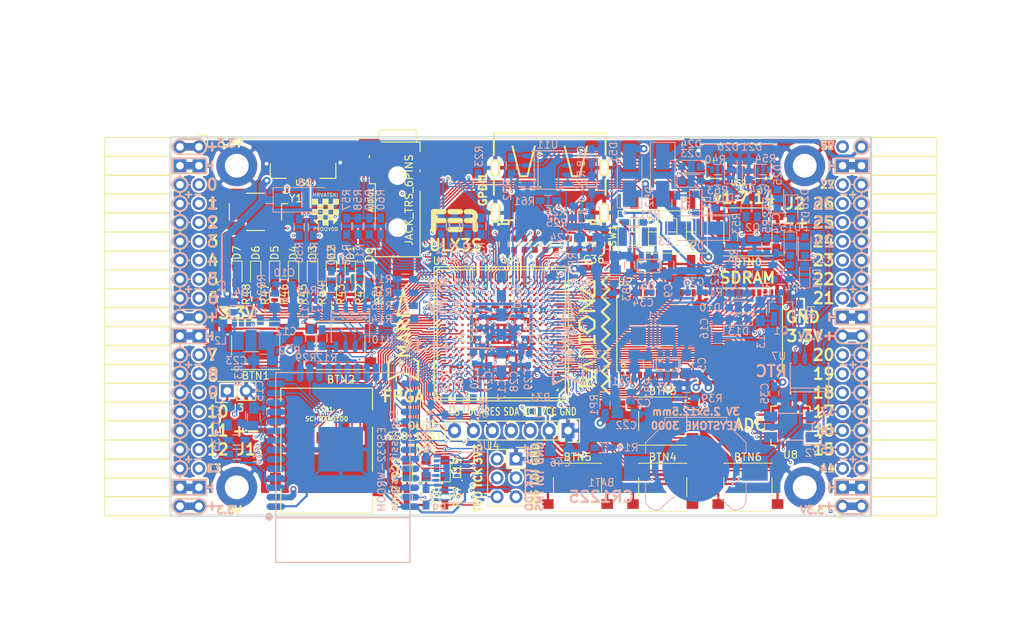
<source format=kicad_pcb>
(kicad_pcb (version 4) (host pcbnew 4.0.7+dfsg1-1)
  (layers (0 F.Cu signal) (1 In1.Cu signal) (2 In2.Cu signal) (31 B.Cu signal) (34 B.Paste user) (35 F.Paste user) (36 B.SilkS user) (37 F.SilkS user) (38 B.Mask user) (39 F.Mask user) (44 Edge.Cuts user))
  (net 0 "")
  (net 1 GND)
  (net 2 +5V)
  (net 3 /gpio/IN5V)
  (net 4 /gpio/OUT5V)
  (net 5 +3V3)
  (net 6 BTN_D)
  (net 7 BTN_F1)
  (net 8 BTN_F2)
  (net 9 BTN_L)
  (net 10 BTN_R)
  (net 11 BTN_U)
  (net 12 /power/FB1)
  (net 13 +2V5)
  (net 14 /power/PWREN)
  (net 15 /power/FB3)
  (net 16 /power/FB2)
  (net 17 "Net-(D9-Pad1)")
  (net 18 /power/VBAT)
  (net 19 JTAG_TDI)
  (net 20 JTAG_TCK)
  (net 21 JTAG_TMS)
  (net 22 JTAG_TDO)
  (net 23 /power/WAKEUPn)
  (net 24 /power/WKUP)
  (net 25 /power/SHUT)
  (net 26 /power/WAKE)
  (net 27 /power/HOLD)
  (net 28 /power/WKn)
  (net 29 /power/OSCI_32k)
  (net 30 /power/OSCO_32k)
  (net 31 "Net-(Q2-Pad3)")
  (net 32 SHUTDOWN)
  (net 33 /analog/AUDIO_L)
  (net 34 /analog/AUDIO_R)
  (net 35 GPDI_SDA)
  (net 36 GPDI_SCL)
  (net 37 /gpdi/VREF2)
  (net 38 SD_CMD)
  (net 39 SD_CLK)
  (net 40 SD_D0)
  (net 41 SD_D1)
  (net 42 USB5V)
  (net 43 GPDI_CEC)
  (net 44 nRESET)
  (net 45 FTDI_nDTR)
  (net 46 SDRAM_CKE)
  (net 47 SDRAM_A7)
  (net 48 SDRAM_D15)
  (net 49 SDRAM_BA1)
  (net 50 SDRAM_D7)
  (net 51 SDRAM_A6)
  (net 52 SDRAM_CLK)
  (net 53 SDRAM_D13)
  (net 54 SDRAM_BA0)
  (net 55 SDRAM_D6)
  (net 56 SDRAM_A5)
  (net 57 SDRAM_D14)
  (net 58 SDRAM_A11)
  (net 59 SDRAM_D12)
  (net 60 SDRAM_D5)
  (net 61 SDRAM_A4)
  (net 62 SDRAM_A10)
  (net 63 SDRAM_D11)
  (net 64 SDRAM_A3)
  (net 65 SDRAM_D4)
  (net 66 SDRAM_D10)
  (net 67 SDRAM_D9)
  (net 68 SDRAM_A9)
  (net 69 SDRAM_D3)
  (net 70 SDRAM_D8)
  (net 71 SDRAM_A8)
  (net 72 SDRAM_A2)
  (net 73 SDRAM_A1)
  (net 74 SDRAM_A0)
  (net 75 SDRAM_D2)
  (net 76 SDRAM_D1)
  (net 77 SDRAM_D0)
  (net 78 SDRAM_DQM0)
  (net 79 SDRAM_nCS)
  (net 80 SDRAM_nRAS)
  (net 81 SDRAM_DQM1)
  (net 82 SDRAM_nCAS)
  (net 83 SDRAM_nWE)
  (net 84 /flash/FLASH_nWP)
  (net 85 /flash/FLASH_nHOLD)
  (net 86 /flash/FLASH_MOSI)
  (net 87 /flash/FLASH_MISO)
  (net 88 /flash/FLASH_SCK)
  (net 89 /flash/FLASH_nCS)
  (net 90 /flash/FPGA_PROGRAMN)
  (net 91 /flash/FPGA_DONE)
  (net 92 /flash/FPGA_INITN)
  (net 93 OLED_RES)
  (net 94 OLED_DC)
  (net 95 OLED_CS)
  (net 96 WIFI_EN)
  (net 97 FTDI_nRTS)
  (net 98 FTDI_TXD)
  (net 99 FTDI_RXD)
  (net 100 WIFI_RXD)
  (net 101 WIFI_GPIO0)
  (net 102 WIFI_TXD)
  (net 103 USB_FTDI_D+)
  (net 104 USB_FTDI_D-)
  (net 105 SD_D3)
  (net 106 AUDIO_L3)
  (net 107 AUDIO_L2)
  (net 108 AUDIO_L1)
  (net 109 AUDIO_L0)
  (net 110 AUDIO_R3)
  (net 111 AUDIO_R2)
  (net 112 AUDIO_R1)
  (net 113 AUDIO_R0)
  (net 114 OLED_CLK)
  (net 115 OLED_MOSI)
  (net 116 LED0)
  (net 117 LED1)
  (net 118 LED2)
  (net 119 LED3)
  (net 120 LED4)
  (net 121 LED5)
  (net 122 LED6)
  (net 123 LED7)
  (net 124 BTN_PWRn)
  (net 125 FTDI_nTXLED)
  (net 126 FTDI_nSLEEP)
  (net 127 /blinkey/LED_PWREN)
  (net 128 /blinkey/LED_TXLED)
  (net 129 /sdcard/SD3V3)
  (net 130 SD_D2)
  (net 131 CLK_25MHz)
  (net 132 /blinkey/BTNPUL)
  (net 133 /blinkey/BTNPUR)
  (net 134 USB_FPGA_D+)
  (net 135 /power/FTDI_nSUSPEND)
  (net 136 /blinkey/ALED0)
  (net 137 /blinkey/ALED1)
  (net 138 /blinkey/ALED2)
  (net 139 /blinkey/ALED3)
  (net 140 /blinkey/ALED4)
  (net 141 /blinkey/ALED5)
  (net 142 /blinkey/ALED6)
  (net 143 /blinkey/ALED7)
  (net 144 /usb/FTD-)
  (net 145 /usb/FTD+)
  (net 146 ADC_MISO)
  (net 147 ADC_MOSI)
  (net 148 ADC_CSn)
  (net 149 ADC_SCLK)
  (net 150 SW3)
  (net 151 SW2)
  (net 152 SW1)
  (net 153 USB_FPGA_D-)
  (net 154 /usb/FPD+)
  (net 155 /usb/FPD-)
  (net 156 WIFI_GPIO16)
  (net 157 /usb/ANT_433MHz)
  (net 158 /power/PWRBTn)
  (net 159 PROG_DONE)
  (net 160 /power/P3V3)
  (net 161 /power/P2V5)
  (net 162 /power/L1)
  (net 163 /power/L3)
  (net 164 /power/L2)
  (net 165 FTDI_TXDEN)
  (net 166 SDRAM_A12)
  (net 167 /analog/AUDIO_V)
  (net 168 AUDIO_V3)
  (net 169 AUDIO_V2)
  (net 170 AUDIO_V1)
  (net 171 AUDIO_V0)
  (net 172 /blinkey/LED_WIFI)
  (net 173 /power/P1V1)
  (net 174 +1V1)
  (net 175 SW4)
  (net 176 /blinkey/SWPU)
  (net 177 /wifi/WIFIEN)
  (net 178 FT2V5)
  (net 179 GN0)
  (net 180 GP0)
  (net 181 GN1)
  (net 182 GP1)
  (net 183 GN2)
  (net 184 GP2)
  (net 185 GN3)
  (net 186 GP3)
  (net 187 GN4)
  (net 188 GP4)
  (net 189 GN5)
  (net 190 GP5)
  (net 191 GN6)
  (net 192 GP6)
  (net 193 GN14)
  (net 194 GP14)
  (net 195 GN15)
  (net 196 GP15)
  (net 197 GN16)
  (net 198 GP16)
  (net 199 GN17)
  (net 200 GP17)
  (net 201 GN18)
  (net 202 GP18)
  (net 203 GN19)
  (net 204 GP19)
  (net 205 GN20)
  (net 206 GP20)
  (net 207 GN21)
  (net 208 GP21)
  (net 209 GN22)
  (net 210 GP22)
  (net 211 GN23)
  (net 212 GP23)
  (net 213 GN24)
  (net 214 GP24)
  (net 215 GN25)
  (net 216 GP25)
  (net 217 GN26)
  (net 218 GP26)
  (net 219 GN27)
  (net 220 GP27)
  (net 221 GN7)
  (net 222 GP7)
  (net 223 GN8)
  (net 224 GP8)
  (net 225 GN9)
  (net 226 GP9)
  (net 227 GN10)
  (net 228 GP10)
  (net 229 GN11)
  (net 230 GP11)
  (net 231 GN12)
  (net 232 GP12)
  (net 233 GN13)
  (net 234 GP13)
  (net 235 WIFI_GPIO5)
  (net 236 WIFI_GPIO17)
  (net 237 USB_FPGA_PULL_D+)
  (net 238 USB_FPGA_PULL_D-)
  (net 239 "Net-(D23-Pad2)")
  (net 240 "Net-(D24-Pad1)")
  (net 241 "Net-(D25-Pad2)")
  (net 242 "Net-(D26-Pad1)")
  (net 243 /gpdi/GPDI_ETH+)
  (net 244 FPDI_ETH+)
  (net 245 /gpdi/GPDI_ETH-)
  (net 246 FPDI_ETH-)
  (net 247 /gpdi/GPDI_D2-)
  (net 248 FPDI_D2-)
  (net 249 /gpdi/GPDI_D1-)
  (net 250 FPDI_D1-)
  (net 251 /gpdi/GPDI_D0-)
  (net 252 FPDI_D0-)
  (net 253 /gpdi/GPDI_CLK-)
  (net 254 FPDI_CLK-)
  (net 255 /gpdi/GPDI_D2+)
  (net 256 FPDI_D2+)
  (net 257 /gpdi/GPDI_D1+)
  (net 258 FPDI_D1+)
  (net 259 /gpdi/GPDI_D0+)
  (net 260 FPDI_D0+)
  (net 261 /gpdi/GPDI_CLK+)
  (net 262 FPDI_CLK+)
  (net 263 FPDI_SDA)
  (net 264 FPDI_SCL)
  (net 265 /gpdi/FPDI_CEC)
  (module Socket_Strips:Socket_Strip_Angled_2x20 (layer F.Cu) (at 97.91 62.69 270)
    (fp_text reference J1 (at 40.64 -6.35 360) (layer F.SilkS) (effects (font (size 1.5 1.5) (thickness 0.3))))
    (fp_text value CONN_02X20 hide)
    (pad 1 thru_hole oval (at 0 0 270) (size 1.7272 1.7272) (drill 1.016) (layers *.Cu *.Mask) (net 5 +3V3))
    (pad 2 thru_hole oval (at 0 2.54 270) (size 1.7272 1.7272) (drill 1.016) (layers *.Cu *.Mask) (net 5 +3V3))
    (pad 3 thru_hole rect (at 2.54 0 270) (size 1.7272 1.7272) (drill 1.016) (layers *.Cu *.Mask) (net 1 GND))
    (pad 4 thru_hole rect (at 2.54 2.54 270) (size 1.7272 1.7272) (drill 1.016) (layers *.Cu *.Mask) (net 1 GND))
    (pad 5 thru_hole oval (at 5.08 0 270) (size 1.7272 1.7272) (drill 1.016) (layers *.Cu *.Mask) (net 179 GN0))
    (pad 6 thru_hole oval (at 5.08 2.54 270) (size 1.7272 1.7272) (drill 1.016) (layers *.Cu *.Mask) (net 180 GP0))
    (pad 7 thru_hole oval (at 7.62 0 270) (size 1.7272 1.7272) (drill 1.016) (layers *.Cu *.Mask) (net 181 GN1))
    (pad 8 thru_hole oval (at 7.62 2.54 270) (size 1.7272 1.7272) (drill 1.016) (layers *.Cu *.Mask) (net 182 GP1))
    (pad 9 thru_hole oval (at 10.16 0 270) (size 1.7272 1.7272) (drill 1.016) (layers *.Cu *.Mask) (net 183 GN2))
    (pad 10 thru_hole oval (at 10.16 2.54 270) (size 1.7272 1.7272) (drill 1.016) (layers *.Cu *.Mask) (net 184 GP2))
    (pad 11 thru_hole oval (at 12.7 0 270) (size 1.7272 1.7272) (drill 1.016) (layers *.Cu *.Mask) (net 185 GN3))
    (pad 12 thru_hole oval (at 12.7 2.54 270) (size 1.7272 1.7272) (drill 1.016) (layers *.Cu *.Mask) (net 186 GP3))
    (pad 13 thru_hole oval (at 15.24 0 270) (size 1.7272 1.7272) (drill 1.016) (layers *.Cu *.Mask) (net 187 GN4))
    (pad 14 thru_hole oval (at 15.24 2.54 270) (size 1.7272 1.7272) (drill 1.016) (layers *.Cu *.Mask) (net 188 GP4))
    (pad 15 thru_hole oval (at 17.78 0 270) (size 1.7272 1.7272) (drill 1.016) (layers *.Cu *.Mask) (net 189 GN5))
    (pad 16 thru_hole oval (at 17.78 2.54 270) (size 1.7272 1.7272) (drill 1.016) (layers *.Cu *.Mask) (net 190 GP5))
    (pad 17 thru_hole oval (at 20.32 0 270) (size 1.7272 1.7272) (drill 1.016) (layers *.Cu *.Mask) (net 191 GN6))
    (pad 18 thru_hole oval (at 20.32 2.54 270) (size 1.7272 1.7272) (drill 1.016) (layers *.Cu *.Mask) (net 192 GP6))
    (pad 19 thru_hole oval (at 22.86 0 270) (size 1.7272 1.7272) (drill 1.016) (layers *.Cu *.Mask) (net 5 +3V3))
    (pad 20 thru_hole oval (at 22.86 2.54 270) (size 1.7272 1.7272) (drill 1.016) (layers *.Cu *.Mask) (net 5 +3V3))
    (pad 21 thru_hole rect (at 25.4 0 270) (size 1.7272 1.7272) (drill 1.016) (layers *.Cu *.Mask) (net 1 GND))
    (pad 22 thru_hole rect (at 25.4 2.54 270) (size 1.7272 1.7272) (drill 1.016) (layers *.Cu *.Mask) (net 1 GND))
    (pad 23 thru_hole oval (at 27.94 0 270) (size 1.7272 1.7272) (drill 1.016) (layers *.Cu *.Mask) (net 221 GN7))
    (pad 24 thru_hole oval (at 27.94 2.54 270) (size 1.7272 1.7272) (drill 1.016) (layers *.Cu *.Mask) (net 222 GP7))
    (pad 25 thru_hole oval (at 30.48 0 270) (size 1.7272 1.7272) (drill 1.016) (layers *.Cu *.Mask) (net 223 GN8))
    (pad 26 thru_hole oval (at 30.48 2.54 270) (size 1.7272 1.7272) (drill 1.016) (layers *.Cu *.Mask) (net 224 GP8))
    (pad 27 thru_hole oval (at 33.02 0 270) (size 1.7272 1.7272) (drill 1.016) (layers *.Cu *.Mask) (net 225 GN9))
    (pad 28 thru_hole oval (at 33.02 2.54 270) (size 1.7272 1.7272) (drill 1.016) (layers *.Cu *.Mask) (net 226 GP9))
    (pad 29 thru_hole oval (at 35.56 0 270) (size 1.7272 1.7272) (drill 1.016) (layers *.Cu *.Mask) (net 227 GN10))
    (pad 30 thru_hole oval (at 35.56 2.54 270) (size 1.7272 1.7272) (drill 1.016) (layers *.Cu *.Mask) (net 228 GP10))
    (pad 31 thru_hole oval (at 38.1 0 270) (size 1.7272 1.7272) (drill 1.016) (layers *.Cu *.Mask) (net 229 GN11))
    (pad 32 thru_hole oval (at 38.1 2.54 270) (size 1.7272 1.7272) (drill 1.016) (layers *.Cu *.Mask) (net 230 GP11))
    (pad 33 thru_hole oval (at 40.64 0 270) (size 1.7272 1.7272) (drill 1.016) (layers *.Cu *.Mask) (net 231 GN12))
    (pad 34 thru_hole oval (at 40.64 2.54 270) (size 1.7272 1.7272) (drill 1.016) (layers *.Cu *.Mask) (net 232 GP12))
    (pad 35 thru_hole oval (at 43.18 0 270) (size 1.7272 1.7272) (drill 1.016) (layers *.Cu *.Mask) (net 233 GN13))
    (pad 36 thru_hole oval (at 43.18 2.54 270) (size 1.7272 1.7272) (drill 1.016) (layers *.Cu *.Mask) (net 234 GP13))
    (pad 37 thru_hole rect (at 45.72 0 270) (size 1.7272 1.7272) (drill 1.016) (layers *.Cu *.Mask) (net 1 GND))
    (pad 38 thru_hole rect (at 45.72 2.54 270) (size 1.7272 1.7272) (drill 1.016) (layers *.Cu *.Mask) (net 1 GND))
    (pad 39 thru_hole oval (at 48.26 0 270) (size 1.7272 1.7272) (drill 1.016) (layers *.Cu *.Mask) (net 5 +3V3))
    (pad 40 thru_hole oval (at 48.26 2.54 270) (size 1.7272 1.7272) (drill 1.016) (layers *.Cu *.Mask) (net 5 +3V3))
  )
  (module SMD_Packages:1Pin (layer F.Cu) (at 182.67515 111.637626)
    (fp_text reference AE1 hide)
    (fp_text value 433MHz hide)
    (pad 1 smd rect (at 0 0) (size 0.5 0.5) (layers B.Cu F.Paste F.Mask) (net 157 /usb/ANT_433MHz))
  )
  (module Resistors_SMD:R_0603_HandSoldering (layer B.Cu) (at 103.498 98.758 90)
    (fp_text reference R38 (at 5.334 -0.254 90) (layer B.SilkS) (effects (justify mirror)))
    (fp_text value 0.47)
    (pad 1 smd rect (at -1.1 0 90) (size 1.2 0.9) (layers B.Cu B.Paste B.Mask) (net 129 /sdcard/SD3V3))
    (pad 2 smd rect (at 1.1 0 90) (size 1.2 0.9) (layers B.Cu B.Paste B.Mask) (net 5 +3V3))
  )
  (module Diodes_SMD:D_SMA_Handsoldering (layer B.Cu) (at 155.695 66.5 90)
    (fp_text reference D51 (at 3.048 -2.159 90) (layer B.SilkS) (effects (justify mirror)))
    (fp_text value STPS2L30AF hide)
    (pad 1 smd rect (at -2.5 0 90) (size 3.5 1.8) (layers B.Cu B.Paste B.Mask) (net 2 +5V))
    (pad 2 smd rect (at 2.5 0 90) (size 3.5 1.8) (layers B.Cu B.Paste B.Mask) (net 3 /gpio/IN5V))
  )
  (module Resistors_SMD:R_0603_HandSoldering (layer B.Cu) (at 156.33 72.85 180)
    (fp_text reference R51 (at -2.0955 1.0795 180) (layer B.SilkS) (effects (justify mirror)))
    (fp_text value 150)
    (pad 1 smd rect (at -1.1 0 180) (size 1.2 0.9) (layers B.Cu B.Paste B.Mask) (net 5 +3V3))
    (pad 2 smd rect (at 1.1 0 180) (size 1.2 0.9) (layers B.Cu B.Paste B.Mask) (net 176 /blinkey/SWPU))
  )
  (module Resistors_SMD:R_1210_HandSoldering (layer B.Cu) (at 158.87 88.09 180)
    (fp_text reference L1 (at 0 2.7 180) (layer B.SilkS) (effects (justify mirror)))
    (fp_text value 2.2uH)
    (pad 1 smd rect (at -2 0 180) (size 2 2.5) (layers B.Cu B.Paste B.Mask) (net 162 /power/L1))
    (pad 2 smd rect (at 2 0 180) (size 2 2.5) (layers B.Cu B.Paste B.Mask) (net 173 /power/P1V1))
  )
  (module TSOT-25:TSOT-25 (layer B.Cu) (at 160.775 91.9)
    (fp_text reference U3 (at -0.381 3.048) (layer B.SilkS) (effects (font (thickness 0.2)) (justify mirror)))
    (fp_text value TLV62569DBV)
    (pad 1 smd rect (at -0.95 -1.3) (size 0.7 1.2) (layers B.Cu B.Paste B.Mask) (net 14 /power/PWREN))
    (pad 2 smd rect (at 0 -1.3) (size 0.7 1.2) (layers B.Cu B.Paste B.Mask) (net 1 GND))
    (pad 3 smd rect (at 0.95 -1.3) (size 0.7 1.2) (layers B.Cu B.Paste B.Mask) (net 162 /power/L1))
    (pad 4 smd rect (at 0.95 1.3) (size 0.7 1.2) (layers B.Cu B.Paste B.Mask) (net 2 +5V))
    (pad 5 smd rect (at -0.95 1.3) (size 0.7 1.2) (layers B.Cu B.Paste B.Mask) (net 12 /power/FB1))
  )
  (module Resistors_SMD:R_1210_HandSoldering (layer B.Cu) (at 104.895 88.725)
    (fp_text reference L2 (at -4.064 0) (layer B.SilkS) (effects (justify mirror)))
    (fp_text value 2.2uH)
    (pad 1 smd rect (at -2 0) (size 2 2.5) (layers B.Cu B.Paste B.Mask) (net 164 /power/L2))
    (pad 2 smd rect (at 2 0) (size 2 2.5) (layers B.Cu B.Paste B.Mask) (net 161 /power/P2V5))
  )
  (module TSOT-25:TSOT-25 (layer B.Cu) (at 103.625 84.915 180)
    (fp_text reference U4 (at 0 2.697 180) (layer B.SilkS) (effects (font (thickness 0.2)) (justify mirror)))
    (fp_text value TLV62569DBV)
    (pad 1 smd rect (at -0.95 -1.3 180) (size 0.7 1.2) (layers B.Cu B.Paste B.Mask) (net 14 /power/PWREN))
    (pad 2 smd rect (at 0 -1.3 180) (size 0.7 1.2) (layers B.Cu B.Paste B.Mask) (net 1 GND))
    (pad 3 smd rect (at 0.95 -1.3 180) (size 0.7 1.2) (layers B.Cu B.Paste B.Mask) (net 164 /power/L2))
    (pad 4 smd rect (at 0.95 1.3 180) (size 0.7 1.2) (layers B.Cu B.Paste B.Mask) (net 2 +5V))
    (pad 5 smd rect (at -0.95 1.3 180) (size 0.7 1.2) (layers B.Cu B.Paste B.Mask) (net 16 /power/FB2))
  )
  (module Resistors_SMD:R_1210_HandSoldering (layer B.Cu) (at 156.33 74.755 180)
    (fp_text reference L3 (at -4.064 -0.635 180) (layer B.SilkS) (effects (justify mirror)))
    (fp_text value 2.2uH)
    (pad 1 smd rect (at -2 0 180) (size 2 2.5) (layers B.Cu B.Paste B.Mask) (net 163 /power/L3))
    (pad 2 smd rect (at 2 0 180) (size 2 2.5) (layers B.Cu B.Paste B.Mask) (net 160 /power/P3V3))
  )
  (module TSOT-25:TSOT-25 (layer B.Cu) (at 158.235 78.692)
    (fp_text reference U5 (at -0.127 2.667) (layer B.SilkS) (effects (font (thickness 0.2)) (justify mirror)))
    (fp_text value TLV62569DBV)
    (pad 1 smd rect (at -0.95 -1.3) (size 0.7 1.2) (layers B.Cu B.Paste B.Mask) (net 14 /power/PWREN))
    (pad 2 smd rect (at 0 -1.3) (size 0.7 1.2) (layers B.Cu B.Paste B.Mask) (net 1 GND))
    (pad 3 smd rect (at 0.95 -1.3) (size 0.7 1.2) (layers B.Cu B.Paste B.Mask) (net 163 /power/L3))
    (pad 4 smd rect (at 0.95 1.3) (size 0.7 1.2) (layers B.Cu B.Paste B.Mask) (net 2 +5V))
    (pad 5 smd rect (at -0.95 1.3) (size 0.7 1.2) (layers B.Cu B.Paste B.Mask) (net 15 /power/FB3))
  )
  (module Capacitors_SMD:C_0805_HandSoldering (layer B.Cu) (at 101.085 84.915 270)
    (fp_text reference C1 (at -3.429 0.127 270) (layer B.SilkS) (effects (justify mirror)))
    (fp_text value 22uF)
    (pad 1 smd rect (at -1.25 0 270) (size 1.5 1.25) (layers B.Cu B.Paste B.Mask) (net 2 +5V))
    (pad 2 smd rect (at 1.25 0 270) (size 1.5 1.25) (layers B.Cu B.Paste B.Mask) (net 1 GND))
  )
  (module Capacitors_SMD:C_0805_HandSoldering (layer B.Cu) (at 155.06 90.63)
    (fp_text reference C3 (at -3.048 0) (layer B.SilkS) (effects (justify mirror)))
    (fp_text value 22uF)
    (pad 1 smd rect (at -1.25 0) (size 1.5 1.25) (layers B.Cu B.Paste B.Mask) (net 173 /power/P1V1))
    (pad 2 smd rect (at 1.25 0) (size 1.5 1.25) (layers B.Cu B.Paste B.Mask) (net 1 GND))
  )
  (module Capacitors_SMD:C_0805_HandSoldering (layer B.Cu) (at 155.06 92.535)
    (fp_text reference C4 (at -3.048 0.127) (layer B.SilkS) (effects (justify mirror)))
    (fp_text value 22uF)
    (pad 1 smd rect (at -1.25 0) (size 1.5 1.25) (layers B.Cu B.Paste B.Mask) (net 173 /power/P1V1))
    (pad 2 smd rect (at 1.25 0) (size 1.5 1.25) (layers B.Cu B.Paste B.Mask) (net 1 GND))
  )
  (module Capacitors_SMD:C_0805_HandSoldering (layer B.Cu) (at 163.315 91.9 90)
    (fp_text reference C5 (at 0 2.1 90) (layer B.SilkS) (effects (justify mirror)))
    (fp_text value 22uF)
    (pad 1 smd rect (at -1.25 0 90) (size 1.5 1.25) (layers B.Cu B.Paste B.Mask) (net 2 +5V))
    (pad 2 smd rect (at 1.25 0 90) (size 1.5 1.25) (layers B.Cu B.Paste B.Mask) (net 1 GND))
  )
  (module Capacitors_SMD:C_0805_HandSoldering (layer B.Cu) (at 152.52 79.2)
    (fp_text reference C7 (at -6.096 0) (layer B.SilkS) (effects (justify mirror)))
    (fp_text value 22uF)
    (pad 1 smd rect (at -1.25 0) (size 1.5 1.25) (layers B.Cu B.Paste B.Mask) (net 160 /power/P3V3))
    (pad 2 smd rect (at 1.25 0) (size 1.5 1.25) (layers B.Cu B.Paste B.Mask) (net 1 GND))
  )
  (module Capacitors_SMD:C_0805_HandSoldering (layer B.Cu) (at 152.52 77.295)
    (fp_text reference C8 (at -6.096 0) (layer B.SilkS) (effects (justify mirror)))
    (fp_text value 22uF)
    (pad 1 smd rect (at -1.25 0) (size 1.5 1.25) (layers B.Cu B.Paste B.Mask) (net 160 /power/P3V3))
    (pad 2 smd rect (at 1.25 0) (size 1.5 1.25) (layers B.Cu B.Paste B.Mask) (net 1 GND))
  )
  (module Capacitors_SMD:C_0805_HandSoldering (layer B.Cu) (at 160.775 78.565 90)
    (fp_text reference C9 (at -3.429 0.127 90) (layer B.SilkS) (effects (justify mirror)))
    (fp_text value 22uF)
    (pad 1 smd rect (at -1.25 0 90) (size 1.5 1.25) (layers B.Cu B.Paste B.Mask) (net 2 +5V))
    (pad 2 smd rect (at 1.25 0 90) (size 1.5 1.25) (layers B.Cu B.Paste B.Mask) (net 1 GND))
  )
  (module Capacitors_SMD:C_0805_HandSoldering (layer B.Cu) (at 109.34 84.28 180)
    (fp_text reference C11 (at -2.794 -0.254 270) (layer B.SilkS) (effects (justify mirror)))
    (fp_text value 22uF)
    (pad 1 smd rect (at -1.25 0 180) (size 1.5 1.25) (layers B.Cu B.Paste B.Mask) (net 161 /power/P2V5))
    (pad 2 smd rect (at 1.25 0 180) (size 1.5 1.25) (layers B.Cu B.Paste B.Mask) (net 1 GND))
  )
  (module Capacitors_SMD:C_0805_HandSoldering (layer B.Cu) (at 109.34 86.185 180)
    (fp_text reference C12 (at -0.254 -1.27 360) (layer B.SilkS) (effects (justify mirror)))
    (fp_text value 22uF)
    (pad 1 smd rect (at -1.25 0 180) (size 1.5 1.25) (layers B.Cu B.Paste B.Mask) (net 161 /power/P2V5))
    (pad 2 smd rect (at 1.25 0 180) (size 1.5 1.25) (layers B.Cu B.Paste B.Mask) (net 1 GND))
  )
  (module Capacitors_SMD:C_0805_HandSoldering (layer B.Cu) (at 173.221 84.788 90)
    (fp_text reference C13 (at -3.556 0.127 90) (layer B.SilkS) (effects (justify mirror)))
    (fp_text value 2.2uF)
    (pad 1 smd rect (at -1.25 0 90) (size 1.5 1.25) (layers B.Cu B.Paste B.Mask) (net 2 +5V))
    (pad 2 smd rect (at 1.25 0 90) (size 1.5 1.25) (layers B.Cu B.Paste B.Mask) (net 24 /power/WKUP))
  )
  (module TO_SOT_Packages_SMD:SOT-23_Handsoldering (layer B.Cu) (at 176.015 84.28 90)
    (fp_text reference Q1 (at -3.1115 0 180) (layer B.SilkS) (effects (justify mirror)))
    (fp_text value BC857)
    (pad 1 smd rect (at -1.5 0.95 90) (size 1.9 0.8) (layers B.Cu B.Paste B.Mask) (net 28 /power/WKn))
    (pad 2 smd rect (at -1.5 -0.95 90) (size 1.9 0.8) (layers B.Cu B.Paste B.Mask) (net 2 +5V))
    (pad 3 smd rect (at 1.5 0 90) (size 1.9 0.8) (layers B.Cu B.Paste B.Mask) (net 24 /power/WKUP))
  )
  (module TO_SOT_Packages_SMD:SOT-23_Handsoldering (layer B.Cu) (at 170.935 76.025 180)
    (fp_text reference Q2 (at -1.295 2.5 180) (layer B.SilkS) (effects (justify mirror)))
    (fp_text value 2N7002)
    (pad 1 smd rect (at -1.5 0.95 180) (size 1.9 0.8) (layers B.Cu B.Paste B.Mask) (net 25 /power/SHUT))
    (pad 2 smd rect (at -1.5 -0.95 180) (size 1.9 0.8) (layers B.Cu B.Paste B.Mask) (net 1 GND))
    (pad 3 smd rect (at 1.5 0 180) (size 1.9 0.8) (layers B.Cu B.Paste B.Mask) (net 31 "Net-(Q2-Pad3)"))
  )
  (module Capacitors_SMD:C_0603_HandSoldering (layer B.Cu) (at 154.86 96.91)
    (fp_text reference C2 (at 2.74 0.197) (layer B.SilkS) (effects (justify mirror)))
    (fp_text value 470pF)
    (pad 1 smd rect (at -0.95 0) (size 1.2 0.75) (layers B.Cu B.Paste B.Mask) (net 173 /power/P1V1))
    (pad 2 smd rect (at 0.95 0) (size 1.2 0.75) (layers B.Cu B.Paste B.Mask) (net 12 /power/FB1))
  )
  (module Capacitors_SMD:C_0603_HandSoldering (layer B.Cu) (at 152.52 82.375)
    (fp_text reference C6 (at -2.794 0.127) (layer B.SilkS) (effects (justify mirror)))
    (fp_text value 470pF)
    (pad 1 smd rect (at -0.95 0) (size 1.2 0.75) (layers B.Cu B.Paste B.Mask) (net 160 /power/P3V3))
    (pad 2 smd rect (at 0.95 0) (size 1.2 0.75) (layers B.Cu B.Paste B.Mask) (net 15 /power/FB3))
  )
  (module Capacitors_SMD:C_0603_HandSoldering (layer B.Cu) (at 109.34 81.105 180)
    (fp_text reference C10 (at -0.04 1.505 180) (layer B.SilkS) (effects (justify mirror)))
    (fp_text value 470pF)
    (pad 1 smd rect (at -0.95 0 180) (size 1.2 0.75) (layers B.Cu B.Paste B.Mask) (net 161 /power/P2V5))
    (pad 2 smd rect (at 0.95 0 180) (size 1.2 0.75) (layers B.Cu B.Paste B.Mask) (net 16 /power/FB2))
  )
  (module Capacitors_SMD:C_0603_HandSoldering (layer B.Cu) (at 175.38 76.025 270)
    (fp_text reference C14 (at -3.048 0 270) (layer B.SilkS) (effects (justify mirror)))
    (fp_text value 100nF)
    (pad 1 smd rect (at -0.95 0 270) (size 1.2 0.75) (layers B.Cu B.Paste B.Mask) (net 25 /power/SHUT))
    (pad 2 smd rect (at 0.95 0 270) (size 1.2 0.75) (layers B.Cu B.Paste B.Mask) (net 1 GND))
  )
  (module Resistors_SMD:R_0603_HandSoldering (layer B.Cu) (at 170.3 82.375)
    (fp_text reference R1 (at -3.048 -0.127) (layer B.SilkS) (effects (justify mirror)))
    (fp_text value 15k)
    (pad 1 smd rect (at -1.1 0) (size 1.2 0.9) (layers B.Cu B.Paste B.Mask) (net 26 /power/WAKE))
    (pad 2 smd rect (at 1.1 0) (size 1.2 0.9) (layers B.Cu B.Paste B.Mask) (net 14 /power/PWREN))
  )
  (module Resistors_SMD:R_0603_HandSoldering (layer B.Cu) (at 172.84 79.835 90)
    (fp_text reference R2 (at -1.905 1.27 90) (layer B.SilkS) (effects (justify mirror)))
    (fp_text value 47k)
    (pad 1 smd rect (at -1.1 0 90) (size 1.2 0.9) (layers B.Cu B.Paste B.Mask) (net 14 /power/PWREN))
    (pad 2 smd rect (at 1.1 0 90) (size 1.2 0.9) (layers B.Cu B.Paste B.Mask) (net 1 GND))
  )
  (module Resistors_SMD:R_0603_HandSoldering (layer B.Cu) (at 176.015 80.47 180)
    (fp_text reference R4 (at -1.397 -1.27 360) (layer B.SilkS) (effects (justify mirror)))
    (fp_text value 4.7k)
    (pad 1 smd rect (at -1.1 0 180) (size 1.2 0.9) (layers B.Cu B.Paste B.Mask) (net 27 /power/HOLD))
    (pad 2 smd rect (at 1.1 0 180) (size 1.2 0.9) (layers B.Cu B.Paste B.Mask) (net 14 /power/PWREN))
  )
  (module Resistors_SMD:R_0603_HandSoldering (layer B.Cu) (at 174.11 76.025 270)
    (fp_text reference R5 (at -2.667 0 270) (layer B.SilkS) (effects (justify mirror)))
    (fp_text value 4.7M)
    (pad 1 smd rect (at -1.1 0 270) (size 1.2 0.9) (layers B.Cu B.Paste B.Mask) (net 25 /power/SHUT))
    (pad 2 smd rect (at 1.1 0 270) (size 1.2 0.9) (layers B.Cu B.Paste B.Mask) (net 1 GND))
  )
  (module Resistors_SMD:R_0603_HandSoldering (layer B.Cu) (at 178.555 84.915 270)
    (fp_text reference R6 (at 0 -1.524 270) (layer B.SilkS) (effects (justify mirror)))
    (fp_text value 1k)
    (pad 1 smd rect (at -1.1 0 270) (size 1.2 0.9) (layers B.Cu B.Paste B.Mask) (net 28 /power/WKn))
    (pad 2 smd rect (at 1.1 0 270) (size 1.2 0.9) (layers B.Cu B.Paste B.Mask) (net 23 /power/WAKEUPn))
  )
  (module Resistors_SMD:R_0603_HandSoldering (layer B.Cu) (at 113.785 84.28 270)
    (fp_text reference R7 (at -2.794 -0.635 270) (layer B.SilkS) (effects (justify mirror)))
    (fp_text value 150)
    (pad 1 smd rect (at -1.1 0 270) (size 1.2 0.9) (layers B.Cu B.Paste B.Mask) (net 5 +3V3))
    (pad 2 smd rect (at 1.1 0 270) (size 1.2 0.9) (layers B.Cu B.Paste B.Mask) (net 132 /blinkey/BTNPUL))
  )
  (module Resistors_SMD:R_0603_HandSoldering (layer B.Cu) (at 170.935 79.835 90)
    (fp_text reference R8 (at 2.54 -1.27 90) (layer B.SilkS) (effects (justify mirror)))
    (fp_text value 1k)
    (pad 1 smd rect (at -1.1 0 90) (size 1.2 0.9) (layers B.Cu B.Paste B.Mask) (net 14 /power/PWREN))
    (pad 2 smd rect (at 1.1 0 90) (size 1.2 0.9) (layers B.Cu B.Paste B.Mask) (net 31 "Net-(Q2-Pad3)"))
  )
  (module Resistors_SMD:R_0603_HandSoldering (layer B.Cu) (at 128.39 109.68 270)
    (fp_text reference R9 (at 1.524 -1.778 360) (layer B.SilkS) (effects (justify mirror)))
    (fp_text value 15k)
    (pad 1 smd rect (at -1.1 0 270) (size 1.2 0.9) (layers B.Cu B.Paste B.Mask) (net 44 nRESET))
    (pad 2 smd rect (at 1.1 0 270) (size 1.2 0.9) (layers B.Cu B.Paste B.Mask) (net 178 FT2V5))
  )
  (module Resistors_SMD:R_0603_HandSoldering (layer B.Cu) (at 152.139 103.076 180)
    (fp_text reference R10 (at -3.302 0 180) (layer B.SilkS) (effects (justify mirror)))
    (fp_text value 150)
    (pad 1 smd rect (at -1.1 0 180) (size 1.2 0.9) (layers B.Cu B.Paste B.Mask) (net 135 /power/FTDI_nSUSPEND))
    (pad 2 smd rect (at 1.1 0 180) (size 1.2 0.9) (layers B.Cu B.Paste B.Mask) (net 126 FTDI_nSLEEP))
  )
  (module Resistors_SMD:R_0603_HandSoldering (layer B.Cu) (at 176.015 78.565 180)
    (fp_text reference R13 (at -5.588 0.762 180) (layer B.SilkS) (effects (justify mirror)))
    (fp_text value 15k)
    (pad 1 smd rect (at -1.1 0 180) (size 1.2 0.9) (layers B.Cu B.Paste B.Mask) (net 32 SHUTDOWN))
    (pad 2 smd rect (at 1.1 0 180) (size 1.2 0.9) (layers B.Cu B.Paste B.Mask) (net 1 GND))
  )
  (module Resistors_SMD:R_0603_HandSoldering (layer B.Cu) (at 154.86 95.64)
    (fp_text reference RA1 (at -0.181 -1.454) (layer B.SilkS) (effects (justify mirror)))
    (fp_text value 15k)
    (pad 1 smd rect (at -1.1 0) (size 1.2 0.9) (layers B.Cu B.Paste B.Mask) (net 173 /power/P1V1))
    (pad 2 smd rect (at 1.1 0) (size 1.2 0.9) (layers B.Cu B.Paste B.Mask) (net 12 /power/FB1))
  )
  (module Resistors_SMD:R_0603_HandSoldering (layer B.Cu) (at 109.34 82.375 180)
    (fp_text reference RA2 (at -3.048 0.381 360) (layer B.SilkS) (effects (justify mirror)))
    (fp_text value 15k)
    (pad 1 smd rect (at -1.1 0 180) (size 1.2 0.9) (layers B.Cu B.Paste B.Mask) (net 161 /power/P2V5))
    (pad 2 smd rect (at 1.1 0 180) (size 1.2 0.9) (layers B.Cu B.Paste B.Mask) (net 16 /power/FB2))
  )
  (module Resistors_SMD:R_0603_HandSoldering (layer B.Cu) (at 152.52 81.105)
    (fp_text reference RA3 (at -3.302 -0.127) (layer B.SilkS) (effects (justify mirror)))
    (fp_text value 15k)
    (pad 1 smd rect (at -1.1 0) (size 1.2 0.9) (layers B.Cu B.Paste B.Mask) (net 160 /power/P3V3))
    (pad 2 smd rect (at 1.1 0) (size 1.2 0.9) (layers B.Cu B.Paste B.Mask) (net 15 /power/FB3))
  )
  (module Resistors_SMD:R_0603_HandSoldering (layer B.Cu) (at 158.235 91.9 270)
    (fp_text reference RB1 (at 3.302 0 270) (layer B.SilkS) (effects (justify mirror)))
    (fp_text value 18k)
    (pad 1 smd rect (at -1.1 0 270) (size 1.2 0.9) (layers B.Cu B.Paste B.Mask) (net 1 GND))
    (pad 2 smd rect (at 1.1 0 270) (size 1.2 0.9) (layers B.Cu B.Paste B.Mask) (net 12 /power/FB1))
  )
  (module Resistors_SMD:R_0603_HandSoldering (layer B.Cu) (at 106.165 84.915 90)
    (fp_text reference RB2 (at 3.683 0.127 90) (layer B.SilkS) (effects (justify mirror)))
    (fp_text value 4.7k)
    (pad 1 smd rect (at -1.1 0 90) (size 1.2 0.9) (layers B.Cu B.Paste B.Mask) (net 1 GND))
    (pad 2 smd rect (at 1.1 0 90) (size 1.2 0.9) (layers B.Cu B.Paste B.Mask) (net 16 /power/FB2))
  )
  (module Resistors_SMD:R_0603_HandSoldering (layer B.Cu) (at 155.695 78.565 270)
    (fp_text reference RB3 (at 3.429 0.395 270) (layer B.SilkS) (effects (justify mirror)))
    (fp_text value 3.3k)
    (pad 1 smd rect (at -1.1 0 270) (size 1.2 0.9) (layers B.Cu B.Paste B.Mask) (net 1 GND))
    (pad 2 smd rect (at 1.1 0 270) (size 1.2 0.9) (layers B.Cu B.Paste B.Mask) (net 15 /power/FB3))
  )
  (module Resistors_SMD:R_0603_HandSoldering (layer B.Cu) (at 125.596 85.804 180)
    (fp_text reference R14 (at 3.175 0 180) (layer B.SilkS) (effects (justify mirror)))
    (fp_text value 1.2k)
    (pad 1 smd rect (at -1.1 0 180) (size 1.2 0.9) (layers B.Cu B.Paste B.Mask) (net 109 AUDIO_L0))
    (pad 2 smd rect (at 1.1 0 180) (size 1.2 0.9) (layers B.Cu B.Paste B.Mask) (net 33 /analog/AUDIO_L))
  )
  (module Resistors_SMD:R_0603_HandSoldering (layer B.Cu) (at 125.596 84.026 180)
    (fp_text reference R15 (at 3.175 -0.001 180) (layer B.SilkS) (effects (justify mirror)))
    (fp_text value 680)
    (pad 1 smd rect (at -1.1 0 180) (size 1.2 0.9) (layers B.Cu B.Paste B.Mask) (net 108 AUDIO_L1))
    (pad 2 smd rect (at 1.1 0 180) (size 1.2 0.9) (layers B.Cu B.Paste B.Mask) (net 33 /analog/AUDIO_L))
  )
  (module Resistors_SMD:R_0603_HandSoldering (layer B.Cu) (at 125.596 82.248 180)
    (fp_text reference R16 (at 3.175 0 180) (layer B.SilkS) (effects (justify mirror)))
    (fp_text value 330)
    (pad 1 smd rect (at -1.1 0 180) (size 1.2 0.9) (layers B.Cu B.Paste B.Mask) (net 107 AUDIO_L2))
    (pad 2 smd rect (at 1.1 0 180) (size 1.2 0.9) (layers B.Cu B.Paste B.Mask) (net 33 /analog/AUDIO_L))
  )
  (module Resistors_SMD:R_0603_HandSoldering (layer B.Cu) (at 125.596 80.47 180)
    (fp_text reference R17 (at 3.175 0 180) (layer B.SilkS) (effects (justify mirror)))
    (fp_text value 150)
    (pad 1 smd rect (at -1.1 0 180) (size 1.2 0.9) (layers B.Cu B.Paste B.Mask) (net 106 AUDIO_L3))
    (pad 2 smd rect (at 1.1 0 180) (size 1.2 0.9) (layers B.Cu B.Paste B.Mask) (net 33 /analog/AUDIO_L))
  )
  (module Resistors_SMD:R_0603_HandSoldering (layer B.Cu) (at 130.422 73.358 90)
    (fp_text reference R18 (at -3.556 0 90) (layer B.SilkS) (effects (justify mirror)))
    (fp_text value 1.2k)
    (pad 1 smd rect (at -1.1 0 90) (size 1.2 0.9) (layers B.Cu B.Paste B.Mask) (net 113 AUDIO_R0))
    (pad 2 smd rect (at 1.1 0 90) (size 1.2 0.9) (layers B.Cu B.Paste B.Mask) (net 34 /analog/AUDIO_R))
  )
  (module Resistors_SMD:R_0603_HandSoldering (layer B.Cu) (at 132.2 73.358 90)
    (fp_text reference R19 (at -3.556 0 90) (layer B.SilkS) (effects (justify mirror)))
    (fp_text value 680)
    (pad 1 smd rect (at -1.1 0 90) (size 1.2 0.9) (layers B.Cu B.Paste B.Mask) (net 112 AUDIO_R1))
    (pad 2 smd rect (at 1.1 0 90) (size 1.2 0.9) (layers B.Cu B.Paste B.Mask) (net 34 /analog/AUDIO_R))
  )
  (module Resistors_SMD:R_0603_HandSoldering (layer B.Cu) (at 133.978 73.358 90)
    (fp_text reference R20 (at -3.556 0 90) (layer B.SilkS) (effects (justify mirror)))
    (fp_text value 330)
    (pad 1 smd rect (at -1.1 0 90) (size 1.2 0.9) (layers B.Cu B.Paste B.Mask) (net 111 AUDIO_R2))
    (pad 2 smd rect (at 1.1 0 90) (size 1.2 0.9) (layers B.Cu B.Paste B.Mask) (net 34 /analog/AUDIO_R))
  )
  (module Resistors_SMD:R_0603_HandSoldering (layer B.Cu) (at 135.756 73.358 90)
    (fp_text reference R21 (at -3.556 0 90) (layer B.SilkS) (effects (justify mirror)))
    (fp_text value 150)
    (pad 1 smd rect (at -1.1 0 90) (size 1.2 0.9) (layers B.Cu B.Paste B.Mask) (net 110 AUDIO_R3))
    (pad 2 smd rect (at 1.1 0 90) (size 1.2 0.9) (layers B.Cu B.Paste B.Mask) (net 34 /analog/AUDIO_R))
  )
  (module Capacitors_SMD:C_0603_HandSoldering (layer B.Cu) (at 150.5896 63.96 90)
    (fp_text reference C18 (at 0 -1.3716 90) (layer B.SilkS) (effects (justify mirror)))
    (fp_text value 470pF)
    (pad 1 smd rect (at -0.95 0 90) (size 1.2 0.75) (layers B.Cu B.Paste B.Mask) (net 37 /gpdi/VREF2))
    (pad 2 smd rect (at 0.95 0 90) (size 1.2 0.75) (layers B.Cu B.Paste B.Mask) (net 1 GND))
  )
  (module Socket_Strips:Socket_Strip_Angled_2x20 (layer F.Cu) (at 184.27 110.95 90)
    (fp_text reference J2 (at 40.64 -6.35 180) (layer F.SilkS) (effects (font (size 1.5 1.5) (thickness 0.3))))
    (fp_text value CONN_02X20 hide)
    (pad 1 thru_hole oval (at 0 0 90) (size 1.7272 1.7272) (drill 1.016) (layers *.Cu *.Mask) (net 5 +3V3))
    (pad 2 thru_hole oval (at 0 2.54 90) (size 1.7272 1.7272) (drill 1.016) (layers *.Cu *.Mask) (net 5 +3V3))
    (pad 3 thru_hole rect (at 2.54 0 90) (size 1.7272 1.7272) (drill 1.016) (layers *.Cu *.Mask) (net 1 GND))
    (pad 4 thru_hole rect (at 2.54 2.54 90) (size 1.7272 1.7272) (drill 1.016) (layers *.Cu *.Mask) (net 1 GND))
    (pad 5 thru_hole oval (at 5.08 0 90) (size 1.7272 1.7272) (drill 1.016) (layers *.Cu *.Mask) (net 193 GN14))
    (pad 6 thru_hole oval (at 5.08 2.54 90) (size 1.7272 1.7272) (drill 1.016) (layers *.Cu *.Mask) (net 194 GP14))
    (pad 7 thru_hole oval (at 7.62 0 90) (size 1.7272 1.7272) (drill 1.016) (layers *.Cu *.Mask) (net 195 GN15))
    (pad 8 thru_hole oval (at 7.62 2.54 90) (size 1.7272 1.7272) (drill 1.016) (layers *.Cu *.Mask) (net 196 GP15))
    (pad 9 thru_hole oval (at 10.16 0 90) (size 1.7272 1.7272) (drill 1.016) (layers *.Cu *.Mask) (net 197 GN16))
    (pad 10 thru_hole oval (at 10.16 2.54 90) (size 1.7272 1.7272) (drill 1.016) (layers *.Cu *.Mask) (net 198 GP16))
    (pad 11 thru_hole oval (at 12.7 0 90) (size 1.7272 1.7272) (drill 1.016) (layers *.Cu *.Mask) (net 199 GN17))
    (pad 12 thru_hole oval (at 12.7 2.54 90) (size 1.7272 1.7272) (drill 1.016) (layers *.Cu *.Mask) (net 200 GP17))
    (pad 13 thru_hole oval (at 15.24 0 90) (size 1.7272 1.7272) (drill 1.016) (layers *.Cu *.Mask) (net 201 GN18))
    (pad 14 thru_hole oval (at 15.24 2.54 90) (size 1.7272 1.7272) (drill 1.016) (layers *.Cu *.Mask) (net 202 GP18))
    (pad 15 thru_hole oval (at 17.78 0 90) (size 1.7272 1.7272) (drill 1.016) (layers *.Cu *.Mask) (net 203 GN19))
    (pad 16 thru_hole oval (at 17.78 2.54 90) (size 1.7272 1.7272) (drill 1.016) (layers *.Cu *.Mask) (net 204 GP19))
    (pad 17 thru_hole oval (at 20.32 0 90) (size 1.7272 1.7272) (drill 1.016) (layers *.Cu *.Mask) (net 205 GN20))
    (pad 18 thru_hole oval (at 20.32 2.54 90) (size 1.7272 1.7272) (drill 1.016) (layers *.Cu *.Mask) (net 206 GP20))
    (pad 19 thru_hole oval (at 22.86 0 90) (size 1.7272 1.7272) (drill 1.016) (layers *.Cu *.Mask) (net 5 +3V3))
    (pad 20 thru_hole oval (at 22.86 2.54 90) (size 1.7272 1.7272) (drill 1.016) (layers *.Cu *.Mask) (net 5 +3V3))
    (pad 21 thru_hole rect (at 25.4 0 90) (size 1.7272 1.7272) (drill 1.016) (layers *.Cu *.Mask) (net 1 GND))
    (pad 22 thru_hole rect (at 25.4 2.54 90) (size 1.7272 1.7272) (drill 1.016) (layers *.Cu *.Mask) (net 1 GND))
    (pad 23 thru_hole oval (at 27.94 0 90) (size 1.7272 1.7272) (drill 1.016) (layers *.Cu *.Mask) (net 207 GN21))
    (pad 24 thru_hole oval (at 27.94 2.54 90) (size 1.7272 1.7272) (drill 1.016) (layers *.Cu *.Mask) (net 208 GP21))
    (pad 25 thru_hole oval (at 30.48 0 90) (size 1.7272 1.7272) (drill 1.016) (layers *.Cu *.Mask) (net 209 GN22))
    (pad 26 thru_hole oval (at 30.48 2.54 90) (size 1.7272 1.7272) (drill 1.016) (layers *.Cu *.Mask) (net 210 GP22))
    (pad 27 thru_hole oval (at 33.02 0 90) (size 1.7272 1.7272) (drill 1.016) (layers *.Cu *.Mask) (net 211 GN23))
    (pad 28 thru_hole oval (at 33.02 2.54 90) (size 1.7272 1.7272) (drill 1.016) (layers *.Cu *.Mask) (net 212 GP23))
    (pad 29 thru_hole oval (at 35.56 0 90) (size 1.7272 1.7272) (drill 1.016) (layers *.Cu *.Mask) (net 213 GN24))
    (pad 30 thru_hole oval (at 35.56 2.54 90) (size 1.7272 1.7272) (drill 1.016) (layers *.Cu *.Mask) (net 214 GP24))
    (pad 31 thru_hole oval (at 38.1 0 90) (size 1.7272 1.7272) (drill 1.016) (layers *.Cu *.Mask) (net 215 GN25))
    (pad 32 thru_hole oval (at 38.1 2.54 90) (size 1.7272 1.7272) (drill 1.016) (layers *.Cu *.Mask) (net 216 GP25))
    (pad 33 thru_hole oval (at 40.64 0 90) (size 1.7272 1.7272) (drill 1.016) (layers *.Cu *.Mask) (net 217 GN26))
    (pad 34 thru_hole oval (at 40.64 2.54 90) (size 1.7272 1.7272) (drill 1.016) (layers *.Cu *.Mask) (net 218 GP26))
    (pad 35 thru_hole oval (at 43.18 0 90) (size 1.7272 1.7272) (drill 1.016) (layers *.Cu *.Mask) (net 219 GN27))
    (pad 36 thru_hole oval (at 43.18 2.54 90) (size 1.7272 1.7272) (drill 1.016) (layers *.Cu *.Mask) (net 220 GP27))
    (pad 37 thru_hole rect (at 45.72 0 90) (size 1.7272 1.7272) (drill 1.016) (layers *.Cu *.Mask) (net 1 GND))
    (pad 38 thru_hole rect (at 45.72 2.54 90) (size 1.7272 1.7272) (drill 1.016) (layers *.Cu *.Mask) (net 1 GND))
    (pad 39 thru_hole oval (at 48.26 0 90) (size 1.7272 1.7272) (drill 1.016) (layers *.Cu *.Mask) (net 3 /gpio/IN5V))
    (pad 40 thru_hole oval (at 48.26 2.54 90) (size 1.7272 1.7272) (drill 1.016) (layers *.Cu *.Mask) (net 4 /gpio/OUT5V))
  )
  (module Mounting_Holes:MountingHole_3.2mm_M3_ISO14580_Pad (layer F.Cu) (at 102.99 108.41)
    (fp_text reference H1 hide)
    (fp_text value HOLE hide)
    (pad 1 thru_hole circle (at 0 0) (size 5.5 5.5) (drill 3.2) (layers *.Cu *.Mask) (net 1 GND))
  )
  (module Mounting_Holes:MountingHole_3.2mm_M3_ISO14580_Pad (layer F.Cu) (at 179.19 108.41)
    (fp_text reference H2 hide)
    (fp_text value HOLE hide)
    (pad 1 thru_hole circle (at 0 0) (size 5.5 5.5) (drill 3.2) (layers *.Cu *.Mask) (net 1 GND))
  )
  (module Mounting_Holes:MountingHole_3.2mm_M3_ISO14580_Pad (layer F.Cu) (at 179.19 65.23)
    (fp_text reference H3 hide)
    (fp_text value HOLE hide)
    (pad 1 thru_hole circle (at 0 0) (size 5.5 5.5) (drill 3.2) (layers *.Cu *.Mask) (net 1 GND))
  )
  (module Mounting_Holes:MountingHole_3.2mm_M3_ISO14580_Pad (layer F.Cu) (at 102.99 65.23)
    (fp_text reference H4 hide)
    (fp_text value HOLE hide)
    (pad 1 thru_hole circle (at 0 0) (size 5.5 5.5) (drill 3.2) (layers *.Cu *.Mask) (net 1 GND))
  )
  (module Resistors_SMD:R_0603_HandSoldering (layer B.Cu) (at 162.045 70.31 90)
    (fp_text reference R3 (at 0 1.143 90) (layer B.SilkS) (effects (justify mirror)))
    (fp_text value 4.7k)
    (pad 1 smd rect (at -1.1 0 90) (size 1.2 0.9) (layers B.Cu B.Paste B.Mask) (net 2 +5V))
    (pad 2 smd rect (at 1.1 0 90) (size 1.2 0.9) (layers B.Cu B.Paste B.Mask) (net 158 /power/PWRBTn))
  )
  (module Resistors_SMD:R_0603_HandSoldering (layer B.Cu) (at 139.82 65.23 90)
    (fp_text reference R22 (at -3.27 -0.54 90) (layer B.SilkS) (effects (justify mirror)))
    (fp_text value 2.2k)
    (pad 1 smd rect (at -1.1 0 90) (size 1.2 0.9) (layers B.Cu B.Paste B.Mask) (net 5 +3V3))
    (pad 2 smd rect (at 1.1 0 90) (size 1.2 0.9) (layers B.Cu B.Paste B.Mask) (net 263 FPDI_SDA))
  )
  (module Resistors_SMD:R_0603_HandSoldering (layer B.Cu) (at 135.375 67.432 90)
    (fp_text reference R23 (at 3.472 0.127 90) (layer B.SilkS) (effects (justify mirror)))
    (fp_text value 2.2k)
    (pad 1 smd rect (at -1.1 0 90) (size 1.2 0.9) (layers B.Cu B.Paste B.Mask) (net 5 +3V3))
    (pad 2 smd rect (at 1.1 0 90) (size 1.2 0.9) (layers B.Cu B.Paste B.Mask) (net 264 FPDI_SCL))
  )
  (module Resistors_SMD:R_0603_HandSoldering (layer B.Cu) (at 150.615 67.77 90)
    (fp_text reference R24 (at 0.508 -1.397 90) (layer B.SilkS) (effects (justify mirror)))
    (fp_text value 100k)
    (pad 1 smd rect (at -1.1 0 90) (size 1.2 0.9) (layers B.Cu B.Paste B.Mask) (net 2 +5V))
    (pad 2 smd rect (at 1.1 0 90) (size 1.2 0.9) (layers B.Cu B.Paste B.Mask) (net 37 /gpdi/VREF2))
  )
  (module Resistors_SMD:R_0603_HandSoldering (layer B.Cu) (at 149.175 72.215 180)
    (fp_text reference R25 (at 3.259 -0.685 180) (layer B.SilkS) (effects (justify mirror)))
    (fp_text value 4.7k)
    (pad 1 smd rect (at -1.1 0 180) (size 1.2 0.9) (layers B.Cu B.Paste B.Mask) (net 2 +5V))
    (pad 2 smd rect (at 1.1 0 180) (size 1.2 0.9) (layers B.Cu B.Paste B.Mask) (net 36 GPDI_SCL))
  )
  (module Resistors_SMD:R_0603_HandSoldering (layer B.Cu) (at 149.28 70.6 180)
    (fp_text reference R26 (at 3.5 -0.8 180) (layer B.SilkS) (effects (justify mirror)))
    (fp_text value 4.7k)
    (pad 1 smd rect (at -1.1 0 180) (size 1.2 0.9) (layers B.Cu B.Paste B.Mask) (net 2 +5V))
    (pad 2 smd rect (at 1.1 0 180) (size 1.2 0.9) (layers B.Cu B.Paste B.Mask) (net 35 GPDI_SDA))
  )
  (module Housings_SSOP:SSOP-20_4.4x6.5mm_Pitch0.65mm (layer B.Cu) (at 132.835 107.14 180)
    (fp_text reference U6 (at -3.175 4.318 180) (layer B.SilkS) (effects (justify mirror)))
    (fp_text value FT231XS)
    (pad 1 smd rect (at -2.9 2.925 180) (size 1 0.4) (layers B.Cu B.Paste B.Mask) (net 45 FTDI_nDTR))
    (pad 2 smd rect (at -2.9 2.275 180) (size 1 0.4) (layers B.Cu B.Paste B.Mask) (net 97 FTDI_nRTS))
    (pad 3 smd rect (at -2.9 1.625 180) (size 1 0.4) (layers B.Cu B.Paste B.Mask) (net 178 FT2V5))
    (pad 4 smd rect (at -2.9 0.975 180) (size 1 0.4) (layers B.Cu B.Paste B.Mask) (net 99 FTDI_RXD))
    (pad 5 smd rect (at -2.9 0.325 180) (size 1 0.4) (layers B.Cu B.Paste B.Mask) (net 19 JTAG_TDI))
    (pad 6 smd rect (at -2.9 -0.325 180) (size 1 0.4) (layers B.Cu B.Paste B.Mask) (net 1 GND))
    (pad 7 smd rect (at -2.9 -0.975 180) (size 1 0.4) (layers B.Cu B.Paste B.Mask) (net 20 JTAG_TCK))
    (pad 8 smd rect (at -2.9 -1.625 180) (size 1 0.4) (layers B.Cu B.Paste B.Mask) (net 21 JTAG_TMS))
    (pad 9 smd rect (at -2.9 -2.275 180) (size 1 0.4) (layers B.Cu B.Paste B.Mask) (net 22 JTAG_TDO))
    (pad 10 smd rect (at -2.9 -2.925 180) (size 1 0.4) (layers B.Cu B.Paste B.Mask) (net 125 FTDI_nTXLED))
    (pad 11 smd rect (at 2.9 -2.925 180) (size 1 0.4) (layers B.Cu B.Paste B.Mask) (net 103 USB_FTDI_D+))
    (pad 12 smd rect (at 2.9 -2.275 180) (size 1 0.4) (layers B.Cu B.Paste B.Mask) (net 104 USB_FTDI_D-))
    (pad 13 smd rect (at 2.9 -1.625 180) (size 1 0.4) (layers B.Cu B.Paste B.Mask) (net 178 FT2V5))
    (pad 14 smd rect (at 2.9 -0.975 180) (size 1 0.4) (layers B.Cu B.Paste B.Mask) (net 44 nRESET))
    (pad 15 smd rect (at 2.9 -0.325 180) (size 1 0.4) (layers B.Cu B.Paste B.Mask) (net 42 USB5V))
    (pad 16 smd rect (at 2.9 0.325 180) (size 1 0.4) (layers B.Cu B.Paste B.Mask) (net 1 GND))
    (pad 17 smd rect (at 2.9 0.975 180) (size 1 0.4) (layers B.Cu B.Paste B.Mask))
    (pad 18 smd rect (at 2.9 1.625 180) (size 1 0.4) (layers B.Cu B.Paste B.Mask) (net 165 FTDI_TXDEN))
    (pad 19 smd rect (at 2.9 2.275 180) (size 1 0.4) (layers B.Cu B.Paste B.Mask) (net 126 FTDI_nSLEEP))
    (pad 20 smd rect (at 2.9 2.925 180) (size 1 0.4) (layers B.Cu B.Paste B.Mask) (net 98 FTDI_TXD))
  )
  (module Resistors_SMD:R_0603_HandSoldering (layer B.Cu) (at 119.5 80.47 270)
    (fp_text reference R11 (at -3.302 0 270) (layer B.SilkS) (effects (justify mirror)))
    (fp_text value 10k)
    (pad 1 smd rect (at -1.1 0 270) (size 1.2 0.9) (layers B.Cu B.Paste B.Mask) (net 5 +3V3))
    (pad 2 smd rect (at 1.1 0 270) (size 1.2 0.9) (layers B.Cu B.Paste B.Mask) (net 84 /flash/FLASH_nWP))
  )
  (module Resistors_SMD:R_0603_HandSoldering (layer B.Cu) (at 114.42 88.344 90)
    (fp_text reference R12 (at -2.667 0.635 360) (layer B.SilkS) (effects (justify mirror)))
    (fp_text value 10k)
    (pad 1 smd rect (at -1.1 0 90) (size 1.2 0.9) (layers B.Cu B.Paste B.Mask) (net 5 +3V3))
    (pad 2 smd rect (at 1.1 0 90) (size 1.2 0.9) (layers B.Cu B.Paste B.Mask) (net 85 /flash/FLASH_nHOLD))
  )
  (module Resistors_SMD:R_0603_HandSoldering (layer B.Cu) (at 129.025 96.175 90)
    (fp_text reference R27 (at -3.218 0 90) (layer B.SilkS) (effects (justify mirror)))
    (fp_text value 10k)
    (pad 1 smd rect (at -1.1 0 90) (size 1.2 0.9) (layers B.Cu B.Paste B.Mask) (net 5 +3V3))
    (pad 2 smd rect (at 1.1 0 90) (size 1.2 0.9) (layers B.Cu B.Paste B.Mask) (net 86 /flash/FLASH_MOSI))
  )
  (module Resistors_SMD:R_0603_HandSoldering (layer B.Cu) (at 117.595 80.47 270)
    (fp_text reference R28 (at -3.302 -0.127 270) (layer B.SilkS) (effects (justify mirror)))
    (fp_text value 10k)
    (pad 1 smd rect (at -1.1 0 270) (size 1.2 0.9) (layers B.Cu B.Paste B.Mask) (net 5 +3V3))
    (pad 2 smd rect (at 1.1 0 270) (size 1.2 0.9) (layers B.Cu B.Paste B.Mask) (net 87 /flash/FLASH_MISO))
  )
  (module Resistors_SMD:R_0603_HandSoldering (layer B.Cu) (at 112.896 88.344 90)
    (fp_text reference R29 (at -2.667 -0.635 360) (layer B.SilkS) (effects (justify mirror)))
    (fp_text value 1k)
    (pad 1 smd rect (at -1.1 0 90) (size 1.2 0.9) (layers B.Cu B.Paste B.Mask) (net 5 +3V3))
    (pad 2 smd rect (at 1.1 0 90) (size 1.2 0.9) (layers B.Cu B.Paste B.Mask) (net 88 /flash/FLASH_SCK))
  )
  (module Resistors_SMD:R_0603_HandSoldering (layer B.Cu) (at 115.69 80.47 270)
    (fp_text reference R30 (at -3.302 0 270) (layer B.SilkS) (effects (justify mirror)))
    (fp_text value 4.7k)
    (pad 1 smd rect (at -1.1 0 270) (size 1.2 0.9) (layers B.Cu B.Paste B.Mask) (net 5 +3V3))
    (pad 2 smd rect (at 1.1 0 270) (size 1.2 0.9) (layers B.Cu B.Paste B.Mask) (net 89 /flash/FLASH_nCS))
  )
  (module Resistors_SMD:R_0603_HandSoldering (layer B.Cu) (at 143.63 98.25 180)
    (fp_text reference R31 (at 0 1.9 180) (layer B.SilkS) (effects (justify mirror)))
    (fp_text value 10k)
    (pad 1 smd rect (at -1.1 0 180) (size 1.2 0.9) (layers B.Cu B.Paste B.Mask) (net 5 +3V3))
    (pad 2 smd rect (at 1.1 0 180) (size 1.2 0.9) (layers B.Cu B.Paste B.Mask) (net 90 /flash/FPGA_PROGRAMN))
  )
  (module Resistors_SMD:R_0603_HandSoldering (layer B.Cu) (at 132.835 97.615 90)
    (fp_text reference R32 (at 3.429 0 90) (layer B.SilkS) (effects (justify mirror)))
    (fp_text value 10k)
    (pad 1 smd rect (at -1.1 0 90) (size 1.2 0.9) (layers B.Cu B.Paste B.Mask) (net 5 +3V3))
    (pad 2 smd rect (at 1.1 0 90) (size 1.2 0.9) (layers B.Cu B.Paste B.Mask) (net 91 /flash/FPGA_DONE))
  )
  (module Resistors_SMD:R_0603_HandSoldering (layer B.Cu) (at 130.93 97.615 90)
    (fp_text reference R33 (at 3.556 0.127 90) (layer B.SilkS) (effects (justify mirror)))
    (fp_text value 10k)
    (pad 1 smd rect (at -1.1 0 90) (size 1.2 0.9) (layers B.Cu B.Paste B.Mask) (net 5 +3V3))
    (pad 2 smd rect (at 1.1 0 90) (size 1.2 0.9) (layers B.Cu B.Paste B.Mask) (net 92 /flash/FPGA_INITN))
  )
  (module Resistors_SMD:R_0603_HandSoldering (layer B.Cu) (at 102.99 103.965)
    (fp_text reference R34 (at 2.794 0.127 90) (layer B.SilkS) (effects (justify mirror)))
    (fp_text value 15k)
    (pad 1 smd rect (at -1.1 0) (size 1.2 0.9) (layers B.Cu B.Paste B.Mask) (net 5 +3V3))
    (pad 2 smd rect (at 1.1 0) (size 1.2 0.9) (layers B.Cu B.Paste B.Mask) (net 96 WIFI_EN))
  )
  (module Socket_Strips:Socket_Strip_Straight_2x01 (layer F.Cu) (at 101.72 95.456 90)
    (fp_text reference J3 (at -2.286 1.397 180) (layer F.SilkS))
    (fp_text value WIFI_OFF)
    (pad 1 thru_hole rect (at 0 0 90) (size 1.7272 1.7272) (drill 1.016) (layers *.Cu *.Mask) (net 177 /wifi/WIFIEN))
    (pad 2 thru_hole oval (at 0 2.54 90) (size 1.7272 1.7272) (drill 1.016) (layers *.Cu *.Mask) (net 1 GND))
  )
  (module Resistors_SMD:R_0603_HandSoldering (layer B.Cu) (at 102.99 102.06 180)
    (fp_text reference R35 (at 2.794 -0.127 270) (layer B.SilkS) (effects (justify mirror)))
    (fp_text value 470)
    (pad 1 smd rect (at -1.1 0 180) (size 1.2 0.9) (layers B.Cu B.Paste B.Mask) (net 96 WIFI_EN))
    (pad 2 smd rect (at 1.1 0 180) (size 1.2 0.9) (layers B.Cu B.Paste B.Mask) (net 177 /wifi/WIFIEN))
  )
  (module Resistors_SMD:R_0603_HandSoldering (layer F.Cu) (at 128.39 109.68 270)
    (fp_text reference R36 (at 0 -1.27 270) (layer F.SilkS))
    (fp_text value 1k)
    (pad 1 smd rect (at -1.1 0 270) (size 1.2 0.9) (layers F.Cu F.Paste F.Mask) (net 127 /blinkey/LED_PWREN))
    (pad 2 smd rect (at 1.1 0 270) (size 1.2 0.9) (layers F.Cu F.Paste F.Mask) (net 1 GND))
  )
  (module Resistors_SMD:R_0603_HandSoldering (layer F.Cu) (at 130.93 109.68 90)
    (fp_text reference R37 (at 0 1.651 90) (layer F.SilkS))
    (fp_text value 1k)
    (pad 1 smd rect (at -1.1 0 90) (size 1.2 0.9) (layers F.Cu F.Paste F.Mask) (net 125 FTDI_nTXLED))
    (pad 2 smd rect (at 1.1 0 90) (size 1.2 0.9) (layers F.Cu F.Paste F.Mask) (net 128 /blinkey/LED_TXLED))
  )
  (module usb_otg:USB-MICRO-B-FCI-10118192-0001LF (layer F.Cu) (at 111.88 63.325 180)
    (fp_text reference US1 (at 0 -4.2 180) (layer F.SilkS) (effects (font (size 0.7 0.7))))
    (fp_text value MICRO_USB hide)
    (pad 6 smd rect (at -3.1 -2.55 180) (size 2.1 1.6) (layers F.Cu F.Paste F.Mask) (net 1 GND))
    (pad 6 smd rect (at 3.1 -2.55 180) (size 2.1 1.6) (layers F.Cu F.Paste F.Mask) (net 1 GND))
    (pad 6 smd rect (at -1.2 0 180) (size 1.9 1.9) (layers F.Cu F.Paste F.Mask) (net 1 GND))
    (pad 6 smd rect (at 1.2 0 180) (size 1.9 1.9) (layers F.Cu F.Paste F.Mask) (net 1 GND))
    (pad 1 smd rect (at -1.3 -2.675 180) (size 0.4 1.35) (layers F.Cu F.Paste F.Mask) (net 42 USB5V))
    (pad 2 smd rect (at -0.65 -2.675 180) (size 0.4 1.35) (layers F.Cu F.Paste F.Mask) (net 144 /usb/FTD-))
    (pad 3 smd rect (at 0 -2.675 180) (size 0.4 1.35) (layers F.Cu F.Paste F.Mask) (net 145 /usb/FTD+))
    (pad 4 smd rect (at 0.65 -2.675 180) (size 0.4 1.35) (layers F.Cu F.Paste F.Mask))
    (pad 5 smd rect (at 1.3 -2.675 180) (size 0.4 1.35) (layers F.Cu F.Paste F.Mask) (net 1 GND))
    (pad 6 smd rect (at -3.8 0 180) (size 1.8 1.9) (layers F.Cu F.Paste F.Mask) (net 1 GND))
    (pad 6 smd rect (at 3.8 0 180) (size 1.8 1.9) (layers F.Cu F.Paste F.Mask) (net 1 GND))
  )
  (module usb_otg:USB-MICRO-B-FCI-10118192-0001LF (layer F.Cu) (at 170.3 63.325 180)
    (fp_text reference US2 (at 0 -4.2 180) (layer F.SilkS) (effects (font (size 0.7 0.7))))
    (fp_text value MICRO_USB hide)
    (pad 6 smd rect (at -3.1 -2.55 180) (size 2.1 1.6) (layers F.Cu F.Paste F.Mask) (net 1 GND))
    (pad 6 smd rect (at 3.1 -2.55 180) (size 2.1 1.6) (layers F.Cu F.Paste F.Mask) (net 1 GND))
    (pad 6 smd rect (at -1.2 0 180) (size 1.9 1.9) (layers F.Cu F.Paste F.Mask) (net 1 GND))
    (pad 6 smd rect (at 1.2 0 180) (size 1.9 1.9) (layers F.Cu F.Paste F.Mask) (net 1 GND))
    (pad 1 smd rect (at -1.3 -2.675 180) (size 0.4 1.35) (layers F.Cu F.Paste F.Mask) (net 17 "Net-(D9-Pad1)"))
    (pad 2 smd rect (at -0.65 -2.675 180) (size 0.4 1.35) (layers F.Cu F.Paste F.Mask) (net 155 /usb/FPD-))
    (pad 3 smd rect (at 0 -2.675 180) (size 0.4 1.35) (layers F.Cu F.Paste F.Mask) (net 154 /usb/FPD+))
    (pad 4 smd rect (at 0.65 -2.675 180) (size 0.4 1.35) (layers F.Cu F.Paste F.Mask))
    (pad 5 smd rect (at 1.3 -2.675 180) (size 0.4 1.35) (layers F.Cu F.Paste F.Mask) (net 1 GND))
    (pad 6 smd rect (at -3.8 0 180) (size 1.8 1.9) (layers F.Cu F.Paste F.Mask) (net 1 GND))
    (pad 6 smd rect (at 3.8 0 180) (size 1.8 1.9) (layers F.Cu F.Paste F.Mask) (net 1 GND))
  )
  (module Capacitors_SMD:C_0805_HandSoldering (layer B.Cu) (at 167.506 87.074 90)
    (fp_text reference C16 (at 0 -1.778 90) (layer B.SilkS) (effects (justify mirror)))
    (fp_text value 2.2uF)
    (pad 1 smd rect (at -1.25 0 90) (size 1.5 1.25) (layers B.Cu B.Paste B.Mask) (net 5 +3V3))
    (pad 2 smd rect (at 1.25 0 90) (size 1.5 1.25) (layers B.Cu B.Paste B.Mask) (net 1 GND))
  )
  (module Resistors_SMD:R_0603_HandSoldering (layer B.Cu) (at 163.315 96.345 180)
    (fp_text reference R39 (at -3.429 -0.127 180) (layer B.SilkS) (effects (justify mirror)))
    (fp_text value 150)
    (pad 1 smd rect (at -1.1 0 180) (size 1.2 0.9) (layers B.Cu B.Paste B.Mask) (net 5 +3V3))
    (pad 2 smd rect (at 1.1 0 180) (size 1.2 0.9) (layers B.Cu B.Paste B.Mask) (net 133 /blinkey/BTNPUR))
  )
  (module Socket_Strips:Socket_Strip_Straight_2x03 (layer F.Cu) (at 140.455 104.6 270)
    (fp_text reference J4 (at -1.778 3.048 360) (layer F.SilkS))
    (fp_text value CONN_02X03 hide)
    (pad 1 thru_hole rect (at 0 0 270) (size 1.7272 1.7272) (drill 1.016) (layers *.Cu *.Mask) (net 1 GND))
    (pad 2 thru_hole oval (at 0 2.54 270) (size 1.7272 1.7272) (drill 1.016) (layers *.Cu *.Mask) (net 5 +3V3))
    (pad 3 thru_hole oval (at 2.54 0 270) (size 1.7272 1.7272) (drill 1.016) (layers *.Cu *.Mask) (net 19 JTAG_TDI))
    (pad 4 thru_hole oval (at 2.54 2.54 270) (size 1.7272 1.7272) (drill 1.016) (layers *.Cu *.Mask) (net 20 JTAG_TCK))
    (pad 5 thru_hole oval (at 5.08 0 270) (size 1.7272 1.7272) (drill 1.016) (layers *.Cu *.Mask) (net 21 JTAG_TMS))
    (pad 6 thru_hole oval (at 5.08 2.54 270) (size 1.7272 1.7272) (drill 1.016) (layers *.Cu *.Mask) (net 22 JTAG_TDO))
  )
  (module Capacitors_SMD:C_0805_HandSoldering (layer B.Cu) (at 138.5 91.62 270)
    (fp_text reference C17 (at 3.709 -0.05 270) (layer B.SilkS) (effects (justify mirror)))
    (fp_text value 2.2uF)
    (pad 1 smd rect (at -1.25 0 270) (size 1.5 1.25) (layers B.Cu B.Paste B.Mask) (net 174 +1V1))
    (pad 2 smd rect (at 1.25 0 270) (size 1.5 1.25) (layers B.Cu B.Paste B.Mask) (net 1 GND))
  )
  (module Capacitors_SMD:C_0805_HandSoldering (layer B.Cu) (at 138.5 81.42 90)
    (fp_text reference C19 hide)
    (fp_text value 2.2uF)
    (pad 1 smd rect (at -1.25 0 90) (size 1.5 1.25) (layers B.Cu B.Paste B.Mask) (net 13 +2V5))
    (pad 2 smd rect (at 1.25 0 90) (size 1.5 1.25) (layers B.Cu B.Paste B.Mask) (net 1 GND))
  )
  (module Capacitors_SMD:C_0805_HandSoldering (layer B.Cu) (at 138.5 86.62 270)
    (fp_text reference C20 (at -3.61 -2.209 270) (layer B.SilkS) (effects (justify mirror)))
    (fp_text value 2.2uF)
    (pad 1 smd rect (at -1.25 0 270) (size 1.5 1.25) (layers B.Cu B.Paste B.Mask) (net 5 +3V3))
    (pad 2 smd rect (at 1.25 0 270) (size 1.5 1.25) (layers B.Cu B.Paste B.Mask) (net 1 GND))
  )
  (module Capacitors_SMD:C_0805_HandSoldering (layer B.Cu) (at 101.72 98.758 270)
    (fp_text reference C21 (at 0.0635 1.5875 270) (layer B.SilkS) (effects (justify mirror)))
    (fp_text value 22uF)
    (pad 1 smd rect (at -1.25 0 270) (size 1.5 1.25) (layers B.Cu B.Paste B.Mask) (net 5 +3V3))
    (pad 2 smd rect (at 1.25 0 270) (size 1.5 1.25) (layers B.Cu B.Paste B.Mask) (net 1 GND))
  )
  (module Resistors_SMD:R_0603_HandSoldering (layer B.Cu) (at 113.277 73.485 90)
    (fp_text reference R49 (at -3.429 0.127 90) (layer B.SilkS) (effects (justify mirror)))
    (fp_text value 27)
    (pad 1 smd rect (at -1.1 0 90) (size 1.2 0.9) (layers B.Cu B.Paste B.Mask) (net 104 USB_FTDI_D-))
    (pad 2 smd rect (at 1.1 0 90) (size 1.2 0.9) (layers B.Cu B.Paste B.Mask) (net 144 /usb/FTD-))
  )
  (module Resistors_SMD:R_0603_HandSoldering (layer B.Cu) (at 111.372 73.485 90)
    (fp_text reference R50 (at -3.429 0 90) (layer B.SilkS) (effects (justify mirror)))
    (fp_text value 27)
    (pad 1 smd rect (at -1.1 0 90) (size 1.2 0.9) (layers B.Cu B.Paste B.Mask) (net 103 USB_FTDI_D+))
    (pad 2 smd rect (at 1.1 0 90) (size 1.2 0.9) (layers B.Cu B.Paste B.Mask) (net 145 /usb/FTD+))
  )
  (module Housings_DFN_QFN:QFN-28-1EP_5x5mm_Pitch0.5mm (layer F.Cu) (at 177.285 100.155 180)
    (fp_text reference U8 (at 0 -3.875 180) (layer F.SilkS))
    (fp_text value MAX11125)
    (pad 1 smd oval (at -2.45 -1.5 180) (size 0.85 0.3) (layers F.Cu F.Paste F.Mask) (net 196 GP15))
    (pad 2 smd oval (at -2.45 -1 180) (size 0.85 0.3) (layers F.Cu F.Paste F.Mask) (net 197 GN16))
    (pad 3 smd oval (at -2.45 -0.5 180) (size 0.85 0.3) (layers F.Cu F.Paste F.Mask) (net 198 GP16))
    (pad 4 smd oval (at -2.45 0 180) (size 0.85 0.3) (layers F.Cu F.Paste F.Mask) (net 199 GN17))
    (pad 5 smd oval (at -2.45 0.5 180) (size 0.85 0.3) (layers F.Cu F.Paste F.Mask) (net 200 GP17))
    (pad 6 smd oval (at -2.45 1 180) (size 0.85 0.3) (layers F.Cu F.Paste F.Mask) (net 1 GND))
    (pad 7 smd oval (at -2.45 1.5 180) (size 0.85 0.3) (layers F.Cu F.Paste F.Mask) (net 1 GND))
    (pad 8 smd oval (at -1.5 2.45 270) (size 0.85 0.3) (layers F.Cu F.Paste F.Mask) (net 1 GND))
    (pad 9 smd oval (at -1 2.45 270) (size 0.85 0.3) (layers F.Cu F.Paste F.Mask) (net 1 GND))
    (pad 10 smd oval (at -0.5 2.45 270) (size 0.85 0.3) (layers F.Cu F.Paste F.Mask) (net 1 GND))
    (pad 11 smd oval (at 0 2.45 270) (size 0.85 0.3) (layers F.Cu F.Paste F.Mask) (net 1 GND))
    (pad 12 smd oval (at 0.5 2.45 270) (size 0.85 0.3) (layers F.Cu F.Paste F.Mask))
    (pad 13 smd oval (at 1 2.45 270) (size 0.85 0.3) (layers F.Cu F.Paste F.Mask) (net 1 GND))
    (pad 14 smd oval (at 1.5 2.45 270) (size 0.85 0.3) (layers F.Cu F.Paste F.Mask) (net 1 GND))
    (pad 15 smd oval (at 2.45 1.5 180) (size 0.85 0.3) (layers F.Cu F.Paste F.Mask) (net 5 +3V3))
    (pad 16 smd oval (at 2.45 1 180) (size 0.85 0.3) (layers F.Cu F.Paste F.Mask) (net 1 GND))
    (pad 17 smd oval (at 2.45 0.5 180) (size 0.85 0.3) (layers F.Cu F.Paste F.Mask) (net 5 +3V3))
    (pad 18 smd oval (at 2.45 0 180) (size 0.85 0.3) (layers F.Cu F.Paste F.Mask) (net 5 +3V3))
    (pad 19 smd oval (at 2.45 -0.5 180) (size 0.85 0.3) (layers F.Cu F.Paste F.Mask) (net 149 ADC_SCLK))
    (pad 20 smd oval (at 2.45 -1 180) (size 0.85 0.3) (layers F.Cu F.Paste F.Mask) (net 148 ADC_CSn))
    (pad 21 smd oval (at 2.45 -1.5 180) (size 0.85 0.3) (layers F.Cu F.Paste F.Mask) (net 147 ADC_MOSI))
    (pad 22 smd oval (at 1.5 -2.45 270) (size 0.85 0.3) (layers F.Cu F.Paste F.Mask) (net 1 GND))
    (pad 23 smd oval (at 1 -2.45 270) (size 0.85 0.3) (layers F.Cu F.Paste F.Mask) (net 5 +3V3))
    (pad 24 smd oval (at 0.5 -2.45 270) (size 0.85 0.3) (layers F.Cu F.Paste F.Mask) (net 146 ADC_MISO))
    (pad 25 smd oval (at 0 -2.45 270) (size 0.85 0.3) (layers F.Cu F.Paste F.Mask))
    (pad 26 smd oval (at -0.5 -2.45 270) (size 0.85 0.3) (layers F.Cu F.Paste F.Mask) (net 193 GN14))
    (pad 27 smd oval (at -1 -2.45 270) (size 0.85 0.3) (layers F.Cu F.Paste F.Mask) (net 194 GP14))
    (pad 28 smd oval (at -1.5 -2.45 270) (size 0.85 0.3) (layers F.Cu F.Paste F.Mask) (net 195 GN15))
    (pad 29 smd rect (at 0.8375 0.8375 180) (size 1.675 1.675) (layers F.Cu F.Paste F.Mask) (net 1 GND))
    (pad 29 smd rect (at 0.8375 -0.8375 180) (size 1.675 1.675) (layers F.Cu F.Paste F.Mask) (net 1 GND))
    (pad 29 smd rect (at -0.8375 0.8375 180) (size 1.675 1.675) (layers F.Cu F.Paste F.Mask) (net 1 GND))
    (pad 29 smd rect (at -0.8375 -0.8375 180) (size 1.675 1.675) (layers F.Cu F.Paste F.Mask) (net 1 GND))
  )
  (module Resistors_SMD:R_0603_HandSoldering (layer B.Cu) (at 172.84 70.945 90)
    (fp_text reference R52 (at 0.127 1.27 270) (layer B.SilkS) (effects (justify mirror)))
    (fp_text value 27)
    (pad 1 smd rect (at -1.1 0 90) (size 1.2 0.9) (layers B.Cu B.Paste B.Mask) (net 153 USB_FPGA_D-))
    (pad 2 smd rect (at 1.1 0 90) (size 1.2 0.9) (layers B.Cu B.Paste B.Mask) (net 155 /usb/FPD-))
  )
  (module Resistors_SMD:R_0603_HandSoldering (layer B.Cu) (at 171.316 70.945 90)
    (fp_text reference R53 (at -2.032 -1.27 270) (layer B.SilkS) (effects (justify mirror)))
    (fp_text value 27)
    (pad 1 smd rect (at -1.1 0 90) (size 1.2 0.9) (layers B.Cu B.Paste B.Mask) (net 134 USB_FPGA_D+))
    (pad 2 smd rect (at 1.1 0 90) (size 1.2 0.9) (layers B.Cu B.Paste B.Mask) (net 154 /usb/FPD+))
  )
  (module oled:oled_13xx (layer F.Cu) (at 139.82 100.79 180)
    (fp_text reference OLED1 (at 11.557 0.635 180) (layer F.SilkS))
    (fp_text value SSD_1331 (at 12.954 -0.762 180) (layer F.SilkS))
    (fp_text user CS (at 7.62 2.54 180) (layer F.SilkS) (effects (font (size 1 0.75))))
    (fp_text user DC (at 5.08 2.54 180) (layer F.SilkS) (effects (font (size 1 0.75))))
    (fp_text user RES (at 2.54 2.54 180) (layer F.SilkS) (effects (font (size 1 0.75))))
    (fp_text user SDA (at 0 2.54 180) (layer F.SilkS) (effects (font (size 1 0.75))))
    (fp_text user SCL (at -2.54 2.54 180) (layer F.SilkS) (effects (font (size 1 0.75))))
    (fp_text user VCC (at -5.08 2.54 180) (layer F.SilkS) (effects (font (size 1 0.75))))
    (fp_text user GND (at -7.62 2.54 180) (layer F.SilkS) (effects (font (size 1 0.75))))
    (pad 1 thru_hole rect (at -7.62 0 180) (size 1.7272 2.032) (drill 1.016) (layers *.Cu *.Mask) (net 1 GND))
    (pad 2 thru_hole oval (at -5.08 0 180) (size 1.7272 2.032) (drill 1.016) (layers *.Cu *.Mask) (net 5 +3V3))
    (pad 3 thru_hole oval (at -2.54 0 180) (size 1.7272 2.032) (drill 1.016) (layers *.Cu *.Mask) (net 114 OLED_CLK))
    (pad 4 thru_hole oval (at 0 0 180) (size 1.7272 2.032) (drill 1.016) (layers *.Cu *.Mask) (net 115 OLED_MOSI))
    (pad 5 thru_hole oval (at 2.54 0 180) (size 1.7272 2.032) (drill 1.016) (layers *.Cu *.Mask) (net 93 OLED_RES))
    (pad 6 thru_hole oval (at 5.08 0 180) (size 1.7272 2.032) (drill 1.016) (layers *.Cu *.Mask) (net 94 OLED_DC))
    (pad 7 thru_hole oval (at 7.62 0 180) (size 1.7272 2.032) (drill 1.016) (layers *.Cu *.Mask) (net 95 OLED_CS))
  )
  (module Buttons_Switches_SMD:SW_SPST_PTS645 (layer F.Cu) (at 171.57 74.12 180)
    (fp_text reference BTN0 (at 0 -4.05 180) (layer F.SilkS))
    (fp_text value PTS645)
    (pad 2 smd rect (at -3.98 2.25 180) (size 1.55 1.3) (layers F.Cu F.Paste F.Mask) (net 1 GND))
    (pad 1 smd rect (at -3.98 -2.25 180) (size 1.55 1.3) (layers F.Cu F.Paste F.Mask) (net 158 /power/PWRBTn))
    (pad 1 smd rect (at 3.98 -2.25 180) (size 1.55 1.3) (layers F.Cu F.Paste F.Mask) (net 158 /power/PWRBTn))
    (pad 2 smd rect (at 3.98 2.25 180) (size 1.55 1.3) (layers F.Cu F.Paste F.Mask) (net 1 GND))
  )
  (module Buttons_Switches_SMD:SW_SPST_PTS645 (layer F.Cu) (at 105.53 89.36)
    (fp_text reference BTN1 (at 0 4.064) (layer F.SilkS))
    (fp_text value PTS645)
    (pad 2 smd rect (at -3.98 2.25) (size 1.55 1.3) (layers F.Cu F.Paste F.Mask) (net 7 BTN_F1))
    (pad 1 smd rect (at -3.98 -2.25) (size 1.55 1.3) (layers F.Cu F.Paste F.Mask) (net 132 /blinkey/BTNPUL))
    (pad 1 smd rect (at 3.98 -2.25) (size 1.55 1.3) (layers F.Cu F.Paste F.Mask) (net 132 /blinkey/BTNPUL))
    (pad 2 smd rect (at 3.98 2.25) (size 1.55 1.3) (layers F.Cu F.Paste F.Mask) (net 7 BTN_F1))
  )
  (module Buttons_Switches_SMD:SW_SPST_PTS645 (layer F.Cu) (at 116.96 89.36)
    (fp_text reference BTN2 (at 0 4.572) (layer F.SilkS))
    (fp_text value PTS645)
    (pad 2 smd rect (at -3.98 2.25) (size 1.55 1.3) (layers F.Cu F.Paste F.Mask) (net 8 BTN_F2))
    (pad 1 smd rect (at -3.98 -2.25) (size 1.55 1.3) (layers F.Cu F.Paste F.Mask) (net 132 /blinkey/BTNPUL))
    (pad 1 smd rect (at 3.98 -2.25) (size 1.55 1.3) (layers F.Cu F.Paste F.Mask) (net 132 /blinkey/BTNPUL))
    (pad 2 smd rect (at 3.98 2.25) (size 1.55 1.3) (layers F.Cu F.Paste F.Mask) (net 8 BTN_F2))
  )
  (module Buttons_Switches_SMD:SW_SPST_PTS645 (layer F.Cu) (at 160.14 99.52)
    (fp_text reference BTN3 (at 0 -4.05) (layer F.SilkS))
    (fp_text value PTS645)
    (pad 2 smd rect (at -3.98 2.25) (size 1.55 1.3) (layers F.Cu F.Paste F.Mask) (net 11 BTN_U))
    (pad 1 smd rect (at -3.98 -2.25) (size 1.55 1.3) (layers F.Cu F.Paste F.Mask) (net 133 /blinkey/BTNPUR))
    (pad 1 smd rect (at 3.98 -2.25) (size 1.55 1.3) (layers F.Cu F.Paste F.Mask) (net 133 /blinkey/BTNPUR))
    (pad 2 smd rect (at 3.98 2.25) (size 1.55 1.3) (layers F.Cu F.Paste F.Mask) (net 11 BTN_U))
  )
  (module Buttons_Switches_SMD:SW_SPST_PTS645 (layer F.Cu) (at 160.14 108.41 180)
    (fp_text reference BTN4 (at 0 4.064 180) (layer F.SilkS))
    (fp_text value PTS645)
    (pad 2 smd rect (at -3.98 2.25 180) (size 1.55 1.3) (layers F.Cu F.Paste F.Mask) (net 6 BTN_D))
    (pad 1 smd rect (at -3.98 -2.25 180) (size 1.55 1.3) (layers F.Cu F.Paste F.Mask) (net 133 /blinkey/BTNPUR))
    (pad 1 smd rect (at 3.98 -2.25 180) (size 1.55 1.3) (layers F.Cu F.Paste F.Mask) (net 133 /blinkey/BTNPUR))
    (pad 2 smd rect (at 3.98 2.25 180) (size 1.55 1.3) (layers F.Cu F.Paste F.Mask) (net 6 BTN_D))
  )
  (module Buttons_Switches_SMD:SW_SPST_PTS645 (layer F.Cu) (at 148.71 108.41 180)
    (fp_text reference BTN5 (at 0 4.064 180) (layer F.SilkS))
    (fp_text value PTS645)
    (pad 2 smd rect (at -3.98 2.25 180) (size 1.55 1.3) (layers F.Cu F.Paste F.Mask) (net 9 BTN_L))
    (pad 1 smd rect (at -3.98 -2.25 180) (size 1.55 1.3) (layers F.Cu F.Paste F.Mask) (net 133 /blinkey/BTNPUR))
    (pad 1 smd rect (at 3.98 -2.25 180) (size 1.55 1.3) (layers F.Cu F.Paste F.Mask) (net 133 /blinkey/BTNPUR))
    (pad 2 smd rect (at 3.98 2.25 180) (size 1.55 1.3) (layers F.Cu F.Paste F.Mask) (net 9 BTN_L))
  )
  (module Buttons_Switches_SMD:SW_SPST_PTS645 (layer F.Cu) (at 171.57 108.41 180)
    (fp_text reference BTN6 (at 0 4.064 180) (layer F.SilkS))
    (fp_text value PTS645)
    (pad 2 smd rect (at -3.98 2.25 180) (size 1.55 1.3) (layers F.Cu F.Paste F.Mask) (net 10 BTN_R))
    (pad 1 smd rect (at -3.98 -2.25 180) (size 1.55 1.3) (layers F.Cu F.Paste F.Mask) (net 133 /blinkey/BTNPUR))
    (pad 1 smd rect (at 3.98 -2.25 180) (size 1.55 1.3) (layers F.Cu F.Paste F.Mask) (net 133 /blinkey/BTNPUR))
    (pad 2 smd rect (at 3.98 2.25 180) (size 1.55 1.3) (layers F.Cu F.Paste F.Mask) (net 10 BTN_R))
  )
  (module Buttons_Switches_SMD:SW_DIP_x4_W8.61mm_Slide_LowProfile (layer F.Cu) (at 160.14 74.12 90)
    (fp_text reference SW1 (at -0.508 -6.731 270) (layer F.SilkS))
    (fp_text value DIPSW)
    (pad 1 smd rect (at -4.305 -3.81 90) (size 2.44 1.12) (layers F.Cu F.Mask) (net 176 /blinkey/SWPU))
    (pad 5 smd rect (at 4.305 3.81 90) (size 2.44 1.12) (layers F.Cu F.Mask) (net 175 SW4))
    (pad 2 smd rect (at -4.305 -1.27 90) (size 2.44 1.12) (layers F.Cu F.Mask) (net 176 /blinkey/SWPU))
    (pad 6 smd rect (at 4.305 1.27 90) (size 2.44 1.12) (layers F.Cu F.Mask) (net 150 SW3))
    (pad 3 smd rect (at -4.305 1.27 90) (size 2.44 1.12) (layers F.Cu F.Mask) (net 176 /blinkey/SWPU))
    (pad 7 smd rect (at 4.305 -1.27 90) (size 2.44 1.12) (layers F.Cu F.Mask) (net 151 SW2))
    (pad 4 smd rect (at -4.305 3.81 90) (size 2.44 1.12) (layers F.Cu F.Mask) (net 176 /blinkey/SWPU))
    (pad 8 smd rect (at 4.305 -3.81 90) (size 2.44 1.12) (layers F.Cu F.Mask) (net 152 SW1))
  )
  (module Capacitors_SMD:C_0805_HandSoldering (layer B.Cu) (at 105.276 99.012 90)
    (fp_text reference C15 (at 3.556 0.762 90) (layer B.SilkS) (effects (justify mirror)))
    (fp_text value 22uF)
    (pad 1 smd rect (at -1.25 0 90) (size 1.5 1.25) (layers B.Cu B.Paste B.Mask) (net 129 /sdcard/SD3V3))
    (pad 2 smd rect (at 1.25 0 90) (size 1.5 1.25) (layers B.Cu B.Paste B.Mask) (net 1 GND))
  )
  (module Diodes_SMD:D_SMA_Handsoldering (layer B.Cu) (at 112.261 69.802)
    (fp_text reference D8 (at -0.127 -2.286) (layer B.SilkS) (effects (justify mirror)))
    (fp_text value STPS2L30AF)
    (pad 1 smd rect (at -2.5 0) (size 3.5 1.8) (layers B.Cu B.Paste B.Mask) (net 2 +5V))
    (pad 2 smd rect (at 2.5 0) (size 3.5 1.8) (layers B.Cu B.Paste B.Mask) (net 42 USB5V))
  )
  (module Diodes_SMD:D_SMA_Handsoldering (layer B.Cu) (at 164.712 73.612 180)
    (fp_text reference D9 (at 0 -2.413 180) (layer B.SilkS) (effects (justify mirror)))
    (fp_text value STPS2L30AF hide)
    (pad 1 smd rect (at -2.5 0 180) (size 3.5 1.8) (layers B.Cu B.Paste B.Mask) (net 17 "Net-(D9-Pad1)"))
    (pad 2 smd rect (at 2.5 0 180) (size 3.5 1.8) (layers B.Cu B.Paste B.Mask) (net 2 +5V))
  )
  (module Diodes_SMD:D_SMA_Handsoldering (layer B.Cu) (at 160.14 66.5 270)
    (fp_text reference D52 (at 2.921 1.778 270) (layer B.SilkS) (effects (justify mirror)))
    (fp_text value STPS2L30AF hide)
    (pad 1 smd rect (at -2.5 0 270) (size 3.5 1.8) (layers B.Cu B.Paste B.Mask) (net 4 /gpio/OUT5V))
    (pad 2 smd rect (at 2.5 0 270) (size 3.5 1.8) (layers B.Cu B.Paste B.Mask) (net 2 +5V))
  )
  (module lfe5bg381:BGA-381_pitch0.8mm_dia0.4mm (layer F.Cu) (at 138.48 87.8)
    (fp_text reference U1 (at -8.2 -9.8) (layer F.SilkS))
    (fp_text value LFE5U-45F-6BG381C)
    (pad A2 smd circle (at -6.8 -7.6) (size 0.35 0.35) (layers F.Cu F.Paste F.Mask) (net 226 GP9))
    (pad A3 smd circle (at -6 -7.6) (size 0.35 0.35) (layers F.Cu F.Paste F.Mask) (net 113 AUDIO_R0))
    (pad A4 smd circle (at -5.2 -7.6) (size 0.35 0.35) (layers F.Cu F.Paste F.Mask) (net 224 GP8))
    (pad A5 smd circle (at -4.4 -7.6) (size 0.35 0.35) (layers F.Cu F.Paste F.Mask) (net 223 GN8))
    (pad A6 smd circle (at -3.6 -7.6) (size 0.35 0.35) (layers F.Cu F.Paste F.Mask) (net 222 GP7))
    (pad A7 smd circle (at -2.8 -7.6) (size 0.35 0.35) (layers F.Cu F.Paste F.Mask) (net 188 GP4))
    (pad A8 smd circle (at -2 -7.6) (size 0.35 0.35) (layers F.Cu F.Paste F.Mask) (net 187 GN4))
    (pad A9 smd circle (at -1.2 -7.6) (size 0.35 0.35) (layers F.Cu F.Paste F.Mask) (net 184 GP2))
    (pad A10 smd circle (at -0.4 -7.6) (size 0.35 0.35) (layers F.Cu F.Paste F.Mask) (net 182 GP1))
    (pad A11 smd circle (at 0.4 -7.6) (size 0.35 0.35) (layers F.Cu F.Paste F.Mask) (net 181 GN1))
    (pad A12 smd circle (at 1.2 -7.6) (size 0.35 0.35) (layers F.Cu F.Paste F.Mask) (net 256 FPDI_D2+))
    (pad A13 smd circle (at 2 -7.6) (size 0.35 0.35) (layers F.Cu F.Paste F.Mask) (net 248 FPDI_D2-))
    (pad A14 smd circle (at 2.8 -7.6) (size 0.35 0.35) (layers F.Cu F.Paste F.Mask) (net 258 FPDI_D1+))
    (pad A15 smd circle (at 3.6 -7.6) (size 0.35 0.35) (layers F.Cu F.Paste F.Mask))
    (pad A16 smd circle (at 4.4 -7.6) (size 0.35 0.35) (layers F.Cu F.Paste F.Mask) (net 260 FPDI_D0+))
    (pad A17 smd circle (at 5.2 -7.6) (size 0.35 0.35) (layers F.Cu F.Paste F.Mask) (net 262 FPDI_CLK+))
    (pad A18 smd circle (at 6 -7.6) (size 0.35 0.35) (layers F.Cu F.Paste F.Mask) (net 265 /gpdi/FPDI_CEC))
    (pad A19 smd circle (at 6.8 -7.6) (size 0.35 0.35) (layers F.Cu F.Paste F.Mask) (net 244 FPDI_ETH+))
    (pad B1 smd circle (at -7.6 -6.8) (size 0.35 0.35) (layers F.Cu F.Paste F.Mask) (net 225 GN9))
    (pad B2 smd circle (at -6.8 -6.8) (size 0.35 0.35) (layers F.Cu F.Paste F.Mask) (net 116 LED0))
    (pad B3 smd circle (at -6 -6.8) (size 0.35 0.35) (layers F.Cu F.Paste F.Mask) (net 106 AUDIO_L3))
    (pad B4 smd circle (at -5.2 -6.8) (size 0.35 0.35) (layers F.Cu F.Paste F.Mask) (net 227 GN10))
    (pad B5 smd circle (at -4.4 -6.8) (size 0.35 0.35) (layers F.Cu F.Paste F.Mask) (net 112 AUDIO_R1))
    (pad B6 smd circle (at -3.6 -6.8) (size 0.35 0.35) (layers F.Cu F.Paste F.Mask) (net 221 GN7))
    (pad B7 smd circle (at -2.8 -6.8) (size 0.35 0.35) (layers F.Cu F.Paste F.Mask) (net 1 GND))
    (pad B8 smd circle (at -2 -6.8) (size 0.35 0.35) (layers F.Cu F.Paste F.Mask) (net 189 GN5))
    (pad B9 smd circle (at -1.2 -6.8) (size 0.35 0.35) (layers F.Cu F.Paste F.Mask) (net 186 GP3))
    (pad B10 smd circle (at -0.4 -6.8) (size 0.35 0.35) (layers F.Cu F.Paste F.Mask) (net 183 GN2))
    (pad B11 smd circle (at 0.4 -6.8) (size 0.35 0.35) (layers F.Cu F.Paste F.Mask) (net 180 GP0))
    (pad B12 smd circle (at 1.2 -6.8) (size 0.35 0.35) (layers F.Cu F.Paste F.Mask))
    (pad B13 smd circle (at 2 -6.8) (size 0.35 0.35) (layers F.Cu F.Paste F.Mask) (net 218 GP26))
    (pad B14 smd circle (at 2.8 -6.8) (size 0.35 0.35) (layers F.Cu F.Paste F.Mask) (net 1 GND))
    (pad B15 smd circle (at 3.6 -6.8) (size 0.35 0.35) (layers F.Cu F.Paste F.Mask) (net 210 GP22))
    (pad B16 smd circle (at 4.4 -6.8) (size 0.35 0.35) (layers F.Cu F.Paste F.Mask) (net 252 FPDI_D0-))
    (pad B17 smd circle (at 5.2 -6.8) (size 0.35 0.35) (layers F.Cu F.Paste F.Mask) (net 212 GP23))
    (pad B18 smd circle (at 6 -6.8) (size 0.35 0.35) (layers F.Cu F.Paste F.Mask) (net 254 FPDI_CLK-))
    (pad B19 smd circle (at 6.8 -6.8) (size 0.35 0.35) (layers F.Cu F.Paste F.Mask) (net 263 FPDI_SDA))
    (pad B20 smd circle (at 7.6 -6.8) (size 0.35 0.35) (layers F.Cu F.Paste F.Mask) (net 246 FPDI_ETH-))
    (pad C1 smd circle (at -7.6 -6) (size 0.35 0.35) (layers F.Cu F.Paste F.Mask) (net 118 LED2))
    (pad C2 smd circle (at -6.8 -6) (size 0.35 0.35) (layers F.Cu F.Paste F.Mask) (net 117 LED1))
    (pad C3 smd circle (at -6 -6) (size 0.35 0.35) (layers F.Cu F.Paste F.Mask) (net 107 AUDIO_L2))
    (pad C4 smd circle (at -5.2 -6) (size 0.35 0.35) (layers F.Cu F.Paste F.Mask) (net 228 GP10))
    (pad C5 smd circle (at -4.4 -6) (size 0.35 0.35) (layers F.Cu F.Paste F.Mask) (net 110 AUDIO_R3))
    (pad C6 smd circle (at -3.6 -6) (size 0.35 0.35) (layers F.Cu F.Paste F.Mask) (net 192 GP6))
    (pad C7 smd circle (at -2.8 -6) (size 0.35 0.35) (layers F.Cu F.Paste F.Mask) (net 191 GN6))
    (pad C8 smd circle (at -2 -6) (size 0.35 0.35) (layers F.Cu F.Paste F.Mask) (net 190 GP5))
    (pad C9 smd circle (at -1.2 -6) (size 0.35 0.35) (layers F.Cu F.Paste F.Mask))
    (pad C10 smd circle (at -0.4 -6) (size 0.35 0.35) (layers F.Cu F.Paste F.Mask) (net 185 GN3))
    (pad C11 smd circle (at 0.4 -6) (size 0.35 0.35) (layers F.Cu F.Paste F.Mask) (net 179 GN0))
    (pad C12 smd circle (at 1.2 -6) (size 0.35 0.35) (layers F.Cu F.Paste F.Mask) (net 264 FPDI_SCL))
    (pad C13 smd circle (at 2 -6) (size 0.35 0.35) (layers F.Cu F.Paste F.Mask) (net 217 GN26))
    (pad C14 smd circle (at 2.8 -6) (size 0.35 0.35) (layers F.Cu F.Paste F.Mask) (net 250 FPDI_D1-))
    (pad C15 smd circle (at 3.6 -6) (size 0.35 0.35) (layers F.Cu F.Paste F.Mask) (net 209 GN22))
    (pad C16 smd circle (at 4.4 -6) (size 0.35 0.35) (layers F.Cu F.Paste F.Mask) (net 214 GP24))
    (pad C17 smd circle (at 5.2 -6) (size 0.35 0.35) (layers F.Cu F.Paste F.Mask) (net 211 GN23))
    (pad C18 smd circle (at 6 -6) (size 0.35 0.35) (layers F.Cu F.Paste F.Mask) (net 208 GP21))
    (pad C19 smd circle (at 6.8 -6) (size 0.35 0.35) (layers F.Cu F.Paste F.Mask) (net 1 GND))
    (pad C20 smd circle (at 7.6 -6) (size 0.35 0.35) (layers F.Cu F.Paste F.Mask) (net 63 SDRAM_D11))
    (pad D1 smd circle (at -7.6 -5.2) (size 0.35 0.35) (layers F.Cu F.Paste F.Mask) (net 120 LED4))
    (pad D2 smd circle (at -6.8 -5.2) (size 0.35 0.35) (layers F.Cu F.Paste F.Mask) (net 119 LED3))
    (pad D3 smd circle (at -6 -5.2) (size 0.35 0.35) (layers F.Cu F.Paste F.Mask) (net 108 AUDIO_L1))
    (pad D4 smd circle (at -5.2 -5.2) (size 0.35 0.35) (layers F.Cu F.Paste F.Mask) (net 1 GND))
    (pad D5 smd circle (at -4.4 -5.2) (size 0.35 0.35) (layers F.Cu F.Paste F.Mask) (net 111 AUDIO_R2))
    (pad D6 smd circle (at -3.6 -5.2) (size 0.35 0.35) (layers F.Cu F.Paste F.Mask) (net 124 BTN_PWRn))
    (pad D7 smd circle (at -2.8 -5.2) (size 0.35 0.35) (layers F.Cu F.Paste F.Mask) (net 150 SW3))
    (pad D8 smd circle (at -2 -5.2) (size 0.35 0.35) (layers F.Cu F.Paste F.Mask) (net 151 SW2))
    (pad D9 smd circle (at -1.2 -5.2) (size 0.35 0.35) (layers F.Cu F.Paste F.Mask) (net 237 USB_FPGA_PULL_D+))
    (pad D10 smd circle (at -0.4 -5.2) (size 0.35 0.35) (layers F.Cu F.Paste F.Mask))
    (pad D11 smd circle (at 0.4 -5.2) (size 0.35 0.35) (layers F.Cu F.Paste F.Mask))
    (pad D12 smd circle (at 1.2 -5.2) (size 0.35 0.35) (layers F.Cu F.Paste F.Mask))
    (pad D13 smd circle (at 2 -5.2) (size 0.35 0.35) (layers F.Cu F.Paste F.Mask) (net 220 GP27))
    (pad D14 smd circle (at 2.8 -5.2) (size 0.35 0.35) (layers F.Cu F.Paste F.Mask) (net 216 GP25))
    (pad D15 smd circle (at 3.6 -5.2) (size 0.35 0.35) (layers F.Cu F.Paste F.Mask) (net 134 USB_FPGA_D+))
    (pad D16 smd circle (at 4.4 -5.2) (size 0.35 0.35) (layers F.Cu F.Paste F.Mask) (net 213 GN24))
    (pad D17 smd circle (at 5.2 -5.2) (size 0.35 0.35) (layers F.Cu F.Paste F.Mask) (net 207 GN21))
    (pad D18 smd circle (at 6 -5.2) (size 0.35 0.35) (layers F.Cu F.Paste F.Mask) (net 206 GP20))
    (pad D19 smd circle (at 6.8 -5.2) (size 0.35 0.35) (layers F.Cu F.Paste F.Mask) (net 66 SDRAM_D10))
    (pad D20 smd circle (at 7.6 -5.2) (size 0.35 0.35) (layers F.Cu F.Paste F.Mask) (net 67 SDRAM_D9))
    (pad E1 smd circle (at -7.6 -4.4) (size 0.35 0.35) (layers F.Cu F.Paste F.Mask) (net 122 LED6))
    (pad E2 smd circle (at -6.8 -4.4) (size 0.35 0.35) (layers F.Cu F.Paste F.Mask) (net 121 LED5))
    (pad E3 smd circle (at -6 -4.4) (size 0.35 0.35) (layers F.Cu F.Paste F.Mask) (net 229 GN11))
    (pad E4 smd circle (at -5.2 -4.4) (size 0.35 0.35) (layers F.Cu F.Paste F.Mask) (net 109 AUDIO_L0))
    (pad E5 smd circle (at -4.4 -4.4) (size 0.35 0.35) (layers F.Cu F.Paste F.Mask) (net 168 AUDIO_V3))
    (pad E6 smd circle (at -3.6 -4.4) (size 0.35 0.35) (layers F.Cu F.Paste F.Mask))
    (pad E7 smd circle (at -2.8 -4.4) (size 0.35 0.35) (layers F.Cu F.Paste F.Mask) (net 175 SW4))
    (pad E8 smd circle (at -2 -4.4) (size 0.35 0.35) (layers F.Cu F.Paste F.Mask) (net 152 SW1))
    (pad E9 smd circle (at -1.2 -4.4) (size 0.35 0.35) (layers F.Cu F.Paste F.Mask) (net 238 USB_FPGA_PULL_D-))
    (pad E10 smd circle (at -0.4 -4.4) (size 0.35 0.35) (layers F.Cu F.Paste F.Mask))
    (pad E11 smd circle (at 0.4 -4.4) (size 0.35 0.35) (layers F.Cu F.Paste F.Mask))
    (pad E12 smd circle (at 1.2 -4.4) (size 0.35 0.35) (layers F.Cu F.Paste F.Mask))
    (pad E13 smd circle (at 2 -4.4) (size 0.35 0.35) (layers F.Cu F.Paste F.Mask) (net 219 GN27))
    (pad E14 smd circle (at 2.8 -4.4) (size 0.35 0.35) (layers F.Cu F.Paste F.Mask) (net 215 GN25))
    (pad E15 smd circle (at 3.6 -4.4) (size 0.35 0.35) (layers F.Cu F.Paste F.Mask) (net 153 USB_FPGA_D-))
    (pad E16 smd circle (at 4.4 -4.4) (size 0.35 0.35) (layers F.Cu F.Paste F.Mask) (net 134 USB_FPGA_D+))
    (pad E17 smd circle (at 5.2 -4.4) (size 0.35 0.35) (layers F.Cu F.Paste F.Mask) (net 205 GN20))
    (pad E18 smd circle (at 6 -4.4) (size 0.35 0.35) (layers F.Cu F.Paste F.Mask) (net 59 SDRAM_D12))
    (pad E19 smd circle (at 6.8 -4.4) (size 0.35 0.35) (layers F.Cu F.Paste F.Mask) (net 70 SDRAM_D8))
    (pad E20 smd circle (at 7.6 -4.4) (size 0.35 0.35) (layers F.Cu F.Paste F.Mask) (net 81 SDRAM_DQM1))
    (pad F1 smd circle (at -7.6 -3.6) (size 0.35 0.35) (layers F.Cu F.Paste F.Mask) (net 96 WIFI_EN))
    (pad F2 smd circle (at -6.8 -3.6) (size 0.35 0.35) (layers F.Cu F.Paste F.Mask) (net 170 AUDIO_V1))
    (pad F3 smd circle (at -6 -3.6) (size 0.35 0.35) (layers F.Cu F.Paste F.Mask) (net 231 GN12))
    (pad F4 smd circle (at -5.2 -3.6) (size 0.35 0.35) (layers F.Cu F.Paste F.Mask) (net 230 GP11))
    (pad F5 smd circle (at -4.4 -3.6) (size 0.35 0.35) (layers F.Cu F.Paste F.Mask) (net 169 AUDIO_V2))
    (pad F6 smd circle (at -3.6 -3.6) (size 0.35 0.35) (layers F.Cu F.Paste F.Mask) (net 13 +2V5))
    (pad F7 smd circle (at -2.8 -3.6) (size 0.35 0.35) (layers F.Cu F.Paste F.Mask) (net 1 GND))
    (pad F8 smd circle (at -2 -3.6) (size 0.35 0.35) (layers F.Cu F.Paste F.Mask) (net 1 GND))
    (pad F9 smd circle (at -1.2 -3.6) (size 0.35 0.35) (layers F.Cu F.Paste F.Mask) (net 5 +3V3))
    (pad F10 smd circle (at -0.4 -3.6) (size 0.35 0.35) (layers F.Cu F.Paste F.Mask) (net 5 +3V3))
    (pad F11 smd circle (at 0.4 -3.6) (size 0.35 0.35) (layers F.Cu F.Paste F.Mask) (net 5 +3V3))
    (pad F12 smd circle (at 1.2 -3.6) (size 0.35 0.35) (layers F.Cu F.Paste F.Mask) (net 5 +3V3))
    (pad F13 smd circle (at 2 -3.6) (size 0.35 0.35) (layers F.Cu F.Paste F.Mask) (net 1 GND))
    (pad F14 smd circle (at 2.8 -3.6) (size 0.35 0.35) (layers F.Cu F.Paste F.Mask) (net 1 GND))
    (pad F15 smd circle (at 3.6 -3.6) (size 0.35 0.35) (layers F.Cu F.Paste F.Mask) (net 13 +2V5))
    (pad F16 smd circle (at 4.4 -3.6) (size 0.35 0.35) (layers F.Cu F.Paste F.Mask) (net 153 USB_FPGA_D-))
    (pad F17 smd circle (at 5.2 -3.6) (size 0.35 0.35) (layers F.Cu F.Paste F.Mask) (net 204 GP19))
    (pad F18 smd circle (at 6 -3.6) (size 0.35 0.35) (layers F.Cu F.Paste F.Mask) (net 53 SDRAM_D13))
    (pad F19 smd circle (at 6.8 -3.6) (size 0.35 0.35) (layers F.Cu F.Paste F.Mask) (net 52 SDRAM_CLK))
    (pad F20 smd circle (at 7.6 -3.6) (size 0.35 0.35) (layers F.Cu F.Paste F.Mask) (net 46 SDRAM_CKE))
    (pad G1 smd circle (at -7.6 -2.8) (size 0.35 0.35) (layers F.Cu F.Paste F.Mask) (net 157 /usb/ANT_433MHz))
    (pad G2 smd circle (at -6.8 -2.8) (size 0.35 0.35) (layers F.Cu F.Paste F.Mask) (net 131 CLK_25MHz))
    (pad G3 smd circle (at -6 -2.8) (size 0.35 0.35) (layers F.Cu F.Paste F.Mask) (net 232 GP12))
    (pad G4 smd circle (at -5.2 -2.8) (size 0.35 0.35) (layers F.Cu F.Paste F.Mask) (net 1 GND))
    (pad G5 smd circle (at -4.4 -2.8) (size 0.35 0.35) (layers F.Cu F.Paste F.Mask) (net 233 GN13))
    (pad G6 smd circle (at -3.6 -2.8) (size 0.35 0.35) (layers F.Cu F.Paste F.Mask) (net 1 GND))
    (pad G7 smd circle (at -2.8 -2.8) (size 0.35 0.35) (layers F.Cu F.Paste F.Mask) (net 1 GND))
    (pad G8 smd circle (at -2 -2.8) (size 0.35 0.35) (layers F.Cu F.Paste F.Mask) (net 1 GND))
    (pad G9 smd circle (at -1.2 -2.8) (size 0.35 0.35) (layers F.Cu F.Paste F.Mask) (net 1 GND))
    (pad G10 smd circle (at -0.4 -2.8) (size 0.35 0.35) (layers F.Cu F.Paste F.Mask) (net 1 GND))
    (pad G11 smd circle (at 0.4 -2.8) (size 0.35 0.35) (layers F.Cu F.Paste F.Mask) (net 1 GND))
    (pad G12 smd circle (at 1.2 -2.8) (size 0.35 0.35) (layers F.Cu F.Paste F.Mask) (net 1 GND))
    (pad G13 smd circle (at 2 -2.8) (size 0.35 0.35) (layers F.Cu F.Paste F.Mask) (net 1 GND))
    (pad G14 smd circle (at 2.8 -2.8) (size 0.35 0.35) (layers F.Cu F.Paste F.Mask) (net 1 GND))
    (pad G15 smd circle (at 3.6 -2.8) (size 0.35 0.35) (layers F.Cu F.Paste F.Mask) (net 1 GND))
    (pad G16 smd circle (at 4.4 -2.8) (size 0.35 0.35) (layers F.Cu F.Paste F.Mask) (net 32 SHUTDOWN))
    (pad G17 smd circle (at 5.2 -2.8) (size 0.35 0.35) (layers F.Cu F.Paste F.Mask) (net 1 GND))
    (pad G18 smd circle (at 6 -2.8) (size 0.35 0.35) (layers F.Cu F.Paste F.Mask) (net 203 GN19))
    (pad G19 smd circle (at 6.8 -2.8) (size 0.35 0.35) (layers F.Cu F.Paste F.Mask) (net 166 SDRAM_A12))
    (pad G20 smd circle (at 7.6 -2.8) (size 0.35 0.35) (layers F.Cu F.Paste F.Mask) (net 58 SDRAM_A11))
    (pad H1 smd circle (at -7.6 -2) (size 0.35 0.35) (layers F.Cu F.Paste F.Mask) (net 105 SD_D3))
    (pad H2 smd circle (at -6.8 -2) (size 0.35 0.35) (layers F.Cu F.Paste F.Mask) (net 39 SD_CLK))
    (pad H3 smd circle (at -6 -2) (size 0.35 0.35) (layers F.Cu F.Paste F.Mask) (net 123 LED7))
    (pad H4 smd circle (at -5.2 -2) (size 0.35 0.35) (layers F.Cu F.Paste F.Mask) (net 234 GP13))
    (pad H5 smd circle (at -4.4 -2) (size 0.35 0.35) (layers F.Cu F.Paste F.Mask) (net 171 AUDIO_V0))
    (pad H6 smd circle (at -3.6 -2) (size 0.35 0.35) (layers F.Cu F.Paste F.Mask) (net 5 +3V3))
    (pad H7 smd circle (at -2.8 -2) (size 0.35 0.35) (layers F.Cu F.Paste F.Mask) (net 5 +3V3))
    (pad H8 smd circle (at -2 -2) (size 0.35 0.35) (layers F.Cu F.Paste F.Mask) (net 174 +1V1))
    (pad H9 smd circle (at -1.2 -2) (size 0.35 0.35) (layers F.Cu F.Paste F.Mask) (net 174 +1V1))
    (pad H10 smd circle (at -0.4 -2) (size 0.35 0.35) (layers F.Cu F.Paste F.Mask) (net 174 +1V1))
    (pad H11 smd circle (at 0.4 -2) (size 0.35 0.35) (layers F.Cu F.Paste F.Mask) (net 174 +1V1))
    (pad H12 smd circle (at 1.2 -2) (size 0.35 0.35) (layers F.Cu F.Paste F.Mask) (net 174 +1V1))
    (pad H13 smd circle (at 2 -2) (size 0.35 0.35) (layers F.Cu F.Paste F.Mask) (net 174 +1V1))
    (pad H14 smd circle (at 2.8 -2) (size 0.35 0.35) (layers F.Cu F.Paste F.Mask) (net 5 +3V3))
    (pad H15 smd circle (at 3.6 -2) (size 0.35 0.35) (layers F.Cu F.Paste F.Mask) (net 5 +3V3))
    (pad H16 smd circle (at 4.4 -2) (size 0.35 0.35) (layers F.Cu F.Paste F.Mask) (net 10 BTN_R))
    (pad H17 smd circle (at 5.2 -2) (size 0.35 0.35) (layers F.Cu F.Paste F.Mask) (net 201 GN18))
    (pad H18 smd circle (at 6 -2) (size 0.35 0.35) (layers F.Cu F.Paste F.Mask) (net 202 GP18))
    (pad H19 smd circle (at 6.8 -2) (size 0.35 0.35) (layers F.Cu F.Paste F.Mask) (net 1 GND))
    (pad H20 smd circle (at 7.6 -2) (size 0.35 0.35) (layers F.Cu F.Paste F.Mask) (net 68 SDRAM_A9))
    (pad J1 smd circle (at -7.6 -1.2) (size 0.35 0.35) (layers F.Cu F.Paste F.Mask) (net 130 SD_D2))
    (pad J2 smd circle (at -6.8 -1.2) (size 0.35 0.35) (layers F.Cu F.Paste F.Mask) (net 1 GND))
    (pad J3 smd circle (at -6 -1.2) (size 0.35 0.35) (layers F.Cu F.Paste F.Mask) (net 38 SD_CMD))
    (pad J4 smd circle (at -5.2 -1.2) (size 0.35 0.35) (layers F.Cu F.Paste F.Mask))
    (pad J5 smd circle (at -4.4 -1.2) (size 0.35 0.35) (layers F.Cu F.Paste F.Mask))
    (pad J6 smd circle (at -3.6 -1.2) (size 0.35 0.35) (layers F.Cu F.Paste F.Mask) (net 5 +3V3))
    (pad J7 smd circle (at -2.8 -1.2) (size 0.35 0.35) (layers F.Cu F.Paste F.Mask) (net 1 GND))
    (pad J8 smd circle (at -2 -1.2) (size 0.35 0.35) (layers F.Cu F.Paste F.Mask) (net 174 +1V1))
    (pad J9 smd circle (at -1.2 -1.2) (size 0.35 0.35) (layers F.Cu F.Paste F.Mask) (net 1 GND))
    (pad J10 smd circle (at -0.4 -1.2) (size 0.35 0.35) (layers F.Cu F.Paste F.Mask) (net 1 GND))
    (pad J11 smd circle (at 0.4 -1.2) (size 0.35 0.35) (layers F.Cu F.Paste F.Mask) (net 1 GND))
    (pad J12 smd circle (at 1.2 -1.2) (size 0.35 0.35) (layers F.Cu F.Paste F.Mask) (net 1 GND))
    (pad J13 smd circle (at 2 -1.2) (size 0.35 0.35) (layers F.Cu F.Paste F.Mask) (net 174 +1V1))
    (pad J14 smd circle (at 2.8 -1.2) (size 0.35 0.35) (layers F.Cu F.Paste F.Mask) (net 1 GND))
    (pad J15 smd circle (at 3.6 -1.2) (size 0.35 0.35) (layers F.Cu F.Paste F.Mask) (net 5 +3V3))
    (pad J16 smd circle (at 4.4 -1.2) (size 0.35 0.35) (layers F.Cu F.Paste F.Mask) (net 77 SDRAM_D0))
    (pad J17 smd circle (at 5.2 -1.2) (size 0.35 0.35) (layers F.Cu F.Paste F.Mask) (net 48 SDRAM_D15))
    (pad J18 smd circle (at 6 -1.2) (size 0.35 0.35) (layers F.Cu F.Paste F.Mask) (net 57 SDRAM_D14))
    (pad J19 smd circle (at 6.8 -1.2) (size 0.35 0.35) (layers F.Cu F.Paste F.Mask) (net 71 SDRAM_A8))
    (pad J20 smd circle (at 7.6 -1.2) (size 0.35 0.35) (layers F.Cu F.Paste F.Mask) (net 47 SDRAM_A7))
    (pad K1 smd circle (at -7.6 -0.4) (size 0.35 0.35) (layers F.Cu F.Paste F.Mask) (net 41 SD_D1))
    (pad K2 smd circle (at -6.8 -0.4) (size 0.35 0.35) (layers F.Cu F.Paste F.Mask) (net 40 SD_D0))
    (pad K3 smd circle (at -6 -0.4) (size 0.35 0.35) (layers F.Cu F.Paste F.Mask) (net 100 WIFI_RXD))
    (pad K4 smd circle (at -5.2 -0.4) (size 0.35 0.35) (layers F.Cu F.Paste F.Mask) (net 102 WIFI_TXD))
    (pad K5 smd circle (at -4.4 -0.4) (size 0.35 0.35) (layers F.Cu F.Paste F.Mask))
    (pad K6 smd circle (at -3.6 -0.4) (size 0.35 0.35) (layers F.Cu F.Paste F.Mask) (net 1 GND))
    (pad K7 smd circle (at -2.8 -0.4) (size 0.35 0.35) (layers F.Cu F.Paste F.Mask) (net 1 GND))
    (pad K8 smd circle (at -2 -0.4) (size 0.35 0.35) (layers F.Cu F.Paste F.Mask) (net 174 +1V1))
    (pad K9 smd circle (at -1.2 -0.4) (size 0.35 0.35) (layers F.Cu F.Paste F.Mask) (net 1 GND))
    (pad K10 smd circle (at -0.4 -0.4) (size 0.35 0.35) (layers F.Cu F.Paste F.Mask) (net 1 GND))
    (pad K11 smd circle (at 0.4 -0.4) (size 0.35 0.35) (layers F.Cu F.Paste F.Mask) (net 1 GND))
    (pad K12 smd circle (at 1.2 -0.4) (size 0.35 0.35) (layers F.Cu F.Paste F.Mask) (net 1 GND))
    (pad K13 smd circle (at 2 -0.4) (size 0.35 0.35) (layers F.Cu F.Paste F.Mask) (net 174 +1V1))
    (pad K14 smd circle (at 2.8 -0.4) (size 0.35 0.35) (layers F.Cu F.Paste F.Mask) (net 1 GND))
    (pad K15 smd circle (at 3.6 -0.4) (size 0.35 0.35) (layers F.Cu F.Paste F.Mask) (net 1 GND))
    (pad K16 smd circle (at 4.4 -0.4) (size 0.35 0.35) (layers F.Cu F.Paste F.Mask))
    (pad K17 smd circle (at 5.2 -0.4) (size 0.35 0.35) (layers F.Cu F.Paste F.Mask))
    (pad K18 smd circle (at 6 -0.4) (size 0.35 0.35) (layers F.Cu F.Paste F.Mask) (net 51 SDRAM_A6))
    (pad K19 smd circle (at 6.8 -0.4) (size 0.35 0.35) (layers F.Cu F.Paste F.Mask) (net 56 SDRAM_A5))
    (pad K20 smd circle (at 7.6 -0.4) (size 0.35 0.35) (layers F.Cu F.Paste F.Mask) (net 61 SDRAM_A4))
    (pad L1 smd circle (at -7.6 0.4) (size 0.35 0.35) (layers F.Cu F.Paste F.Mask) (net 156 WIFI_GPIO16))
    (pad L2 smd circle (at -6.8 0.4) (size 0.35 0.35) (layers F.Cu F.Paste F.Mask) (net 101 WIFI_GPIO0))
    (pad L3 smd circle (at -6 0.4) (size 0.35 0.35) (layers F.Cu F.Paste F.Mask) (net 165 FTDI_TXDEN))
    (pad L4 smd circle (at -5.2 0.4) (size 0.35 0.35) (layers F.Cu F.Paste F.Mask) (net 99 FTDI_RXD))
    (pad L5 smd circle (at -4.4 0.4) (size 0.35 0.35) (layers F.Cu F.Paste F.Mask))
    (pad L6 smd circle (at -3.6 0.4) (size 0.35 0.35) (layers F.Cu F.Paste F.Mask) (net 5 +3V3))
    (pad L7 smd circle (at -2.8 0.4) (size 0.35 0.35) (layers F.Cu F.Paste F.Mask) (net 5 +3V3))
    (pad L8 smd circle (at -2 0.4) (size 0.35 0.35) (layers F.Cu F.Paste F.Mask) (net 174 +1V1))
    (pad L9 smd circle (at -1.2 0.4) (size 0.35 0.35) (layers F.Cu F.Paste F.Mask) (net 1 GND))
    (pad L10 smd circle (at -0.4 0.4) (size 0.35 0.35) (layers F.Cu F.Paste F.Mask) (net 1 GND))
    (pad L11 smd circle (at 0.4 0.4) (size 0.35 0.35) (layers F.Cu F.Paste F.Mask) (net 1 GND))
    (pad L12 smd circle (at 1.2 0.4) (size 0.35 0.35) (layers F.Cu F.Paste F.Mask) (net 1 GND))
    (pad L13 smd circle (at 2 0.4) (size 0.35 0.35) (layers F.Cu F.Paste F.Mask) (net 174 +1V1))
    (pad L14 smd circle (at 2.8 0.4) (size 0.35 0.35) (layers F.Cu F.Paste F.Mask) (net 5 +3V3))
    (pad L15 smd circle (at 3.6 0.4) (size 0.35 0.35) (layers F.Cu F.Paste F.Mask) (net 5 +3V3))
    (pad L16 smd circle (at 4.4 0.4) (size 0.35 0.35) (layers F.Cu F.Paste F.Mask) (net 200 GP17))
    (pad L17 smd circle (at 5.2 0.4) (size 0.35 0.35) (layers F.Cu F.Paste F.Mask) (net 199 GN17))
    (pad L18 smd circle (at 6 0.4) (size 0.35 0.35) (layers F.Cu F.Paste F.Mask) (net 76 SDRAM_D1))
    (pad L19 smd circle (at 6.8 0.4) (size 0.35 0.35) (layers F.Cu F.Paste F.Mask) (net 64 SDRAM_A3))
    (pad L20 smd circle (at 7.6 0.4) (size 0.35 0.35) (layers F.Cu F.Paste F.Mask) (net 72 SDRAM_A2))
    (pad M1 smd circle (at -7.6 1.2) (size 0.35 0.35) (layers F.Cu F.Paste F.Mask) (net 98 FTDI_TXD))
    (pad M2 smd circle (at -6.8 1.2) (size 0.35 0.35) (layers F.Cu F.Paste F.Mask) (net 1 GND))
    (pad M3 smd circle (at -6 1.2) (size 0.35 0.35) (layers F.Cu F.Paste F.Mask) (net 97 FTDI_nRTS))
    (pad M4 smd circle (at -5.2 1.2) (size 0.35 0.35) (layers F.Cu F.Paste F.Mask))
    (pad M5 smd circle (at -4.4 1.2) (size 0.35 0.35) (layers F.Cu F.Paste F.Mask))
    (pad M6 smd circle (at -3.6 1.2) (size 0.35 0.35) (layers F.Cu F.Paste F.Mask) (net 5 +3V3))
    (pad M7 smd circle (at -2.8 1.2) (size 0.35 0.35) (layers F.Cu F.Paste F.Mask) (net 1 GND))
    (pad M8 smd circle (at -2 1.2) (size 0.35 0.35) (layers F.Cu F.Paste F.Mask) (net 174 +1V1))
    (pad M9 smd circle (at -1.2 1.2) (size 0.35 0.35) (layers F.Cu F.Paste F.Mask) (net 1 GND))
    (pad M10 smd circle (at -0.4 1.2) (size 0.35 0.35) (layers F.Cu F.Paste F.Mask) (net 1 GND))
    (pad M11 smd circle (at 0.4 1.2) (size 0.35 0.35) (layers F.Cu F.Paste F.Mask) (net 1 GND))
    (pad M12 smd circle (at 1.2 1.2) (size 0.35 0.35) (layers F.Cu F.Paste F.Mask) (net 1 GND))
    (pad M13 smd circle (at 2 1.2) (size 0.35 0.35) (layers F.Cu F.Paste F.Mask) (net 174 +1V1))
    (pad M14 smd circle (at 2.8 1.2) (size 0.35 0.35) (layers F.Cu F.Paste F.Mask) (net 1 GND))
    (pad M15 smd circle (at 3.6 1.2) (size 0.35 0.35) (layers F.Cu F.Paste F.Mask) (net 5 +3V3))
    (pad M16 smd circle (at 4.4 1.2) (size 0.35 0.35) (layers F.Cu F.Paste F.Mask) (net 1 GND))
    (pad M17 smd circle (at 5.2 1.2) (size 0.35 0.35) (layers F.Cu F.Paste F.Mask) (net 197 GN16))
    (pad M18 smd circle (at 6 1.2) (size 0.35 0.35) (layers F.Cu F.Paste F.Mask) (net 75 SDRAM_D2))
    (pad M19 smd circle (at 6.8 1.2) (size 0.35 0.35) (layers F.Cu F.Paste F.Mask) (net 73 SDRAM_A1))
    (pad M20 smd circle (at 7.6 1.2) (size 0.35 0.35) (layers F.Cu F.Paste F.Mask) (net 74 SDRAM_A0))
    (pad N1 smd circle (at -7.6 2) (size 0.35 0.35) (layers F.Cu F.Paste F.Mask) (net 45 FTDI_nDTR))
    (pad N2 smd circle (at -6.8 2) (size 0.35 0.35) (layers F.Cu F.Paste F.Mask) (net 95 OLED_CS))
    (pad N3 smd circle (at -6 2) (size 0.35 0.35) (layers F.Cu F.Paste F.Mask) (net 236 WIFI_GPIO17))
    (pad N4 smd circle (at -5.2 2) (size 0.35 0.35) (layers F.Cu F.Paste F.Mask) (net 235 WIFI_GPIO5))
    (pad N5 smd circle (at -4.4 2) (size 0.35 0.35) (layers F.Cu F.Paste F.Mask))
    (pad N6 smd circle (at -3.6 2) (size 0.35 0.35) (layers F.Cu F.Paste F.Mask) (net 1 GND))
    (pad N7 smd circle (at -2.8 2) (size 0.35 0.35) (layers F.Cu F.Paste F.Mask) (net 1 GND))
    (pad N8 smd circle (at -2 2) (size 0.35 0.35) (layers F.Cu F.Paste F.Mask) (net 174 +1V1))
    (pad N9 smd circle (at -1.2 2) (size 0.35 0.35) (layers F.Cu F.Paste F.Mask) (net 174 +1V1))
    (pad N10 smd circle (at -0.4 2) (size 0.35 0.35) (layers F.Cu F.Paste F.Mask) (net 174 +1V1))
    (pad N11 smd circle (at 0.4 2) (size 0.35 0.35) (layers F.Cu F.Paste F.Mask) (net 174 +1V1))
    (pad N12 smd circle (at 1.2 2) (size 0.35 0.35) (layers F.Cu F.Paste F.Mask) (net 174 +1V1))
    (pad N13 smd circle (at 2 2) (size 0.35 0.35) (layers F.Cu F.Paste F.Mask) (net 174 +1V1))
    (pad N14 smd circle (at 2.8 2) (size 0.35 0.35) (layers F.Cu F.Paste F.Mask) (net 1 GND))
    (pad N15 smd circle (at 3.6 2) (size 0.35 0.35) (layers F.Cu F.Paste F.Mask) (net 1 GND))
    (pad N16 smd circle (at 4.4 2) (size 0.35 0.35) (layers F.Cu F.Paste F.Mask) (net 198 GP16))
    (pad N17 smd circle (at 5.2 2) (size 0.35 0.35) (layers F.Cu F.Paste F.Mask) (net 196 GP15))
    (pad N18 smd circle (at 6 2) (size 0.35 0.35) (layers F.Cu F.Paste F.Mask) (net 69 SDRAM_D3))
    (pad N19 smd circle (at 6.8 2) (size 0.35 0.35) (layers F.Cu F.Paste F.Mask) (net 62 SDRAM_A10))
    (pad N20 smd circle (at 7.6 2) (size 0.35 0.35) (layers F.Cu F.Paste F.Mask) (net 49 SDRAM_BA1))
    (pad P1 smd circle (at -7.6 2.8) (size 0.35 0.35) (layers F.Cu F.Paste F.Mask) (net 94 OLED_DC))
    (pad P2 smd circle (at -6.8 2.8) (size 0.35 0.35) (layers F.Cu F.Paste F.Mask) (net 93 OLED_RES))
    (pad P3 smd circle (at -6 2.8) (size 0.35 0.35) (layers F.Cu F.Paste F.Mask) (net 115 OLED_MOSI))
    (pad P4 smd circle (at -5.2 2.8) (size 0.35 0.35) (layers F.Cu F.Paste F.Mask) (net 114 OLED_CLK))
    (pad P5 smd circle (at -4.4 2.8) (size 0.35 0.35) (layers F.Cu F.Paste F.Mask))
    (pad P6 smd circle (at -3.6 2.8) (size 0.35 0.35) (layers F.Cu F.Paste F.Mask) (net 13 +2V5))
    (pad P7 smd circle (at -2.8 2.8) (size 0.35 0.35) (layers F.Cu F.Paste F.Mask) (net 1 GND))
    (pad P8 smd circle (at -2 2.8) (size 0.35 0.35) (layers F.Cu F.Paste F.Mask) (net 1 GND))
    (pad P9 smd circle (at -1.2 2.8) (size 0.35 0.35) (layers F.Cu F.Paste F.Mask) (net 5 +3V3))
    (pad P10 smd circle (at -0.4 2.8) (size 0.35 0.35) (layers F.Cu F.Paste F.Mask) (net 5 +3V3))
    (pad P11 smd circle (at 0.4 2.8) (size 0.35 0.35) (layers F.Cu F.Paste F.Mask) (net 1 GND))
    (pad P12 smd circle (at 1.2 2.8) (size 0.35 0.35) (layers F.Cu F.Paste F.Mask) (net 1 GND))
    (pad P13 smd circle (at 2 2.8) (size 0.35 0.35) (layers F.Cu F.Paste F.Mask) (net 1 GND))
    (pad P14 smd circle (at 2.8 2.8) (size 0.35 0.35) (layers F.Cu F.Paste F.Mask) (net 1 GND))
    (pad P15 smd circle (at 3.6 2.8) (size 0.35 0.35) (layers F.Cu F.Paste F.Mask) (net 13 +2V5))
    (pad P16 smd circle (at 4.4 2.8) (size 0.35 0.35) (layers F.Cu F.Paste F.Mask) (net 195 GN15))
    (pad P17 smd circle (at 5.2 2.8) (size 0.35 0.35) (layers F.Cu F.Paste F.Mask) (net 149 ADC_SCLK))
    (pad P18 smd circle (at 6 2.8) (size 0.35 0.35) (layers F.Cu F.Paste F.Mask) (net 65 SDRAM_D4))
    (pad P19 smd circle (at 6.8 2.8) (size 0.35 0.35) (layers F.Cu F.Paste F.Mask) (net 54 SDRAM_BA0))
    (pad P20 smd circle (at 7.6 2.8) (size 0.35 0.35) (layers F.Cu F.Paste F.Mask) (net 79 SDRAM_nCS))
    (pad R1 smd circle (at -7.6 3.6) (size 0.35 0.35) (layers F.Cu F.Paste F.Mask) (net 7 BTN_F1))
    (pad R2 smd circle (at -6.8 3.6) (size 0.35 0.35) (layers F.Cu F.Paste F.Mask) (net 89 /flash/FLASH_nCS))
    (pad R3 smd circle (at -6 3.6) (size 0.35 0.35) (layers F.Cu F.Paste F.Mask))
    (pad R4 smd circle (at -5.2 3.6) (size 0.35 0.35) (layers F.Cu F.Paste F.Mask) (net 1 GND))
    (pad R5 smd circle (at -4.4 3.6) (size 0.35 0.35) (layers F.Cu F.Paste F.Mask) (net 19 JTAG_TDI))
    (pad R16 smd circle (at 4.4 3.6) (size 0.35 0.35) (layers F.Cu F.Paste F.Mask) (net 147 ADC_MOSI))
    (pad R17 smd circle (at 5.2 3.6) (size 0.35 0.35) (layers F.Cu F.Paste F.Mask) (net 148 ADC_CSn))
    (pad R18 smd circle (at 6 3.6) (size 0.35 0.35) (layers F.Cu F.Paste F.Mask) (net 11 BTN_U))
    (pad R19 smd circle (at 6.8 3.6) (size 0.35 0.35) (layers F.Cu F.Paste F.Mask) (net 1 GND))
    (pad R20 smd circle (at 7.6 3.6) (size 0.35 0.35) (layers F.Cu F.Paste F.Mask) (net 80 SDRAM_nRAS))
    (pad T1 smd circle (at -7.6 4.4) (size 0.35 0.35) (layers F.Cu F.Paste F.Mask) (net 8 BTN_F2))
    (pad T2 smd circle (at -6.8 4.4) (size 0.35 0.35) (layers F.Cu F.Paste F.Mask) (net 5 +3V3))
    (pad T3 smd circle (at -6 4.4) (size 0.35 0.35) (layers F.Cu F.Paste F.Mask) (net 5 +3V3))
    (pad T4 smd circle (at -5.2 4.4) (size 0.35 0.35) (layers F.Cu F.Paste F.Mask) (net 5 +3V3))
    (pad T5 smd circle (at -4.4 4.4) (size 0.35 0.35) (layers F.Cu F.Paste F.Mask) (net 20 JTAG_TCK))
    (pad T6 smd circle (at -3.6 4.4) (size 0.35 0.35) (layers F.Cu F.Paste F.Mask) (net 1 GND))
    (pad T7 smd circle (at -2.8 4.4) (size 0.35 0.35) (layers F.Cu F.Paste F.Mask) (net 1 GND))
    (pad T8 smd circle (at -2 4.4) (size 0.35 0.35) (layers F.Cu F.Paste F.Mask) (net 1 GND))
    (pad T9 smd circle (at -1.2 4.4) (size 0.35 0.35) (layers F.Cu F.Paste F.Mask) (net 1 GND))
    (pad T10 smd circle (at -0.4 4.4) (size 0.35 0.35) (layers F.Cu F.Paste F.Mask) (net 1 GND))
    (pad T11 smd circle (at 0.4 4.4) (size 0.35 0.35) (layers F.Cu F.Paste F.Mask) (net 1 GND))
    (pad T12 smd circle (at 1.2 4.4) (size 0.35 0.35) (layers F.Cu F.Paste F.Mask) (net 1 GND))
    (pad T13 smd circle (at 2 4.4) (size 0.35 0.35) (layers F.Cu F.Paste F.Mask) (net 1 GND))
    (pad T14 smd circle (at 2.8 4.4) (size 0.35 0.35) (layers F.Cu F.Paste F.Mask) (net 1 GND))
    (pad T15 smd circle (at 3.6 4.4) (size 0.35 0.35) (layers F.Cu F.Paste F.Mask) (net 1 GND))
    (pad T16 smd circle (at 4.4 4.4) (size 0.35 0.35) (layers F.Cu F.Paste F.Mask))
    (pad T17 smd circle (at 5.2 4.4) (size 0.35 0.35) (layers F.Cu F.Paste F.Mask) (net 55 SDRAM_D6))
    (pad T18 smd circle (at 6 4.4) (size 0.35 0.35) (layers F.Cu F.Paste F.Mask) (net 60 SDRAM_D5))
    (pad T19 smd circle (at 6.8 4.4) (size 0.35 0.35) (layers F.Cu F.Paste F.Mask) (net 82 SDRAM_nCAS))
    (pad T20 smd circle (at 7.6 4.4) (size 0.35 0.35) (layers F.Cu F.Paste F.Mask) (net 83 SDRAM_nWE))
    (pad U1 smd circle (at -7.6 5.2) (size 0.35 0.35) (layers F.Cu F.Paste F.Mask) (net 9 BTN_L))
    (pad U2 smd circle (at -6.8 5.2) (size 0.35 0.35) (layers F.Cu F.Paste F.Mask) (net 5 +3V3))
    (pad U3 smd circle (at -6 5.2) (size 0.35 0.35) (layers F.Cu F.Paste F.Mask) (net 88 /flash/FLASH_SCK))
    (pad U4 smd circle (at -5.2 5.2) (size 0.35 0.35) (layers F.Cu F.Paste F.Mask) (net 1 GND))
    (pad U5 smd circle (at -4.4 5.2) (size 0.35 0.35) (layers F.Cu F.Paste F.Mask) (net 21 JTAG_TMS))
    (pad U6 smd circle (at -3.6 5.2) (size 0.35 0.35) (layers F.Cu F.Paste F.Mask) (net 1 GND))
    (pad U7 smd circle (at -2.8 5.2) (size 0.35 0.35) (layers F.Cu F.Paste F.Mask) (net 1 GND))
    (pad U8 smd circle (at -2 5.2) (size 0.35 0.35) (layers F.Cu F.Paste F.Mask) (net 1 GND))
    (pad U9 smd circle (at -1.2 5.2) (size 0.35 0.35) (layers F.Cu F.Paste F.Mask) (net 1 GND))
    (pad U10 smd circle (at -0.4 5.2) (size 0.35 0.35) (layers F.Cu F.Paste F.Mask) (net 1 GND))
    (pad U11 smd circle (at 0.4 5.2) (size 0.35 0.35) (layers F.Cu F.Paste F.Mask) (net 1 GND))
    (pad U12 smd circle (at 1.2 5.2) (size 0.35 0.35) (layers F.Cu F.Paste F.Mask) (net 1 GND))
    (pad U13 smd circle (at 2 5.2) (size 0.35 0.35) (layers F.Cu F.Paste F.Mask) (net 1 GND))
    (pad U14 smd circle (at 2.8 5.2) (size 0.35 0.35) (layers F.Cu F.Paste F.Mask) (net 1 GND))
    (pad U15 smd circle (at 3.6 5.2) (size 0.35 0.35) (layers F.Cu F.Paste F.Mask) (net 1 GND))
    (pad U16 smd circle (at 4.4 5.2) (size 0.35 0.35) (layers F.Cu F.Paste F.Mask) (net 146 ADC_MISO))
    (pad U17 smd circle (at 5.2 5.2) (size 0.35 0.35) (layers F.Cu F.Paste F.Mask) (net 193 GN14))
    (pad U18 smd circle (at 6 5.2) (size 0.35 0.35) (layers F.Cu F.Paste F.Mask) (net 194 GP14))
    (pad U19 smd circle (at 6.8 5.2) (size 0.35 0.35) (layers F.Cu F.Paste F.Mask) (net 78 SDRAM_DQM0))
    (pad U20 smd circle (at 7.6 5.2) (size 0.35 0.35) (layers F.Cu F.Paste F.Mask) (net 50 SDRAM_D7))
    (pad V1 smd circle (at -7.6 6) (size 0.35 0.35) (layers F.Cu F.Paste F.Mask) (net 6 BTN_D))
    (pad V2 smd circle (at -6.8 6) (size 0.35 0.35) (layers F.Cu F.Paste F.Mask) (net 87 /flash/FLASH_MISO))
    (pad V3 smd circle (at -6 6) (size 0.35 0.35) (layers F.Cu F.Paste F.Mask) (net 92 /flash/FPGA_INITN))
    (pad V4 smd circle (at -5.2 6) (size 0.35 0.35) (layers F.Cu F.Paste F.Mask) (net 22 JTAG_TDO))
    (pad V5 smd circle (at -4.4 6) (size 0.35 0.35) (layers F.Cu F.Paste F.Mask) (net 1 GND))
    (pad V6 smd circle (at -3.6 6) (size 0.35 0.35) (layers F.Cu F.Paste F.Mask) (net 1 GND))
    (pad V7 smd circle (at -2.8 6) (size 0.35 0.35) (layers F.Cu F.Paste F.Mask) (net 1 GND))
    (pad V8 smd circle (at -2 6) (size 0.35 0.35) (layers F.Cu F.Paste F.Mask) (net 1 GND))
    (pad V9 smd circle (at -1.2 6) (size 0.35 0.35) (layers F.Cu F.Paste F.Mask) (net 1 GND))
    (pad V10 smd circle (at -0.4 6) (size 0.35 0.35) (layers F.Cu F.Paste F.Mask) (net 1 GND))
    (pad V11 smd circle (at 0.4 6) (size 0.35 0.35) (layers F.Cu F.Paste F.Mask) (net 1 GND))
    (pad V12 smd circle (at 1.2 6) (size 0.35 0.35) (layers F.Cu F.Paste F.Mask) (net 1 GND))
    (pad V13 smd circle (at 2 6) (size 0.35 0.35) (layers F.Cu F.Paste F.Mask) (net 1 GND))
    (pad V14 smd circle (at 2.8 6) (size 0.35 0.35) (layers F.Cu F.Paste F.Mask) (net 1 GND))
    (pad V15 smd circle (at 3.6 6) (size 0.35 0.35) (layers F.Cu F.Paste F.Mask) (net 1 GND))
    (pad V16 smd circle (at 4.4 6) (size 0.35 0.35) (layers F.Cu F.Paste F.Mask) (net 1 GND))
    (pad V17 smd circle (at 5.2 6) (size 0.35 0.35) (layers F.Cu F.Paste F.Mask) (net 1 GND))
    (pad V18 smd circle (at 6 6) (size 0.35 0.35) (layers F.Cu F.Paste F.Mask) (net 1 GND))
    (pad V19 smd circle (at 6.8 6) (size 0.35 0.35) (layers F.Cu F.Paste F.Mask) (net 1 GND))
    (pad V20 smd circle (at 7.6 6) (size 0.35 0.35) (layers F.Cu F.Paste F.Mask) (net 1 GND))
    (pad W1 smd circle (at -7.6 6.8) (size 0.35 0.35) (layers F.Cu F.Paste F.Mask) (net 85 /flash/FLASH_nHOLD))
    (pad W2 smd circle (at -6.8 6.8) (size 0.35 0.35) (layers F.Cu F.Paste F.Mask) (net 86 /flash/FLASH_MOSI))
    (pad W3 smd circle (at -6 6.8) (size 0.35 0.35) (layers F.Cu F.Paste F.Mask) (net 90 /flash/FPGA_PROGRAMN))
    (pad W4 smd circle (at -5.2 6.8) (size 0.35 0.35) (layers F.Cu F.Paste F.Mask))
    (pad W5 smd circle (at -4.4 6.8) (size 0.35 0.35) (layers F.Cu F.Paste F.Mask))
    (pad W6 smd circle (at -3.6 6.8) (size 0.35 0.35) (layers F.Cu F.Paste F.Mask) (net 1 GND))
    (pad W7 smd circle (at -2.8 6.8) (size 0.35 0.35) (layers F.Cu F.Paste F.Mask) (net 1 GND))
    (pad W8 smd circle (at -2 6.8) (size 0.35 0.35) (layers F.Cu F.Paste F.Mask))
    (pad W9 smd circle (at -1.2 6.8) (size 0.35 0.35) (layers F.Cu F.Paste F.Mask))
    (pad W10 smd circle (at -0.4 6.8) (size 0.35 0.35) (layers F.Cu F.Paste F.Mask))
    (pad W11 smd circle (at 0.4 6.8) (size 0.35 0.35) (layers F.Cu F.Paste F.Mask))
    (pad W12 smd circle (at 1.2 6.8) (size 0.35 0.35) (layers F.Cu F.Paste F.Mask) (net 1 GND))
    (pad W13 smd circle (at 2 6.8) (size 0.35 0.35) (layers F.Cu F.Paste F.Mask))
    (pad W14 smd circle (at 2.8 6.8) (size 0.35 0.35) (layers F.Cu F.Paste F.Mask))
    (pad W15 smd circle (at 3.6 6.8) (size 0.35 0.35) (layers F.Cu F.Paste F.Mask) (net 1 GND))
    (pad W16 smd circle (at 4.4 6.8) (size 0.35 0.35) (layers F.Cu F.Paste F.Mask) (net 1 GND))
    (pad W17 smd circle (at 5.2 6.8) (size 0.35 0.35) (layers F.Cu F.Paste F.Mask))
    (pad W18 smd circle (at 6 6.8) (size 0.35 0.35) (layers F.Cu F.Paste F.Mask))
    (pad W19 smd circle (at 6.8 6.8) (size 0.35 0.35) (layers F.Cu F.Paste F.Mask) (net 1 GND))
    (pad W20 smd circle (at 7.6 6.8) (size 0.35 0.35) (layers F.Cu F.Paste F.Mask) (net 1 GND))
    (pad Y2 smd circle (at -6.8 7.6) (size 0.35 0.35) (layers F.Cu F.Paste F.Mask) (net 84 /flash/FLASH_nWP))
    (pad Y3 smd circle (at -6 7.6) (size 0.35 0.35) (layers F.Cu F.Paste F.Mask) (net 91 /flash/FPGA_DONE))
    (pad Y5 smd circle (at -4.4 7.6) (size 0.35 0.35) (layers F.Cu F.Paste F.Mask) (net 1 GND))
    (pad Y6 smd circle (at -3.6 7.6) (size 0.35 0.35) (layers F.Cu F.Paste F.Mask) (net 1 GND))
    (pad Y7 smd circle (at -2.8 7.6) (size 0.35 0.35) (layers F.Cu F.Paste F.Mask) (net 1 GND))
    (pad Y8 smd circle (at -2 7.6) (size 0.35 0.35) (layers F.Cu F.Paste F.Mask) (net 1 GND))
    (pad Y11 smd circle (at 0.4 7.6) (size 0.35 0.35) (layers F.Cu F.Paste F.Mask) (net 1 GND))
    (pad Y12 smd circle (at 1.2 7.6) (size 0.35 0.35) (layers F.Cu F.Paste F.Mask) (net 1 GND))
    (pad Y14 smd circle (at 2.8 7.6) (size 0.35 0.35) (layers F.Cu F.Paste F.Mask) (net 1 GND))
    (pad Y15 smd circle (at 3.6 7.6) (size 0.35 0.35) (layers F.Cu F.Paste F.Mask) (net 1 GND))
    (pad Y16 smd circle (at 4.4 7.6) (size 0.35 0.35) (layers F.Cu F.Paste F.Mask) (net 1 GND))
    (pad Y17 smd circle (at 5.2 7.6) (size 0.35 0.35) (layers F.Cu F.Paste F.Mask) (net 1 GND))
    (pad Y19 smd circle (at 6.8 7.6) (size 0.35 0.35) (layers F.Cu F.Paste F.Mask) (net 1 GND))
  )
  (module Capacitors_SMD:C_0805_HandSoldering (layer B.Cu) (at 155.314 98.504)
    (fp_text reference C22 (at -0.0635 1.5875) (layer B.SilkS) (effects (justify mirror)))
    (fp_text value 2.2uF)
    (pad 1 smd rect (at -1.25 0) (size 1.5 1.25) (layers B.Cu B.Paste B.Mask) (net 173 /power/P1V1))
    (pad 2 smd rect (at 1.25 0) (size 1.5 1.25) (layers B.Cu B.Paste B.Mask) (net 1 GND))
  )
  (module Capacitors_SMD:C_0805_HandSoldering (layer B.Cu) (at 106.546 91.392 180)
    (fp_text reference C23 (at 3.6195 0 180) (layer B.SilkS) (effects (justify mirror)))
    (fp_text value 2.2uF)
    (pad 1 smd rect (at -1.25 0 180) (size 1.5 1.25) (layers B.Cu B.Paste B.Mask) (net 161 /power/P2V5))
    (pad 2 smd rect (at 1.25 0 180) (size 1.5 1.25) (layers B.Cu B.Paste B.Mask) (net 1 GND))
  )
  (module Capacitors_SMD:C_0805_HandSoldering (layer B.Cu) (at 150.234 74.882 180)
    (fp_text reference C24 (at 3.81 0 180) (layer B.SilkS) (effects (justify mirror)))
    (fp_text value 2.2uF)
    (pad 1 smd rect (at -1.25 0 180) (size 1.5 1.25) (layers B.Cu B.Paste B.Mask) (net 160 /power/P3V3))
    (pad 2 smd rect (at 1.25 0 180) (size 1.5 1.25) (layers B.Cu B.Paste B.Mask) (net 1 GND))
  )
  (module Resistors_SMD:R_0603_HandSoldering (layer B.Cu) (at 134.74 97.615 270)
    (fp_text reference R55 (at 0.127 -1.397 270) (layer B.SilkS) (effects (justify mirror)))
    (fp_text value 15k)
    (pad 1 smd rect (at -1.1 0 270) (size 1.2 0.9) (layers B.Cu B.Paste B.Mask) (net 91 /flash/FPGA_DONE))
    (pad 2 smd rect (at 1.1 0 270) (size 1.2 0.9) (layers B.Cu B.Paste B.Mask) (net 159 PROG_DONE))
  )
  (module radiona:radiona (layer F.Cu) (at 149.98 87.836 90)
    (fp_text reference radiona hide)
    (fp_text value radiona hide)
  )
  (module fer:fer (layer F.Cu) (at 132.2 72.596)
    (fp_text reference fer hide)
    (fp_text value fer hide)
  )
  (module Keystone_3000_1x12mm-CoinCell:Keystone_3000_1x12mm-CoinCell (layer B.Cu) (at 164.585 105.87 180)
    (fp_text reference BAT1 (at 12.7 -1.905 180) (layer B.SilkS) (effects (justify mirror)))
    (fp_text value CR1225)
    (pad 1 smd rect (at -7.9 0 180) (size 3.5 3.3) (layers B.Cu B.Paste B.Mask) (net 18 /power/VBAT))
    (pad 1 smd rect (at 7.9 0 180) (size 3.5 3.3) (layers B.Cu B.Paste B.Mask) (net 18 /power/VBAT))
    (pad 2 smd circle (at 0 0 180) (size 9 9) (layers B.Cu B.Mask) (net 1 GND))
  )
  (module Diodes_SMD:D_SOD-323_HandSoldering (layer B.Cu) (at 169.284 65.738 90)
    (fp_text reference D20 (at 3.048 -0.381 180) (layer B.SilkS) (effects (justify mirror)))
    (fp_text value 3.6V)
    (pad 1 smd rect (at -1.25 0 90) (size 1 1) (layers B.Cu B.Paste B.Mask) (net 154 /usb/FPD+))
    (pad 2 smd rect (at 1.25 0 90) (size 1 1) (layers B.Cu B.Paste B.Mask) (net 1 GND))
  )
  (module Diodes_SMD:D_SOD-323_HandSoldering (layer B.Cu) (at 171.697 65.831 90)
    (fp_text reference D21 (at 3.141 0.381 180) (layer B.SilkS) (effects (justify mirror)))
    (fp_text value 3.6V)
    (pad 1 smd rect (at -1.25 0 90) (size 1 1) (layers B.Cu B.Paste B.Mask) (net 155 /usb/FPD-))
    (pad 2 smd rect (at 1.25 0 90) (size 1 1) (layers B.Cu B.Paste B.Mask) (net 1 GND))
  )
  (module Diodes_SMD:D_SOD-323_HandSoldering (layer B.Cu) (at 170.3 84.28)
    (fp_text reference D10 (at -3.81 0) (layer B.SilkS) (effects (justify mirror)))
    (fp_text value 1N4148)
    (pad 1 smd rect (at -1.25 0) (size 1 1) (layers B.Cu B.Paste B.Mask) (net 26 /power/WAKE))
    (pad 2 smd rect (at 1.25 0) (size 1 1) (layers B.Cu B.Paste B.Mask) (net 24 /power/WKUP))
  )
  (module Diodes_SMD:D_SOD-323_HandSoldering (layer B.Cu) (at 169.03 79.835 90)
    (fp_text reference D12 (at 0 -1.905 90) (layer B.SilkS) (effects (justify mirror)))
    (fp_text value BAT54W)
    (pad 1 smd rect (at -1.25 0 90) (size 1 1) (layers B.Cu B.Paste B.Mask) (net 14 /power/PWREN))
    (pad 2 smd rect (at 1.25 0 90) (size 1 1) (layers B.Cu B.Paste B.Mask) (net 135 /power/FTDI_nSUSPEND))
  )
  (module Diodes_SMD:D_SOD-323_HandSoldering (layer B.Cu) (at 170.3 85.804 180)
    (fp_text reference D13 (at 0 -1.651 180) (layer B.SilkS) (effects (justify mirror)))
    (fp_text value 1N4148)
    (pad 1 smd rect (at -1.25 0 180) (size 1 1) (layers B.Cu B.Paste B.Mask) (net 24 /power/WKUP))
    (pad 2 smd rect (at 1.25 0 180) (size 1 1) (layers B.Cu B.Paste B.Mask) (net 1 GND))
  )
  (module Diodes_SMD:D_SOD-323_HandSoldering (layer B.Cu) (at 179.19 76.025 90)
    (fp_text reference D14 (at 3.302 0.127 90) (layer B.SilkS) (effects (justify mirror)))
    (fp_text value 1N4148)
    (pad 1 smd rect (at -1.25 0 90) (size 1 1) (layers B.Cu B.Paste B.Mask) (net 5 +3V3))
    (pad 2 smd rect (at 1.25 0 90) (size 1 1) (layers B.Cu B.Paste B.Mask) (net 25 /power/SHUT))
  )
  (module Diodes_SMD:D_SOD-323_HandSoldering (layer B.Cu) (at 177.285 76.025 270)
    (fp_text reference D15 (at -2.54 0 360) (layer B.SilkS) (effects (justify mirror)))
    (fp_text value BAT54W)
    (pad 1 smd rect (at -1.25 0 270) (size 1 1) (layers B.Cu B.Paste B.Mask) (net 25 /power/SHUT))
    (pad 2 smd rect (at 1.25 0 270) (size 1 1) (layers B.Cu B.Paste B.Mask) (net 32 SHUTDOWN))
  )
  (module Diodes_SMD:D_SOD-323_HandSoldering (layer B.Cu) (at 168.395 70.945)
    (fp_text reference D16 (at -0.127 -1.397) (layer B.SilkS) (effects (justify mirror)))
    (fp_text value 1N4148)
    (pad 1 smd rect (at -1.25 0) (size 1 1) (layers B.Cu B.Paste B.Mask) (net 158 /power/PWRBTn))
    (pad 2 smd rect (at 1.25 0) (size 1 1) (layers B.Cu B.Paste B.Mask) (net 23 /power/WAKEUPn))
  )
  (module Diodes_SMD:D_SOD-323_HandSoldering (layer B.Cu) (at 164.585 70.31 270)
    (fp_text reference D17 (at 0.381 -1.524 270) (layer B.SilkS) (effects (justify mirror)))
    (fp_text value 1N4148)
    (pad 1 smd rect (at -1.25 0 270) (size 1 1) (layers B.Cu B.Paste B.Mask) (net 158 /power/PWRBTn))
    (pad 2 smd rect (at 1.25 0 270) (size 1 1) (layers B.Cu B.Paste B.Mask) (net 124 BTN_PWRn))
  )
  (module Resistors_SMD:R_0603_HandSoldering (layer B.Cu) (at 128.39 105.446 90)
    (fp_text reference R56 (at 3.259 0 90) (layer B.SilkS) (effects (justify mirror)))
    (fp_text value 0)
    (pad 1 smd rect (at -1.1 0 90) (size 1.2 0.9) (layers B.Cu B.Paste B.Mask) (net 1 GND))
    (pad 2 smd rect (at 1.1 0 90) (size 1.2 0.9) (layers B.Cu B.Paste B.Mask) (net 165 FTDI_TXDEN))
  )
  (module Resistors_SMD:R_0603_HandSoldering (layer B.Cu) (at 117.722 73.358 90)
    (fp_text reference R57 (at 3.556 0 90) (layer B.SilkS) (effects (justify mirror)))
    (fp_text value 1.2k)
    (pad 1 smd rect (at -1.1 0 90) (size 1.2 0.9) (layers B.Cu B.Paste B.Mask) (net 171 AUDIO_V0))
    (pad 2 smd rect (at 1.1 0 90) (size 1.2 0.9) (layers B.Cu B.Paste B.Mask) (net 167 /analog/AUDIO_V))
  )
  (module Resistors_SMD:R_0603_HandSoldering (layer B.Cu) (at 119.246 73.358 90)
    (fp_text reference R58 (at 3.556 0 90) (layer B.SilkS) (effects (justify mirror)))
    (fp_text value 680)
    (pad 1 smd rect (at -1.1 0 90) (size 1.2 0.9) (layers B.Cu B.Paste B.Mask) (net 170 AUDIO_V1))
    (pad 2 smd rect (at 1.1 0 90) (size 1.2 0.9) (layers B.Cu B.Paste B.Mask) (net 167 /analog/AUDIO_V))
  )
  (module Resistors_SMD:R_0603_HandSoldering (layer B.Cu) (at 120.77 73.358 90)
    (fp_text reference R59 (at 3.556 0 90) (layer B.SilkS) (effects (justify mirror)))
    (fp_text value 330)
    (pad 1 smd rect (at -1.1 0 90) (size 1.2 0.9) (layers B.Cu B.Paste B.Mask) (net 169 AUDIO_V2))
    (pad 2 smd rect (at 1.1 0 90) (size 1.2 0.9) (layers B.Cu B.Paste B.Mask) (net 167 /analog/AUDIO_V))
  )
  (module Resistors_SMD:R_0603_HandSoldering (layer B.Cu) (at 122.294 73.358 90)
    (fp_text reference R60 (at 3.556 0 90) (layer B.SilkS) (effects (justify mirror)))
    (fp_text value 150)
    (pad 1 smd rect (at -1.1 0 90) (size 1.2 0.9) (layers B.Cu B.Paste B.Mask) (net 168 AUDIO_V3))
    (pad 2 smd rect (at 1.1 0 90) (size 1.2 0.9) (layers B.Cu B.Paste B.Mask) (net 167 /analog/AUDIO_V))
  )
  (module Resistors_SMD:R_0603_HandSoldering (layer B.Cu) (at 144.78 69.9 180)
    (fp_text reference R61 (at 3.2 -0.1 180) (layer B.SilkS) (effects (justify mirror)))
    (fp_text value 470)
    (pad 1 smd rect (at -1.1 0 180) (size 1.2 0.9) (layers B.Cu B.Paste B.Mask) (net 43 GPDI_CEC))
    (pad 2 smd rect (at 1.1 0 180) (size 1.2 0.9) (layers B.Cu B.Paste B.Mask) (net 265 /gpdi/FPDI_CEC))
  )
  (module LEDs:LED_0805 (layer F.Cu) (at 125.85 105.87 90)
    (fp_text reference D22 (at 0.127 -1.524 90) (layer F.SilkS))
    (fp_text value BLUE)
    (pad 2 smd rect (at 1.1 0 270) (size 1.2 1.2) (layers F.Cu F.Paste F.Mask) (net 235 WIFI_GPIO5))
    (pad 1 smd rect (at -1.1 0 270) (size 1.2 1.2) (layers F.Cu F.Paste F.Mask) (net 172 /blinkey/LED_WIFI))
  )
  (module Resistors_SMD:R_0603_HandSoldering (layer F.Cu) (at 125.85 109.68 270)
    (fp_text reference R62 (at 0 1.524 270) (layer F.SilkS))
    (fp_text value 1k)
    (pad 1 smd rect (at -1.1 0 270) (size 1.2 0.9) (layers F.Cu F.Paste F.Mask) (net 172 /blinkey/LED_WIFI))
    (pad 2 smd rect (at 1.1 0 270) (size 1.2 0.9) (layers F.Cu F.Paste F.Mask) (net 1 GND))
  )
  (module LEDs:LED_0805 (layer F.Cu) (at 128.39 105.87 90)
    (fp_text reference D18 (at 2.667 0 180) (layer F.SilkS))
    (fp_text value GREEN)
    (pad 2 smd rect (at 1.1 0 270) (size 1.2 1.2) (layers F.Cu F.Paste F.Mask) (net 126 FTDI_nSLEEP))
    (pad 1 smd rect (at -1.1 0 270) (size 1.2 1.2) (layers F.Cu F.Paste F.Mask) (net 127 /blinkey/LED_PWREN))
  )
  (module LEDs:LED_0805 (layer F.Cu) (at 120.77 79.835 270)
    (fp_text reference D0 (at -2.667 0 270) (layer F.SilkS))
    (fp_text value RED)
    (pad 2 smd rect (at 1.1 0 90) (size 1.2 1.2) (layers F.Cu F.Paste F.Mask) (net 136 /blinkey/ALED0))
    (pad 1 smd rect (at -1.1 0 90) (size 1.2 1.2) (layers F.Cu F.Paste F.Mask) (net 1 GND))
  )
  (module LEDs:LED_0805 (layer F.Cu) (at 118.23 79.835 270)
    (fp_text reference D1 (at -2.921 0 270) (layer F.SilkS))
    (fp_text value ORANGE)
    (pad 2 smd rect (at 1.1 0 90) (size 1.2 1.2) (layers F.Cu F.Paste F.Mask) (net 137 /blinkey/ALED1))
    (pad 1 smd rect (at -1.1 0 90) (size 1.2 1.2) (layers F.Cu F.Paste F.Mask) (net 1 GND))
  )
  (module LEDs:LED_0805 (layer F.Cu) (at 115.69 79.835 270)
    (fp_text reference D2 (at -2.921 0 270) (layer F.SilkS))
    (fp_text value GREEN)
    (pad 2 smd rect (at 1.1 0 90) (size 1.2 1.2) (layers F.Cu F.Paste F.Mask) (net 138 /blinkey/ALED2))
    (pad 1 smd rect (at -1.1 0 90) (size 1.2 1.2) (layers F.Cu F.Paste F.Mask) (net 1 GND))
  )
  (module LEDs:LED_0805 (layer F.Cu) (at 113.15 79.835 270)
    (fp_text reference D3 (at -2.921 0 270) (layer F.SilkS))
    (fp_text value BLUE)
    (pad 2 smd rect (at 1.1 0 90) (size 1.2 1.2) (layers F.Cu F.Paste F.Mask) (net 139 /blinkey/ALED3))
    (pad 1 smd rect (at -1.1 0 90) (size 1.2 1.2) (layers F.Cu F.Paste F.Mask) (net 1 GND))
  )
  (module LEDs:LED_0805 (layer F.Cu) (at 110.61 79.835 270)
    (fp_text reference D4 (at -2.921 0 270) (layer F.SilkS))
    (fp_text value RED)
    (pad 2 smd rect (at 1.1 0 90) (size 1.2 1.2) (layers F.Cu F.Paste F.Mask) (net 140 /blinkey/ALED4))
    (pad 1 smd rect (at -1.1 0 90) (size 1.2 1.2) (layers F.Cu F.Paste F.Mask) (net 1 GND))
  )
  (module LEDs:LED_0805 (layer F.Cu) (at 108.07 79.835 270)
    (fp_text reference D5 (at -2.921 0 270) (layer F.SilkS))
    (fp_text value ORANGE)
    (pad 2 smd rect (at 1.1 0 90) (size 1.2 1.2) (layers F.Cu F.Paste F.Mask) (net 141 /blinkey/ALED5))
    (pad 1 smd rect (at -1.1 0 90) (size 1.2 1.2) (layers F.Cu F.Paste F.Mask) (net 1 GND))
  )
  (module LEDs:LED_0805 (layer F.Cu) (at 105.53 79.835 270)
    (fp_text reference D6 (at -2.921 0 270) (layer F.SilkS))
    (fp_text value GREEN)
    (pad 2 smd rect (at 1.1 0 90) (size 1.2 1.2) (layers F.Cu F.Paste F.Mask) (net 142 /blinkey/ALED6))
    (pad 1 smd rect (at -1.1 0 90) (size 1.2 1.2) (layers F.Cu F.Paste F.Mask) (net 1 GND))
  )
  (module LEDs:LED_0805 (layer F.Cu) (at 102.99 79.835 270)
    (fp_text reference D7 (at -2.921 0 270) (layer F.SilkS))
    (fp_text value BLUE)
    (pad 2 smd rect (at 1.1 0 90) (size 1.2 1.2) (layers F.Cu F.Paste F.Mask) (net 143 /blinkey/ALED7))
    (pad 1 smd rect (at -1.1 0 90) (size 1.2 1.2) (layers F.Cu F.Paste F.Mask) (net 1 GND))
  )
  (module LEDs:LED_0805 (layer F.Cu) (at 130.93 105.87 90)
    (fp_text reference D19 (at 0 1.651 90) (layer F.SilkS))
    (fp_text value RED)
    (pad 2 smd rect (at 1.1 0 270) (size 1.2 1.2) (layers F.Cu F.Paste F.Mask) (net 178 FT2V5))
    (pad 1 smd rect (at -1.1 0 270) (size 1.2 1.2) (layers F.Cu F.Paste F.Mask) (net 128 /blinkey/LED_TXLED))
  )
  (module audio-jack:CUI_SJ-43516-SMT (layer F.Cu) (at 124.58 69.548)
    (fp_text reference AUDIO1 (at -3.560502 0.28335 270) (layer F.SilkS) (effects (font (size 0.6096 0.6096) (thickness 0.1524))))
    (fp_text value JACK_TRS_6PINS (at 1.519498 0.28335 270) (layer F.SilkS))
    (pad 1 smd rect (at -3.8 -6.9 270) (size 2 2.8) (layers F.Cu F.Paste F.Mask) (net 1 GND))
    (pad 4 smd rect (at -3.8 -4.1 270) (size 2.2 2.8) (layers F.Cu F.Paste F.Mask) (net 167 /analog/AUDIO_V))
    (pad 2 smd rect (at -3.8 5.3 270) (size 2.8 2.8) (layers F.Cu F.Paste F.Mask) (net 33 /analog/AUDIO_L))
    (pad 5 smd rect (at 0.75 9.4 270) (size 2.8 2.8) (layers F.Cu F.Paste F.Mask))
    (pad 3 smd rect (at 3.8 -2.2 270) (size 2.2 2.8) (layers F.Cu F.Paste F.Mask) (net 34 /analog/AUDIO_R))
    (pad 6 smd rect (at 3.8 -5 270) (size 2 2.8) (layers F.Cu F.Paste F.Mask))
    (pad "" np_thru_hole circle (at 0 -3 270) (size 1.7 1.7) (drill 1.7) (layers *.Cu *.Mask F.SilkS) (clearance 0.4))
    (pad "" np_thru_hole circle (at 0 4 270) (size 1.7 1.7) (drill 1.7) (layers *.Cu *.Mask F.SilkS) (clearance 0.4))
  )
  (module hdmi-swm-19:hdmi-swm-19 (layer F.Cu) (at 144.98 66.95 90)
    (fp_text reference GPDI1 (at -1.455 -8.97 90) (layer F.SilkS) (effects (font (size 1.016 1.016) (thickness 0.254))))
    (fp_text value GPDI-D)
    (pad 0 thru_hole oval (at -4.6 7.3) (size 1.3 2.7) (drill oval 0.8 2.2) (layers *.Cu *.Mask F.SilkS) (net 1 GND))
    (pad 0 thru_hole oval (at -4.6 -7.3) (size 1.3 2.7) (drill oval 0.8 2.2) (layers *.Cu *.Mask F.SilkS) (net 1 GND))
    (pad 0 thru_hole oval (at 1.45 -7.3) (size 1.3 2.3) (drill oval 0.8 1.8) (layers *.Cu *.Mask F.SilkS) (net 1 GND))
    (pad 1 smd rect (at -5.55 -4.5 90) (size 1.6 0.25) (layers F.Cu F.Paste F.Mask) (net 255 /gpdi/GPDI_D2+))
    (pad 2 smd rect (at -5.55 -4 90) (size 1.6 0.25) (layers F.Cu F.Paste F.Mask) (net 1 GND))
    (pad 3 smd rect (at -5.55 -3.5 90) (size 1.6 0.25) (layers F.Cu F.Paste F.Mask) (net 247 /gpdi/GPDI_D2-))
    (pad 4 smd rect (at -5.55 -3 90) (size 1.6 0.25) (layers F.Cu F.Paste F.Mask) (net 257 /gpdi/GPDI_D1+))
    (pad 5 smd rect (at -5.55 -2.5 90) (size 1.6 0.25) (layers F.Cu F.Paste F.Mask) (net 1 GND))
    (pad 6 smd rect (at -5.55 -2 90) (size 1.6 0.25) (layers F.Cu F.Paste F.Mask) (net 249 /gpdi/GPDI_D1-))
    (pad 7 smd rect (at -5.55 -1.5 90) (size 1.6 0.25) (layers F.Cu F.Paste F.Mask) (net 259 /gpdi/GPDI_D0+))
    (pad 8 smd rect (at -5.55 -1 90) (size 1.6 0.25) (layers F.Cu F.Paste F.Mask) (net 1 GND))
    (pad 9 smd rect (at -5.55 -0.5 90) (size 1.6 0.25) (layers F.Cu F.Paste F.Mask) (net 251 /gpdi/GPDI_D0-))
    (pad 10 smd rect (at -5.55 0 90) (size 1.6 0.25) (layers F.Cu F.Paste F.Mask) (net 261 /gpdi/GPDI_CLK+))
    (pad 11 smd rect (at -5.55 0.5 90) (size 1.6 0.25) (layers F.Cu F.Paste F.Mask) (net 1 GND))
    (pad 12 smd rect (at -5.55 1 90) (size 1.6 0.25) (layers F.Cu F.Paste F.Mask) (net 253 /gpdi/GPDI_CLK-))
    (pad 13 smd rect (at -5.55 1.5 90) (size 1.6 0.25) (layers F.Cu F.Paste F.Mask) (net 43 GPDI_CEC))
    (pad 14 smd rect (at -5.55 2 90) (size 1.6 0.25) (layers F.Cu F.Paste F.Mask) (net 243 /gpdi/GPDI_ETH+))
    (pad 15 smd rect (at -5.55 2.5 90) (size 1.6 0.25) (layers F.Cu F.Paste F.Mask) (net 36 GPDI_SCL))
    (pad 16 smd rect (at -5.55 3 90) (size 1.6 0.25) (layers F.Cu F.Paste F.Mask) (net 35 GPDI_SDA))
    (pad 17 smd rect (at -5.55 3.5 90) (size 1.6 0.25) (layers F.Cu F.Paste F.Mask) (net 1 GND))
    (pad 18 smd rect (at -5.55 4 90) (size 1.6 0.25) (layers F.Cu F.Paste F.Mask) (net 2 +5V))
    (pad 19 smd rect (at -5.55 4.5 90) (size 1.6 0.25) (layers F.Cu F.Paste F.Mask) (net 245 /gpdi/GPDI_ETH-))
    (pad 0 thru_hole oval (at 1.45 7.3) (size 1.3 2.3) (drill oval 0.8 1.8) (layers *.Cu *.Mask F.SilkS) (net 1 GND))
  )
  (module SOT96-1:SOT96-1 (layer B.Cu) (at 179.825 93.805 90)
    (fp_text reference U7 (at 2.985 -4.125 180) (layer B.SilkS) (effects (justify mirror)))
    (fp_text value PCF8523)
    (pad 1 smd rect (at -2.7 1.905 90) (size 1.55 0.6) (layers B.Cu B.Paste B.Mask) (net 29 /power/OSCI_32k))
    (pad 2 smd oval (at -2.7 0.635 90) (size 1.55 0.6) (layers B.Cu B.Paste B.Mask) (net 30 /power/OSCO_32k))
    (pad 3 smd oval (at -2.7 -0.635 90) (size 1.55 0.6) (layers B.Cu B.Paste B.Mask) (net 18 /power/VBAT))
    (pad 4 smd oval (at -2.7 -1.905 90) (size 1.55 0.6) (layers B.Cu B.Paste B.Mask) (net 1 GND))
    (pad 5 smd oval (at 2.7 -1.905 90) (size 1.55 0.6) (layers B.Cu B.Paste B.Mask) (net 263 FPDI_SDA))
    (pad 6 smd oval (at 2.7 -0.635 90) (size 1.55 0.6) (layers B.Cu B.Paste B.Mask) (net 264 FPDI_SCL))
    (pad 7 smd oval (at 2.7 0.635 90) (size 1.55 0.6) (layers B.Cu B.Paste B.Mask) (net 23 /power/WAKEUPn))
    (pad 8 smd oval (at 2.7 1.905 90) (size 1.55 0.6) (layers B.Cu B.Paste B.Mask) (net 5 +3V3))
  )
  (module SM8:SM8 (layer B.Cu) (at 144.68 65.8015 90)
    (fp_text reference U11 (at 3.4015 0 180) (layer B.SilkS) (effects (justify mirror)))
    (fp_text value PCA9306D)
    (pad 1 smd rect (at -1.905 -2.7) (size 1.55 0.6) (layers B.Cu B.Paste B.Mask) (net 1 GND))
    (pad 2 smd oval (at -0.635 -2.7) (size 1.55 0.6) (layers B.Cu B.Paste B.Mask) (net 5 +3V3))
    (pad 3 smd oval (at 0.635 -2.7) (size 1.55 0.6) (layers B.Cu B.Paste B.Mask) (net 264 FPDI_SCL))
    (pad 4 smd oval (at 1.905 -2.7) (size 1.55 0.6) (layers B.Cu B.Paste B.Mask) (net 263 FPDI_SDA))
    (pad 5 smd oval (at 1.905 2.7) (size 1.55 0.6) (layers B.Cu B.Paste B.Mask) (net 35 GPDI_SDA))
    (pad 6 smd oval (at 0.635 2.7) (size 1.55 0.6) (layers B.Cu B.Paste B.Mask) (net 36 GPDI_SCL))
    (pad 7 smd oval (at -0.635 2.7) (size 1.55 0.6) (layers B.Cu B.Paste B.Mask) (net 37 /gpdi/VREF2))
    (pad 8 smd oval (at -1.905 2.7) (size 1.55 0.6) (layers B.Cu B.Paste B.Mask) (net 37 /gpdi/VREF2))
  )
  (module SOA008-150mil:SOA008-150mil (layer B.Cu) (at 118.23 86.82 270)
    (fp_text reference U10 (at 1.778 -4.318 360) (layer B.SilkS) (effects (justify mirror)))
    (fp_text value IS25LP032D-JNLE-TR)
    (pad 1 smd rect (at -2.7 1.905 270) (size 1.55 0.6) (layers B.Cu B.Paste B.Mask) (net 89 /flash/FLASH_nCS))
    (pad 2 smd oval (at -2.7 0.635 270) (size 1.55 0.6) (layers B.Cu B.Paste B.Mask) (net 87 /flash/FLASH_MISO))
    (pad 3 smd oval (at -2.7 -0.635 270) (size 1.55 0.6) (layers B.Cu B.Paste B.Mask) (net 84 /flash/FLASH_nWP))
    (pad 4 smd oval (at -2.7 -1.905 270) (size 1.55 0.6) (layers B.Cu B.Paste B.Mask) (net 1 GND))
    (pad 5 smd oval (at 2.7 -1.905 270) (size 1.55 0.6) (layers B.Cu B.Paste B.Mask) (net 86 /flash/FLASH_MOSI))
    (pad 6 smd oval (at 2.7 -0.635 270) (size 1.55 0.6) (layers B.Cu B.Paste B.Mask) (net 88 /flash/FLASH_SCK))
    (pad 7 smd oval (at 2.7 0.635 270) (size 1.55 0.6) (layers B.Cu B.Paste B.Mask) (net 85 /flash/FLASH_nHOLD))
    (pad 8 smd oval (at 2.7 1.905 270) (size 1.55 0.6) (layers B.Cu B.Paste B.Mask) (net 5 +3V3))
  )
  (module ESP32:ESP32-WROOM (layer B.Cu) (at 117.23 105.75 180)
    (fp_text reference U9 (at -8.366 13.85 180) (layer B.SilkS) (effects (justify mirror)))
    (fp_text value ESP-WROOM-32)
    (fp_text user "Espressif Systems" (at -6.858 0.889 450) (layer B.SilkS) (effects (justify mirror)))
    (fp_text user ESP32-WROOM (at -5.207 -0.254 450) (layer B.SilkS) (effects (justify mirror)))
    (pad 38 smd oval (at -9 -5.25 180) (size 2.5 0.9) (layers B.Cu B.Paste B.Mask) (net 1 GND))
    (pad 37 smd oval (at -9 -3.98 180) (size 2.5 0.9) (layers B.Cu B.Paste B.Mask) (net 19 JTAG_TDI))
    (pad 36 smd oval (at -9 -2.71 180) (size 2.5 0.9) (layers B.Cu B.Paste B.Mask) (net 159 PROG_DONE))
    (pad 35 smd oval (at -9 -1.44 180) (size 2.5 0.9) (layers B.Cu B.Paste B.Mask) (net 102 WIFI_TXD))
    (pad 34 smd oval (at -9 -0.17 180) (size 2.5 0.9) (layers B.Cu B.Paste B.Mask) (net 100 WIFI_RXD))
    (pad 33 smd oval (at -9 1.1 180) (size 2.5 0.9) (layers B.Cu B.Paste B.Mask) (net 21 JTAG_TMS))
    (pad 32 smd oval (at -9 2.37 180) (size 2.5 0.9) (layers B.Cu B.Paste B.Mask))
    (pad 31 smd oval (at -9 3.64 180) (size 2.5 0.9) (layers B.Cu B.Paste B.Mask) (net 22 JTAG_TDO))
    (pad 30 smd oval (at -9 4.91 180) (size 2.5 0.9) (layers B.Cu B.Paste B.Mask) (net 20 JTAG_TCK))
    (pad 29 smd oval (at -9 6.18 180) (size 2.5 0.9) (layers B.Cu B.Paste B.Mask) (net 235 WIFI_GPIO5))
    (pad 28 smd oval (at -9 7.45 180) (size 2.5 0.9) (layers B.Cu B.Paste B.Mask) (net 236 WIFI_GPIO17))
    (pad 27 smd oval (at -9 8.72 180) (size 2.5 0.9) (layers B.Cu B.Paste B.Mask) (net 156 WIFI_GPIO16))
    (pad 26 smd oval (at -9 9.99 180) (size 2.5 0.9) (layers B.Cu B.Paste B.Mask) (net 41 SD_D1))
    (pad 25 smd oval (at -9 11.26 180) (size 2.5 0.9) (layers B.Cu B.Paste B.Mask) (net 101 WIFI_GPIO0))
    (pad 24 smd oval (at -5.715 12.75 180) (size 0.9 2.5) (layers B.Cu B.Paste B.Mask) (net 40 SD_D0))
    (pad 23 smd oval (at -4.445 12.75 180) (size 0.9 2.5) (layers B.Cu B.Paste B.Mask) (net 38 SD_CMD))
    (pad 22 smd oval (at -3.175 12.75 180) (size 0.9 2.5) (layers B.Cu B.Paste B.Mask))
    (pad 21 smd oval (at -1.905 12.75 180) (size 0.9 2.5) (layers B.Cu B.Paste B.Mask))
    (pad 20 smd oval (at -0.635 12.75 180) (size 0.9 2.5) (layers B.Cu B.Paste B.Mask))
    (pad 19 smd oval (at 0.635 12.75 180) (size 0.9 2.5) (layers B.Cu B.Paste B.Mask))
    (pad 18 smd oval (at 1.905 12.75 180) (size 0.9 2.5) (layers B.Cu B.Paste B.Mask))
    (pad 17 smd oval (at 3.175 12.75 180) (size 0.9 2.5) (layers B.Cu B.Paste B.Mask))
    (pad 16 smd oval (at 4.445 12.75 180) (size 0.9 2.5) (layers B.Cu B.Paste B.Mask) (net 105 SD_D3))
    (pad 15 smd oval (at 5.715 12.75 180) (size 0.9 2.5) (layers B.Cu B.Paste B.Mask) (net 1 GND))
    (pad 14 smd oval (at 9 11.26 180) (size 2.5 0.9) (layers B.Cu B.Paste B.Mask) (net 130 SD_D2))
    (pad 13 smd oval (at 9 9.99 180) (size 2.5 0.9) (layers B.Cu B.Paste B.Mask) (net 39 SD_CLK))
    (pad 12 smd oval (at 9 8.72 180) (size 2.5 0.9) (layers B.Cu B.Paste B.Mask))
    (pad 11 smd oval (at 9 7.45 180) (size 2.5 0.9) (layers B.Cu B.Paste B.Mask) (net 229 GN11))
    (pad 10 smd oval (at 9 6.18 180) (size 2.5 0.9) (layers B.Cu B.Paste B.Mask) (net 230 GP11))
    (pad 9 smd oval (at 9 4.91 180) (size 2.5 0.9) (layers B.Cu B.Paste B.Mask) (net 231 GN12))
    (pad 8 smd oval (at 9 3.64 180) (size 2.5 0.9) (layers B.Cu B.Paste B.Mask) (net 232 GP12))
    (pad 7 smd oval (at 9 2.37 180) (size 2.5 0.9) (layers B.Cu B.Paste B.Mask) (net 233 GN13))
    (pad 6 smd oval (at 9 1.1 180) (size 2.5 0.9) (layers B.Cu B.Paste B.Mask) (net 234 GP13))
    (pad 5 smd oval (at 9 -0.17 180) (size 2.5 0.9) (layers B.Cu B.Paste B.Mask))
    (pad 4 smd oval (at 9 -1.44 180) (size 2.5 0.9) (layers B.Cu B.Paste B.Mask))
    (pad 3 smd oval (at 9 -2.71 180) (size 2.5 0.9) (layers B.Cu B.Paste B.Mask) (net 177 /wifi/WIFIEN))
    (pad 2 smd oval (at 9 -3.98 180) (size 2.5 0.9) (layers B.Cu B.Paste B.Mask) (net 5 +3V3))
    (pad 1 smd oval (at 9 -5.25 180) (size 2.5 0.9) (layers B.Cu B.Paste B.Mask) (net 1 GND))
    (pad 39 smd rect (at 0.3 2.45 180) (size 6 6) (layers B.Cu B.Paste B.Mask) (net 1 GND))
  )
  (module abs25:Crystal_SMD_ABS25 (layer B.Cu) (at 177.412 100.282 180)
    (fp_text reference Y2 (at -2.7 -3.5 180) (layer B.SilkS) (effects (justify mirror)))
    (fp_text value 32768Hz)
    (pad 4 smd rect (at -2.8 1.4 180) (size 1.8 1.4) (layers B.Cu B.Paste B.Mask) (net 30 /power/OSCO_32k))
    (pad 3 smd rect (at 2.8 1.4 180) (size 1.8 1.4) (layers B.Cu B.Paste B.Mask))
    (pad 2 smd rect (at 2.8 -1.4 180) (size 1.8 1.4) (layers B.Cu B.Paste B.Mask))
    (pad 1 smd rect (at -2.8 -1.4 180) (size 1.8 1.4) (layers B.Cu B.Paste B.Mask) (net 29 /power/OSCI_32k))
  )
  (module micro-sd-schd3a0100:SCHD3A100 (layer F.Cu) (at 115.05 103.5 90)
    (fp_text reference SD1 (at 5.55 0 180) (layer F.SilkS) (effects (font (size 0.59944 0.59944) (thickness 0.12446))))
    (fp_text value SCHD3A0100 (at 4.28 0 180) (layer F.SilkS) (effects (font (size 0.59944 0.59944) (thickness 0.12446))))
    (pad 1 smd rect (at 1.75 -3.2 180) (size 0.7 1.5) (layers F.Cu F.Paste F.Mask) (net 130 SD_D2))
    (pad 2 smd rect (at 1.75 -2.1 180) (size 0.7 1.5) (layers F.Cu F.Paste F.Mask) (net 105 SD_D3))
    (pad 3 smd rect (at 1.75 -1 180) (size 0.7 1.5) (layers F.Cu F.Paste F.Mask) (net 38 SD_CMD))
    (pad 4 smd rect (at 1.75 0.1 180) (size 0.7 1.5) (layers F.Cu F.Paste F.Mask) (net 129 /sdcard/SD3V3))
    (pad 5 smd rect (at 1.75 1.2 180) (size 0.7 1.5) (layers F.Cu F.Paste F.Mask) (net 39 SD_CLK))
    (pad 6 smd rect (at 1.75 2.3 180) (size 0.7 1.5) (layers F.Cu F.Paste F.Mask) (net 1 GND))
    (pad 7 smd rect (at 1.75 3.4 180) (size 0.7 1.5) (layers F.Cu F.Paste F.Mask) (net 40 SD_D0))
    (pad 8 smd rect (at 1.75 4.5 180) (size 0.7 1.5) (layers F.Cu F.Paste F.Mask) (net 41 SD_D1))
    (pad 10 smd rect (at 6.05 -6.875 180) (size 1.45 0.9) (layers F.Cu F.Paste F.Mask) (net 1 GND))
    (pad 11 smd rect (at -5.65 6.875 270) (size 0.9 1.45) (layers F.Cu F.Paste F.Mask) (net 1 GND))
    (pad 9 smd rect (at 4.35 6.875 180) (size 1.45 2) (layers F.Cu F.Paste F.Mask) (net 1 GND))
    (pad 9 smd rect (at 4.35 -6.875 180) (size 1.45 2) (layers F.Cu F.Paste F.Mask) (net 1 GND))
    (pad 9 smd rect (at -3.95 -6.875 180) (size 1.45 2) (layers F.Cu F.Paste F.Mask) (net 1 GND))
    (pad 9 smd rect (at -3.95 6.875 180) (size 1.45 2) (layers F.Cu F.Paste F.Mask) (net 1 GND))
  )
  (module oscxo:Crystal_SMD_7050_4Pads (layer F.Cu) (at 105.5 71.42 180)
    (fp_text reference Y1 (at -5.4 1.8 180) (layer F.SilkS))
    (fp_text value FNETHE025 hide)
    (pad 1 smd rect (at -2.54 2.2 180) (size 2.2 1.8) (layers F.Cu F.Paste F.Mask) (net 5 +3V3))
    (pad 2 smd rect (at 2.54 2.2 180) (size 2.2 1.8) (layers F.Cu F.Paste F.Mask) (net 1 GND))
    (pad 3 smd rect (at 2.54 -2.2 180) (size 2.2 1.8) (layers F.Cu F.Paste F.Mask) (net 131 CLK_25MHz))
    (pad 4 smd rect (at -2.54 -2.2 180) (size 2.2 1.8) (layers F.Cu F.Paste F.Mask) (net 5 +3V3))
  )
  (module emard:emard12mm (layer B.Cu) (at 147.44 88.979 90)
    (fp_text reference REF** hide)
    (fp_text value emard12mm hide)
  )
  (module LEDs:LED_0805 (layer B.Cu) (at 179.19 79.835 90)
    (fp_text reference D11 (at -0.635 1.651 90) (layer B.SilkS) (effects (justify mirror)))
    (fp_text value RED)
    (pad 2 smd rect (at 1.1 0 270) (size 1.2 1.2) (layers B.Cu B.Paste B.Mask) (net 5 +3V3))
    (pad 1 smd rect (at -1.1 0 270) (size 1.2 1.2) (layers B.Cu B.Paste B.Mask) (net 27 /power/HOLD))
  )
  (module TSOP54:TSOP54 (layer F.Cu) (at 165.093 87.8 90)
    (fp_text reference U2 (at 6.98 -9.993 180) (layer F.SilkS))
    (fp_text value MT48LC16M16A2TG)
    (pad 28 smd rect (at 5.53 10.4 90) (size 0.9 0.56) (layers F.Cu F.Paste F.Mask) (net 1 GND))
    (pad 1 smd rect (at -5.53 -10.4 90) (size 0.9 0.56) (layers F.Cu F.Paste F.Mask) (net 5 +3V3))
    (pad 2 smd rect (at -5.53 -9.6 90) (size 0.9 0.56) (layers F.Cu F.Paste F.Mask) (net 77 SDRAM_D0))
    (pad 3 smd rect (at -5.53 -8.8 90) (size 0.9 0.56) (layers F.Cu F.Paste F.Mask) (net 5 +3V3))
    (pad 4 smd rect (at -5.53 -8 90) (size 0.9 0.56) (layers F.Cu F.Paste F.Mask) (net 76 SDRAM_D1))
    (pad 5 smd rect (at -5.53 -7.2 90) (size 0.9 0.56) (layers F.Cu F.Paste F.Mask) (net 75 SDRAM_D2))
    (pad 6 smd rect (at -5.53 -6.4 90) (size 0.9 0.56) (layers F.Cu F.Paste F.Mask) (net 1 GND))
    (pad 7 smd rect (at -5.53 -5.6 90) (size 0.9 0.56) (layers F.Cu F.Paste F.Mask) (net 69 SDRAM_D3))
    (pad 8 smd rect (at -5.53 -4.8 90) (size 0.9 0.56) (layers F.Cu F.Paste F.Mask) (net 65 SDRAM_D4))
    (pad 9 smd rect (at -5.53 -4 90) (size 0.9 0.56) (layers F.Cu F.Paste F.Mask) (net 5 +3V3))
    (pad 10 smd rect (at -5.53 -3.2 90) (size 0.9 0.56) (layers F.Cu F.Paste F.Mask) (net 60 SDRAM_D5))
    (pad 11 smd rect (at -5.53 -2.4 90) (size 0.9 0.56) (layers F.Cu F.Paste F.Mask) (net 55 SDRAM_D6))
    (pad 12 smd rect (at -5.53 -1.6 90) (size 0.9 0.56) (layers F.Cu F.Paste F.Mask) (net 1 GND))
    (pad 13 smd rect (at -5.53 -0.8 90) (size 0.9 0.56) (layers F.Cu F.Paste F.Mask) (net 50 SDRAM_D7))
    (pad 14 smd rect (at -5.53 0 90) (size 0.9 0.56) (layers F.Cu F.Paste F.Mask) (net 5 +3V3))
    (pad 15 smd rect (at -5.53 0.8 90) (size 0.9 0.56) (layers F.Cu F.Paste F.Mask) (net 78 SDRAM_DQM0))
    (pad 16 smd rect (at -5.53 1.6 90) (size 0.9 0.56) (layers F.Cu F.Paste F.Mask) (net 83 SDRAM_nWE))
    (pad 17 smd rect (at -5.53 2.4 90) (size 0.9 0.56) (layers F.Cu F.Paste F.Mask) (net 82 SDRAM_nCAS))
    (pad 18 smd rect (at -5.53 3.2 90) (size 0.9 0.56) (layers F.Cu F.Paste F.Mask) (net 80 SDRAM_nRAS))
    (pad 19 smd rect (at -5.53 4 90) (size 0.9 0.56) (layers F.Cu F.Paste F.Mask) (net 79 SDRAM_nCS))
    (pad 20 smd rect (at -5.53 4.8 90) (size 0.9 0.56) (layers F.Cu F.Paste F.Mask) (net 54 SDRAM_BA0))
    (pad 21 smd rect (at -5.53 5.6 90) (size 0.9 0.56) (layers F.Cu F.Paste F.Mask) (net 49 SDRAM_BA1))
    (pad 22 smd rect (at -5.53 6.4 90) (size 0.9 0.56) (layers F.Cu F.Paste F.Mask) (net 62 SDRAM_A10))
    (pad 23 smd rect (at -5.53 7.2 90) (size 0.9 0.56) (layers F.Cu F.Paste F.Mask) (net 74 SDRAM_A0))
    (pad 24 smd rect (at -5.53 8 90) (size 0.9 0.56) (layers F.Cu F.Paste F.Mask) (net 73 SDRAM_A1))
    (pad 25 smd rect (at -5.53 8.8 90) (size 0.9 0.56) (layers F.Cu F.Paste F.Mask) (net 72 SDRAM_A2))
    (pad 26 smd rect (at -5.53 9.6 90) (size 0.9 0.56) (layers F.Cu F.Paste F.Mask) (net 64 SDRAM_A3))
    (pad 27 smd rect (at -5.53 10.4 90) (size 0.9 0.56) (layers F.Cu F.Paste F.Mask) (net 5 +3V3))
    (pad 29 smd rect (at 5.53 9.6 90) (size 0.9 0.56) (layers F.Cu F.Paste F.Mask) (net 61 SDRAM_A4))
    (pad 30 smd rect (at 5.53 8.8 90) (size 0.9 0.56) (layers F.Cu F.Paste F.Mask) (net 56 SDRAM_A5))
    (pad 31 smd rect (at 5.53 8 90) (size 0.9 0.56) (layers F.Cu F.Paste F.Mask) (net 51 SDRAM_A6))
    (pad 32 smd rect (at 5.53 7.2 90) (size 0.9 0.56) (layers F.Cu F.Paste F.Mask) (net 47 SDRAM_A7))
    (pad 33 smd rect (at 5.53 6.4 90) (size 0.9 0.56) (layers F.Cu F.Paste F.Mask) (net 71 SDRAM_A8))
    (pad 34 smd rect (at 5.53 5.6 90) (size 0.9 0.56) (layers F.Cu F.Paste F.Mask) (net 68 SDRAM_A9))
    (pad 35 smd rect (at 5.53 4.8 90) (size 0.9 0.56) (layers F.Cu F.Paste F.Mask) (net 58 SDRAM_A11))
    (pad 36 smd rect (at 5.53 4 90) (size 0.9 0.56) (layers F.Cu F.Paste F.Mask) (net 166 SDRAM_A12))
    (pad 37 smd rect (at 5.53 3.2 90) (size 0.9 0.56) (layers F.Cu F.Paste F.Mask) (net 46 SDRAM_CKE))
    (pad 38 smd rect (at 5.53 2.4 90) (size 0.9 0.56) (layers F.Cu F.Paste F.Mask) (net 52 SDRAM_CLK))
    (pad 39 smd rect (at 5.53 1.6 90) (size 0.9 0.56) (layers F.Cu F.Paste F.Mask) (net 81 SDRAM_DQM1))
    (pad 40 smd rect (at 5.53 0.8 90) (size 0.9 0.56) (layers F.Cu F.Paste F.Mask))
    (pad 41 smd rect (at 5.53 0 90) (size 0.9 0.56) (layers F.Cu F.Paste F.Mask) (net 1 GND))
    (pad 42 smd rect (at 5.53 -0.8 90) (size 0.9 0.56) (layers F.Cu F.Paste F.Mask) (net 70 SDRAM_D8))
    (pad 43 smd rect (at 5.53 -1.6 90) (size 0.9 0.56) (layers F.Cu F.Paste F.Mask) (net 5 +3V3))
    (pad 44 smd rect (at 5.53 -2.4 90) (size 0.9 0.56) (layers F.Cu F.Paste F.Mask) (net 67 SDRAM_D9))
    (pad 45 smd rect (at 5.53 -3.2 90) (size 0.9 0.56) (layers F.Cu F.Paste F.Mask) (net 66 SDRAM_D10))
    (pad 46 smd rect (at 5.53 -4 90) (size 0.9 0.56) (layers F.Cu F.Paste F.Mask) (net 1 GND))
    (pad 47 smd rect (at 5.53 -4.8 90) (size 0.9 0.56) (layers F.Cu F.Paste F.Mask) (net 63 SDRAM_D11))
    (pad 48 smd rect (at 5.53 -5.6 90) (size 0.9 0.56) (layers F.Cu F.Paste F.Mask) (net 59 SDRAM_D12))
    (pad 49 smd rect (at 5.53 -6.4 90) (size 0.9 0.56) (layers F.Cu F.Paste F.Mask) (net 5 +3V3))
    (pad 50 smd rect (at 5.53 -7.2 90) (size 0.9 0.56) (layers F.Cu F.Paste F.Mask) (net 53 SDRAM_D13))
    (pad 51 smd rect (at 5.53 -8 90) (size 0.9 0.56) (layers F.Cu F.Paste F.Mask) (net 57 SDRAM_D14))
    (pad 52 smd rect (at 5.53 -8.8 90) (size 0.9 0.56) (layers F.Cu F.Paste F.Mask) (net 1 GND))
    (pad 53 smd rect (at 5.53 -9.6 90) (size 0.9 0.56) (layers F.Cu F.Paste F.Mask) (net 48 SDRAM_D15))
    (pad 54 smd rect (at 5.53 -10.4 90) (size 0.9 0.56) (layers F.Cu F.Paste F.Mask) (net 1 GND))
  )
  (module emard:emard12mm (layer F.Cu) (at 125.342 88.344 90)
    (fp_text reference REF** hide)
    (fp_text value emard12mm hide)
  )
  (module Resistors_SMD:R_0603 (layer F.Cu) (at 120.77 82.502 90)
    (fp_text reference R41 (at 0 1.27 90) (layer F.SilkS))
    (fp_text value 1k)
    (pad 1 smd rect (at -0.75 0 90) (size 0.5 0.9) (layers F.Cu F.Paste F.Mask) (net 116 LED0))
    (pad 2 smd rect (at 0.75 0 90) (size 0.5 0.9) (layers F.Cu F.Paste F.Mask) (net 136 /blinkey/ALED0))
  )
  (module Resistors_SMD:R_0603 (layer F.Cu) (at 118.23 82.502 90)
    (fp_text reference R42 (at 0 1.27 90) (layer F.SilkS))
    (fp_text value 1k)
    (pad 1 smd rect (at -0.75 0 90) (size 0.5 0.9) (layers F.Cu F.Paste F.Mask) (net 117 LED1))
    (pad 2 smd rect (at 0.75 0 90) (size 0.5 0.9) (layers F.Cu F.Paste F.Mask) (net 137 /blinkey/ALED1))
  )
  (module Resistors_SMD:R_0603 (layer F.Cu) (at 115.69 82.502 90)
    (fp_text reference R43 (at 0 1.27 90) (layer F.SilkS))
    (fp_text value 1k)
    (pad 1 smd rect (at -0.75 0 90) (size 0.5 0.9) (layers F.Cu F.Paste F.Mask) (net 118 LED2))
    (pad 2 smd rect (at 0.75 0 90) (size 0.5 0.9) (layers F.Cu F.Paste F.Mask) (net 138 /blinkey/ALED2))
  )
  (module Resistors_SMD:R_0603 (layer F.Cu) (at 113.15 82.502 90)
    (fp_text reference R44 (at 0 1.27 90) (layer F.SilkS))
    (fp_text value 1k)
    (pad 1 smd rect (at -0.75 0 90) (size 0.5 0.9) (layers F.Cu F.Paste F.Mask) (net 119 LED3))
    (pad 2 smd rect (at 0.75 0 90) (size 0.5 0.9) (layers F.Cu F.Paste F.Mask) (net 139 /blinkey/ALED3))
  )
  (module Resistors_SMD:R_0603 (layer F.Cu) (at 110.61 82.502 90)
    (fp_text reference R45 (at 0 1.27 90) (layer F.SilkS))
    (fp_text value 1k)
    (pad 1 smd rect (at -0.75 0 90) (size 0.5 0.9) (layers F.Cu F.Paste F.Mask) (net 120 LED4))
    (pad 2 smd rect (at 0.75 0 90) (size 0.5 0.9) (layers F.Cu F.Paste F.Mask) (net 140 /blinkey/ALED4))
  )
  (module Resistors_SMD:R_0603 (layer F.Cu) (at 108.07 82.502 90)
    (fp_text reference R46 (at 0 1.27 90) (layer F.SilkS))
    (fp_text value 1k)
    (pad 1 smd rect (at -0.75 0 90) (size 0.5 0.9) (layers F.Cu F.Paste F.Mask) (net 121 LED5))
    (pad 2 smd rect (at 0.75 0 90) (size 0.5 0.9) (layers F.Cu F.Paste F.Mask) (net 141 /blinkey/ALED5))
  )
  (module Resistors_SMD:R_0603 (layer F.Cu) (at 105.53 82.502 90)
    (fp_text reference R47 (at 0 1.27 90) (layer F.SilkS))
    (fp_text value 1k)
    (pad 1 smd rect (at -0.75 0 90) (size 0.5 0.9) (layers F.Cu F.Paste F.Mask) (net 122 LED6))
    (pad 2 smd rect (at 0.75 0 90) (size 0.5 0.9) (layers F.Cu F.Paste F.Mask) (net 142 /blinkey/ALED6))
  )
  (module Resistors_SMD:R_0603 (layer F.Cu) (at 102.99 82.502 90)
    (fp_text reference R48 (at 0 1.27 90) (layer F.SilkS))
    (fp_text value 1k)
    (pad 1 smd rect (at -0.75 0 90) (size 0.5 0.9) (layers F.Cu F.Paste F.Mask) (net 123 LED7))
    (pad 2 smd rect (at 0.75 0 90) (size 0.5 0.9) (layers F.Cu F.Paste F.Mask) (net 143 /blinkey/ALED7))
  )
  (module Capacitors_SMD:C_0603 (layer B.Cu) (at 140.9 86.22 270)
    (fp_text reference C25 (at -0.035 -1.46 270) (layer B.SilkS) (effects (justify mirror)))
    (fp_text value 22nF)
    (pad 2 smd rect (at 0.75 0 270) (size 0.8 0.75) (layers B.Cu B.Paste B.Mask) (net 1 GND))
    (pad 1 smd rect (at -0.75 0 270) (size 0.8 0.75) (layers B.Cu B.Paste B.Mask) (net 5 +3V3))
  )
  (module Capacitors_SMD:C_0603 (layer B.Cu) (at 136.1 86.22 270)
    (fp_text reference C26 (at 0.219 1.36 450) (layer B.SilkS) (effects (justify mirror)))
    (fp_text value 22nF)
    (pad 2 smd rect (at 0.75 0 270) (size 0.8 0.75) (layers B.Cu B.Paste B.Mask) (net 1 GND))
    (pad 1 smd rect (at -0.75 0 270) (size 0.8 0.75) (layers B.Cu B.Paste B.Mask) (net 5 +3V3))
  )
  (module Capacitors_SMD:C_0603 (layer B.Cu) (at 136.9 91.22 270)
    (fp_text reference C27 (at 2.966 0.128 270) (layer B.SilkS) (effects (justify mirror)))
    (fp_text value 22nF)
    (pad 2 smd rect (at 0.75 0 270) (size 0.8 0.75) (layers B.Cu B.Paste B.Mask) (net 1 GND))
    (pad 1 smd rect (at -0.75 0 270) (size 0.8 0.75) (layers B.Cu B.Paste B.Mask) (net 174 +1V1))
  )
  (module Capacitors_SMD:C_0603 (layer B.Cu) (at 140.1 91.22 270)
    (fp_text reference C28 (at 2.966 -0.101 270) (layer B.SilkS) (effects (justify mirror)))
    (fp_text value 22nF)
    (pad 2 smd rect (at 0.75 0 270) (size 0.8 0.75) (layers B.Cu B.Paste B.Mask) (net 1 GND))
    (pad 1 smd rect (at -0.75 0 270) (size 0.8 0.75) (layers B.Cu B.Paste B.Mask) (net 174 +1V1))
  )
  (module Capacitors_SMD:C_0603 (layer B.Cu) (at 142.1 91.22 270)
    (fp_text reference C29 (at 2.712 -0.006 270) (layer B.SilkS) (effects (justify mirror)))
    (fp_text value 22nF)
    (pad 2 smd rect (at 0.75 0 270) (size 0.8 0.75) (layers B.Cu B.Paste B.Mask) (net 1 GND))
    (pad 1 smd rect (at -0.75 0 270) (size 0.8 0.75) (layers B.Cu B.Paste B.Mask) (net 13 +2V5))
  )
  (module Capacitors_SMD:C_0603 (layer B.Cu) (at 134.9 91.02 270)
    (fp_text reference C30 (at 2.785 0.033 270) (layer B.SilkS) (effects (justify mirror)))
    (fp_text value 22nF)
    (pad 2 smd rect (at 0.75 0 270) (size 0.8 0.75) (layers B.Cu B.Paste B.Mask) (net 1 GND))
    (pad 1 smd rect (at -0.75 0 270) (size 0.8 0.75) (layers B.Cu B.Paste B.Mask) (net 13 +2V5))
  )
  (module Capacitors_SMD:C_0603 (layer B.Cu) (at 136.1 88.42)
    (fp_text reference C31 (at -2.757 0.051) (layer B.SilkS) (effects (justify mirror)))
    (fp_text value 22nF)
    (pad 2 smd rect (at 0.75 0) (size 0.8 0.75) (layers B.Cu B.Paste B.Mask) (net 1 GND))
    (pad 1 smd rect (at -0.75 0) (size 0.8 0.75) (layers B.Cu B.Paste B.Mask) (net 5 +3V3))
  )
  (module Capacitors_SMD:C_0603 (layer B.Cu) (at 140.9 88.42 180)
    (fp_text reference C32 (at -2.73 -0.051 180) (layer B.SilkS) (effects (justify mirror)))
    (fp_text value 22nF)
    (pad 2 smd rect (at 0.75 0 180) (size 0.8 0.75) (layers B.Cu B.Paste B.Mask) (net 1 GND))
    (pad 1 smd rect (at -0.75 0 180) (size 0.8 0.75) (layers B.Cu B.Paste B.Mask) (net 5 +3V3))
  )
  (module Capacitors_SMD:C_0603_HandSoldering (layer B.Cu) (at 164.3 82.22)
    (fp_text reference C33 (at 0 -1.4) (layer B.SilkS) (effects (justify mirror)))
    (fp_text value 22nF)
    (pad 1 smd rect (at -0.95 0) (size 1.2 0.75) (layers B.Cu B.Paste B.Mask) (net 5 +3V3))
    (pad 2 smd rect (at 0.95 0) (size 1.2 0.75) (layers B.Cu B.Paste B.Mask) (net 1 GND))
  )
  (module Capacitors_SMD:C_0603_HandSoldering (layer B.Cu) (at 157.5 82.22 180)
    (fp_text reference C34 (at 0 -1.4 180) (layer B.SilkS) (effects (justify mirror)))
    (fp_text value 22nF)
    (pad 1 smd rect (at -0.95 0 180) (size 1.2 0.75) (layers B.Cu B.Paste B.Mask) (net 5 +3V3))
    (pad 2 smd rect (at 0.95 0 180) (size 1.2 0.75) (layers B.Cu B.Paste B.Mask) (net 1 GND))
  )
  (module Capacitors_SMD:C_0603_HandSoldering (layer B.Cu) (at 175.1 95.82 270)
    (fp_text reference C35 (at 0 1.25 270) (layer B.SilkS) (effects (justify mirror)))
    (fp_text value 22nF)
    (pad 1 smd rect (at -0.95 0 270) (size 1.2 0.75) (layers B.Cu B.Paste B.Mask) (net 5 +3V3))
    (pad 2 smd rect (at 0.95 0 270) (size 1.2 0.75) (layers B.Cu B.Paste B.Mask) (net 1 GND))
  )
  (module hrvatski_proizvod_veci:hrvatski (layer F.Cu) (at 114.9 71.453)
    (fp_text reference HR hide)
    (fp_text value HR hide)
    (fp_text user PROIZVOD (at 0 2.3) (layer F.SilkS) (effects (font (size 0.45 0.45) (thickness 0.075))))
    (fp_text user HRVATSKI (at 0 -2.3) (layer F.SilkS) (effects (font (size 0.5 0.5) (thickness 0.075))))
  )
  (module Resistors_SMD:R_0603 (layer B.Cu) (at 167.506 67.135)
    (fp_text reference R63 (at 0 1.397) (layer B.SilkS) (effects (justify mirror)))
    (fp_text value 15k)
    (pad 1 smd rect (at -0.75 0) (size 0.5 0.9) (layers B.Cu B.Paste B.Mask) (net 239 "Net-(D23-Pad2)"))
    (pad 2 smd rect (at 0.75 0) (size 0.5 0.9) (layers B.Cu B.Paste B.Mask) (net 154 /usb/FPD+))
  )
  (module Resistors_SMD:R_0603 (layer B.Cu) (at 173.6 67.12 180)
    (fp_text reference R64 (at 0.4425 -1.412 180) (layer B.SilkS) (effects (justify mirror)))
    (fp_text value 15k)
    (pad 1 smd rect (at -0.75 0 180) (size 0.5 0.9) (layers B.Cu B.Paste B.Mask) (net 241 "Net-(D25-Pad2)"))
    (pad 2 smd rect (at 0.75 0 180) (size 0.5 0.9) (layers B.Cu B.Paste B.Mask) (net 155 /usb/FPD-))
  )
  (module Diodes_SMD:D_SOD-323_HandSoldering (layer B.Cu) (at 163.95 67.262)
    (fp_text reference D23 (at 0 -3.683) (layer B.SilkS) (effects (justify mirror)))
    (fp_text value BAT54W)
    (pad 1 smd rect (at -1.25 0) (size 1 1) (layers B.Cu B.Paste B.Mask) (net 237 USB_FPGA_PULL_D+))
    (pad 2 smd rect (at 1.25 0) (size 1 1) (layers B.Cu B.Paste B.Mask) (net 239 "Net-(D23-Pad2)"))
  )
  (module Diodes_SMD:D_SOD-323_HandSoldering (layer B.Cu) (at 163.95 65.357 180)
    (fp_text reference D24 (at 0 3.048 180) (layer B.SilkS) (effects (justify mirror)))
    (fp_text value BAT54W)
    (pad 1 smd rect (at -1.25 0 180) (size 1 1) (layers B.Cu B.Paste B.Mask) (net 240 "Net-(D24-Pad1)"))
    (pad 2 smd rect (at 1.25 0 180) (size 1 1) (layers B.Cu B.Paste B.Mask) (net 237 USB_FPGA_PULL_D+))
  )
  (module Diodes_SMD:D_SOD-323_HandSoldering (layer B.Cu) (at 175.507 69.675 90)
    (fp_text reference D25 (at 3.2385 0.0635 90) (layer B.SilkS) (effects (justify mirror)))
    (fp_text value BAT54W)
    (pad 1 smd rect (at -1.25 0 90) (size 1 1) (layers B.Cu B.Paste B.Mask) (net 238 USB_FPGA_PULL_D-))
    (pad 2 smd rect (at 1.25 0 90) (size 1 1) (layers B.Cu B.Paste B.Mask) (net 241 "Net-(D25-Pad2)"))
  )
  (module Diodes_SMD:D_SOD-323_HandSoldering (layer B.Cu) (at 177.412 71.072 270)
    (fp_text reference D26 (at -1.397 -1.778 270) (layer B.SilkS) (effects (justify mirror)))
    (fp_text value BAT54W)
    (pad 1 smd rect (at -1.25 0 270) (size 1 1) (layers B.Cu B.Paste B.Mask) (net 242 "Net-(D26-Pad1)"))
    (pad 2 smd rect (at 1.25 0 270) (size 1 1) (layers B.Cu B.Paste B.Mask) (net 238 USB_FPGA_PULL_D-))
  )
  (module Resistors_SMD:R_0603 (layer B.Cu) (at 167.506 65.738)
    (fp_text reference R40 (at -0.3175 -1.3335) (layer B.SilkS) (effects (justify mirror)))
    (fp_text value 1.5k)
    (pad 1 smd rect (at -0.75 0) (size 0.5 0.9) (layers B.Cu B.Paste B.Mask) (net 240 "Net-(D24-Pad1)"))
    (pad 2 smd rect (at 0.75 0) (size 0.5 0.9) (layers B.Cu B.Paste B.Mask) (net 154 /usb/FPD+))
  )
  (module Resistors_SMD:R_0603 (layer B.Cu) (at 173.602 65.738)
    (fp_text reference R54 (at 0.3175 -1.4605) (layer B.SilkS) (effects (justify mirror)))
    (fp_text value 1.5k)
    (pad 1 smd rect (at -0.75 0) (size 0.5 0.9) (layers B.Cu B.Paste B.Mask) (net 155 /usb/FPD-))
    (pad 2 smd rect (at 0.75 0) (size 0.5 0.9) (layers B.Cu B.Paste B.Mask) (net 242 "Net-(D26-Pad1)"))
  )
  (module Resistors_SMD:R_0603_HandSoldering (layer B.Cu) (at 152.393 97.361 270)
    (fp_text reference RP1 (at 0 1.45 270) (layer B.SilkS) (effects (justify mirror)))
    (fp_text value 0)
    (pad 1 smd rect (at -1.1 0 270) (size 1.2 0.9) (layers B.Cu B.Paste B.Mask) (net 173 /power/P1V1))
    (pad 2 smd rect (at 1.1 0 270) (size 1.2 0.9) (layers B.Cu B.Paste B.Mask) (net 174 +1V1))
  )
  (module Resistors_SMD:R_0603_HandSoldering (layer B.Cu) (at 110.102 88.598)
    (fp_text reference RP2 (at 0 1.45) (layer B.SilkS) (effects (justify mirror)))
    (fp_text value 0)
    (pad 1 smd rect (at -1.1 0) (size 1.2 0.9) (layers B.Cu B.Paste B.Mask) (net 161 /power/P2V5))
    (pad 2 smd rect (at 1.1 0) (size 1.2 0.9) (layers B.Cu B.Paste B.Mask) (net 13 +2V5))
  )
  (module Resistors_SMD:R_0603_HandSoldering (layer B.Cu) (at 149.472 78.311 270)
    (fp_text reference RP3 (at 0 1.45 270) (layer B.SilkS) (effects (justify mirror)))
    (fp_text value 0)
    (pad 1 smd rect (at -1.1 0 270) (size 1.2 0.9) (layers B.Cu B.Paste B.Mask) (net 160 /power/P3V3))
    (pad 2 smd rect (at 1.1 0 270) (size 1.2 0.9) (layers B.Cu B.Paste B.Mask) (net 5 +3V3))
  )
  (module Capacitors_SMD:C_0603 (layer F.Cu) (at 150.361 75.771 90)
    (fp_text reference C36 (at -2.032 0.508 180) (layer F.SilkS))
    (fp_text value 100nF)
    (pad 2 smd rect (at 0.75 0 90) (size 0.8 0.75) (layers F.Cu F.Paste F.Mask) (net 243 /gpdi/GPDI_ETH+))
    (pad 1 smd rect (at -0.75 0 90) (size 0.8 0.75) (layers F.Cu F.Paste F.Mask) (net 244 FPDI_ETH+))
  )
  (module Capacitors_SMD:C_0603 (layer F.Cu) (at 151.758 75.771 90)
    (fp_text reference C37 hide)
    (fp_text value 100nF)
    (pad 2 smd rect (at 0.75 0 90) (size 0.8 0.75) (layers F.Cu F.Paste F.Mask) (net 245 /gpdi/GPDI_ETH-))
    (pad 1 smd rect (at -0.75 0 90) (size 0.8 0.75) (layers F.Cu F.Paste F.Mask) (net 246 FPDI_ETH-))
  )
  (module Capacitors_SMD:C_0603 (layer F.Cu) (at 140.201 75.771 90)
    (fp_text reference C38 hide)
    (fp_text value 100nF)
    (pad 2 smd rect (at 0.75 0 90) (size 0.8 0.75) (layers F.Cu F.Paste F.Mask) (net 247 /gpdi/GPDI_D2-))
    (pad 1 smd rect (at -0.75 0 90) (size 0.8 0.75) (layers F.Cu F.Paste F.Mask) (net 248 FPDI_D2-))
  )
  (module Capacitors_SMD:C_0603 (layer F.Cu) (at 142.995 75.771 90)
    (fp_text reference C39 hide)
    (fp_text value 100nF)
    (pad 2 smd rect (at 0.75 0 90) (size 0.8 0.75) (layers F.Cu F.Paste F.Mask) (net 249 /gpdi/GPDI_D1-))
    (pad 1 smd rect (at -0.75 0 90) (size 0.8 0.75) (layers F.Cu F.Paste F.Mask) (net 250 FPDI_D1-))
  )
  (module Capacitors_SMD:C_0603 (layer F.Cu) (at 145.789 75.771 90)
    (fp_text reference C40 hide)
    (fp_text value 100nF)
    (pad 2 smd rect (at 0.75 0 90) (size 0.8 0.75) (layers F.Cu F.Paste F.Mask) (net 251 /gpdi/GPDI_D0-))
    (pad 1 smd rect (at -0.75 0 90) (size 0.8 0.75) (layers F.Cu F.Paste F.Mask) (net 252 FPDI_D0-))
  )
  (module Capacitors_SMD:C_0603 (layer F.Cu) (at 148.964 75.771 90)
    (fp_text reference C41 hide)
    (fp_text value 100nF)
    (pad 2 smd rect (at 0.75 0 90) (size 0.8 0.75) (layers F.Cu F.Paste F.Mask) (net 253 /gpdi/GPDI_CLK-))
    (pad 1 smd rect (at -0.75 0 90) (size 0.8 0.75) (layers F.Cu F.Paste F.Mask) (net 254 FPDI_CLK-))
  )
  (module Capacitors_SMD:C_0603 (layer F.Cu) (at 138.804 75.771 90)
    (fp_text reference C42 hide)
    (fp_text value 100nF)
    (pad 2 smd rect (at 0.75 0 90) (size 0.8 0.75) (layers F.Cu F.Paste F.Mask) (net 255 /gpdi/GPDI_D2+))
    (pad 1 smd rect (at -0.75 0 90) (size 0.8 0.75) (layers F.Cu F.Paste F.Mask) (net 256 FPDI_D2+))
  )
  (module Capacitors_SMD:C_0603 (layer F.Cu) (at 141.598 75.771 90)
    (fp_text reference C43 hide)
    (fp_text value 100nF)
    (pad 2 smd rect (at 0.75 0 90) (size 0.8 0.75) (layers F.Cu F.Paste F.Mask) (net 257 /gpdi/GPDI_D1+))
    (pad 1 smd rect (at -0.75 0 90) (size 0.8 0.75) (layers F.Cu F.Paste F.Mask) (net 258 FPDI_D1+))
  )
  (module Capacitors_SMD:C_0603 (layer F.Cu) (at 144.392 75.771 90)
    (fp_text reference C44 hide)
    (fp_text value 100nF)
    (pad 2 smd rect (at 0.75 0 90) (size 0.8 0.75) (layers F.Cu F.Paste F.Mask) (net 259 /gpdi/GPDI_D0+))
    (pad 1 smd rect (at -0.75 0 90) (size 0.8 0.75) (layers F.Cu F.Paste F.Mask) (net 260 FPDI_D0+))
  )
  (module Capacitors_SMD:C_0603 (layer F.Cu) (at 147.567 75.759 90)
    (fp_text reference C45 (at -2.044 -7.874 360) (layer F.SilkS))
    (fp_text value 100nF)
    (pad 2 smd rect (at 0.75 0 90) (size 0.8 0.75) (layers F.Cu F.Paste F.Mask) (net 261 /gpdi/GPDI_CLK+))
    (pad 1 smd rect (at -0.75 0 90) (size 0.8 0.75) (layers F.Cu F.Paste F.Mask) (net 262 FPDI_CLK+))
  )
  (module Capacitors_SMD:C_0805_HandSoldering (layer B.Cu) (at 146.297 103.584)
    (fp_text reference C46 (at 0.127 1.524) (layer B.SilkS) (effects (justify mirror)))
    (fp_text value 2.2uF)
    (pad 1 smd rect (at -1.25 0) (size 1.5 1.25) (layers B.Cu B.Paste B.Mask) (net 5 +3V3))
    (pad 2 smd rect (at 1.25 0) (size 1.5 1.25) (layers B.Cu B.Paste B.Mask) (net 1 GND))
  )
  (gr_text +- (at 104.26 100.79) (layer F.SilkS) (effects (font (size 1.5 1.5) (thickness 0.3))))
  (gr_text v1.7.14 (at 171.062 69.548) (layer F.SilkS) (effects (font (size 1.5 1.5) (thickness 0.3))))
  (gr_line (start 139.439 85.931) (end 140.074 84.534) (layer B.SilkS) (width 0.2))
  (gr_line (start 135.248 81.74) (end 137.661 82.629) (layer B.SilkS) (width 0.2))
  (gr_line (start 135.375 84.534) (end 137.661 85.042) (layer B.SilkS) (width 0.2))
  (gr_line (start 132.073 89.614) (end 137.661 89.741) (layer B.SilkS) (width 0.2))
  (gr_text "3V 2.5x12.5mm" (at 164.585 98.25) (layer B.SilkS) (effects (font (size 1 1) (thickness 0.25)) (justify mirror)))
  (gr_line (start 182.492 87.582) (end 182.492 88.598) (layer F.SilkS) (width 0.3))
  (gr_line (start 181.984 88.09) (end 183.254 88.09) (layer F.SilkS) (width 0.3))
  (gr_line (start 182.492 87.582) (end 182.492 88.598) (layer B.SilkS) (width 0.3))
  (gr_line (start 183.254 88.09) (end 181.984 88.09) (layer B.SilkS) (width 0.3))
  (gr_line (start 182.492 110.442) (end 182.492 111.458) (layer B.SilkS) (width 0.3))
  (gr_line (start 183.254 110.95) (end 181.984 110.95) (layer B.SilkS) (width 0.3))
  (gr_line (start 182.492 110.442) (end 182.492 111.458) (layer F.SilkS) (width 0.3))
  (gr_line (start 183.254 110.95) (end 181.984 110.95) (layer F.SilkS) (width 0.3))
  (gr_line (start 99.688 110.442) (end 99.688 111.458) (layer F.SilkS) (width 0.3))
  (gr_line (start 98.926 110.95) (end 100.196 110.95) (layer F.SilkS) (width 0.3))
  (gr_line (start 99.688 62.182) (end 99.688 63.198) (layer B.SilkS) (width 0.3))
  (gr_line (start 98.926 62.69) (end 100.196 62.69) (layer B.SilkS) (width 0.3))
  (gr_line (start 99.688 110.442) (end 99.688 111.458) (layer B.SilkS) (width 0.3))
  (gr_line (start 98.926 110.95) (end 100.196 110.95) (layer B.SilkS) (width 0.3))
  (gr_line (start 99.688 85.042) (end 99.688 86.058) (layer B.SilkS) (width 0.3))
  (gr_line (start 98.926 85.55) (end 100.196 85.55) (layer B.SilkS) (width 0.3))
  (gr_line (start 99.688 62.182) (end 99.688 63.198) (layer F.SilkS) (width 0.3))
  (gr_line (start 98.926 62.69) (end 100.196 62.69) (layer F.SilkS) (width 0.3))
  (gr_line (start 99.688 85.042) (end 99.688 86.058) (layer F.SilkS) (width 0.3))
  (gr_line (start 98.926 85.55) (end 100.196 85.55) (layer F.SilkS) (width 0.3))
  (gr_arc (start 97.91 62.69) (end 97.91 61.674) (angle 180) (layer F.SilkS) (width 0.2))
  (gr_circle (center 186.81 62.69) (end 186.81 63.706) (layer B.SilkS) (width 0.2))
  (gr_line (start 184.27 87.074) (end 186.81 87.074) (layer B.SilkS) (width 0.2))
  (gr_line (start 184.27 89.106) (end 186.81 89.106) (layer B.SilkS) (width 0.2))
  (gr_arc (start 184.27 88.09) (end 184.27 89.106) (angle 180) (layer B.SilkS) (width 0.2))
  (gr_arc (start 186.81 88.09) (end 186.81 87.074) (angle 180) (layer B.SilkS) (width 0.2))
  (gr_arc (start 184.27 110.95) (end 184.27 111.966) (angle 180) (layer F.SilkS) (width 0.2))
  (gr_line (start 184.27 111.966) (end 186.81 111.966) (layer B.SilkS) (width 0.2))
  (gr_line (start 184.27 109.934) (end 186.81 109.934) (layer B.SilkS) (width 0.2))
  (gr_arc (start 184.27 110.95) (end 184.27 111.966) (angle 180) (layer B.SilkS) (width 0.2))
  (gr_arc (start 186.81 110.95) (end 186.81 109.934) (angle 180) (layer B.SilkS) (width 0.2))
  (gr_arc (start 97.91 62.69) (end 97.91 61.674) (angle 180) (layer B.SilkS) (width 0.2))
  (gr_line (start 95.37 61.674) (end 97.91 61.674) (layer B.SilkS) (width 0.2))
  (gr_line (start 95.37 63.706) (end 97.91 63.706) (layer B.SilkS) (width 0.2))
  (gr_arc (start 95.37 62.69) (end 95.37 63.706) (angle 180) (layer B.SilkS) (width 0.2))
  (gr_line (start 95.37 86.566) (end 97.91 86.566) (layer B.SilkS) (width 0.2))
  (gr_line (start 95.37 84.534) (end 97.91 84.534) (layer B.SilkS) (width 0.2))
  (gr_arc (start 95.37 85.55) (end 95.37 86.566) (angle 180) (layer B.SilkS) (width 0.2))
  (gr_arc (start 97.91 85.55) (end 97.91 84.534) (angle 180) (layer B.SilkS) (width 0.2))
  (gr_line (start 95.37 111.966) (end 97.91 111.966) (layer B.SilkS) (width 0.2))
  (gr_line (start 95.37 109.934) (end 97.91 109.934) (layer B.SilkS) (width 0.2))
  (gr_arc (start 95.37 110.95) (end 95.37 111.966) (angle 180) (layer B.SilkS) (width 0.2))
  (gr_arc (start 97.91 110.95) (end 97.91 109.934) (angle 180) (layer B.SilkS) (width 0.2))
  (gr_line (start 95.37 111.966) (end 97.91 111.966) (layer F.SilkS) (width 0.2))
  (gr_line (start 95.37 109.934) (end 97.91 109.934) (layer F.SilkS) (width 0.2))
  (gr_arc (start 97.91 110.95) (end 97.91 109.934) (angle 180) (layer F.SilkS) (width 0.2))
  (gr_arc (start 95.37 110.95) (end 95.37 111.966) (angle 180) (layer F.SilkS) (width 0.2))
  (gr_line (start 95.37 61.674) (end 97.91 61.674) (layer F.SilkS) (width 0.2))
  (gr_line (start 95.37 63.706) (end 97.91 63.706) (layer F.SilkS) (width 0.2))
  (gr_arc (start 95.37 62.69) (end 95.37 63.706) (angle 180) (layer F.SilkS) (width 0.2))
  (gr_line (start 95.37 84.534) (end 97.91 84.534) (layer F.SilkS) (width 0.2))
  (gr_line (start 95.37 86.566) (end 97.91 86.566) (layer F.SilkS) (width 0.2))
  (gr_arc (start 95.37 85.55) (end 95.37 86.566) (angle 180) (layer F.SilkS) (width 0.2))
  (gr_arc (start 97.91 85.55) (end 97.91 84.534) (angle 180) (layer F.SilkS) (width 0.2))
  (gr_circle (center 186.81 62.69) (end 187.826 62.69) (layer F.SilkS) (width 0.2))
  (gr_line (start 184.27 89.106) (end 186.81 89.106) (layer F.SilkS) (width 0.2))
  (gr_line (start 184.27 87.074) (end 186.81 87.074) (layer F.SilkS) (width 0.2))
  (gr_arc (start 184.27 88.09) (end 184.27 89.106) (angle 180) (layer F.SilkS) (width 0.2))
  (gr_arc (start 186.81 88.09) (end 186.81 87.074) (angle 180) (layer F.SilkS) (width 0.2))
  (gr_line (start 186.81 111.966) (end 184.27 111.966) (layer F.SilkS) (width 0.2))
  (gr_line (start 186.81 109.934) (end 184.27 109.934) (layer F.SilkS) (width 0.2))
  (gr_arc (start 186.81 110.95) (end 186.81 109.934) (angle 180) (layer F.SilkS) (width 0.2))
  (gr_line (start 98.926 107.394) (end 94.354 107.394) (layer B.SilkS) (width 0.2))
  (gr_line (start 98.926 109.426) (end 98.926 107.394) (layer B.SilkS) (width 0.2))
  (gr_line (start 94.354 109.426) (end 98.926 109.426) (layer B.SilkS) (width 0.2))
  (gr_line (start 94.354 107.394) (end 94.354 109.426) (layer B.SilkS) (width 0.2))
  (gr_line (start 187.826 107.394) (end 183.254 107.394) (layer B.SilkS) (width 0.2))
  (gr_line (start 187.826 109.426) (end 187.826 107.394) (layer B.SilkS) (width 0.2))
  (gr_line (start 183.254 109.426) (end 187.826 109.426) (layer B.SilkS) (width 0.2))
  (gr_line (start 183.254 107.394) (end 183.254 109.426) (layer B.SilkS) (width 0.2))
  (gr_line (start 187.826 84.534) (end 183.254 84.534) (layer B.SilkS) (width 0.2))
  (gr_line (start 187.826 86.566) (end 187.826 84.534) (layer B.SilkS) (width 0.2))
  (gr_line (start 183.254 86.566) (end 187.826 86.566) (layer B.SilkS) (width 0.2))
  (gr_line (start 183.254 84.534) (end 183.254 86.566) (layer B.SilkS) (width 0.2))
  (gr_line (start 187.826 64.214) (end 183.254 64.214) (layer B.SilkS) (width 0.2))
  (gr_line (start 187.826 66.246) (end 187.826 64.214) (layer B.SilkS) (width 0.2))
  (gr_line (start 183.254 66.246) (end 187.826 66.246) (layer B.SilkS) (width 0.2))
  (gr_line (start 183.254 64.214) (end 183.254 66.246) (layer B.SilkS) (width 0.2))
  (gr_line (start 98.926 64.214) (end 94.354 64.214) (layer B.SilkS) (width 0.2))
  (gr_line (start 98.926 66.246) (end 98.926 64.214) (layer B.SilkS) (width 0.2))
  (gr_line (start 94.354 66.246) (end 98.926 66.246) (layer B.SilkS) (width 0.2))
  (gr_line (start 94.354 64.214) (end 94.354 66.246) (layer B.SilkS) (width 0.2))
  (gr_line (start 98.926 87.074) (end 94.354 87.074) (layer B.SilkS) (width 0.2))
  (gr_line (start 98.926 89.106) (end 98.926 87.074) (layer B.SilkS) (width 0.2))
  (gr_line (start 94.354 89.106) (end 98.926 89.106) (layer B.SilkS) (width 0.2))
  (gr_line (start 94.354 87.074) (end 94.354 89.106) (layer B.SilkS) (width 0.2))
  (gr_line (start 94.354 66.246) (end 94.354 64.214) (layer F.SilkS) (width 0.2))
  (gr_line (start 98.926 66.246) (end 94.354 66.246) (layer F.SilkS) (width 0.2))
  (gr_line (start 98.926 64.214) (end 98.926 66.246) (layer F.SilkS) (width 0.2))
  (gr_line (start 94.354 64.214) (end 98.926 64.214) (layer F.SilkS) (width 0.2))
  (gr_line (start 94.354 87.074) (end 98.926 87.074) (layer F.SilkS) (width 0.2))
  (gr_line (start 94.354 89.106) (end 94.354 87.074) (layer F.SilkS) (width 0.2))
  (gr_line (start 98.926 89.106) (end 94.354 89.106) (layer F.SilkS) (width 0.2))
  (gr_line (start 98.926 87.074) (end 98.926 89.106) (layer F.SilkS) (width 0.2))
  (gr_line (start 94.354 109.426) (end 98.926 109.426) (layer F.SilkS) (width 0.2))
  (gr_line (start 94.354 107.394) (end 94.354 109.426) (layer F.SilkS) (width 0.2))
  (gr_line (start 98.926 107.394) (end 94.354 107.394) (layer F.SilkS) (width 0.2))
  (gr_line (start 98.926 109.426) (end 98.926 107.394) (layer F.SilkS) (width 0.2))
  (gr_line (start 183.254 109.426) (end 187.826 109.426) (layer F.SilkS) (width 0.2))
  (gr_line (start 183.254 107.394) (end 183.254 109.426) (layer F.SilkS) (width 0.2))
  (gr_line (start 187.826 107.394) (end 187.826 109.426) (layer F.SilkS) (width 0.2))
  (gr_line (start 183.254 107.394) (end 187.826 107.394) (layer F.SilkS) (width 0.2))
  (gr_line (start 183.254 66.246) (end 187.826 66.246) (layer F.SilkS) (width 0.2))
  (gr_line (start 183.254 64.214) (end 183.254 66.246) (layer F.SilkS) (width 0.2))
  (gr_line (start 187.826 64.214) (end 183.254 64.214) (layer F.SilkS) (width 0.2))
  (gr_line (start 187.826 66.246) (end 187.826 64.214) (layer F.SilkS) (width 0.2))
  (gr_line (start 183.254 84.534) (end 187.826 84.534) (layer F.SilkS) (width 0.2))
  (gr_line (start 183.254 86.566) (end 183.254 84.534) (layer F.SilkS) (width 0.2))
  (gr_line (start 187.826 86.566) (end 183.254 86.566) (layer F.SilkS) (width 0.2))
  (gr_line (start 187.826 84.534) (end 187.826 86.566) (layer F.SilkS) (width 0.2))
  (gr_text 24 (at 181.73 75.39) (layer B.SilkS) (effects (font (size 1.5 1.5) (thickness 0.3)) (justify mirror)))
  (gr_text 25 (at 181.73 72.85) (layer B.SilkS) (effects (font (size 1.5 1.5) (thickness 0.3)) (justify mirror)))
  (gr_text +- (at 185.032 91.9) (layer B.SilkS) (effects (font (size 1 1) (thickness 0.25)) (justify mirror)))
  (gr_text +- (at 185.032 69.04) (layer B.SilkS) (effects (font (size 1 1) (thickness 0.25)) (justify mirror)))
  (gr_text +- (at 185.032 81.74) (layer B.SilkS) (effects (font (size 1 1) (thickness 0.25)) (justify mirror)))
  (gr_text +- (at 185.032 104.6) (layer B.SilkS) (effects (font (size 1 1) (thickness 0.25)) (justify mirror)))
  (gr_text -+ (at 97.148 104.6) (layer B.SilkS) (effects (font (size 1 1) (thickness 0.25)) (justify mirror)))
  (gr_text -+ (at 97.148 91.9) (layer B.SilkS) (effects (font (size 1 1) (thickness 0.25)) (justify mirror)))
  (gr_text -+ (at 97.148 81.74) (layer B.SilkS) (effects (font (size 1 1) (thickness 0.25)) (justify mirror)))
  (gr_text -+ (at 97.148 69.04) (layer B.SilkS) (effects (font (size 1 1) (thickness 0.25)) (justify mirror)))
  (gr_text +- (at 97.148 69.04) (layer F.SilkS) (effects (font (size 1 1) (thickness 0.25))))
  (gr_text +- (at 97.148 81.74) (layer F.SilkS) (effects (font (size 1 1) (thickness 0.25))))
  (gr_text +- (at 97.148 91.9) (layer F.SilkS) (effects (font (size 1 1) (thickness 0.25))))
  (gr_text +- (at 97.148 104.6) (layer F.SilkS) (effects (font (size 1 1) (thickness 0.25))))
  (gr_text -+ (at 185.032 104.6) (layer F.SilkS) (effects (font (size 1 1) (thickness 0.25))))
  (gr_text -+ (at 185.032 91.9) (layer F.SilkS) (effects (font (size 1 1) (thickness 0.25))))
  (gr_text -+ (at 185.032 81.74) (layer F.SilkS) (effects (font (size 1 1) (thickness 0.25))))
  (gr_text -+ (at 185.032 69.04) (layer F.SilkS) (effects (font (size 1 1) (thickness 0.25))))
  (gr_line (start 182.492 107.902) (end 182.492 108.918) (layer B.SilkS) (width 0.3))
  (gr_line (start 183.254 108.41) (end 182.492 108.41) (layer B.SilkS) (width 0.3))
  (gr_line (start 95.37 96.726) (end 95.37 97.234) (layer B.SilkS) (width 0.2))
  (gr_line (start 96.386 95.71) (end 96.64 95.71) (layer B.SilkS) (width 0.2))
  (gr_line (start 94.354 95.71) (end 94.1 95.71) (layer B.SilkS) (width 0.2))
  (gr_line (start 187.826 98.25) (end 188.08 98.25) (layer B.SilkS) (width 0.2))
  (gr_line (start 187.826 83.01) (end 188.08 83.01) (layer B.SilkS) (width 0.2))
  (gr_text -+ (at 177.92 72.85) (layer F.SilkS) (effects (font (size 1.5 1.5) (thickness 0.3))))
  (gr_line (start 95.37 107.14) (end 95.37 106.886) (layer B.SilkS) (width 0.2))
  (gr_line (start 96.386 105.87) (end 96.64 105.87) (layer B.SilkS) (width 0.2))
  (gr_line (start 94.354 105.87) (end 94.1 105.87) (layer B.SilkS) (width 0.2))
  (gr_line (start 94.354 103.33) (end 94.1 103.33) (layer B.SilkS) (width 0.2))
  (gr_line (start 95.37 104.346) (end 95.37 104.854) (layer B.SilkS) (width 0.2))
  (gr_line (start 96.386 103.33) (end 96.64 103.33) (layer B.SilkS) (width 0.2))
  (gr_line (start 94.354 100.79) (end 94.1 100.79) (layer B.SilkS) (width 0.2))
  (gr_line (start 95.37 102.314) (end 95.37 101.806) (layer B.SilkS) (width 0.2))
  (gr_line (start 96.386 100.79) (end 96.64 100.79) (layer B.SilkS) (width 0.2))
  (gr_line (start 95.37 99.266) (end 95.37 99.774) (layer B.SilkS) (width 0.2))
  (gr_line (start 94.354 98.25) (end 94.1 98.25) (layer B.SilkS) (width 0.2))
  (gr_line (start 96.386 98.25) (end 96.64 98.25) (layer B.SilkS) (width 0.2))
  (gr_line (start 95.37 94.186) (end 95.37 94.694) (layer B.SilkS) (width 0.2))
  (gr_line (start 96.386 93.17) (end 96.64 93.17) (layer B.SilkS) (width 0.2))
  (gr_line (start 94.354 93.17) (end 94.1 93.17) (layer B.SilkS) (width 0.2))
  (gr_line (start 94.354 90.63) (end 94.1 90.63) (layer B.SilkS) (width 0.2))
  (gr_line (start 95.37 91.646) (end 95.37 92.154) (layer B.SilkS) (width 0.2))
  (gr_line (start 96.64 90.63) (end 96.386 90.63) (layer B.SilkS) (width 0.2))
  (gr_line (start 95.37 89.36) (end 95.37 89.614) (layer B.SilkS) (width 0.2))
  (gr_line (start 94.354 83.01) (end 94.1 83.01) (layer B.SilkS) (width 0.2))
  (gr_line (start 95.37 84.28) (end 95.37 84.026) (layer B.SilkS) (width 0.2))
  (gr_line (start 96.386 83.01) (end 96.64 83.01) (layer B.SilkS) (width 0.2))
  (gr_line (start 95.37 81.486) (end 95.37 81.994) (layer B.SilkS) (width 0.2))
  (gr_line (start 94.354 80.47) (end 94.1 80.47) (layer B.SilkS) (width 0.2))
  (gr_line (start 96.64 80.47) (end 96.386 80.47) (layer B.SilkS) (width 0.2))
  (gr_line (start 95.37 78.946) (end 95.37 79.454) (layer B.SilkS) (width 0.2))
  (gr_line (start 96.386 77.93) (end 96.64 77.93) (layer B.SilkS) (width 0.2))
  (gr_line (start 94.354 77.93) (end 94.1 77.93) (layer B.SilkS) (width 0.2))
  (gr_line (start 95.37 76.406) (end 95.37 76.914) (layer B.SilkS) (width 0.2))
  (gr_line (start 94.354 75.39) (end 94.1 75.39) (layer B.SilkS) (width 0.2))
  (gr_line (start 96.386 75.39) (end 96.64 75.39) (layer B.SilkS) (width 0.2))
  (gr_line (start 95.37 73.866) (end 95.37 74.374) (layer B.SilkS) (width 0.2))
  (gr_line (start 96.386 72.85) (end 96.64 72.85) (layer B.SilkS) (width 0.2))
  (gr_line (start 94.1 72.85) (end 94.354 72.85) (layer B.SilkS) (width 0.2))
  (gr_line (start 94.354 70.31) (end 94.1 70.31) (layer B.SilkS) (width 0.2))
  (gr_line (start 96.64 70.31) (end 96.386 70.31) (layer B.SilkS) (width 0.2))
  (gr_line (start 95.37 71.326) (end 95.37 71.834) (layer B.SilkS) (width 0.2))
  (gr_line (start 95.37 68.786) (end 95.37 69.294) (layer B.SilkS) (width 0.2))
  (gr_line (start 96.386 67.77) (end 96.64 67.77) (layer B.SilkS) (width 0.2))
  (gr_line (start 94.354 67.77) (end 94.1 67.77) (layer B.SilkS) (width 0.2))
  (gr_line (start 95.37 66.5) (end 95.37 66.754) (layer B.SilkS) (width 0.2))
  (gr_line (start 187.826 105.87) (end 188.08 105.87) (layer B.SilkS) (width 0.2))
  (gr_line (start 186.81 107.14) (end 186.81 106.886) (layer B.SilkS) (width 0.2))
  (gr_line (start 185.54 105.87) (end 185.794 105.87) (layer B.SilkS) (width 0.2))
  (gr_line (start 186.81 104.346) (end 186.81 104.854) (layer B.SilkS) (width 0.2))
  (gr_line (start 187.826 103.33) (end 188.08 103.33) (layer B.SilkS) (width 0.2))
  (gr_line (start 185.54 103.33) (end 185.794 103.33) (layer B.SilkS) (width 0.2))
  (gr_line (start 186.81 101.806) (end 186.81 102.314) (layer B.SilkS) (width 0.2))
  (gr_line (start 187.826 100.79) (end 188.08 100.79) (layer B.SilkS) (width 0.2))
  (gr_line (start 185.54 100.79) (end 185.794 100.79) (layer B.SilkS) (width 0.2))
  (gr_line (start 186.81 99.266) (end 186.81 99.774) (layer B.SilkS) (width 0.2))
  (gr_line (start 185.54 98.25) (end 185.794 98.25) (layer B.SilkS) (width 0.2))
  (gr_line (start 186.81 97.234) (end 186.81 96.726) (layer B.SilkS) (width 0.2))
  (gr_line (start 187.826 95.71) (end 188.08 95.71) (layer B.SilkS) (width 0.2))
  (gr_line (start 185.54 95.71) (end 185.794 95.71) (layer B.SilkS) (width 0.2))
  (gr_line (start 186.81 94.694) (end 186.81 94.186) (layer B.SilkS) (width 0.2))
  (gr_line (start 187.826 93.17) (end 188.08 93.17) (layer B.SilkS) (width 0.2))
  (gr_line (start 185.54 93.17) (end 185.794 93.17) (layer B.SilkS) (width 0.2))
  (gr_line (start 186.81 92.154) (end 186.81 91.646) (layer B.SilkS) (width 0.2))
  (gr_line (start 187.826 90.63) (end 188.08 90.63) (layer B.SilkS) (width 0.2))
  (gr_line (start 185.54 90.63) (end 185.794 90.63) (layer B.SilkS) (width 0.2))
  (gr_line (start 186.81 89.36) (end 186.81 89.614) (layer B.SilkS) (width 0.2))
  (gr_line (start 186.81 84.28) (end 186.81 84.026) (layer B.SilkS) (width 0.2))
  (gr_line (start 185.54 83.01) (end 185.794 83.01) (layer B.SilkS) (width 0.2))
  (gr_line (start 186.81 81.994) (end 186.81 81.486) (layer B.SilkS) (width 0.2))
  (gr_line (start 185.794 80.47) (end 185.54 80.47) (layer B.SilkS) (width 0.2))
  (gr_line (start 187.826 80.47) (end 188.08 80.47) (layer B.SilkS) (width 0.2))
  (gr_line (start 186.81 78.946) (end 186.81 79.454) (layer B.SilkS) (width 0.2))
  (gr_line (start 185.794 77.93) (end 185.54 77.93) (layer B.SilkS) (width 0.2))
  (gr_line (start 187.826 77.93) (end 188.08 77.93) (layer B.SilkS) (width 0.2))
  (gr_line (start 186.81 76.406) (end 186.81 76.914) (layer B.SilkS) (width 0.2))
  (gr_line (start 186.81 73.866) (end 186.81 74.374) (layer B.SilkS) (width 0.2))
  (gr_line (start 185.794 75.39) (end 185.54 75.39) (layer B.SilkS) (width 0.2))
  (gr_line (start 187.826 75.39) (end 188.08 75.39) (layer B.SilkS) (width 0.2))
  (gr_line (start 187.826 72.85) (end 188.08 72.85) (layer B.SilkS) (width 0.2))
  (gr_line (start 185.54 72.85) (end 185.794 72.85) (layer B.SilkS) (width 0.2))
  (gr_line (start 186.81 71.834) (end 186.81 71.326) (layer B.SilkS) (width 0.2))
  (gr_line (start 187.826 70.31) (end 188.08 70.31) (layer B.SilkS) (width 0.2))
  (gr_line (start 185.54 70.31) (end 185.794 70.31) (layer B.SilkS) (width 0.2))
  (gr_line (start 187.826 67.77) (end 188.08 67.77) (layer B.SilkS) (width 0.2))
  (gr_line (start 186.81 68.786) (end 186.81 69.294) (layer B.SilkS) (width 0.2))
  (gr_line (start 185.54 67.77) (end 185.794 67.77) (layer B.SilkS) (width 0.2))
  (gr_line (start 186.81 66.5) (end 186.81 66.754) (layer B.SilkS) (width 0.2))
  (gr_circle (center 186.81 67.77) (end 187.826 67.77) (layer B.SilkS) (width 0.2))
  (gr_circle (center 186.81 70.31) (end 187.826 70.31) (layer B.SilkS) (width 0.2))
  (gr_circle (center 186.81 72.85) (end 187.826 72.85) (layer B.SilkS) (width 0.2))
  (gr_circle (center 186.81 75.39) (end 187.826 75.39) (layer B.SilkS) (width 0.2))
  (gr_circle (center 186.81 77.93) (end 187.826 77.93) (layer B.SilkS) (width 0.2))
  (gr_circle (center 186.81 80.47) (end 187.826 80.47) (layer B.SilkS) (width 0.2))
  (gr_circle (center 186.81 83.01) (end 187.826 83.01) (layer B.SilkS) (width 0.2))
  (gr_circle (center 186.81 90.63) (end 187.826 90.63) (layer B.SilkS) (width 0.2))
  (gr_circle (center 186.81 93.17) (end 187.826 93.17) (layer B.SilkS) (width 0.2))
  (gr_circle (center 186.81 95.71) (end 187.826 95.71) (layer B.SilkS) (width 0.2))
  (gr_circle (center 186.81 98.25) (end 187.826 98.25) (layer B.SilkS) (width 0.2))
  (gr_circle (center 186.81 100.79) (end 187.826 100.79) (layer B.SilkS) (width 0.2))
  (gr_circle (center 186.81 103.33) (end 187.826 103.33) (layer B.SilkS) (width 0.2))
  (gr_circle (center 186.81 105.87) (end 187.826 105.87) (layer B.SilkS) (width 0.2))
  (gr_circle (center 186.81 67.77) (end 187.826 67.77) (layer F.SilkS) (width 0.2))
  (gr_circle (center 186.81 70.31) (end 187.826 70.31) (layer F.SilkS) (width 0.2))
  (gr_circle (center 186.81 72.85) (end 187.826 72.85) (layer F.SilkS) (width 0.2))
  (gr_circle (center 186.81 75.39) (end 187.826 75.39) (layer F.SilkS) (width 0.2))
  (gr_circle (center 186.81 77.93) (end 187.826 77.93) (layer F.SilkS) (width 0.2))
  (gr_circle (center 186.81 80.47) (end 187.826 80.47) (layer F.SilkS) (width 0.2))
  (gr_circle (center 186.81 83.01) (end 187.826 83.01) (layer F.SilkS) (width 0.2))
  (gr_circle (center 186.81 90.63) (end 187.826 90.63) (layer F.SilkS) (width 0.2))
  (gr_circle (center 186.81 93.17) (end 187.826 93.17) (layer F.SilkS) (width 0.2))
  (gr_circle (center 186.81 95.71) (end 187.826 95.71) (layer F.SilkS) (width 0.2))
  (gr_circle (center 186.81 98.25) (end 187.826 98.25) (layer F.SilkS) (width 0.2))
  (gr_circle (center 186.81 100.79) (end 187.826 100.79) (layer F.SilkS) (width 0.2))
  (gr_circle (center 186.81 103.33) (end 187.826 103.33) (layer F.SilkS) (width 0.2))
  (gr_circle (center 186.81 105.87) (end 187.826 105.87) (layer F.SilkS) (width 0.2))
  (gr_circle (center 95.37 105.87) (end 96.386 105.87) (layer F.SilkS) (width 0.2))
  (gr_circle (center 95.37 103.33) (end 96.386 103.33) (layer F.SilkS) (width 0.2))
  (gr_circle (center 95.37 100.79) (end 96.386 100.79) (layer F.SilkS) (width 0.2))
  (gr_circle (center 95.37 98.25) (end 96.386 98.25) (layer F.SilkS) (width 0.2))
  (gr_circle (center 95.37 95.71) (end 96.386 95.71) (layer F.SilkS) (width 0.2))
  (gr_circle (center 95.37 93.17) (end 96.386 93.17) (layer F.SilkS) (width 0.2))
  (gr_circle (center 95.37 90.63) (end 96.386 90.63) (layer F.SilkS) (width 0.2))
  (gr_circle (center 95.37 83.01) (end 96.386 83.01) (layer F.SilkS) (width 0.2))
  (gr_circle (center 95.37 80.47) (end 96.386 80.47) (layer F.SilkS) (width 0.2))
  (gr_circle (center 95.37 77.93) (end 96.386 77.93) (layer F.SilkS) (width 0.2))
  (gr_circle (center 95.37 75.39) (end 96.386 75.39) (layer F.SilkS) (width 0.2))
  (gr_circle (center 95.37 72.85) (end 96.386 72.85) (layer F.SilkS) (width 0.2))
  (gr_circle (center 95.37 70.31) (end 96.386 70.31) (layer F.SilkS) (width 0.2))
  (gr_circle (center 95.37 67.77) (end 96.386 67.77) (layer F.SilkS) (width 0.2))
  (gr_circle (center 95.37 105.87) (end 96.386 105.87) (layer B.SilkS) (width 0.2))
  (gr_circle (center 95.37 103.33) (end 96.386 103.33) (layer B.SilkS) (width 0.2))
  (gr_circle (center 95.37 100.79) (end 96.386 100.79) (layer B.SilkS) (width 0.2))
  (gr_circle (center 95.37 98.25) (end 96.386 98.25) (layer B.SilkS) (width 0.2))
  (gr_circle (center 95.37 95.71) (end 96.386 95.71) (layer B.SilkS) (width 0.2))
  (gr_circle (center 95.37 93.17) (end 96.386 93.17) (layer B.SilkS) (width 0.2))
  (gr_circle (center 95.37 90.63) (end 96.386 90.63) (layer B.SilkS) (width 0.2))
  (gr_circle (center 95.37 83.01) (end 96.386 83.01) (layer B.SilkS) (width 0.2))
  (gr_circle (center 95.37 80.47) (end 96.386 80.47) (layer B.SilkS) (width 0.2))
  (gr_circle (center 95.37 77.93) (end 96.386 77.93) (layer B.SilkS) (width 0.2))
  (gr_circle (center 95.37 75.39) (end 96.386 75.39) (layer B.SilkS) (width 0.2))
  (gr_circle (center 95.37 72.85) (end 96.386 72.85) (layer B.SilkS) (width 0.2))
  (gr_circle (center 95.37 70.31) (end 96.386 70.31) (layer B.SilkS) (width 0.2))
  (gr_circle (center 95.37 67.77) (end 96.386 67.77) (layer B.SilkS) (width 0.2))
  (gr_text 5V (at 182.238 62.563) (layer B.SilkS) (effects (font (size 1 1) (thickness 0.25)) (justify mirror)))
  (gr_line (start 182.492 64.722) (end 182.492 65.738) (layer B.SilkS) (width 0.3))
  (gr_line (start 183.254 65.23) (end 182.492 65.23) (layer B.SilkS) (width 0.3))
  (gr_text 27 (at 182.238 67.77) (layer B.SilkS) (effects (font (size 1 1) (thickness 0.25)) (justify mirror)))
  (gr_text 26 (at 181.73 70.31) (layer B.SilkS) (effects (font (size 1.5 1.5) (thickness 0.3)) (justify mirror)))
  (gr_line (start 182.492 85.042) (end 182.492 86.058) (layer B.SilkS) (width 0.3))
  (gr_line (start 183.254 85.55) (end 182.492 85.55) (layer B.SilkS) (width 0.3))
  (gr_text 3.3V (at 179.952 88.09) (layer B.SilkS) (effects (font (size 1 1) (thickness 0.25)) (justify mirror)))
  (gr_text 17 (at 182.238 98.25) (layer B.SilkS) (effects (font (size 1 1) (thickness 0.25)) (justify mirror)))
  (gr_text 16 (at 182.238 100.79) (layer B.SilkS) (effects (font (size 1 1) (thickness 0.25)) (justify mirror)))
  (gr_text 15 (at 182.238 103.33) (layer B.SilkS) (effects (font (size 1 1) (thickness 0.25)) (justify mirror)))
  (gr_text 14 (at 182.238 105.87) (layer B.SilkS) (effects (font (size 1 1) (thickness 0.25)) (justify mirror)))
  (gr_text 3.3V (at 180.206 111.458) (layer B.SilkS) (effects (font (size 1 1) (thickness 0.25)) (justify mirror)))
  (gr_line (start 99.688 108.918) (end 99.688 107.902) (layer B.SilkS) (width 0.3))
  (gr_line (start 98.926 108.41) (end 99.688 108.41) (layer B.SilkS) (width 0.3))
  (gr_line (start 99.688 88.598) (end 99.688 87.582) (layer B.SilkS) (width 0.3))
  (gr_line (start 98.926 88.09) (end 99.688 88.09) (layer B.SilkS) (width 0.3))
  (gr_line (start 99.688 64.722) (end 99.688 65.738) (layer B.SilkS) (width 0.3))
  (gr_line (start 98.926 65.23) (end 99.688 65.23) (layer B.SilkS) (width 0.3))
  (gr_text 3.3 (at 101.466 111.458) (layer B.SilkS) (effects (font (size 1 1) (thickness 0.25)) (justify mirror)))
  (gr_text 13 (at 99.942 105.87) (layer B.SilkS) (effects (font (size 1 1) (thickness 0.25)) (justify mirror)))
  (gr_text 9 (at 99.815 95.71) (layer B.SilkS) (effects (font (size 1.5 1.5) (thickness 0.3)) (justify mirror)))
  (gr_text 8 (at 99.815 93.17) (layer B.SilkS) (effects (font (size 1.5 1.5) (thickness 0.3)) (justify mirror)))
  (gr_text 7 (at 99.688 90.63) (layer B.SilkS) (effects (font (size 1.5 1.5) (thickness 0.3)) (justify mirror)))
  (gr_text 6 (at 99.815 83.01) (layer B.SilkS) (effects (font (size 1.5 1.5) (thickness 0.3)) (justify mirror)))
  (gr_text 5 (at 99.688 80.47) (layer B.SilkS) (effects (font (size 1.5 1.5) (thickness 0.3)) (justify mirror)))
  (gr_text 4 (at 99.688 77.93) (layer B.SilkS) (effects (font (size 1.5 1.5) (thickness 0.25)) (justify mirror)))
  (gr_text 3 (at 99.688 75.39) (layer B.SilkS) (effects (font (size 1.5 1.5) (thickness 0.25)) (justify mirror)))
  (gr_text 2 (at 99.688 72.85) (layer B.SilkS) (effects (font (size 1.5 1.5) (thickness 0.3)) (justify mirror)))
  (gr_text 1 (at 99.688 70.31) (layer B.SilkS) (effects (font (size 1.5 1.5) (thickness 0.3)) (justify mirror)))
  (gr_text 0 (at 99.688 67.77) (layer B.SilkS) (effects (font (size 1.5 1.5) (thickness 0.3)) (justify mirror)))
  (gr_text 3.3 (at 101.5295 62.2455) (layer B.SilkS) (effects (font (size 1 1) (thickness 0.25)) (justify mirror)))
  (gr_text GND (at 178.936 85.55) (layer F.SilkS) (effects (font (size 1.5 1.5) (thickness 0.3))))
  (gr_line (start 182.492 86.058) (end 182.492 85.042) (layer F.SilkS) (width 0.3))
  (gr_line (start 183.254 85.55) (end 182.492 85.55) (layer F.SilkS) (width 0.3))
  (gr_line (start 182.492 107.902) (end 182.492 108.918) (layer F.SilkS) (width 0.3))
  (gr_line (start 182.492 108.41) (end 183.254 108.41) (layer F.SilkS) (width 0.3))
  (gr_text 14 (at 182.238 105.87) (layer F.SilkS) (effects (font (size 1 1) (thickness 0.25))))
  (gr_text 27 (at 182.238 67.77) (layer F.SilkS) (effects (font (size 1 1) (thickness 0.25))))
  (gr_line (start 182.492 64.722) (end 182.492 65.738) (layer F.SilkS) (width 0.3))
  (gr_line (start 182.492 65.23) (end 183.254 65.23) (layer F.SilkS) (width 0.3))
  (gr_line (start 99.688 107.902) (end 99.688 108.918) (layer F.SilkS) (width 0.3))
  (gr_line (start 98.926 108.41) (end 99.688 108.41) (layer F.SilkS) (width 0.3))
  (gr_text 3 (at 99.815 75.39) (layer F.SilkS) (effects (font (size 1.5 1.5) (thickness 0.3))))
  (gr_text 4 (at 99.815 77.93) (layer F.SilkS) (effects (font (size 1.5 1.5) (thickness 0.3))))
  (gr_text 5 (at 99.815 80.47) (layer F.SilkS) (effects (font (size 1.5 1.5) (thickness 0.3))))
  (gr_text 13 (at 99.942 105.87) (layer F.SilkS) (effects (font (size 1 1) (thickness 0.25))))
  (gr_text 7 (at 99.688 90.63) (layer F.SilkS) (effects (font (size 1.5 1.5) (thickness 0.3))))
  (gr_line (start 99.688 87.582) (end 99.688 88.598) (layer F.SilkS) (width 0.3))
  (gr_line (start 98.926 88.09) (end 99.688 88.09) (layer F.SilkS) (width 0.3))
  (gr_line (start 99.688 64.722) (end 99.688 65.738) (layer F.SilkS) (width 0.3))
  (gr_line (start 98.926 65.23) (end 99.688 65.23) (layer F.SilkS) (width 0.3))
  (gr_text 3.3V (at 102.101 62.2455) (layer F.SilkS) (effects (font (size 1 1) (thickness 0.25))))
  (gr_text 3.3 (at 180.714 111.458) (layer F.SilkS) (effects (font (size 1 1) (thickness 0.25))))
  (gr_text 3.3V (at 102.99 85.042) (layer F.SilkS) (effects (font (size 1.5 1.5) (thickness 0.3))))
  (gr_text 3.3V (at 101.974 111.458) (layer F.SilkS) (effects (font (size 1 1) (thickness 0.25))))
  (gr_text 5V (at 182.238 62.563) (layer F.SilkS) (effects (font (size 1 1) (thickness 0.25))))
  (gr_text 26 (at 181.73 70.31) (layer F.SilkS) (effects (font (size 1.5 1.5) (thickness 0.3))))
  (gr_text 25 (at 181.73 72.85) (layer F.SilkS) (effects (font (size 1.5 1.5) (thickness 0.3))))
  (gr_text 24 (at 181.73 75.39) (layer F.SilkS) (effects (font (size 1.5 1.5) (thickness 0.3))))
  (gr_text 23 (at 181.73 77.93) (layer F.SilkS) (effects (font (size 1.5 1.5) (thickness 0.3))))
  (gr_text 22 (at 181.73 80.47) (layer F.SilkS) (effects (font (size 1.5 1.5) (thickness 0.3))))
  (gr_text 21 (at 181.73 83.01) (layer F.SilkS) (effects (font (size 1.5 1.5) (thickness 0.3))))
  (gr_text 3.3V (at 179.19 88.09) (layer F.SilkS) (effects (font (size 1.5 1.5) (thickness 0.3))))
  (gr_text 20 (at 181.73 90.63) (layer F.SilkS) (effects (font (size 1.5 1.5) (thickness 0.3))))
  (gr_text 19 (at 181.73 93.17) (layer F.SilkS) (effects (font (size 1.5 1.5) (thickness 0.3))))
  (gr_text 18 (at 181.73 95.71) (layer F.SilkS) (effects (font (size 1.5 1.5) (thickness 0.3))))
  (gr_text 17 (at 181.73 98.25) (layer F.SilkS) (effects (font (size 1.5 1.5) (thickness 0.3))))
  (gr_text 16 (at 181.73 100.79) (layer F.SilkS) (effects (font (size 1.5 1.5) (thickness 0.3))))
  (gr_text 15 (at 181.73 103.33) (layer F.SilkS) (effects (font (size 1.5 1.5) (thickness 0.3))))
  (gr_line (start 186.81 66.5) (end 186.81 66.754) (layer F.SilkS) (width 0.2))
  (gr_line (start 187.826 67.77) (end 188.08 67.77) (layer F.SilkS) (width 0.2))
  (gr_line (start 185.54 67.77) (end 185.794 67.77) (layer F.SilkS) (width 0.2))
  (gr_line (start 186.81 69.294) (end 186.81 68.786) (layer F.SilkS) (width 0.2))
  (gr_line (start 187.826 70.31) (end 188.08 70.31) (layer F.SilkS) (width 0.2))
  (gr_line (start 185.54 70.31) (end 185.794 70.31) (layer F.SilkS) (width 0.2))
  (gr_line (start 186.81 71.326) (end 186.81 71.834) (layer F.SilkS) (width 0.2))
  (gr_line (start 187.826 72.85) (end 188.08 72.85) (layer F.SilkS) (width 0.2))
  (gr_line (start 185.54 72.85) (end 185.794 72.85) (layer F.SilkS) (width 0.2))
  (gr_line (start 186.81 73.866) (end 186.81 74.374) (layer F.SilkS) (width 0.2))
  (gr_line (start 187.826 75.39) (end 188.08 75.39) (layer F.SilkS) (width 0.2))
  (gr_line (start 185.54 75.39) (end 185.794 75.39) (layer F.SilkS) (width 0.2))
  (gr_line (start 186.81 76.406) (end 186.81 76.914) (layer F.SilkS) (width 0.2))
  (gr_line (start 187.826 77.93) (end 188.08 77.93) (layer F.SilkS) (width 0.2))
  (gr_line (start 185.54 77.93) (end 185.794 77.93) (layer F.SilkS) (width 0.2))
  (gr_line (start 186.81 79.454) (end 186.81 78.946) (layer F.SilkS) (width 0.2))
  (gr_line (start 187.826 80.47) (end 188.08 80.47) (layer F.SilkS) (width 0.2))
  (gr_line (start 185.54 80.47) (end 185.794 80.47) (layer F.SilkS) (width 0.2))
  (gr_line (start 186.81 81.994) (end 186.81 81.486) (layer F.SilkS) (width 0.2))
  (gr_line (start 187.826 83.01) (end 188.08 83.01) (layer F.SilkS) (width 0.2))
  (gr_line (start 185.54 83.01) (end 185.794 83.01) (layer F.SilkS) (width 0.2))
  (gr_line (start 186.81 84.026) (end 186.81 84.28) (layer F.SilkS) (width 0.2))
  (gr_line (start 186.81 89.36) (end 186.81 89.614) (layer F.SilkS) (width 0.2))
  (gr_line (start 187.826 90.63) (end 188.08 90.63) (layer F.SilkS) (width 0.2))
  (gr_line (start 185.54 90.63) (end 185.794 90.63) (layer F.SilkS) (width 0.2))
  (gr_line (start 186.81 91.646) (end 186.81 92.154) (layer F.SilkS) (width 0.2))
  (gr_line (start 187.826 93.17) (end 188.08 93.17) (layer F.SilkS) (width 0.2))
  (gr_line (start 185.54 93.17) (end 185.794 93.17) (layer F.SilkS) (width 0.2))
  (gr_line (start 186.81 94.186) (end 186.81 94.694) (layer F.SilkS) (width 0.2))
  (gr_line (start 187.826 95.71) (end 188.08 95.71) (layer F.SilkS) (width 0.2))
  (gr_line (start 185.54 95.71) (end 185.794 95.71) (layer F.SilkS) (width 0.2))
  (gr_line (start 186.81 97.234) (end 186.81 96.726) (layer F.SilkS) (width 0.2))
  (gr_line (start 187.826 98.25) (end 188.08 98.25) (layer F.SilkS) (width 0.2))
  (gr_line (start 185.54 98.25) (end 185.794 98.25) (layer F.SilkS) (width 0.2))
  (gr_line (start 187.826 100.79) (end 188.08 100.79) (layer F.SilkS) (width 0.2))
  (gr_line (start 185.54 100.79) (end 185.794 100.79) (layer F.SilkS) (width 0.2))
  (gr_line (start 186.81 99.266) (end 186.81 99.774) (layer F.SilkS) (width 0.2))
  (gr_line (start 186.81 102.314) (end 186.81 101.806) (layer F.SilkS) (width 0.2))
  (gr_line (start 187.826 103.33) (end 188.08 103.33) (layer F.SilkS) (width 0.2))
  (gr_line (start 185.54 103.33) (end 185.794 103.33) (layer F.SilkS) (width 0.2))
  (gr_line (start 186.81 104.346) (end 186.81 104.854) (layer F.SilkS) (width 0.2))
  (gr_line (start 185.54 105.87) (end 185.794 105.87) (layer F.SilkS) (width 0.2))
  (gr_line (start 187.826 105.87) (end 188.08 105.87) (layer F.SilkS) (width 0.2))
  (gr_line (start 186.81 106.886) (end 186.81 107.14) (layer F.SilkS) (width 0.2))
  (gr_line (start 95.37 66.754) (end 95.37 66.5) (layer F.SilkS) (width 0.2))
  (gr_line (start 96.386 67.77) (end 96.64 67.77) (layer F.SilkS) (width 0.2))
  (gr_line (start 94.1 67.77) (end 94.354 67.77) (layer F.SilkS) (width 0.2))
  (gr_line (start 95.37 68.786) (end 95.37 69.294) (layer F.SilkS) (width 0.2))
  (gr_line (start 96.386 70.31) (end 96.64 70.31) (layer F.SilkS) (width 0.2))
  (gr_line (start 94.1 70.31) (end 94.354 70.31) (layer F.SilkS) (width 0.2))
  (gr_line (start 95.37 71.326) (end 95.37 71.834) (layer F.SilkS) (width 0.2))
  (gr_line (start 96.386 72.85) (end 96.64 72.85) (layer F.SilkS) (width 0.2))
  (gr_line (start 94.1 72.85) (end 94.354 72.85) (layer F.SilkS) (width 0.2))
  (gr_line (start 95.37 73.866) (end 95.37 74.374) (layer F.SilkS) (width 0.2))
  (gr_line (start 96.386 75.39) (end 96.64 75.39) (layer F.SilkS) (width 0.2))
  (gr_line (start 95.37 76.406) (end 95.37 76.914) (layer F.SilkS) (width 0.2))
  (gr_line (start 96.386 77.93) (end 96.64 77.93) (layer F.SilkS) (width 0.2))
  (gr_line (start 94.1 77.93) (end 94.354 77.93) (layer F.SilkS) (width 0.2))
  (gr_line (start 95.37 79.454) (end 95.37 78.946) (layer F.SilkS) (width 0.2))
  (gr_line (start 96.386 80.47) (end 96.64 80.47) (layer F.SilkS) (width 0.2))
  (gr_line (start 94.1 80.47) (end 94.354 80.47) (layer F.SilkS) (width 0.2))
  (gr_line (start 95.37 81.486) (end 95.37 81.994) (layer F.SilkS) (width 0.2))
  (gr_line (start 96.386 83.01) (end 96.64 83.01) (layer F.SilkS) (width 0.2))
  (gr_line (start 95.37 84.026) (end 95.37 84.28) (layer F.SilkS) (width 0.2))
  (gr_line (start 94.1 83.01) (end 94.354 83.01) (layer F.SilkS) (width 0.2))
  (gr_line (start 95.37 106.886) (end 95.37 107.14) (layer F.SilkS) (width 0.2))
  (gr_line (start 95.37 89.36) (end 95.37 89.614) (layer F.SilkS) (width 0.2))
  (gr_line (start 96.386 93.17) (end 96.64 93.17) (layer F.SilkS) (width 0.2))
  (gr_line (start 94.1 93.17) (end 94.354 93.17) (layer F.SilkS) (width 0.2))
  (gr_line (start 95.37 94.186) (end 95.37 94.694) (layer F.SilkS) (width 0.2))
  (gr_line (start 94.1 90.63) (end 94.354 90.63) (layer F.SilkS) (width 0.2))
  (gr_line (start 96.386 90.63) (end 96.64 90.63) (layer F.SilkS) (width 0.2))
  (gr_line (start 95.37 92.154) (end 95.37 91.646) (layer F.SilkS) (width 0.2))
  (gr_line (start 96.386 95.71) (end 96.64 95.71) (layer F.SilkS) (width 0.2))
  (gr_line (start 94.1 95.71) (end 94.354 95.71) (layer F.SilkS) (width 0.2))
  (gr_line (start 96.386 98.25) (end 96.64 98.25) (layer F.SilkS) (width 0.2))
  (gr_line (start 94.354 98.25) (end 94.1 98.25) (layer F.SilkS) (width 0.2))
  (gr_line (start 95.37 96.726) (end 95.37 97.234) (layer F.SilkS) (width 0.2))
  (gr_line (start 95.37 99.266) (end 95.37 99.774) (layer F.SilkS) (width 0.2))
  (gr_line (start 94.1 100.79) (end 94.354 100.79) (layer F.SilkS) (width 0.2))
  (gr_line (start 96.386 100.79) (end 96.64 100.79) (layer F.SilkS) (width 0.2))
  (gr_line (start 94.1 103.33) (end 94.354 103.33) (layer F.SilkS) (width 0.2))
  (gr_line (start 96.386 103.33) (end 96.64 103.33) (layer F.SilkS) (width 0.2))
  (gr_line (start 95.37 101.806) (end 95.37 102.314) (layer F.SilkS) (width 0.2))
  (gr_line (start 95.37 104.346) (end 95.37 104.854) (layer F.SilkS) (width 0.2))
  (gr_line (start 96.386 105.87) (end 96.64 105.87) (layer F.SilkS) (width 0.2))
  (gr_line (start 94.1 105.87) (end 94.354 105.87) (layer F.SilkS) (width 0.2))
  (gr_text 12 (at 100.45 103.33) (layer F.SilkS) (effects (font (size 1.5 1.5) (thickness 0.3))))
  (gr_text 11 (at 100.45 100.79) (layer F.SilkS) (effects (font (size 1.5 1.5) (thickness 0.3))))
  (gr_text 10 (at 100.45 98.25) (layer F.SilkS) (effects (font (size 1.5 1.5) (thickness 0.3))))
  (gr_text 9 (at 99.815 95.71) (layer F.SilkS) (effects (font (size 1.5 1.5) (thickness 0.3))))
  (gr_text 8 (at 99.815 93.424) (layer F.SilkS) (effects (font (size 1.5 1.5) (thickness 0.3))))
  (gr_text 6 (at 99.815 83.01) (layer F.SilkS) (effects (font (size 1.5 1.5) (thickness 0.3))))
  (gr_text 2 (at 99.815 72.85) (layer F.SilkS) (effects (font (size 1.5 1.5) (thickness 0.3))))
  (gr_text 1 (at 99.815 70.31) (layer F.SilkS) (effects (font (size 1.5 1.5) (thickness 0.3))))
  (gr_text 0 (at 99.688 67.77) (layer F.SilkS) (effects (font (size 1.5 1.5) (thickness 0.3))))
  (gr_text "KEYSTONE 3000" (at 164.585 100.155) (layer B.SilkS) (effects (font (size 1 1) (thickness 0.25)) (justify mirror)))
  (gr_text CR1225 (at 151.885 109.68) (layer B.SilkS) (effects (font (size 1.5 1.5) (thickness 0.3)) (justify mirror)))
  (gr_text +2.5V (at 131.946 81.359) (layer B.SilkS) (effects (font (size 1.5 1.5) (thickness 0.3)) (justify mirror)))
  (gr_text +3.3V (at 131.946 84.28) (layer B.SilkS) (effects (font (size 1.5 1.5) (thickness 0.3)) (justify mirror)))
  (gr_text +1.1V (at 128.644 89.487) (layer B.SilkS) (effects (font (size 1.5 1.5) (thickness 0.3)) (justify mirror)))
  (gr_text TCK (at 142.233 107.14 90) (layer B.SilkS) (effects (font (size 1 1) (thickness 0.25)) (justify mirror)))
  (gr_text 3V3 (at 142.233 103.965 90) (layer B.SilkS) (effects (font (size 1 1) (thickness 0.25)) (justify mirror)))
  (gr_text TDO (at 142.233 110.188 90) (layer B.SilkS) (effects (font (size 1 1) (thickness 0.25)) (justify mirror)))
  (gr_text GND (at 143.63 103.838 90) (layer B.SilkS) (effects (font (size 1 1) (thickness 0.25)) (justify mirror)))
  (gr_text TDI (at 143.63 107.14 90) (layer B.SilkS) (effects (font (size 1 1) (thickness 0.25)) (justify mirror)))
  (gr_text TMS (at 143.63 110.188 90) (layer B.SilkS) (effects (font (size 1 1) (thickness 0.25)) (justify mirror)))
  (gr_text RTC (at 174.7 92.82) (layer B.SilkS) (effects (font (size 1.5 1.5) (thickness 0.3)) (justify mirror)))
  (gr_text ULX3S (at 132.327 75.898) (layer F.SilkS) (effects (font (size 1.5 1.5) (thickness 0.3))))
  (gr_text FPGA (at 125.342 96.218) (layer F.SilkS) (effects (font (size 1.5 1.5) (thickness 0.3))))
  (gr_text SDRAM (at 171.5065 80.2795) (layer F.SilkS) (effects (font (size 1.5 1.5) (thickness 0.3))))
  (gr_text ADC (at 171.824 100.028) (layer F.SilkS) (effects (font (size 1.5 1.5) (thickness 0.3))))
  (gr_text TMS (at 142.995 110.188 90) (layer F.SilkS) (effects (font (size 1 1) (thickness 0.25))))
  (gr_text TDI (at 142.995 107.14 90) (layer F.SilkS) (effects (font (size 1 1) (thickness 0.25))))
  (gr_text GND (at 142.995 103.965 90) (layer F.SilkS) (effects (font (size 1 1) (thickness 0.25))))
  (gr_text TDO (at 135.375 110.315 90) (layer F.SilkS) (effects (font (size 1 1) (thickness 0.25))))
  (gr_text TCK (at 135.375 107.14 90) (layer F.SilkS) (effects (font (size 1 1) (thickness 0.25))))
  (gr_text 3V3 (at 135.375 103.965 90) (layer F.SilkS) (effects (font (size 1 1) (thickness 0.25))))
  (gr_line (start 94.1 61.42) (end 94.1 112.22) (layer Edge.Cuts) (width 0.3))
  (gr_line (start 188.08 61.42) (end 94.1 61.42) (layer Edge.Cuts) (width 0.3))
  (gr_line (start 188.08 112.22) (end 188.08 61.42) (layer Edge.Cuts) (width 0.3))
  (gr_line (start 94.1 112.22) (end 188.08 112.22) (layer Edge.Cuts) (width 0.3))
  (segment (start 154.68 81.486121) (end 154.657528 81.463649) (width 0.3) (layer F.Cu) (net 0))
  (segment (start 119.425148 91.21) (end 119.484873 91.269725) (width 0.19) (layer F.Cu) (net 0))
  (segment (start 167.336 63.706) (end 167.252 63.622) (width 0.3) (layer B.Cu) (net 0))
  (segment (start 138.5 87.87) (end 137.137029 87.87) (width 0.3) (layer B.Cu) (net 1))
  (segment (start 137.137029 87.87) (end 136.979988 88.027041) (width 0.3) (layer B.Cu) (net 1))
  (segment (start 136.979988 88.027041) (end 136.85 88.027041) (width 0.3) (layer B.Cu) (net 1))
  (segment (start 140.15 88.42) (end 140.15 87.836) (width 0.3) (layer B.Cu) (net 1))
  (segment (start 140.15 87.836) (end 140.15 87.618935) (width 0.3) (layer B.Cu) (net 1))
  (segment (start 138.5 87.87) (end 140.116 87.87) (width 0.3) (layer B.Cu) (net 1))
  (segment (start 140.116 87.87) (end 140.15 87.836) (width 0.3) (layer B.Cu) (net 1))
  (segment (start 139.28 88.6) (end 139.23 88.6) (width 0.3) (layer B.Cu) (net 1))
  (segment (start 139.23 88.6) (end 138.5 87.87) (width 0.3) (layer B.Cu) (net 1))
  (segment (start 137.68 88.6) (end 137.77 88.6) (width 0.3) (layer B.Cu) (net 1))
  (segment (start 137.77 88.6) (end 138.5 87.87) (width 0.3) (layer B.Cu) (net 1))
  (segment (start 147.547 103.584) (end 147.547 100.897) (width 1) (layer B.Cu) (net 1))
  (segment (start 147.547 100.897) (end 147.44 100.79) (width 0.3) (layer B.Cu) (net 1))
  (segment (start 138.63 76.684175) (end 138.102251 77.211924) (width 0.3) (layer B.Cu) (net 1))
  (segment (start 138.102251 77.211924) (end 138.102251 78.722251) (width 0.3) (layer B.Cu) (net 1))
  (segment (start 137.68 72.25) (end 138.63 73.2) (width 0.3) (layer B.Cu) (net 1))
  (segment (start 138.63 73.2) (end 138.63 76.684175) (width 0.3) (layer B.Cu) (net 1))
  (segment (start 138.102251 78.722251) (end 138.5 79.12) (width 0.3) (layer B.Cu) (net 1))
  (segment (start 138.5 79.12) (end 138.5 80.17) (width 0.3) (layer B.Cu) (net 1))
  (segment (start 137.68 71.55) (end 137.68 72.25) (width 0.3) (layer B.Cu) (net 1))
  (segment (start 174.055999 71.738989) (end 173.856 71.53899) (width 0.3) (layer F.Cu) (net 1))
  (segment (start 174.18701 71.87) (end 174.055999 71.738989) (width 0.3) (layer F.Cu) (net 1))
  (via (at 173.856 71.53899) (size 0.4) (drill 0.2) (layers F.Cu B.Cu) (net 1))
  (segment (start 175.55 71.87) (end 174.18701 71.87) (width 0.3) (layer F.Cu) (net 1))
  (segment (start 165.447007 63.694068) (end 164.947008 63.194069) (width 1) (layer F.Cu) (net 1))
  (segment (start 165.712939 63.96) (end 165.447007 63.694068) (width 1) (layer F.Cu) (net 1))
  (segment (start 166.5 63.96) (end 165.712939 63.96) (width 1) (layer F.Cu) (net 1))
  (segment (start 175.494572 64.322557) (end 166.075496 64.322557) (width 0.3) (layer B.Cu) (net 1))
  (segment (start 166.075496 64.322557) (end 165.447007 63.694068) (width 0.3) (layer B.Cu) (net 1))
  (segment (start 165.447007 63.694068) (end 164.947008 63.194069) (width 0.3) (layer B.Cu) (net 1))
  (via (at 164.947008 63.194069) (size 1) (drill 0.5) (layers F.Cu B.Cu) (net 1))
  (segment (start 174.787466 64.322557) (end 175.494572 64.322557) (width 1) (layer F.Cu) (net 1))
  (segment (start 174.462557 64.322557) (end 174.787466 64.322557) (width 1) (layer F.Cu) (net 1))
  (segment (start 174.1 63.96) (end 174.462557 64.322557) (width 1) (layer F.Cu) (net 1))
  (via (at 175.494572 64.322557) (size 1) (drill 0.5) (layers F.Cu B.Cu) (net 1))
  (segment (start 164.882869 80.938986) (end 164.882869 81.852869) (width 0.3) (layer B.Cu) (net 1))
  (segment (start 164.882869 81.852869) (end 165.25 82.22) (width 0.3) (layer B.Cu) (net 1))
  (segment (start 156.55 82.22) (end 156.55 82.895) (width 0.3) (layer B.Cu) (net 1))
  (segment (start 156.55 82.895) (end 155.822 83.623) (width 0.3) (layer B.Cu) (net 1))
  (segment (start 155.822 83.623) (end 155.822 83.645) (width 0.3) (layer B.Cu) (net 1))
  (segment (start 156.262773 81.349374) (end 156.262773 81.932773) (width 0.3) (layer B.Cu) (net 1))
  (segment (start 156.262773 81.932773) (end 156.55 82.22) (width 0.3) (layer B.Cu) (net 1))
  (segment (start 139.264636 91.615205) (end 139.745205 91.615205) (width 0.3) (layer B.Cu) (net 1))
  (segment (start 139.745205 91.615205) (end 140.1 91.97) (width 0.3) (layer B.Cu) (net 1))
  (segment (start 140.15 88.42) (end 140.15 87.606614) (width 0.5) (layer B.Cu) (net 1))
  (segment (start 140.15 87.606614) (end 139.543386 87) (width 0.5) (layer B.Cu) (net 1))
  (segment (start 139.543386 87) (end 139.28 87) (width 0.3) (layer B.Cu) (net 1))
  (segment (start 140.15 87.618935) (end 140.773938 86.994997) (width 0.5) (layer B.Cu) (net 1))
  (segment (start 140.773938 86.994997) (end 141.042859 86.994997) (width 0.3) (layer B.Cu) (net 1))
  (segment (start 137.68 87) (end 137.68 87.05) (width 0.3) (layer B.Cu) (net 1))
  (segment (start 137.68 87.05) (end 138.5 87.87) (width 0.3) (layer B.Cu) (net 1))
  (segment (start 139.28 87) (end 139.28 87.09) (width 0.3) (layer B.Cu) (net 1))
  (segment (start 139.28 87.09) (end 138.5 87.87) (width 0.3) (layer B.Cu) (net 1))
  (segment (start 140.15 88.42) (end 141.15 89.42) (width 0.3) (layer B.Cu) (net 1))
  (segment (start 140.15 88.42) (end 139.46 88.42) (width 0.3) (layer B.Cu) (net 1))
  (segment (start 139.46 88.42) (end 139.28 88.6) (width 0.3) (layer B.Cu) (net 1))
  (segment (start 137.68 87) (end 137.68 87.298789) (width 0.3) (layer B.Cu) (net 1))
  (segment (start 137.68 87.298789) (end 136.85 88.128789) (width 0.5) (layer B.Cu) (net 1))
  (segment (start 136.85 88.128789) (end 136.85 88.42) (width 0.3) (layer B.Cu) (net 1))
  (segment (start 136.11099 86.995403) (end 136.11099 87.288031) (width 0.3) (layer B.Cu) (net 1))
  (segment (start 136.85 88.027041) (end 136.85 88.42) (width 0.3) (layer B.Cu) (net 1))
  (segment (start 136.11099 87.288031) (end 136.85 88.027041) (width 0.5) (layer B.Cu) (net 1))
  (segment (start 136.11099 86.995403) (end 137.675403 86.995403) (width 0.3) (layer B.Cu) (net 1))
  (segment (start 137.675403 86.995403) (end 137.68 87) (width 0.3) (layer B.Cu) (net 1))
  (segment (start 135.85 90.22) (end 135.85 89.545) (width 0.3) (layer B.Cu) (net 1))
  (segment (start 135.85 89.545) (end 136.795 88.6) (width 0.3) (layer B.Cu) (net 1))
  (segment (start 136.795 88.6) (end 137.397158 88.6) (width 0.3) (layer B.Cu) (net 1))
  (segment (start 137.397158 88.6) (end 137.68 88.6) (width 0.3) (layer B.Cu) (net 1))
  (segment (start 135.66163 89.38163) (end 135.625606 89.38163) (width 0.3) (layer F.Cu) (net 1))
  (segment (start 135.625606 89.38163) (end 135.342764 89.38163) (width 0.3) (layer F.Cu) (net 1))
  (segment (start 135.68 89.4) (end 135.66163 89.38163) (width 0.3) (layer F.Cu) (net 1))
  (via (at 135.342764 89.38163) (size 0.4) (drill 0.2) (layers F.Cu B.Cu) (net 1))
  (segment (start 139.505001 90.774999) (end 139.68 90.6) (width 0.3) (layer F.Cu) (net 1))
  (segment (start 139.054999 90.774999) (end 139.505001 90.774999) (width 0.3) (layer F.Cu) (net 1))
  (segment (start 138.88 90.6) (end 139.054999 90.774999) (width 0.3) (layer F.Cu) (net 1))
  (segment (start 105.53 78.735) (end 102.99 78.735) (width 0.3) (layer F.Cu) (net 1))
  (segment (start 108.07 78.735) (end 105.53 78.735) (width 0.3) (layer F.Cu) (net 1))
  (segment (start 110.61 78.735) (end 108.07 78.735) (width 0.3) (layer F.Cu) (net 1))
  (segment (start 113.15 78.735) (end 110.61 78.735) (width 0.3) (layer F.Cu) (net 1))
  (segment (start 115.69 78.735) (end 113.15 78.735) (width 0.3) (layer F.Cu) (net 1))
  (segment (start 118.23 78.735) (end 115.69 78.735) (width 0.3) (layer F.Cu) (net 1))
  (segment (start 120.77 78.735) (end 118.23 78.735) (width 0.3) (layer F.Cu) (net 1))
  (segment (start 152.525938 81.46387) (end 152.982068 81.92) (width 0.3) (layer F.Cu) (net 1))
  (segment (start 152.982068 81.92) (end 154.589 81.92) (width 0.3) (layer F.Cu) (net 1))
  (segment (start 154.589 81.92) (end 154.589 82.564717) (width 0.3) (layer F.Cu) (net 1))
  (segment (start 154.589 82.564717) (end 154.935999 82.911716) (width 0.3) (layer F.Cu) (net 1))
  (segment (start 154.935999 82.911716) (end 154.935999 82.941601) (width 0.3) (layer F.Cu) (net 1))
  (segment (start 154.935999 82.941601) (end 154.991399 82.997001) (width 0.3) (layer F.Cu) (net 1))
  (segment (start 156.050001 82.941601) (end 156.050001 82.69604) (width 0.3) (layer F.Cu) (net 1))
  (segment (start 154.991399 82.997001) (end 155.994601 82.997001) (width 0.3) (layer F.Cu) (net 1))
  (segment (start 155.994601 82.997001) (end 156.050001 82.941601) (width 0.3) (layer F.Cu) (net 1))
  (segment (start 156.050001 82.69604) (end 156.205 82.541041) (width 0.3) (layer F.Cu) (net 1))
  (segment (start 156.205 82.541041) (end 156.205 81.92) (width 0.3) (layer F.Cu) (net 1))
  (segment (start 144.0196 84.6604) (end 144.103496 84.6604) (width 0.3) (layer F.Cu) (net 1))
  (segment (start 143.68 85) (end 144.0196 84.6604) (width 0.3) (layer F.Cu) (net 1))
  (via (at 144.103496 84.6604) (size 0.4) (drill 0.2) (layers F.Cu B.Cu) (net 1))
  (segment (start 177.252609 82.281349) (end 177.658444 82.281349) (width 0.3) (layer F.Cu) (net 1))
  (segment (start 177.24126 82.27) (end 177.252609 82.281349) (width 0.3) (layer F.Cu) (net 1))
  (via (at 177.658444 82.281349) (size 1) (drill 0.5) (layers F.Cu B.Cu) (net 1))
  (via (at 145.68 81.405125) (size 0.4) (drill 0.2) (layers F.Cu B.Cu) (net 1))
  (segment (start 145.28 81.8) (end 145.674875 81.405125) (width 0.3) (layer F.Cu) (net 1))
  (segment (start 145.674875 81.405125) (end 145.68 81.405125) (width 0.3) (layer F.Cu) (net 1))
  (segment (start 145.691238 93.811238) (end 145.691238 93.88391) (width 0.3) (layer F.Cu) (net 1))
  (segment (start 145.68 93.8) (end 145.691238 93.811238) (width 0.3) (layer F.Cu) (net 1))
  (segment (start 145.691238 93.88391) (end 145.691238 94.166752) (width 0.3) (layer F.Cu) (net 1))
  (via (at 145.691238 94.166752) (size 0.4) (drill 0.2) (layers F.Cu B.Cu) (net 1))
  (segment (start 145.28 91.4) (end 145.669824 91.010176) (width 0.3) (layer F.Cu) (net 1))
  (via (at 145.759873 91.010176) (size 0.4) (drill 0.2) (layers F.Cu B.Cu) (net 1))
  (segment (start 145.669824 91.010176) (end 145.759873 91.010176) (width 0.3) (layer F.Cu) (net 1))
  (segment (start 121.925 107.45) (end 121.925 109.15) (width 0.3) (layer F.Cu) (net 1))
  (segment (start 153.039876 83.645) (end 155.822 83.645) (width 0.3) (layer B.Cu) (net 1))
  (segment (start 152.525938 83.131062) (end 153.039876 83.645) (width 0.3) (layer B.Cu) (net 1))
  (segment (start 152.525938 81.46387) (end 152.525938 83.131062) (width 0.3) (layer B.Cu) (net 1))
  (via (at 152.525938 81.46387) (size 0.6) (drill 0.3) (layers F.Cu B.Cu) (net 1))
  (segment (start 163.456097 94.578489) (end 162.956098 95.078488) (width 0.3) (layer F.Cu) (net 1))
  (segment (start 163.48 94.554586) (end 163.456097 94.578489) (width 0.3) (layer F.Cu) (net 1))
  (segment (start 163.48 93.33) (end 163.48 94.554586) (width 0.3) (layer F.Cu) (net 1))
  (via (at 162.956098 95.078488) (size 1) (drill 0.5) (layers F.Cu B.Cu) (net 1))
  (segment (start 158.539988 93.470012) (end 158.539988 94.161666) (width 0.3) (layer F.Cu) (net 1))
  (segment (start 158.68 93.33) (end 158.539988 93.470012) (width 0.3) (layer F.Cu) (net 1))
  (segment (start 158.539988 94.161666) (end 158.539988 94.868772) (width 0.3) (layer F.Cu) (net 1))
  (via (at 158.539988 94.868772) (size 1) (drill 0.5) (layers F.Cu B.Cu) (net 1))
  (segment (start 161.075765 81.416286) (end 161.075765 80.992022) (width 0.3) (layer F.Cu) (net 1))
  (segment (start 161.075765 82.265765) (end 161.075765 81.416286) (width 0.3) (layer F.Cu) (net 1))
  (segment (start 161.08 82.27) (end 161.075765 82.265765) (width 0.3) (layer F.Cu) (net 1))
  (via (at 161.075765 80.992022) (size 0.6) (drill 0.3) (layers F.Cu B.Cu) (net 1))
  (segment (start 164.882869 82.072869) (end 164.882869 81.36325) (width 0.3) (layer F.Cu) (net 1))
  (via (at 164.882869 80.938986) (size 0.6) (drill 0.3) (layers F.Cu B.Cu) (net 1))
  (segment (start 165.08 82.27) (end 164.882869 82.072869) (width 0.3) (layer F.Cu) (net 1))
  (segment (start 164.882869 81.36325) (end 164.882869 80.938986) (width 0.3) (layer F.Cu) (net 1))
  (via (at 156.262773 81.349374) (size 0.6) (drill 0.3) (layers F.Cu B.Cu) (net 1))
  (segment (start 156.28 82.27) (end 156.28 81.366601) (width 0.3) (layer F.Cu) (net 1))
  (segment (start 156.28 81.366601) (end 156.262773 81.349374) (width 0.3) (layer F.Cu) (net 1))
  (segment (start 175.48 82.27) (end 177.24126 82.27) (width 0.5) (layer F.Cu) (net 1))
  (segment (start 148.48 71.2) (end 149.23 70.45) (width 0.3) (layer F.Cu) (net 1))
  (segment (start 148.48 72.5) (end 148.48 71.2) (width 0.3) (layer F.Cu) (net 1))
  (segment (start 145.48 72.5) (end 145.48 71.2) (width 0.3) (layer F.Cu) (net 1))
  (segment (start 143.98 72.5) (end 143.98 71.2) (width 0.3) (layer F.Cu) (net 1))
  (segment (start 142.48 72.5) (end 142.48 71.45) (width 0.3) (layer F.Cu) (net 1))
  (segment (start 142.48 71.2) (end 142.48 71.45) (width 0.3) (layer F.Cu) (net 1))
  (segment (start 140.98 72.5) (end 140.98 71.2) (width 0.3) (layer F.Cu) (net 1))
  (segment (start 138.029 66.332) (end 138.115 66.246) (width 0.19) (layer B.Cu) (net 1))
  (segment (start 134.455822 94.267172) (end 134.455822 94.224178) (width 0.3) (layer F.Cu) (net 1))
  (segment (start 134.455822 94.224178) (end 134.88 93.8) (width 0.3) (layer F.Cu) (net 1))
  (segment (start 133.415999 107.664999) (end 133.216 107.465) (width 0.3) (layer B.Cu) (net 1))
  (segment (start 133.612013 107.861013) (end 133.415999 107.664999) (width 0.3) (layer B.Cu) (net 1))
  (segment (start 131.991648 111.780338) (end 133.612013 110.159973) (width 0.3) (layer B.Cu) (net 1))
  (segment (start 127.810434 111.780338) (end 131.991648 111.780338) (width 0.3) (layer B.Cu) (net 1))
  (segment (start 133.612013 110.159973) (end 133.612013 107.861013) (width 0.3) (layer B.Cu) (net 1))
  (segment (start 127.060434 111.030338) (end 127.810434 111.780338) (width 0.3) (layer B.Cu) (net 1))
  (segment (start 126.260434 111.030338) (end 127.060434 111.030338) (width 0.3) (layer B.Cu) (net 1))
  (segment (start 123.437 108.972) (end 125.245 110.78) (width 0.3) (layer F.Cu) (net 1))
  (segment (start 125.245 110.78) (end 125.85 110.78) (width 0.3) (layer F.Cu) (net 1))
  (segment (start 125.85 110.78) (end 125.889531 110.819531) (width 0.3) (layer F.Cu) (net 1))
  (segment (start 125.889531 110.819531) (end 126.234488 110.819531) (width 0.3) (layer F.Cu) (net 1))
  (segment (start 126.234488 110.819531) (end 126.274019 110.78) (width 0.3) (layer F.Cu) (net 1))
  (segment (start 126.274019 110.78) (end 127.64 110.78) (width 0.3) (layer F.Cu) (net 1))
  (segment (start 127.64 110.78) (end 128.39 110.78) (width 0.3) (layer F.Cu) (net 1))
  (segment (start 121.93 107.465) (end 123.437 108.972) (width 0.3) (layer F.Cu) (net 1))
  (via (at 123.437 108.972) (size 0.6) (drill 0.3) (layers F.Cu B.Cu) (net 1))
  (segment (start 184.27 108.41) (end 186.81 108.41) (width 1) (layer B.Cu) (net 1))
  (segment (start 184.27 85.55) (end 186.81 85.55) (width 1) (layer B.Cu) (net 1))
  (segment (start 184.27 65.23) (end 186.81 65.23) (width 1) (layer B.Cu) (net 1))
  (segment (start 95.37 65.23) (end 97.91 65.23) (width 1) (layer B.Cu) (net 1))
  (segment (start 95.37 88.09) (end 97.91 88.09) (width 1) (layer B.Cu) (net 1))
  (segment (start 95.37 108.41) (end 97.91 108.41) (width 1) (layer B.Cu) (net 1))
  (segment (start 184.27 65.23) (end 186.81 65.23) (width 1) (layer F.Cu) (net 1))
  (segment (start 184.27 85.55) (end 186.81 85.55) (width 1) (layer F.Cu) (net 1))
  (segment (start 184.27 108.41) (end 186.81 108.41) (width 1) (layer F.Cu) (net 1))
  (segment (start 95.37 108.41) (end 97.91 108.41) (width 1) (layer F.Cu) (net 1))
  (segment (start 97.91 88.09) (end 98.956608 87.043392) (width 0.5) (layer F.Cu) (net 1))
  (segment (start 98.956608 87.043392) (end 98.974574 87.043392) (width 0.3) (layer F.Cu) (net 1))
  (segment (start 97.91 88.09) (end 99.01359 89.19359) (width 0.5) (layer F.Cu) (net 1))
  (segment (start 99.01359 89.19359) (end 99.060056 89.19359) (width 0.3) (layer F.Cu) (net 1))
  (segment (start 95.37 88.09) (end 97.91 88.09) (width 1) (layer F.Cu) (net 1))
  (segment (start 95.37 65.23) (end 97.91 65.23) (width 1) (layer F.Cu) (net 1))
  (segment (start 139.264636 90.984636) (end 139.295364 90.984636) (width 0.3) (layer F.Cu) (net 1))
  (segment (start 139.295364 90.984636) (end 139.68 90.6) (width 0.3) (layer F.Cu) (net 1))
  (segment (start 132.87177 84.59177) (end 132.87177 84.533979) (width 0.3) (layer F.Cu) (net 1))
  (segment (start 133.28 85) (end 132.87177 84.59177) (width 0.3) (layer F.Cu) (net 1))
  (via (at 132.87177 84.533979) (size 0.4) (drill 0.2) (layers F.Cu B.Cu) (net 1))
  (segment (start 133.28 82.6) (end 132.862998 82.182998) (width 0.3) (layer F.Cu) (net 1))
  (segment (start 132.862998 82.182998) (end 132.862998 82.124544) (width 0.3) (layer F.Cu) (net 1))
  (via (at 132.862998 82.124544) (size 0.4) (drill 0.2) (layers F.Cu B.Cu) (net 1))
  (segment (start 131.293101 86.213101) (end 131.278306 86.213101) (width 0.3) (layer F.Cu) (net 1))
  (segment (start 131.68 86.6) (end 131.293101 86.213101) (width 0.3) (layer F.Cu) (net 1))
  (via (at 131.278306 86.213101) (size 0.4) (drill 0.2) (layers F.Cu B.Cu) (net 1))
  (segment (start 140.48 90.6) (end 140.48 92.2) (width 0.3) (layer F.Cu) (net 1))
  (segment (start 135.281276 80.601276) (end 135.281276 80.583119) (width 0.3) (layer F.Cu) (net 1))
  (segment (start 135.68 81) (end 135.281276 80.601276) (width 0.3) (layer F.Cu) (net 1))
  (via (at 135.281276 80.583119) (size 0.4) (drill 0.2) (layers F.Cu B.Cu) (net 1))
  (segment (start 131.279502 89.400498) (end 131.279502 89.407325) (width 0.3) (layer F.Cu) (net 1))
  (via (at 131.279502 89.407325) (size 0.4) (drill 0.2) (layers F.Cu B.Cu) (net 1))
  (segment (start 131.68 89) (end 131.279502 89.400498) (width 0.3) (layer F.Cu) (net 1))
  (segment (start 108.260434 111.030338) (end 109.060434 111.030338) (width 0.3) (layer B.Cu) (net 1))
  (segment (start 109.060434 111.030338) (end 109.140772 110.95) (width 0.3) (layer B.Cu) (net 1))
  (segment (start 110.957617 110.95) (end 112.38 109.527617) (width 0.3) (layer B.Cu) (net 1))
  (segment (start 109.140772 110.95) (end 110.957617 110.95) (width 0.3) (layer B.Cu) (net 1))
  (segment (start 112.38 109.527617) (end 112.38 107.854384) (width 0.3) (layer B.Cu) (net 1))
  (segment (start 112.38 107.854384) (end 116.904046 103.330338) (width 0.3) (layer B.Cu) (net 1))
  (segment (start 116.904046 103.330338) (end 116.960434 103.330338) (width 0.3) (layer B.Cu) (net 1))
  (segment (start 167.506 85.824) (end 169.927068 85.824) (width 0.3) (layer B.Cu) (net 1))
  (segment (start 169.927068 85.824) (end 170.10954 85.641528) (width 0.3) (layer B.Cu) (net 1))
  (segment (start 170.10954 85.641528) (end 170.309539 85.441529) (width 0.3) (layer B.Cu) (net 1))
  (via (at 170.309539 85.441529) (size 0.4) (drill 0.2) (layers F.Cu B.Cu) (net 1))
  (segment (start 145.672808 85.407192) (end 145.672808 85.396062) (width 0.3) (layer F.Cu) (net 1))
  (segment (start 145.28 85.8) (end 145.672808 85.407192) (width 0.3) (layer F.Cu) (net 1))
  (via (at 145.672808 85.396062) (size 0.4) (drill 0.2) (layers F.Cu B.Cu) (net 1))
  (segment (start 104.26 95.456) (end 105.276 96.472) (width 0.3) (layer B.Cu) (net 1))
  (segment (start 105.276 96.472) (end 105.276 97.762) (width 0.3) (layer B.Cu) (net 1))
  (segment (start 133.216 107.465) (end 132.214478 107.465) (width 0.3) (layer B.Cu) (net 1))
  (segment (start 135.735 107.465) (end 133.216 107.465) (width 0.3) (layer B.Cu) (net 1))
  (via (at 133.216 107.465) (size 0.4) (drill 0.2) (layers F.Cu B.Cu) (net 1))
  (segment (start 132.214478 107.465) (end 131.572496 106.823018) (width 0.3) (layer B.Cu) (net 1))
  (segment (start 131.572496 106.823018) (end 129.919874 106.823018) (width 0.3) (layer B.Cu) (net 1))
  (segment (start 126.260434 111.030338) (end 124.660659 111.030338) (width 0.3) (layer B.Cu) (net 1))
  (segment (start 124.660659 111.030338) (end 116.960659 103.330338) (width 0.3) (layer B.Cu) (net 1))
  (segment (start 116.960659 103.330338) (end 116.960434 103.330338) (width 0.3) (layer B.Cu) (net 1))
  (via (at 137.68 88.6) (size 0.4) (drill 0.2) (layers F.Cu B.Cu) (net 1))
  (segment (start 137.28 89) (end 137.68 88.6) (width 0.3) (layer F.Cu) (net 1))
  (via (at 142.48 95) (size 0.4) (drill 0.2) (layers F.Cu B.Cu) (net 1))
  (segment (start 142.48 94.6) (end 142.88 94.6) (width 0.3) (layer F.Cu) (net 1))
  (segment (start 142.08 94.6) (end 142.48 94.6) (width 0.3) (layer F.Cu) (net 1))
  (segment (start 142.48 94.6) (end 142.48 95) (width 0.3) (layer F.Cu) (net 1))
  (via (at 141.68 92.6) (size 0.4) (drill 0.2) (layers F.Cu B.Cu) (net 1))
  (segment (start 141.68 92.2) (end 142.08 92.2) (width 0.3) (layer F.Cu) (net 1))
  (segment (start 141.28 92.2) (end 141.68 92.2) (width 0.3) (layer F.Cu) (net 1))
  (segment (start 141.68 92.2) (end 141.68 92.6) (width 0.3) (layer F.Cu) (net 1))
  (segment (start 141.28 84.2) (end 141.17 84.2) (width 0.3) (layer F.Cu) (net 1))
  (segment (start 141.17 84.2) (end 140.836 84.534) (width 0.3) (layer F.Cu) (net 1))
  (via (at 140.836 84.534) (size 0.4) (drill 0.2) (layers F.Cu B.Cu) (net 1))
  (segment (start 135.284627 95.395373) (end 135.284627 95.268139) (width 0.3) (layer F.Cu) (net 1))
  (segment (start 135.28 95.4) (end 135.284627 95.395373) (width 0.3) (layer F.Cu) (net 1))
  (segment (start 135.284627 95.268139) (end 135.284627 94.985297) (width 0.3) (layer F.Cu) (net 1))
  (via (at 135.284627 94.985297) (size 0.4) (drill 0.2) (layers F.Cu B.Cu) (net 1))
  (segment (start 135.288625 93.942777) (end 135.288625 94.225619) (width 0.3) (layer F.Cu) (net 1))
  (segment (start 135.288625 93.808625) (end 135.288625 93.942777) (width 0.3) (layer F.Cu) (net 1))
  (segment (start 135.28 93.8) (end 135.288625 93.808625) (width 0.3) (layer F.Cu) (net 1))
  (via (at 135.288625 94.225619) (size 0.4) (drill 0.2) (layers F.Cu B.Cu) (net 1))
  (segment (start 134.455822 94.175822) (end 134.455822 94.267172) (width 0.3) (layer F.Cu) (net 1))
  (segment (start 134.08 93.8) (end 134.455822 94.175822) (width 0.3) (layer F.Cu) (net 1))
  (via (at 134.455822 94.267172) (size 0.4) (drill 0.2) (layers F.Cu B.Cu) (net 1))
  (segment (start 145.28 94.6) (end 145.28 95.4) (width 0.3) (layer F.Cu) (net 1))
  (segment (start 143.498655 93.891906) (end 143.590561 93.8) (width 0.3) (layer F.Cu) (net 1))
  (segment (start 143.040733 93.891906) (end 143.498655 93.891906) (width 0.3) (layer F.Cu) (net 1))
  (segment (start 142.88 93.8) (end 142.948827 93.8) (width 0.3) (layer F.Cu) (net 1))
  (segment (start 142.948827 93.8) (end 143.040733 93.891906) (width 0.3) (layer F.Cu) (net 1))
  (segment (start 143.590561 93.8) (end 143.68 93.8) (width 0.3) (layer F.Cu) (net 1))
  (segment (start 145.28 93.8) (end 144.48 93.8) (width 0.3) (layer F.Cu) (net 1))
  (segment (start 146.08 94.6) (end 146.08 93.8) (width 0.3) (layer F.Cu) (net 1))
  (segment (start 145.28 94.6) (end 146.08 94.6) (width 0.3) (layer F.Cu) (net 1))
  (segment (start 142.08 95.4) (end 142.08 94.6) (width 0.3) (layer F.Cu) (net 1))
  (segment (start 142.88 95.4) (end 142.88 94.6) (width 0.3) (layer F.Cu) (net 1))
  (segment (start 142.88 95.4) (end 143.68 95.4) (width 0.3) (layer F.Cu) (net 1))
  (segment (start 142.08 95.4) (end 142.88 95.4) (width 0.3) (layer F.Cu) (net 1))
  (segment (start 141.28 95.4) (end 142.08 95.4) (width 0.3) (layer F.Cu) (net 1))
  (segment (start 142.08 93) (end 142.08 93.8) (width 0.3) (layer F.Cu) (net 1))
  (segment (start 138.88 92.2) (end 138.88 93) (width 0.3) (layer F.Cu) (net 1))
  (segment (start 139.68 92.2) (end 139.68 93) (width 0.3) (layer F.Cu) (net 1))
  (segment (start 140.48 93) (end 140.48 92.2) (width 0.3) (layer F.Cu) (net 1))
  (segment (start 141.28 93) (end 141.28 92.2) (width 0.3) (layer F.Cu) (net 1))
  (segment (start 142.08 93) (end 141.28 93) (width 0.3) (layer F.Cu) (net 1))
  (segment (start 142.08 92.2) (end 142.08 93) (width 0.3) (layer F.Cu) (net 1))
  (segment (start 140.48 92.2) (end 141.28 92.2) (width 0.3) (layer F.Cu) (net 1))
  (segment (start 139.68 92.2) (end 140.48 92.2) (width 0.3) (layer F.Cu) (net 1))
  (segment (start 138.88 92.2) (end 139.68 92.2) (width 0.3) (layer F.Cu) (net 1))
  (segment (start 138.08 92.2) (end 138.88 92.2) (width 0.3) (layer F.Cu) (net 1))
  (segment (start 129.935 106.815) (end 128.659 106.815) (width 0.3) (layer B.Cu) (net 1))
  (segment (start 128.659 106.815) (end 128.39 106.546) (width 0.3) (layer B.Cu) (net 1))
  (segment (start 128.39 106.546) (end 128.558 106.546) (width 0.3) (layer B.Cu) (net 1))
  (segment (start 136.126306 93.4) (end 136.095958 93.369652) (width 0.3) (layer B.Cu) (net 1))
  (segment (start 136.095958 93.08681) (end 136.095958 93.369652) (width 0.3) (layer F.Cu) (net 1))
  (segment (start 136.08 93) (end 136.095958 93.015958) (width 0.3) (layer F.Cu) (net 1))
  (segment (start 136.88 92.6) (end 136.110348 93.369652) (width 0.3) (layer B.Cu) (net 1))
  (segment (start 136.095958 93.015958) (end 136.095958 93.08681) (width 0.3) (layer F.Cu) (net 1))
  (segment (start 136.049652 93.369652) (end 136.095958 93.369652) (width 0.3) (layer B.Cu) (net 1))
  (segment (start 137.68 93.4) (end 136.126306 93.4) (width 0.3) (layer B.Cu) (net 1))
  (segment (start 135.28 92.6) (end 136.049652 93.369652) (width 0.3) (layer B.Cu) (net 1))
  (segment (start 136.110348 93.369652) (end 136.095958 93.369652) (width 0.3) (layer B.Cu) (net 1))
  (via (at 136.095958 93.369652) (size 0.4) (drill 0.2) (layers F.Cu B.Cu) (net 1))
  (segment (start 139.264636 91.294179) (end 139.264636 91.615205) (width 0.3) (layer F.Cu) (net 1))
  (segment (start 139.264636 90.984636) (end 139.264636 91.294179) (width 0.3) (layer F.Cu) (net 1))
  (segment (start 138.88 90.6) (end 139.264636 90.984636) (width 0.3) (layer F.Cu) (net 1))
  (segment (start 139.264636 92.054364) (end 139.264636 91.936231) (width 0.3) (layer B.Cu) (net 1))
  (segment (start 139.264636 91.936231) (end 139.264636 91.615205) (width 0.3) (layer B.Cu) (net 1))
  (segment (start 138.55 92.769) (end 139.264636 92.054364) (width 0.3) (layer B.Cu) (net 1))
  (via (at 139.264636 91.615205) (size 0.454) (drill 0.254) (layers F.Cu B.Cu) (net 1))
  (segment (start 136.88 92.6) (end 137.68 93.4) (width 0.3) (layer B.Cu) (net 1))
  (segment (start 136.88 92.6) (end 138.381 92.6) (width 0.3) (layer B.Cu) (net 1))
  (segment (start 138.381 92.6) (end 138.55 92.769) (width 0.3) (layer B.Cu) (net 1))
  (segment (start 135.28 92.6) (end 136.88 92.6) (width 0.3) (layer B.Cu) (net 1))
  (segment (start 138.55 92.769) (end 138.649 92.769) (width 0.3) (layer B.Cu) (net 1))
  (segment (start 138.649 92.769) (end 139.28 93.4) (width 0.3) (layer B.Cu) (net 1))
  (segment (start 138.55 92.769) (end 138.311 92.769) (width 0.3) (layer B.Cu) (net 1))
  (segment (start 138.311 92.769) (end 137.68 93.4) (width 0.3) (layer B.Cu) (net 1))
  (segment (start 116.880503 65.510046) (end 116.880503 64.80294) (width 1) (layer F.Cu) (net 1))
  (segment (start 116.265561 66.124988) (end 116.880503 65.510046) (width 1) (layer F.Cu) (net 1))
  (segment (start 115.68 65.91) (end 115.894988 66.124988) (width 1) (layer F.Cu) (net 1))
  (segment (start 115.68 63.96) (end 115.68 65.91) (width 1) (layer F.Cu) (net 1))
  (via (at 116.880503 64.80294) (size 1) (drill 0.5) (layers F.Cu B.Cu) (net 1))
  (segment (start 115.894988 66.124988) (end 116.265561 66.124988) (width 1) (layer F.Cu) (net 1))
  (segment (start 107.474808 64.453975) (end 106.974809 64.953974) (width 1) (layer F.Cu) (net 1))
  (segment (start 107.968783 63.96) (end 107.474808 64.453975) (width 1) (layer F.Cu) (net 1))
  (segment (start 108.08 63.96) (end 107.968783 63.96) (width 1) (layer F.Cu) (net 1))
  (via (at 106.974809 64.953974) (size 1) (drill 0.5) (layers F.Cu B.Cu) (net 1))
  (segment (start 175.495631 72.230631) (end 175.495631 71.740274) (width 0.3) (layer F.Cu) (net 1))
  (segment (start 175.535 72.27) (end 175.495631 72.230631) (width 0.3) (layer F.Cu) (net 1))
  (segment (start 108.78 66.51) (end 110.455 66.51) (width 0.6) (layer F.Cu) (net 1))
  (segment (start 110.455 66.51) (end 110.58 66.635) (width 0.3) (layer F.Cu) (net 1))
  (segment (start 108.08 63.96) (end 108.08 65.81) (width 1) (layer F.Cu) (net 1))
  (segment (start 108.08 65.81) (end 108.78 66.51) (width 1) (layer F.Cu) (net 1))
  (segment (start 115.68 63.96) (end 115.68 65.81) (width 1) (layer F.Cu) (net 1))
  (segment (start 115.68 65.81) (end 114.98 66.51) (width 0.3) (layer F.Cu) (net 1))
  (segment (start 113.08 63.96) (end 115.68 63.96) (width 1) (layer F.Cu) (net 1))
  (segment (start 110.68 63.96) (end 113.08 63.96) (width 1) (layer F.Cu) (net 1))
  (segment (start 108.08 63.96) (end 110.68 63.96) (width 1) (layer F.Cu) (net 1))
  (segment (start 167.2 66.51) (end 168.875 66.51) (width 0.6) (layer F.Cu) (net 1))
  (segment (start 168.875 66.51) (end 169 66.635) (width 0.3) (layer F.Cu) (net 1))
  (segment (start 174.1 63.96) (end 174.1 65.81) (width 1) (layer F.Cu) (net 1))
  (segment (start 174.1 65.81) (end 173.4 66.51) (width 1) (layer F.Cu) (net 1))
  (segment (start 166.5 63.96) (end 166.5 65.81) (width 1) (layer F.Cu) (net 1))
  (segment (start 166.5 65.81) (end 167.2 66.51) (width 1) (layer F.Cu) (net 1))
  (segment (start 171.5 63.96) (end 174.1 63.96) (width 1) (layer F.Cu) (net 1))
  (segment (start 169.1 63.96) (end 171.5 63.96) (width 1) (layer F.Cu) (net 1))
  (segment (start 166.5 63.96) (end 169.1 63.96) (width 1) (layer F.Cu) (net 1))
  (segment (start 178.785 97.705) (end 178.785 98.655) (width 0.3) (layer F.Cu) (net 1))
  (segment (start 178.785 98.655) (end 178.1225 99.3175) (width 0.3) (layer F.Cu) (net 1))
  (segment (start 176.285 97.705) (end 175.785 97.705) (width 0.3) (layer F.Cu) (net 1))
  (segment (start 175.785 102.605) (end 175.785 101.655) (width 0.3) (layer F.Cu) (net 1))
  (segment (start 175.785 101.655) (end 176.4475 100.9925) (width 0.3) (layer F.Cu) (net 1))
  (segment (start 178.1225 99.3175) (end 178.1225 100.9925) (width 0.3) (layer F.Cu) (net 1))
  (segment (start 176.4475 99.3175) (end 178.1225 99.3175) (width 0.3) (layer F.Cu) (net 1))
  (segment (start 176.4475 100.9925) (end 178.1225 100.9925) (width 0.3) (layer F.Cu) (net 1))
  (segment (start 177.285 95.71) (end 177.285 95.964) (width 0.3) (layer B.Cu) (net 1))
  (segment (start 177.285 95.964) (end 177.92 96.599) (width 0.3) (layer B.Cu) (net 1))
  (segment (start 177.285 97.705) (end 177.285 95.71) (width 0.3) (layer F.Cu) (net 1))
  (via (at 177.285 95.71) (size 0.4) (drill 0.2) (layers F.Cu B.Cu) (net 1))
  (segment (start 178.1225 99.3175) (end 178.285 99.155) (width 0.3) (layer F.Cu) (net 1))
  (segment (start 178.285 99.155) (end 179.735 99.155) (width 0.3) (layer F.Cu) (net 1))
  (segment (start 179.735 98.655) (end 179.735 99.155) (width 0.3) (layer F.Cu) (net 1))
  (segment (start 177.785 97.705) (end 177.92 97.705) (width 0.3) (layer F.Cu) (net 1))
  (segment (start 177.92 97.705) (end 178.285 97.705) (width 0.3) (layer F.Cu) (net 1))
  (segment (start 178.285 97.705) (end 178.785 97.705) (width 0.3) (layer F.Cu) (net 1))
  (segment (start 177.285 97.705) (end 177.785 97.705) (width 0.3) (layer F.Cu) (net 1))
  (segment (start 175.785 97.705) (end 175.785 98.655) (width 0.3) (layer F.Cu) (net 1))
  (segment (start 175.785 98.655) (end 176.4475 99.3175) (width 0.3) (layer F.Cu) (net 1))
  (segment (start 174.835 99.155) (end 176.285 99.155) (width 0.3) (layer F.Cu) (net 1))
  (segment (start 176.285 99.155) (end 176.4475 99.3175) (width 0.3) (layer F.Cu) (net 1))
  (segment (start 141.28 81) (end 140.88 81.4) (width 0.3) (layer F.Cu) (net 1))
  (via (at 140.88 81.4) (size 0.4) (drill 0.2) (layers F.Cu B.Cu) (net 1))
  (segment (start 135.054999 84.825001) (end 137.08 84.825001) (width 0.3) (layer F.Cu) (net 1))
  (segment (start 137.28 85) (end 137.105001 84.825001) (width 0.3) (layer F.Cu) (net 1))
  (segment (start 137.105001 84.825001) (end 137.08 84.825001) (width 0.3) (layer F.Cu) (net 1))
  (segment (start 138.28 85.088351) (end 137.368351 85.088351) (width 0.3) (layer F.Cu) (net 1))
  (segment (start 137.368351 85.088351) (end 137.28 85) (width 0.3) (layer F.Cu) (net 1))
  (segment (start 139.68 86.6) (end 139.28 87) (width 0.3) (layer F.Cu) (net 1))
  (segment (start 139.68 88.2) (end 139.68 89) (width 0.3) (layer F.Cu) (net 1))
  (segment (start 139.68 87.4) (end 139.68 88.2) (width 0.3) (layer F.Cu) (net 1))
  (segment (start 139.68 86.6) (end 139.68 87.4) (width 0.3) (layer F.Cu) (net 1))
  (segment (start 137.28 88.2) (end 137.28 89) (width 0.3) (layer F.Cu) (net 1))
  (segment (start 137.28 87.4) (end 137.28 88.2) (width 0.3) (layer F.Cu) (net 1))
  (segment (start 137.28 86.6) (end 137.28 87.4) (width 0.3) (layer F.Cu) (net 1))
  (segment (start 138.88 87.4) (end 138.88 88.2) (width 0.3) (layer F.Cu) (net 1))
  (segment (start 138.88 86.6) (end 138.88 87.4) (width 0.3) (layer F.Cu) (net 1))
  (segment (start 138.08 87.4) (end 138.08 86.6) (width 0.3) (layer F.Cu) (net 1))
  (segment (start 138.08 88.2) (end 138.08 87.4) (width 0.3) (layer F.Cu) (net 1))
  (segment (start 138.08 89) (end 138.08 88.2) (width 0.3) (layer F.Cu) (net 1))
  (segment (start 138.08 88.2) (end 138.88 88.2) (width 0.3) (layer F.Cu) (net 1))
  (segment (start 138.08 87.4) (end 138.88 87.4) (width 0.3) (layer F.Cu) (net 1))
  (segment (start 137.28 87.4) (end 138.08 87.4) (width 0.3) (layer F.Cu) (net 1))
  (segment (start 141.48 89.8) (end 141.48 89.2) (width 0.3) (layer F.Cu) (net 1))
  (segment (start 141.48 89.2) (end 141.28 89) (width 0.3) (layer F.Cu) (net 1))
  (segment (start 141.28 89.8) (end 141.48 89.8) (width 0.3) (layer F.Cu) (net 1))
  (segment (start 141.48 89.8) (end 142.08 89.8) (width 0.3) (layer F.Cu) (net 1))
  (segment (start 141.454999 90.425001) (end 141.454999 89.825001) (width 0.3) (layer F.Cu) (net 1))
  (segment (start 141.454999 89.825001) (end 141.48 89.8) (width 0.3) (layer F.Cu) (net 1))
  (segment (start 102.21 84.915) (end 103.625 84.915) (width 0.3) (layer B.Cu) (net 1))
  (segment (start 103.625 84.915) (end 105.215 84.915) (width 0.3) (layer B.Cu) (net 1))
  (segment (start 103.625 86.215) (end 103.625 84.915) (width 0.3) (layer B.Cu) (net 1))
  (segment (start 105.215 84.915) (end 106.165 85.865) (width 0.3) (layer B.Cu) (net 1))
  (segment (start 106.165 85.865) (end 106.165 86.015) (width 0.3) (layer B.Cu) (net 1))
  (segment (start 101.085 86.165) (end 101.085 86.04) (width 0.3) (layer B.Cu) (net 1))
  (segment (start 101.085 86.04) (end 102.21 84.915) (width 0.3) (layer B.Cu) (net 1))
  (segment (start 106.165 86.015) (end 107.92 86.015) (width 0.3) (layer B.Cu) (net 1))
  (segment (start 107.92 86.015) (end 108.09 86.185) (width 0.3) (layer B.Cu) (net 1))
  (segment (start 140.874194 90.605806) (end 140.874194 91.150511) (width 0.3) (layer F.Cu) (net 1))
  (segment (start 140.88 90.6) (end 140.874194 90.605806) (width 0.3) (layer F.Cu) (net 1))
  (segment (start 140.874194 91.150511) (end 140.874194 91.433353) (width 0.3) (layer F.Cu) (net 1))
  (via (at 140.874194 91.433353) (size 0.4) (drill 0.2) (layers F.Cu B.Cu) (net 1))
  (segment (start 140.48 90.6) (end 140.88 90.6) (width 0.3) (layer F.Cu) (net 1))
  (segment (start 140.88 90.6) (end 141.28 90.6) (width 0.3) (layer F.Cu) (net 1))
  (segment (start 139.68 90.6) (end 140.48 90.6) (width 0.3) (layer F.Cu) (net 1))
  (segment (start 153.77 77.295) (end 155.525 77.295) (width 1) (layer B.Cu) (net 1))
  (segment (start 155.525 77.295) (end 155.695 77.465) (width 0.3) (layer B.Cu) (net 1))
  (segment (start 153.77 79.2) (end 153.77 77.295) (width 1) (layer B.Cu) (net 1))
  (segment (start 174.11 77.125) (end 174.745 77.125) (width 0.3) (layer B.Cu) (net 1))
  (segment (start 174.745 77.125) (end 175.23 77.125) (width 0.3) (layer B.Cu) (net 1))
  (segment (start 174.915 78.565) (end 174.915 77.295) (width 0.3) (layer B.Cu) (net 1))
  (segment (start 174.915 77.295) (end 174.745 77.125) (width 0.3) (layer B.Cu) (net 1))
  (segment (start 172.84 78.735) (end 172.84 77.38) (width 0.3) (layer B.Cu) (net 1))
  (segment (start 172.84 77.38) (end 172.435 76.975) (width 0.3) (layer B.Cu) (net 1))
  (segment (start 175.23 77.125) (end 175.38 76.975) (width 0.3) (layer B.Cu) (net 1))
  (segment (start 172.435 76.975) (end 173.96 76.975) (width 0.3) (layer B.Cu) (net 1))
  (segment (start 173.96 76.975) (end 174.11 77.125) (width 0.3) (layer B.Cu) (net 1))
  (segment (start 141.28 85) (end 141.28 84.8) (width 0.3) (layer F.Cu) (net 1))
  (segment (start 141.28 84.2) (end 141.28 85) (width 0.3) (layer F.Cu) (net 1))
  (segment (start 140.48 84.2) (end 141.28 84.2) (width 0.3) (layer F.Cu) (net 1))
  (segment (start 141.28 84.8) (end 141.28 84.2) (width 0.3) (layer F.Cu) (net 1))
  (segment (start 141.905001 84.825001) (end 141.305001 84.825001) (width 0.3) (layer F.Cu) (net 1))
  (segment (start 141.305001 84.825001) (end 141.28 84.8) (width 0.3) (layer F.Cu) (net 1))
  (segment (start 140.48 85) (end 140.48 84.2) (width 0.3) (layer F.Cu) (net 1))
  (segment (start 139.68 85) (end 139.68 84.898347) (width 0.3) (layer F.Cu) (net 1))
  (segment (start 139.68 84.898347) (end 139.753346 84.825001) (width 0.3) (layer F.Cu) (net 1))
  (segment (start 138.28 85.088351) (end 138.68 85.088351) (width 0.3) (layer F.Cu) (net 1))
  (segment (start 138.28 85.088351) (end 139.489996 85.088351) (width 0.3) (layer F.Cu) (net 1))
  (segment (start 138.08 85) (end 138.191649 85) (width 0.3) (layer F.Cu) (net 1))
  (segment (start 138.191649 85) (end 138.28 85.088351) (width 0.3) (layer F.Cu) (net 1))
  (segment (start 138.88 85) (end 138.768351 85) (width 0.3) (layer F.Cu) (net 1))
  (segment (start 138.768351 85) (end 138.68 85.088351) (width 0.3) (layer F.Cu) (net 1))
  (segment (start 135.68 84.2) (end 135.68 84.8) (width 0.3) (layer F.Cu) (net 1))
  (segment (start 135.68 84.8) (end 135.68 85) (width 0.3) (layer F.Cu) (net 1))
  (segment (start 135.054999 84.825001) (end 135.654999 84.825001) (width 0.3) (layer F.Cu) (net 1))
  (segment (start 135.654999 84.825001) (end 135.68 84.8) (width 0.3) (layer F.Cu) (net 1))
  (segment (start 136.48 85) (end 136.48 84.2) (width 0.3) (layer F.Cu) (net 1))
  (segment (start 134.88 85) (end 135.054999 84.825001) (width 0.3) (layer F.Cu) (net 1))
  (segment (start 138.88 87.4) (end 139.68 87.4) (width 0.3) (layer F.Cu) (net 1))
  (segment (start 138.88 88.2) (end 138.88 89) (width 0.3) (layer F.Cu) (net 1))
  (segment (start 138.88 88.2) (end 139.68 88.2) (width 0.3) (layer F.Cu) (net 1))
  (segment (start 137.28 88.2) (end 138.08 88.2) (width 0.3) (layer F.Cu) (net 1))
  (segment (start 141.28 90.6) (end 141.454999 90.425001) (width 0.3) (layer F.Cu) (net 1))
  (segment (start 142.08 89.8) (end 142.88 89) (width 0.3) (layer F.Cu) (net 1))
  (segment (start 145.68 93.8) (end 145.28 93.8) (width 0.3) (layer F.Cu) (net 1))
  (segment (start 146.08 93.8) (end 145.68 93.8) (width 0.3) (layer F.Cu) (net 1))
  (segment (start 135.68 89.4) (end 135.68 89.8) (width 0.3) (layer F.Cu) (net 1))
  (segment (start 135.68 89) (end 135.68 89.4) (width 0.3) (layer F.Cu) (net 1))
  (segment (start 135.28 95.4) (end 135.68 95.4) (width 0.3) (layer F.Cu) (net 1))
  (segment (start 134.88 95.4) (end 135.28 95.4) (width 0.3) (layer F.Cu) (net 1))
  (segment (start 135.28 93.8) (end 135.68 93.8) (width 0.3) (layer F.Cu) (net 1))
  (segment (start 134.88 93.8) (end 135.28 93.8) (width 0.3) (layer F.Cu) (net 1))
  (via (at 142.48 94.2) (size 0.4) (drill 0.2) (layers F.Cu B.Cu) (net 1))
  (segment (start 142.48 93.8) (end 142.08 93.8) (width 0.3) (layer F.Cu) (net 1))
  (segment (start 142.88 93.8) (end 142.48 93.8) (width 0.3) (layer F.Cu) (net 1))
  (segment (start 142.48 93.8) (end 142.48 94.2) (width 0.3) (layer F.Cu) (net 1))
  (via (at 140.88 93.4) (size 0.4) (drill 0.2) (layers F.Cu B.Cu) (net 1))
  (segment (start 140.88 93) (end 141.28 93) (width 0.3) (layer F.Cu) (net 1))
  (segment (start 140.48 93) (end 140.88 93) (width 0.3) (layer F.Cu) (net 1))
  (segment (start 140.88 93) (end 140.88 93.4) (width 0.3) (layer F.Cu) (net 1))
  (via (at 139.28 93.4) (size 0.4) (drill 0.2) (layers F.Cu B.Cu) (net 1))
  (segment (start 139.28 93) (end 138.88 93) (width 0.3) (layer F.Cu) (net 1))
  (segment (start 139.68 93) (end 139.28 93) (width 0.3) (layer F.Cu) (net 1))
  (segment (start 139.28 93) (end 139.28 93.4) (width 0.3) (layer F.Cu) (net 1))
  (via (at 137.68 93.4) (size 0.4) (drill 0.2) (layers F.Cu B.Cu) (net 1))
  (segment (start 137.68 93) (end 137.28 93) (width 0.3) (layer F.Cu) (net 1))
  (segment (start 137.68 93) (end 137.68 93.4) (width 0.3) (layer F.Cu) (net 1))
  (segment (start 138.08 93) (end 137.68 93) (width 0.3) (layer F.Cu) (net 1))
  (segment (start 136.08 93) (end 135.68 93) (width 0.3) (layer F.Cu) (net 1))
  (segment (start 136.48 93) (end 136.08 93) (width 0.3) (layer F.Cu) (net 1))
  (via (at 136.88 92.6) (size 0.4) (drill 0.2) (layers F.Cu B.Cu) (net 1))
  (segment (start 136.88 93) (end 136.48 93) (width 0.3) (layer F.Cu) (net 1))
  (segment (start 137.28 93) (end 136.88 93) (width 0.3) (layer F.Cu) (net 1))
  (segment (start 136.88 93) (end 136.88 92.6) (width 0.3) (layer F.Cu) (net 1))
  (via (at 135.28 92.6) (size 0.4) (drill 0.2) (layers F.Cu B.Cu) (net 1))
  (segment (start 135.28 93) (end 135.68 93) (width 0.3) (layer F.Cu) (net 1))
  (segment (start 134.88 93) (end 135.28 93) (width 0.3) (layer F.Cu) (net 1))
  (segment (start 135.28 93) (end 135.28 92.6) (width 0.3) (layer F.Cu) (net 1))
  (segment (start 133.28 91.4) (end 132.88 91.8) (width 0.3) (layer F.Cu) (net 1))
  (via (at 132.88 91.8) (size 0.4) (drill 0.2) (layers F.Cu B.Cu) (net 1))
  (via (at 132.88 93.4) (size 0.4) (drill 0.2) (layers F.Cu B.Cu) (net 1))
  (segment (start 133.28 93) (end 132.88 93.4) (width 0.3) (layer F.Cu) (net 1))
  (segment (start 139.753346 84.825001) (end 141.905001 84.825001) (width 0.3) (layer F.Cu) (net 1))
  (segment (start 139.489996 85.088351) (end 139.753346 84.825001) (width 0.3) (layer F.Cu) (net 1))
  (segment (start 141.905001 84.825001) (end 142.08 85) (width 0.3) (layer F.Cu) (net 1))
  (segment (start 159.85 78.365) (end 158.235 78.365) (width 0.3) (layer B.Cu) (net 1))
  (segment (start 158.235 78.365) (end 156.445 78.365) (width 0.3) (layer B.Cu) (net 1))
  (segment (start 158.235 77.235) (end 158.235 78.365) (width 0.3) (layer B.Cu) (net 1))
  (segment (start 160.775 77.315) (end 160.775 77.44) (width 0.3) (layer B.Cu) (net 1))
  (segment (start 160.775 77.44) (end 159.85 78.365) (width 0.3) (layer B.Cu) (net 1))
  (segment (start 156.445 78.365) (end 155.695 77.615) (width 0.3) (layer B.Cu) (net 1))
  (segment (start 155.695 77.615) (end 155.695 77.465) (width 0.3) (layer B.Cu) (net 1))
  (segment (start 156.31 90.63) (end 156.31 92.535) (width 1) (layer B.Cu) (net 1))
  (segment (start 158.235 90.8) (end 156.48 90.8) (width 1) (layer B.Cu) (net 1))
  (segment (start 156.48 90.8) (end 156.31 90.63) (width 0.3) (layer B.Cu) (net 1))
  (segment (start 163.315 90.65) (end 163.315 90.834602) (width 0.3) (layer B.Cu) (net 1))
  (segment (start 163.315 90.834602) (end 162.249602 91.9) (width 0.3) (layer B.Cu) (net 1))
  (segment (start 162.249602 91.9) (end 160.775 91.9) (width 0.3) (layer B.Cu) (net 1))
  (segment (start 101.085 86.165) (end 101.085 85.929893) (width 0.3) (layer B.Cu) (net 1))
  (segment (start 106.165 85.944374) (end 106.165 86.015) (width 0.3) (layer B.Cu) (net 1))
  (segment (start 159.185 91.9) (end 160.775 91.9) (width 0.3) (layer B.Cu) (net 1))
  (segment (start 160.775 90.6) (end 160.775 91.9) (width 0.3) (layer B.Cu) (net 1))
  (segment (start 158.235 90.8) (end 158.235 90.95) (width 0.3) (layer B.Cu) (net 1))
  (segment (start 158.235 90.95) (end 159.185 91.9) (width 0.3) (layer B.Cu) (net 1))
  (segment (start 108.09 84.28) (end 108.09 86.185) (width 0.3) (layer B.Cu) (net 1))
  (segment (start 107.625 84.745) (end 108.09 84.28) (width 0.3) (layer B.Cu) (net 1))
  (segment (start 108.07 84.26) (end 108.09 84.28) (width 0.3) (layer B.Cu) (net 1))
  (segment (start 141.037856 87) (end 141.042859 86.994997) (width 0.3) (layer B.Cu) (net 1))
  (segment (start 139.28 87) (end 141.037856 87) (width 0.3) (layer B.Cu) (net 1))
  (segment (start 141.042859 86.837141) (end 141.042859 86.994997) (width 0.3) (layer F.Cu) (net 1))
  (segment (start 141.28 86.6) (end 141.042859 86.837141) (width 0.3) (layer F.Cu) (net 1))
  (via (at 141.042859 86.994997) (size 0.454) (drill 0.254) (layers F.Cu B.Cu) (net 1))
  (via (at 139.28 87) (size 0.454) (drill 0.254) (layers F.Cu B.Cu) (net 1))
  (segment (start 135.684597 86.995403) (end 135.789964 86.995403) (width 0.3) (layer F.Cu) (net 1))
  (segment (start 135.68 87) (end 135.684597 86.995403) (width 0.3) (layer F.Cu) (net 1))
  (via (at 136.11099 86.995403) (size 0.454) (drill 0.254) (layers F.Cu B.Cu) (net 1))
  (segment (start 135.789964 86.995403) (end 136.11099 86.995403) (width 0.3) (layer F.Cu) (net 1))
  (segment (start 135.68 87) (end 135.68 86.6) (width 0.3) (layer F.Cu) (net 1))
  (segment (start 135.68 87.4) (end 135.68 87) (width 0.3) (layer F.Cu) (net 1))
  (segment (start 136.48 90.6) (end 136.48 92.2) (width 0.3) (layer F.Cu) (net 1))
  (segment (start 139.68 89) (end 139.28 88.6) (width 0.3) (layer F.Cu) (net 1))
  (via (at 137.68 87) (size 0.454) (drill 0.254) (layers F.Cu B.Cu) (net 1))
  (segment (start 137.28 86.6) (end 137.68 87) (width 0.3) (layer F.Cu) (net 1))
  (segment (start 136.48 84.2) (end 136.08 84.6) (width 0.3) (layer F.Cu) (net 1))
  (via (at 136.08 84.6) (size 0.454) (drill 0.254) (layers F.Cu B.Cu) (net 1))
  (segment (start 141.28 86.6) (end 141.28 87.4) (width 0.3) (layer F.Cu) (net 1))
  (segment (start 142.08 87.4) (end 141.28 87.4) (width 0.3) (layer F.Cu) (net 1))
  (segment (start 135.68 84.2) (end 136.48 84.2) (width 0.3) (layer F.Cu) (net 1))
  (segment (start 134.88 87.4) (end 135.68 87.4) (width 0.3) (layer F.Cu) (net 1))
  (segment (start 138.88 86.6) (end 139.68 86.6) (width 0.3) (layer F.Cu) (net 1))
  (segment (start 138.08 86.6) (end 138.88 86.6) (width 0.3) (layer F.Cu) (net 1))
  (segment (start 137.28 86.6) (end 138.08 86.6) (width 0.3) (layer F.Cu) (net 1))
  (segment (start 138.88 89) (end 139.68 89) (width 0.3) (layer F.Cu) (net 1))
  (segment (start 138.08 89) (end 138.88 89) (width 0.3) (layer F.Cu) (net 1))
  (segment (start 137.28 89) (end 138.08 89) (width 0.3) (layer F.Cu) (net 1))
  (segment (start 135.68 89.8) (end 134.88 89.8) (width 0.3) (layer F.Cu) (net 1))
  (segment (start 135.68 90.6) (end 135.68 89.8) (width 0.3) (layer F.Cu) (net 1))
  (segment (start 135.68 90.6) (end 136.48 90.6) (width 0.3) (layer F.Cu) (net 1))
  (segment (start 140.48 93) (end 139.68 93) (width 0.3) (layer F.Cu) (net 1))
  (segment (start 139.68 93.8) (end 140.48 93.8) (width 0.3) (layer F.Cu) (net 1))
  (segment (start 139.68 93.8) (end 139.68 94.6) (width 0.3) (layer F.Cu) (net 1))
  (segment (start 139.68 95.4) (end 139.68 94.6) (width 0.3) (layer F.Cu) (net 1))
  (segment (start 138.88 95.4) (end 139.68 95.4) (width 0.3) (layer F.Cu) (net 1))
  (segment (start 135.68 95.4) (end 136.48 95.4) (width 0.3) (layer F.Cu) (net 1))
  (segment (start 135.68 95.4) (end 135.68 94.6) (width 0.3) (layer F.Cu) (net 1))
  (segment (start 134.88 95.4) (end 134.08 95.4) (width 0.3) (layer F.Cu) (net 1))
  (segment (start 134.88 94.6) (end 134.88 95.4) (width 0.3) (layer F.Cu) (net 1))
  (segment (start 134.08 93.8) (end 134.88 93.8) (width 0.3) (layer F.Cu) (net 1))
  (segment (start 134.88 94.6) (end 134.88 93.8) (width 0.3) (layer F.Cu) (net 1))
  (segment (start 135.68 94.6) (end 134.88 94.6) (width 0.3) (layer F.Cu) (net 1))
  (segment (start 135.68 93.8) (end 135.68 94.6) (width 0.3) (layer F.Cu) (net 1))
  (segment (start 134.88 93) (end 134.88 93.8) (width 0.3) (layer F.Cu) (net 1))
  (segment (start 134.88 92.2) (end 134.88 93) (width 0.3) (layer F.Cu) (net 1))
  (segment (start 135.68 92.2) (end 134.88 92.2) (width 0.3) (layer F.Cu) (net 1))
  (segment (start 135.68 93.8) (end 136.48 93.8) (width 0.3) (layer F.Cu) (net 1))
  (segment (start 135.68 93) (end 135.68 93.8) (width 0.3) (layer F.Cu) (net 1))
  (segment (start 135.68 92.2) (end 135.68 93) (width 0.3) (layer F.Cu) (net 1))
  (segment (start 135.68 92.2) (end 136.48 92.2) (width 0.3) (layer F.Cu) (net 1))
  (segment (start 136.48 92.2) (end 137.28 92.2) (width 0.3) (layer F.Cu) (net 1))
  (segment (start 137.28 93.8) (end 137.28 93) (width 0.3) (layer F.Cu) (net 1))
  (segment (start 136.48 93.8) (end 137.28 93.8) (width 0.3) (layer F.Cu) (net 1))
  (segment (start 136.48 93) (end 136.48 93.8) (width 0.3) (layer F.Cu) (net 1))
  (segment (start 136.48 92.2) (end 136.48 93) (width 0.3) (layer F.Cu) (net 1))
  (segment (start 137.28 92.2) (end 138.08 92.2) (width 0.3) (layer F.Cu) (net 1))
  (segment (start 137.28 93.8) (end 138.08 93.8) (width 0.3) (layer F.Cu) (net 1))
  (segment (start 137.28 92.2) (end 137.28 93) (width 0.3) (layer F.Cu) (net 1))
  (segment (start 138.08 92.2) (end 138.08 93) (width 0.3) (layer F.Cu) (net 1))
  (segment (start 138.08 93) (end 138.88 93) (width 0.3) (layer F.Cu) (net 1))
  (segment (start 138.08 93.8) (end 138.08 93) (width 0.3) (layer F.Cu) (net 1))
  (segment (start 138.88 93.8) (end 138.08 93.8) (width 0.3) (layer F.Cu) (net 1))
  (segment (start 138.88 93) (end 138.88 93.8) (width 0.3) (layer F.Cu) (net 1))
  (segment (start 139.68 93.8) (end 139.68 93) (width 0.3) (layer F.Cu) (net 1))
  (segment (start 138.88 93.8) (end 139.68 93.8) (width 0.3) (layer F.Cu) (net 1))
  (segment (start 140.48 93) (end 140.48 93.8) (width 0.3) (layer F.Cu) (net 1))
  (segment (start 141.28 93) (end 141.28 93.8) (width 0.3) (layer F.Cu) (net 1))
  (segment (start 141.28 93.8) (end 142.08 93.8) (width 0.3) (layer F.Cu) (net 1))
  (segment (start 140.48 93.8) (end 141.28 93.8) (width 0.3) (layer F.Cu) (net 1))
  (segment (start 142.08 93.8) (end 142.08 94.6) (width 0.3) (layer F.Cu) (net 1))
  (segment (start 142.88 94.6) (end 142.88 93.8) (width 0.3) (layer F.Cu) (net 1))
  (segment (start 145.28 93.8) (end 145.28 94.6) (width 0.3) (layer F.Cu) (net 1))
  (via (at 139.28 88.6) (size 0.454) (drill 0.254) (layers F.Cu B.Cu) (net 1))
  (segment (start 160.79 79.8) (end 161.239264 79.350736) (width 1) (layer B.Cu) (net 2))
  (via (at 166.255545 79.350736) (size 1) (drill 0.5) (layers F.Cu B.Cu) (net 2))
  (segment (start 161.239264 79.350736) (end 165.548439 79.350736) (width 1) (layer B.Cu) (net 2))
  (segment (start 165.548439 79.350736) (end 166.255545 79.350736) (width 1) (layer B.Cu) (net 2))
  (segment (start 165.775427 76.952541) (end 166.275426 77.45254) (width 1) (layer B.Cu) (net 2))
  (segment (start 162.045 73.222114) (end 165.775427 76.952541) (width 1) (layer B.Cu) (net 2))
  (via (at 166.275426 77.45254) (size 1) (drill 0.5) (layers F.Cu B.Cu) (net 2))
  (segment (start 162.045 71.41) (end 162.045 73.222114) (width 1) (layer B.Cu) (net 2))
  (segment (start 162.045 71.41) (end 162.045 71.26) (width 1) (layer B.Cu) (net 2))
  (segment (start 155.695 69) (end 157.8 69) (width 1) (layer B.Cu) (net 2))
  (segment (start 157.8 69) (end 160.14 69) (width 1) (layer B.Cu) (net 2))
  (segment (start 157.807568 68.376375) (end 157.8 68.383943) (width 0.3) (layer B.Cu) (net 2))
  (segment (start 157.807568 67.669269) (end 157.807568 68.376375) (width 1) (layer B.Cu) (net 2))
  (segment (start 157.8 68.383943) (end 157.8 69) (width 1) (layer B.Cu) (net 2))
  (via (at 157.807568 67.669269) (size 1) (drill 0.5) (layers F.Cu B.Cu) (net 2))
  (segment (start 101.707889 74.640111) (end 101.707889 81.716074) (width 1) (layer B.Cu) (net 2))
  (segment (start 106.407114 69.940886) (end 101.707889 74.640111) (width 1) (layer B.Cu) (net 2))
  (segment (start 101.733051 82.42318) (end 101.707889 82.42318) (width 0.3) (layer B.Cu) (net 2))
  (segment (start 101.707889 81.716074) (end 101.707889 82.42318) (width 1) (layer B.Cu) (net 2))
  (segment (start 101.913492 82.603621) (end 101.733051 82.42318) (width 0.3) (layer B.Cu) (net 2))
  (via (at 101.707889 82.42318) (size 1) (drill 0.5) (layers F.Cu B.Cu) (net 2))
  (segment (start 106.407114 69.940886) (end 106.407114 67.842499) (width 1) (layer B.Cu) (net 2))
  (segment (start 106.521492 67.728121) (end 107.021491 67.228122) (width 1) (layer B.Cu) (net 2))
  (segment (start 106.407114 67.842499) (end 106.521492 67.728121) (width 1) (layer B.Cu) (net 2))
  (via (at 107.021491 67.228122) (size 1) (drill 0.5) (layers F.Cu B.Cu) (net 2))
  (segment (start 166.284693 94.494693) (end 166.284693 95.025145) (width 1) (layer B.Cu) (net 2))
  (segment (start 164.94 93.15) (end 166.284693 94.494693) (width 1) (layer B.Cu) (net 2))
  (segment (start 163.315 93.15) (end 164.94 93.15) (width 1) (layer B.Cu) (net 2))
  (via (at 166.284693 95.025145) (size 1) (drill 0.5) (layers F.Cu B.Cu) (net 2))
  (segment (start 150.615 68.87) (end 152.18 68.87) (width 0.3) (layer B.Cu) (net 2))
  (segment (start 153.331001 69.348999) (end 152.658999 69.348999) (width 0.3) (layer B.Cu) (net 2))
  (segment (start 152.658999 69.348999) (end 152.18 68.87) (width 0.3) (layer B.Cu) (net 2))
  (segment (start 154.087002 68.592998) (end 155.287998 68.592998) (width 0.3) (layer B.Cu) (net 2))
  (segment (start 153.331001 69.348999) (end 154.087002 68.592998) (width 0.3) (layer B.Cu) (net 2))
  (segment (start 155.287998 68.592998) (end 155.695 69) (width 0.3) (layer B.Cu) (net 2))
  (segment (start 101.085 83.665) (end 101.684316 83.665) (width 0.3) (layer B.Cu) (net 2))
  (segment (start 101.684316 83.665) (end 101.913492 83.435824) (width 0.3) (layer B.Cu) (net 2))
  (segment (start 101.913492 83.435824) (end 101.913492 82.603621) (width 1) (layer B.Cu) (net 2))
  (segment (start 172.296 87.453475) (end 172.364536 87.522011) (width 0.3) (layer B.Cu) (net 2))
  (segment (start 172.364536 87.522011) (end 172.564535 87.72201) (width 0.3) (layer B.Cu) (net 2))
  (segment (start 172.296 87.088) (end 172.296 87.453475) (width 0.3) (layer B.Cu) (net 2))
  (via (at 172.564535 87.72201) (size 0.4) (drill 0.2) (layers F.Cu B.Cu) (net 2))
  (segment (start 173.221 86.038) (end 173.221 86.163) (width 0.3) (layer B.Cu) (net 2))
  (segment (start 173.221 86.163) (end 172.296 87.088) (width 0.3) (layer B.Cu) (net 2))
  (segment (start 150.275 71.465) (end 150.38 71.36) (width 0.3) (layer B.Cu) (net 2))
  (segment (start 150.38 71.36) (end 150.38 70.6) (width 0.3) (layer B.Cu) (net 2))
  (segment (start 150.615 70.935) (end 150.615 69.99599) (width 0.3) (layer B.Cu) (net 2))
  (segment (start 150.615 69.99599) (end 150.615 68.87) (width 0.3) (layer B.Cu) (net 2))
  (segment (start 150.313695 71.331848) (end 150.030853 71.331848) (width 0.3) (layer B.Cu) (net 2))
  (segment (start 150.141848 71.331848) (end 150.030853 71.331848) (width 0.3) (layer B.Cu) (net 2))
  (segment (start 150.275 71.465) (end 150.141848 71.331848) (width 0.3) (layer B.Cu) (net 2))
  (segment (start 149.048152 71.331848) (end 149.748011 71.331848) (width 0.3) (layer F.Cu) (net 2))
  (segment (start 148.98 72.5) (end 148.98 71.4) (width 0.3) (layer F.Cu) (net 2))
  (segment (start 150.275 72.215) (end 150.275 71.465) (width 0.3) (layer B.Cu) (net 2))
  (segment (start 148.98 71.4) (end 149.048152 71.331848) (width 0.3) (layer F.Cu) (net 2))
  (segment (start 149.748011 71.331848) (end 150.030853 71.331848) (width 0.3) (layer F.Cu) (net 2))
  (via (at 150.030853 71.331848) (size 0.4) (drill 0.2) (layers F.Cu B.Cu) (net 2))
  (segment (start 160.14 69) (end 160.14 69.85) (width 0.3) (layer B.Cu) (net 2))
  (segment (start 160.14 69.85) (end 161.7 71.41) (width 1) (layer B.Cu) (net 2))
  (segment (start 110.61 69.548) (end 110.61 69.802) (width 0.3) (layer B.Cu) (net 2))
  (segment (start 109.975 69.802) (end 106.546 69.802) (width 1) (layer B.Cu) (net 2))
  (segment (start 106.546 69.802) (end 106.419 69.929) (width 1) (layer B.Cu) (net 2))
  (segment (start 106.419 69.929) (end 106.407114 69.940886) (width 1) (layer B.Cu) (net 2))
  (segment (start 106.419 69.675) (end 106.419 69.929) (width 0.3) (layer B.Cu) (net 2))
  (segment (start 100.572432 83.665) (end 100.424079 83.813353) (width 0.3) (layer B.Cu) (net 2))
  (segment (start 101.085 83.665) (end 100.572432 83.665) (width 0.3) (layer B.Cu) (net 2))
  (segment (start 160.79 79.8) (end 160.775 79.815) (width 0.3) (layer B.Cu) (net 2))
  (segment (start 160.775 79.94) (end 160.775 79.815) (width 0.3) (layer B.Cu) (net 2))
  (segment (start 164.925 93.15) (end 164.24 93.15) (width 0.3) (layer B.Cu) (net 2))
  (segment (start 164.24 93.15) (end 163.315 93.15) (width 0.3) (layer B.Cu) (net 2))
  (segment (start 101.085 83.665) (end 101.085 83.79) (width 0.3) (layer B.Cu) (net 2))
  (segment (start 159.185 79.835) (end 160.755 79.835) (width 1) (layer B.Cu) (net 2))
  (segment (start 160.755 79.835) (end 160.775 79.815) (width 0.3) (layer B.Cu) (net 2))
  (segment (start 161.725 93.2) (end 163.265 93.2) (width 0.3) (layer B.Cu) (net 2))
  (segment (start 163.265 93.2) (end 163.315 93.15) (width 0.3) (layer B.Cu) (net 2))
  (segment (start 173.221 86.038) (end 174.807 86.038) (width 0.3) (layer B.Cu) (net 2))
  (segment (start 174.807 86.038) (end 175.065 85.78) (width 0.3) (layer B.Cu) (net 2))
  (segment (start 101.085 83.665) (end 102.625 83.665) (width 1) (layer B.Cu) (net 2))
  (segment (start 102.625 83.665) (end 102.675 83.615) (width 0.3) (layer B.Cu) (net 2))
  (segment (start 161.7 71.41) (end 162.045 71.41) (width 0.3) (layer B.Cu) (net 2))
  (segment (start 162.045 71.753) (end 162.045 71.41) (width 0.3) (layer B.Cu) (net 2))
  (segment (start 155.695 64) (end 155.695 63.368337) (width 0.3) (layer B.Cu) (net 3))
  (segment (start 155.695 63.368337) (end 156.119337 62.944) (width 0.3) (layer B.Cu) (net 3))
  (segment (start 156.119337 62.944) (end 157.6 62.944) (width 1) (layer B.Cu) (net 3))
  (via (at 157.6 62.944) (size 1) (drill 0.5) (layers F.Cu B.Cu) (net 3))
  (segment (start 160.14 64) (end 161.34 64) (width 1) (layer B.Cu) (net 4))
  (segment (start 161.34 64) (end 163.399217 61.940783) (width 1) (layer B.Cu) (net 4))
  (segment (start 163.399217 61.940783) (end 180.980783 61.940783) (width 0.6) (layer B.Cu) (net 4))
  (segment (start 185.54 63.96) (end 186.81 62.69) (width 0.5) (layer B.Cu) (net 4))
  (segment (start 180.980783 61.940783) (end 183 63.96) (width 0.6) (layer B.Cu) (net 4))
  (segment (start 183 63.96) (end 185.54 63.96) (width 0.5) (layer B.Cu) (net 4))
  (segment (start 186.81 62.877865) (end 186.81 62.69) (width 0.3) (layer F.Cu) (net 4))
  (segment (start 115.69 79.37) (end 116.8965 79.37) (width 0.3) (layer B.Cu) (net 5))
  (segment (start 116.8965 79.37) (end 117.595 79.37) (width 0.3) (layer B.Cu) (net 5))
  (segment (start 116.912932 77.997068) (end 116.912932 79.353568) (width 0.3) (layer B.Cu) (net 5))
  (segment (start 116.912932 79.353568) (end 116.8965 79.37) (width 0.3) (layer B.Cu) (net 5))
  (segment (start 113.660608 89.434608) (end 113.660608 89.375718) (width 0.3) (layer B.Cu) (net 5))
  (segment (start 113.67 89.444) (end 113.660608 89.434608) (width 0.3) (layer B.Cu) (net 5))
  (segment (start 114.42 89.444) (end 113.67 89.444) (width 0.3) (layer B.Cu) (net 5))
  (segment (start 113.660608 89.429392) (end 113.660608 89.375718) (width 0.3) (layer B.Cu) (net 5))
  (segment (start 113.646 89.444) (end 113.660608 89.429392) (width 0.3) (layer B.Cu) (net 5))
  (segment (start 112.896 89.444) (end 113.646 89.444) (width 0.3) (layer B.Cu) (net 5))
  (via (at 113.660608 89.375718) (size 0.4) (drill 0.2) (layers F.Cu B.Cu) (net 5))
  (segment (start 144.9 100.79) (end 144.9 103.437) (width 1) (layer B.Cu) (net 5))
  (segment (start 144.9 103.437) (end 145.047 103.584) (width 0.3) (layer B.Cu) (net 5))
  (segment (start 149.080093 79.019093) (end 149.049168 79.050018) (width 1) (layer B.Cu) (net 5))
  (segment (start 148.975493 79.050018) (end 148.268387 79.050018) (width 1) (layer B.Cu) (net 5))
  (segment (start 149.049168 79.050018) (end 148.975493 79.050018) (width 1) (layer B.Cu) (net 5))
  (via (at 148.268387 79.050018) (size 1) (drill 0.5) (layers F.Cu B.Cu) (net 5))
  (segment (start 149.080093 79.019093) (end 149.472 79.411) (width 0.3) (layer B.Cu) (net 5))
  (via (at 134.124945 66.77598) (size 0.4) (drill 0.2) (layers F.Cu B.Cu) (net 5))
  (segment (start 135.375 68.382) (end 134.124945 67.131945) (width 0.3) (layer B.Cu) (net 5))
  (segment (start 135.375 68.532) (end 135.375 68.382) (width 0.3) (layer B.Cu) (net 5))
  (segment (start 134.124945 67.131945) (end 134.124945 67.058822) (width 0.3) (layer B.Cu) (net 5))
  (segment (start 134.124945 67.058822) (end 134.124945 66.77598) (width 0.3) (layer B.Cu) (net 5))
  (segment (start 139.82 66.33) (end 139.82 68.621307) (width 0.3) (layer B.Cu) (net 5))
  (segment (start 139.82 68.621307) (end 139.864366 68.665673) (width 0.3) (layer B.Cu) (net 5))
  (via (at 139.864366 68.665673) (size 0.4) (drill 0.2) (layers F.Cu B.Cu) (net 5))
  (segment (start 163.462982 80.942429) (end 163.462982 82.107018) (width 0.3) (layer B.Cu) (net 5))
  (segment (start 163.462982 82.107018) (end 163.35 82.22) (width 0.3) (layer B.Cu) (net 5))
  (segment (start 158.45 82.22) (end 158.45 81.330062) (width 0.3) (layer B.Cu) (net 5))
  (segment (start 158.45 81.330062) (end 158.731133 81.048929) (width 0.3) (layer B.Cu) (net 5))
  (segment (start 175.1 94.87) (end 175.673398 94.87) (width 0.3) (layer B.Cu) (net 5))
  (segment (start 175.673398 94.87) (end 176.25494 94.288458) (width 0.3) (layer B.Cu) (net 5))
  (via (at 137.659051 91.638034) (size 0.4) (drill 0.2) (layers F.Cu B.Cu) (net 5))
  (via (at 135.273306 88.618602) (size 0.4) (drill 0.2) (layers F.Cu B.Cu) (net 5))
  (via (at 135.28 86.2) (size 0.4) (drill 0.2) (layers F.Cu B.Cu) (net 5))
  (segment (start 135.28 85.44) (end 135.7 85.44) (width 0.4) (layer B.Cu) (net 5))
  (segment (start 135.7 85.44) (end 138.43 85.44) (width 0.4) (layer B.Cu) (net 5))
  (segment (start 136.1 85.47) (end 135.73 85.47) (width 0.3) (layer B.Cu) (net 5))
  (segment (start 135.73 85.47) (end 135.7 85.44) (width 0.3) (layer B.Cu) (net 5))
  (segment (start 141.68 85.4) (end 140.9 85.4) (width 0.4) (layer B.Cu) (net 5))
  (segment (start 140.9 85.4) (end 138.53 85.4) (width 0.4) (layer B.Cu) (net 5))
  (segment (start 140.5 85.47) (end 140.83 85.47) (width 0.3) (layer B.Cu) (net 5))
  (segment (start 140.83 85.47) (end 140.9 85.4) (width 0.3) (layer B.Cu) (net 5))
  (segment (start 138.43 85.44) (end 138.5 85.37) (width 0.3) (layer B.Cu) (net 5))
  (via (at 135.28 85.44) (size 0.4) (drill 0.2) (layers F.Cu B.Cu) (net 5))
  (segment (start 135.28 85.8) (end 135.28 85.44) (width 0.3) (layer F.Cu) (net 5))
  (segment (start 138.53 85.4) (end 138.5 85.37) (width 0.3) (layer B.Cu) (net 5))
  (segment (start 158.616 72.85) (end 158.87 72.596) (width 0.3) (layer B.Cu) (net 5))
  (via (at 158.87 72.596) (size 0.4) (drill 0.2) (layers F.Cu B.Cu) (net 5))
  (segment (start 157.43 72.85) (end 158.616 72.85) (width 0.3) (layer B.Cu) (net 5))
  (segment (start 113.785 83.138366) (end 114.313936 82.60943) (width 0.3) (layer B.Cu) (net 5))
  (segment (start 113.785 83.18) (end 113.785 83.138366) (width 0.3) (layer B.Cu) (net 5))
  (segment (start 114.313936 82.60943) (end 114.513935 82.409431) (width 0.3) (layer B.Cu) (net 5))
  (via (at 114.513935 82.409431) (size 0.4) (drill 0.2) (layers F.Cu B.Cu) (net 5))
  (segment (start 116.912932 77.638) (end 116.912932 77.355158) (width 0.3) (layer B.Cu) (net 5))
  (segment (start 116.912932 77.997068) (end 116.912932 77.638) (width 0.3) (layer B.Cu) (net 5))
  (segment (start 115.69 79.37) (end 115.69 79.22) (width 0.3) (layer B.Cu) (net 5))
  (via (at 116.912932 77.355158) (size 0.4) (drill 0.2) (layers F.Cu B.Cu) (net 5))
  (segment (start 109.760378 68.460742) (end 109.760378 68.1779) (width 0.3) (layer F.Cu) (net 5))
  (segment (start 109.760378 68.899622) (end 109.760378 68.460742) (width 0.3) (layer F.Cu) (net 5))
  (segment (start 109.44 69.22) (end 109.760378 68.899622) (width 0.3) (layer F.Cu) (net 5))
  (segment (start 108.04 69.22) (end 109.44 69.22) (width 0.3) (layer F.Cu) (net 5))
  (via (at 109.760378 68.1779) (size 0.4) (drill 0.2) (layers F.Cu B.Cu) (net 5))
  (via (at 109.84 73.62) (size 0.4) (drill 0.2) (layers F.Cu B.Cu) (net 5))
  (segment (start 108.04 73.62) (end 109.84 73.62) (width 0.3) (layer F.Cu) (net 5))
  (segment (start 132.110753 92.244636) (end 132.110753 92.527478) (width 0.3) (layer F.Cu) (net 5))
  (via (at 132.110753 92.527478) (size 0.4) (drill 0.2) (layers F.Cu B.Cu) (net 5))
  (segment (start 132.110753 92.230753) (end 132.110753 92.244636) (width 0.3) (layer F.Cu) (net 5))
  (segment (start 132.08 92.2) (end 132.110753 92.230753) (width 0.3) (layer F.Cu) (net 5))
  (segment (start 112.856637 89.483363) (end 112.896 89.444) (width 0.3) (layer B.Cu) (net 5))
  (segment (start 179.19 78.735) (end 179.19 77.275) (width 0.3) (layer B.Cu) (net 5))
  (segment (start 165.803369 96.833369) (end 165.803369 97.062041) (width 0.3) (layer B.Cu) (net 5))
  (segment (start 165.315 96.345) (end 165.803369 96.833369) (width 0.3) (layer B.Cu) (net 5))
  (segment (start 165.803369 97.062041) (end 165.803369 97.344883) (width 0.3) (layer B.Cu) (net 5))
  (segment (start 164.415 96.345) (end 165.315 96.345) (width 0.3) (layer B.Cu) (net 5))
  (via (at 165.803369 97.344883) (size 0.4) (drill 0.2) (layers F.Cu B.Cu) (net 5))
  (segment (start 161.044112 93.600355) (end 161.044112 94.816963) (width 0.5) (layer F.Cu) (net 5))
  (segment (start 161.044112 94.816963) (end 160.905403 94.955672) (width 0.5) (layer F.Cu) (net 5))
  (segment (start 160.905403 94.955672) (end 160.905403 95.006436) (width 0.5) (layer F.Cu) (net 5))
  (via (at 160.905403 95.006436) (size 1) (drill 0.5) (layers F.Cu B.Cu) (net 5))
  (segment (start 158.731133 82.218867) (end 158.731133 81.473193) (width 0.3) (layer F.Cu) (net 5))
  (segment (start 158.731133 81.473193) (end 158.731133 81.048929) (width 0.3) (layer F.Cu) (net 5))
  (segment (start 158.68 82.27) (end 158.731133 82.218867) (width 0.3) (layer F.Cu) (net 5))
  (via (at 158.731133 81.048929) (size 0.6) (drill 0.3) (layers F.Cu B.Cu) (net 5))
  (segment (start 154.593901 93.416099) (end 154.593901 94.183681) (width 0.3) (layer F.Cu) (net 5))
  (segment (start 154.593901 94.183681) (end 154.593901 94.607945) (width 0.3) (layer F.Cu) (net 5))
  (via (at 154.593901 94.607945) (size 0.6) (drill 0.3) (layers F.Cu B.Cu) (net 5))
  (segment (start 154.68 93.33) (end 154.593901 93.416099) (width 0.3) (layer F.Cu) (net 5))
  (segment (start 156.088245 93.521755) (end 156.088245 94.338716) (width 0.3) (layer F.Cu) (net 5))
  (segment (start 156.28 93.33) (end 156.088245 93.521755) (width 0.3) (layer F.Cu) (net 5))
  (via (at 156.088245 94.76298) (size 0.6) (drill 0.3) (layers F.Cu B.Cu) (net 5))
  (segment (start 156.088245 94.338716) (end 156.088245 94.76298) (width 0.3) (layer F.Cu) (net 5))
  (segment (start 165.125729 94.482472) (end 164.62573 94.982471) (width 0.3) (layer F.Cu) (net 5))
  (segment (start 165.125729 93.375729) (end 165.125729 94.482472) (width 0.3) (layer F.Cu) (net 5))
  (segment (start 165.08 93.33) (end 165.125729 93.375729) (width 0.3) (layer F.Cu) (net 5))
  (via (at 164.62573 94.982471) (size 1) (drill 0.5) (layers F.Cu B.Cu) (net 5))
  (segment (start 163.462982 81.366693) (end 163.462982 80.942429) (width 0.3) (layer F.Cu) (net 5))
  (segment (start 163.462982 82.252982) (end 163.462982 81.366693) (width 0.3) (layer F.Cu) (net 5))
  (segment (start 163.48 82.27) (end 163.462982 82.252982) (width 0.3) (layer F.Cu) (net 5))
  (via (at 163.462982 80.942429) (size 0.6) (drill 0.3) (layers F.Cu B.Cu) (net 5))
  (segment (start 175.548724 93.398724) (end 175.548724 94.034638) (width 0.5) (layer F.Cu) (net 5))
  (segment (start 175.802544 94.288458) (end 176.25494 94.288458) (width 0.5) (layer F.Cu) (net 5))
  (segment (start 175.548724 94.034638) (end 175.802544 94.288458) (width 0.5) (layer F.Cu) (net 5))
  (via (at 176.25494 94.288458) (size 1) (drill 0.5) (layers F.Cu B.Cu) (net 5))
  (segment (start 110.593913 109.202143) (end 110.593913 108.636458) (width 0.8) (layer B.Cu) (net 5))
  (segment (start 110.593913 109.476859) (end 110.593913 109.202143) (width 0.8) (layer B.Cu) (net 5))
  (segment (start 110.310434 109.760338) (end 110.593913 109.476859) (width 0.8) (layer B.Cu) (net 5))
  (segment (start 108.260434 109.760338) (end 110.310434 109.760338) (width 0.8) (layer B.Cu) (net 5))
  (via (at 110.593913 108.636458) (size 0.8) (drill 0.4) (layers F.Cu B.Cu) (net 5))
  (segment (start 179.19 77.075) (end 179.431932 77.316932) (width 0.3) (layer B.Cu) (net 5))
  (segment (start 179.431932 77.316932) (end 180.057942 77.316932) (width 0.3) (layer B.Cu) (net 5))
  (segment (start 180.057942 77.316932) (end 180.340784 77.316932) (width 0.3) (layer B.Cu) (net 5))
  (via (at 180.340784 77.316932) (size 0.4) (drill 0.2) (layers F.Cu B.Cu) (net 5))
  (segment (start 184.27 110.95) (end 186.81 110.95) (width 1) (layer B.Cu) (net 5))
  (segment (start 184.27 88.09) (end 186.81 88.09) (width 1) (layer B.Cu) (net 5))
  (segment (start 95.37 62.69) (end 97.91 62.69) (width 1) (layer B.Cu) (net 5))
  (segment (start 95.37 85.55) (end 97.91 85.55) (width 1) (layer B.Cu) (net 5))
  (segment (start 95.37 110.95) (end 97.91 110.95) (width 1) (layer B.Cu) (net 5))
  (segment (start 184.27 88.09) (end 186.81 88.09) (width 1) (layer F.Cu) (net 5))
  (segment (start 184.27 110.95) (end 186.81 110.95) (width 1) (layer F.Cu) (net 5))
  (segment (start 95.37 110.95) (end 97.91 110.95) (width 1) (layer F.Cu) (net 5))
  (segment (start 95.37 85.55) (end 97.91 85.55) (width 1) (layer F.Cu) (net 5))
  (segment (start 95.37 62.69) (end 97.91 62.69) (width 1) (layer F.Cu) (net 5))
  (segment (start 137.28 90.6) (end 138.08 90.6) (width 0.3) (layer F.Cu) (net 5))
  (segment (start 129.025 97.275) (end 129.025 98.8) (width 0.3) (layer B.Cu) (net 5))
  (segment (start 129.025 98.8) (end 129.025 100.155) (width 0.3) (layer B.Cu) (net 5))
  (segment (start 130.93 98.715) (end 129.11 98.715) (width 0.3) (layer B.Cu) (net 5))
  (segment (start 129.11 98.715) (end 129.025 98.8) (width 0.3) (layer B.Cu) (net 5))
  (segment (start 167.506 88.324) (end 172.691066 88.324) (width 0.3) (layer B.Cu) (net 5))
  (via (at 173.137949 87.594275) (size 0.4) (drill 0.2) (layers F.Cu B.Cu) (net 5))
  (segment (start 172.691066 88.324) (end 173.137949 87.877117) (width 0.3) (layer B.Cu) (net 5))
  (segment (start 173.137949 87.877117) (end 173.137949 87.594275) (width 0.3) (layer B.Cu) (net 5))
  (segment (start 102.71005 97.68395) (end 102.71005 98.09998) (width 0.7) (layer B.Cu) (net 5))
  (segment (start 102.736 97.658) (end 102.71005 97.68395) (width 0.7) (layer B.Cu) (net 5))
  (via (at 102.71005 98.594954) (size 0.7) (drill 0.3) (layers F.Cu B.Cu) (net 5))
  (segment (start 102.71005 98.09998) (end 102.71005 98.594954) (width 0.7) (layer B.Cu) (net 5))
  (segment (start 102.736 97.658) (end 101.87 97.658) (width 0.7) (layer B.Cu) (net 5))
  (segment (start 103.498 97.658) (end 102.736 97.658) (width 0.7) (layer B.Cu) (net 5))
  (segment (start 101.87 97.658) (end 101.72 97.508) (width 0.3) (layer B.Cu) (net 5))
  (segment (start 129.025 100.155) (end 129.005202 100.174798) (width 0.3) (layer B.Cu) (net 5))
  (via (at 129.005202 100.174798) (size 0.4) (drill 0.2) (layers F.Cu B.Cu) (net 5))
  (segment (start 129.025 97.275) (end 129.025 98.175) (width 0.3) (layer B.Cu) (net 5))
  (segment (start 132.835 98.715) (end 130.93 98.715) (width 0.3) (layer B.Cu) (net 5))
  (segment (start 137.659051 91.355192) (end 137.659051 91.638034) (width 0.3) (layer F.Cu) (net 5))
  (segment (start 137.659051 90.820949) (end 137.659051 91.355192) (width 0.3) (layer F.Cu) (net 5))
  (segment (start 137.68 90.8) (end 137.659051 90.820949) (width 0.3) (layer F.Cu) (net 5))
  (segment (start 138.55 85.042) (end 138.188471 85.042) (width 0.3) (layer B.Cu) (net 5))
  (segment (start 138.188471 85.042) (end 137.680556 84.534085) (width 0.3) (layer B.Cu) (net 5))
  (segment (start 138.55 85.042) (end 138.841866 85.042) (width 0.3) (layer B.Cu) (net 5))
  (segment (start 138.841866 85.042) (end 139.272517 84.611349) (width 0.3) (layer B.Cu) (net 5))
  (segment (start 137.680556 84.534085) (end 139.195253 84.534085) (width 0.3) (layer B.Cu) (net 5))
  (segment (start 139.195253 84.534085) (end 139.272517 84.611349) (width 0.3) (layer B.Cu) (net 5))
  (segment (start 172.889713 99.655) (end 172.834633 99.59992) (width 0.3) (layer F.Cu) (net 5))
  (segment (start 174.835 99.655) (end 172.889713 99.655) (width 0.3) (layer F.Cu) (net 5))
  (via (at 172.834633 99.59992) (size 0.4) (drill 0.2) (layers F.Cu B.Cu) (net 5))
  (segment (start 172.916272 98.655) (end 172.879922 98.61865) (width 0.3) (layer F.Cu) (net 5))
  (segment (start 174.835 98.655) (end 172.916272 98.655) (width 0.3) (layer F.Cu) (net 5))
  (via (at 172.879922 98.61865) (size 0.4) (drill 0.2) (layers F.Cu B.Cu) (net 5))
  (segment (start 176.305593 102.99697) (end 176.305593 103.279812) (width 0.3) (layer F.Cu) (net 5))
  (segment (start 176.285 102.605) (end 176.305593 102.625593) (width 0.3) (layer F.Cu) (net 5))
  (segment (start 176.285 103.300405) (end 176.305593 103.279812) (width 0.3) (layer F.Cu) (net 5))
  (segment (start 176.285 103.33) (end 176.285 103.300405) (width 0.3) (layer F.Cu) (net 5))
  (segment (start 176.305593 102.625593) (end 176.305593 102.99697) (width 0.3) (layer F.Cu) (net 5))
  (via (at 176.305593 103.279812) (size 0.4) (drill 0.2) (layers F.Cu B.Cu) (net 5))
  (segment (start 176.28 103.335) (end 176.285 103.33) (width 0.3) (layer F.Cu) (net 5))
  (segment (start 174.835 99.655) (end 174.835 100.155) (width 0.3) (layer F.Cu) (net 5))
  (segment (start 181.73 89.106) (end 182.746 88.09) (width 0.3) (layer B.Cu) (net 5))
  (segment (start 182.746 88.09) (end 184.27 88.09) (width 0.3) (layer B.Cu) (net 5))
  (segment (start 181.73 91.011) (end 181.73 89.106) (width 0.3) (layer B.Cu) (net 5))
  (segment (start 144.73 98.25) (end 144.73 99.266) (width 0.3) (layer B.Cu) (net 5))
  (segment (start 144.73 99.266) (end 144.73 99.4) (width 0.3) (layer B.Cu) (net 5))
  (segment (start 144.73 99.4) (end 144.73 100.62) (width 0.3) (layer B.Cu) (net 5))
  (segment (start 122.28 86.3) (end 122.28 81.4) (width 0.3) (layer B.Cu) (net 5))
  (segment (start 122.28 81.4) (end 120.25 79.37) (width 0.3) (layer B.Cu) (net 5))
  (segment (start 120.25 79.37) (end 119.5 79.37) (width 0.3) (layer B.Cu) (net 5))
  (segment (start 134.88 86.6) (end 135.28 86.2) (width 0.3) (layer F.Cu) (net 5))
  (segment (start 135.28 85.8) (end 135.28 86.2) (width 0.3) (layer F.Cu) (net 5))
  (segment (start 134.88 85.8) (end 134.88 86.6) (width 0.3) (layer F.Cu) (net 5))
  (segment (start 100.315 103.965) (end 100.08 104.2) (width 0.3) (layer B.Cu) (net 5))
  (segment (start 101.89 103.965) (end 100.315 103.965) (width 0.3) (layer B.Cu) (net 5))
  (via (at 100.08 104.2) (size 0.4) (drill 0.2) (layers F.Cu B.Cu) (net 5))
  (segment (start 117.595 79.37) (end 119.5 79.37) (width 0.3) (layer B.Cu) (net 5))
  (segment (start 114.48 89.5) (end 116.305 89.5) (width 0.3) (layer B.Cu) (net 5))
  (segment (start 116.305 89.5) (end 116.325 89.52) (width 0.3) (layer B.Cu) (net 5))
  (segment (start 144.9 98.25) (end 144.73 98.25) (width 0.3) (layer B.Cu) (net 5))
  (segment (start 144.73 100.62) (end 144.9 100.79) (width 0.3) (layer B.Cu) (net 5))
  (segment (start 139.82 66.33) (end 141.875 66.33) (width 0.3) (layer B.Cu) (net 5))
  (segment (start 141.875 66.33) (end 141.98 66.435) (width 0.3) (layer B.Cu) (net 5))
  (segment (start 137.68 90.8) (end 137.88 90.8) (width 0.3) (layer F.Cu) (net 5))
  (segment (start 137.48 90.8) (end 137.68 90.8) (width 0.3) (layer F.Cu) (net 5))
  (segment (start 137.88 90.8) (end 138.08 90.6) (width 0.3) (layer F.Cu) (net 5))
  (segment (start 137.28 90.6) (end 137.48 90.8) (width 0.3) (layer F.Cu) (net 5))
  (segment (start 132.88 92.6) (end 133.28 92.2) (width 0.3) (layer F.Cu) (net 5))
  (segment (start 132.48 92.2) (end 132.88 92.6) (width 0.3) (layer F.Cu) (net 5))
  (segment (start 134.990464 88.618602) (end 135.273306 88.618602) (width 0.3) (layer F.Cu) (net 5))
  (segment (start 134.898602 88.618602) (end 134.990464 88.618602) (width 0.3) (layer F.Cu) (net 5))
  (segment (start 134.88 88.6) (end 134.898602 88.618602) (width 0.3) (layer F.Cu) (net 5))
  (segment (start 139.272517 84.328507) (end 139.272517 84.611349) (width 0.3) (layer F.Cu) (net 5))
  (segment (start 139.272517 84.207483) (end 139.272517 84.328507) (width 0.3) (layer F.Cu) (net 5))
  (via (at 139.272517 84.611349) (size 0.4) (drill 0.2) (layers F.Cu B.Cu) (net 5))
  (segment (start 139.28 84.2) (end 139.272517 84.207483) (width 0.3) (layer F.Cu) (net 5))
  (segment (start 137.680556 84.200556) (end 137.680556 84.251243) (width 0.3) (layer F.Cu) (net 5))
  (segment (start 137.68 84.2) (end 137.680556 84.200556) (width 0.3) (layer F.Cu) (net 5))
  (via (at 137.680556 84.534085) (size 0.4) (drill 0.2) (layers F.Cu B.Cu) (net 5))
  (segment (start 137.680556 84.251243) (end 137.680556 84.534085) (width 0.3) (layer F.Cu) (net 5))
  (segment (start 142.08 88.6) (end 142.08 89) (width 0.3) (layer F.Cu) (net 5))
  (segment (start 142.08 88.2) (end 142.08 88.6) (width 0.3) (layer F.Cu) (net 5))
  (via (at 141.68 86.2) (size 0.4) (drill 0.2) (layers F.Cu B.Cu) (net 5))
  (segment (start 141.68 85.8) (end 141.68 86.2) (width 0.3) (layer F.Cu) (net 5))
  (segment (start 135.28 85.8) (end 135.68 85.8) (width 0.3) (layer F.Cu) (net 5))
  (segment (start 134.88 85.8) (end 135.28 85.8) (width 0.3) (layer F.Cu) (net 5))
  (via (at 132.88 92.6) (size 0.4) (drill 0.2) (layers F.Cu B.Cu) (net 5))
  (segment (start 132.08 92.2) (end 132.48 92.2) (width 0.3) (layer F.Cu) (net 5))
  (segment (start 131.68 92.2) (end 132.08 92.2) (width 0.3) (layer F.Cu) (net 5))
  (segment (start 131.68 93) (end 131.68 92.2) (width 0.3) (layer F.Cu) (net 5))
  (segment (start 134.88 88.6) (end 134.88 89) (width 0.3) (layer F.Cu) (net 5))
  (segment (start 134.88 88.2) (end 134.88 88.6) (width 0.3) (layer F.Cu) (net 5))
  (via (at 141.68 88.6) (size 0.4) (drill 0.2) (layers F.Cu B.Cu) (net 5))
  (segment (start 141.68 88.2) (end 142.08 88.2) (width 0.3) (layer F.Cu) (net 5))
  (segment (start 141.28 88.2) (end 141.68 88.2) (width 0.3) (layer F.Cu) (net 5))
  (segment (start 141.68 88.2) (end 141.68 88.6) (width 0.3) (layer F.Cu) (net 5))
  (via (at 141.68 85.4) (size 0.4) (drill 0.2) (layers F.Cu B.Cu) (net 5))
  (segment (start 141.68 85.8) (end 142.08 85.8) (width 0.3) (layer F.Cu) (net 5))
  (segment (start 141.28 85.8) (end 141.68 85.8) (width 0.3) (layer F.Cu) (net 5))
  (segment (start 141.68 85.8) (end 141.68 85.4) (width 0.3) (layer F.Cu) (net 5))
  (segment (start 139.28 84.2) (end 139.68 84.2) (width 0.3) (layer F.Cu) (net 5))
  (segment (start 138.88 84.2) (end 139.28 84.2) (width 0.3) (layer F.Cu) (net 5))
  (segment (start 137.68 84.2) (end 138.08 84.2) (width 0.3) (layer F.Cu) (net 5))
  (segment (start 137.28 84.2) (end 137.68 84.2) (width 0.3) (layer F.Cu) (net 5))
  (segment (start 142.08 85.8) (end 142.08 86.6) (width 0.3) (layer F.Cu) (net 5))
  (segment (start 134.88 88.2) (end 135.68 88.2) (width 0.3) (layer F.Cu) (net 5))
  (segment (start 129.999999 94.791102) (end 130.705001 94.0861) (width 0.19) (layer F.Cu) (net 6))
  (segment (start 144.481958 96.859974) (end 136.018451 96.859974) (width 0.19) (layer F.Cu) (net 6))
  (segment (start 130.865089 96.859974) (end 129.999999 95.994884) (width 0.19) (layer F.Cu) (net 6))
  (segment (start 130.705001 94.0861) (end 130.705001 93.974999) (width 0.19) (layer F.Cu) (net 6))
  (segment (start 135.332201 96.859974) (end 130.865089 96.859974) (width 0.19) (layer F.Cu) (net 6))
  (segment (start 135.341455 96.85072) (end 135.332201 96.859974) (width 0.19) (layer F.Cu) (net 6))
  (segment (start 136.009197 96.85072) (end 135.341455 96.85072) (width 0.19) (layer F.Cu) (net 6))
  (segment (start 129.999999 95.994884) (end 129.999999 94.791102) (width 0.19) (layer F.Cu) (net 6))
  (segment (start 145.980952 98.358968) (end 144.481958 96.859974) (width 0.19) (layer F.Cu) (net 6))
  (segment (start 148.153982 98.358968) (end 145.980952 98.358968) (width 0.19) (layer F.Cu) (net 6))
  (segment (start 130.705001 93.974999) (end 130.88 93.8) (width 0.19) (layer F.Cu) (net 6))
  (segment (start 156.355014 106.56) (end 148.153982 98.358968) (width 0.19) (layer F.Cu) (net 6))
  (segment (start 136.018451 96.859974) (end 136.009197 96.85072) (width 0.19) (layer F.Cu) (net 6))
  (segment (start 156.69 106.56) (end 156.355014 106.56) (width 0.19) (layer F.Cu) (net 6))
  (segment (start 156.16 106.16) (end 164.12 106.16) (width 0.19) (layer F.Cu) (net 6))
  (segment (start 109.51 91.61) (end 101.55 91.61) (width 0.19) (layer F.Cu) (net 7))
  (segment (start 130.489025 91.4) (end 130.220046 91.668979) (width 0.19) (layer F.Cu) (net 7))
  (segment (start 130.88 91.4) (end 130.489025 91.4) (width 0.19) (layer F.Cu) (net 7))
  (segment (start 130.220046 91.668979) (end 129.983242 91.668979) (width 0.19) (layer F.Cu) (net 7))
  (via (at 129.983242 91.668979) (size 0.4) (drill 0.2) (layers F.Cu B.Cu) (net 7))
  (segment (start 110.978071 90.311593) (end 121.148379 90.311593) (width 0.19) (layer F.Cu) (net 7))
  (segment (start 121.148379 90.311593) (end 121.431221 90.311593) (width 0.19) (layer F.Cu) (net 7))
  (via (at 121.431221 90.311593) (size 0.4) (drill 0.2) (layers F.Cu B.Cu) (net 7))
  (segment (start 110.079664 91.21) (end 110.978071 90.311593) (width 0.19) (layer F.Cu) (net 7))
  (segment (start 120.888336 90.953784) (end 121.088335 90.753785) (width 0.19) (layer F.Cu) (net 8))
  (segment (start 120.234765 91.607355) (end 120.888336 90.953784) (width 0.19) (layer F.Cu) (net 8))
  (segment (start 112.980537 91.607355) (end 120.234765 91.607355) (width 0.19) (layer F.Cu) (net 8))
  (via (at 121.088335 90.753785) (size 0.4) (drill 0.2) (layers F.Cu B.Cu) (net 8))
  (segment (start 130.88 92.2) (end 130.604372 92.475628) (width 0.19) (layer F.Cu) (net 8))
  (segment (start 130.604372 92.475628) (end 130.583026 92.475628) (width 0.19) (layer F.Cu) (net 8))
  (via (at 130.583026 92.475628) (size 0.4) (drill 0.2) (layers F.Cu B.Cu) (net 8))
  (segment (start 152.69 103.343306) (end 152.69 105.32) (width 0.19) (layer F.Cu) (net 9))
  (segment (start 152.69 105.32) (end 152.69 106.16) (width 0.19) (layer F.Cu) (net 9))
  (segment (start 148.022673 98.675979) (end 152.69 103.343306) (width 0.19) (layer F.Cu) (net 9))
  (segment (start 144.350648 97.176985) (end 145.849642 98.675979) (width 0.19) (layer F.Cu) (net 9))
  (segment (start 145.849642 98.675979) (end 148.022673 98.675979) (width 0.19) (layer F.Cu) (net 9))
  (segment (start 135.887141 97.176985) (end 144.350648 97.176985) (width 0.19) (layer F.Cu) (net 9))
  (segment (start 130.88 93) (end 130.55164 93) (width 0.19) (layer F.Cu) (net 9))
  (segment (start 135.877887 97.167731) (end 135.887141 97.176985) (width 0.19) (layer F.Cu) (net 9))
  (segment (start 129.795615 93.509329) (end 129.795615 93.774111) (width 0.19) (layer F.Cu) (net 9))
  (segment (start 135.463511 97.176985) (end 135.472765 97.167731) (width 0.19) (layer F.Cu) (net 9))
  (segment (start 135.472765 97.167731) (end 135.877887 97.167731) (width 0.19) (layer F.Cu) (net 9))
  (segment (start 129.513368 94.056358) (end 129.513368 95.956574) (width 0.19) (layer F.Cu) (net 9))
  (segment (start 130.733779 97.176985) (end 135.463511 97.176985) (width 0.19) (layer F.Cu) (net 9))
  (segment (start 129.795615 93.774111) (end 129.513368 94.056358) (width 0.19) (layer F.Cu) (net 9))
  (segment (start 129.78935 93.081712) (end 129.78935 93.503064) (width 0.19) (layer F.Cu) (net 9))
  (segment (start 130.00879 92.862272) (end 129.78935 93.081712) (width 0.19) (layer F.Cu) (net 9))
  (segment (start 130.413912 92.862272) (end 130.00879 92.862272) (width 0.19) (layer F.Cu) (net 9))
  (segment (start 129.78935 93.503064) (end 129.795615 93.509329) (width 0.19) (layer F.Cu) (net 9))
  (segment (start 129.513368 95.956574) (end 130.733779 97.176985) (width 0.19) (layer F.Cu) (net 9))
  (segment (start 130.55164 93) (end 130.413912 92.862272) (width 0.19) (layer F.Cu) (net 9))
  (segment (start 144.73 106.16) (end 152.69 106.16) (width 0.19) (layer F.Cu) (net 9))
  (segment (start 146.394787 97.333919) (end 147.056868 97.996) (width 0.19) (layer F.Cu) (net 10))
  (segment (start 147.056868 97.996) (end 148.239334 97.996) (width 0.19) (layer F.Cu) (net 10))
  (segment (start 148.239334 97.996) (end 155.454005 105.210671) (width 0.19) (layer F.Cu) (net 10))
  (segment (start 155.454005 105.210671) (end 165.675671 105.210671) (width 0.19) (layer F.Cu) (net 10))
  (segment (start 165.675671 105.210671) (end 166.625 106.16) (width 0.19) (layer F.Cu) (net 10))
  (segment (start 166.625 106.16) (end 167.59 106.16) (width 0.19) (layer F.Cu) (net 10))
  (via (at 146.394787 97.333919) (size 0.4) (drill 0.2) (layers F.Cu B.Cu) (net 10))
  (via (at 143.3 86.22) (size 0.4) (drill 0.2) (layers F.Cu B.Cu) (net 10))
  (segment (start 142.88 85.8) (end 143.3 86.22) (width 0.19) (layer F.Cu) (net 10))
  (segment (start 167.59 106.16) (end 175.55 106.16) (width 0.19) (layer F.Cu) (net 10))
  (segment (start 152.461654 101.77) (end 148.225572 97.533918) (width 0.19) (layer F.Cu) (net 11))
  (segment (start 156.16 101.77) (end 152.461654 101.77) (width 0.19) (layer F.Cu) (net 11))
  (segment (start 148.225572 97.533918) (end 147.375984 97.533918) (width 0.19) (layer F.Cu) (net 11))
  (segment (start 147.375984 97.533918) (end 147.175985 97.333919) (width 0.19) (layer F.Cu) (net 11))
  (segment (start 146.493162 96.651096) (end 146.975986 97.13392) (width 0.19) (layer B.Cu) (net 11))
  (segment (start 146.975986 97.13392) (end 147.175985 97.333919) (width 0.19) (layer B.Cu) (net 11))
  (segment (start 147.7 93.82) (end 147.7 94.825565) (width 0.19) (layer B.Cu) (net 11))
  (segment (start 147.7 94.825565) (end 146.493162 96.032403) (width 0.19) (layer B.Cu) (net 11))
  (segment (start 146.493162 96.032403) (end 146.493162 96.651096) (width 0.19) (layer B.Cu) (net 11))
  (via (at 147.175985 97.333919) (size 0.4) (drill 0.2) (layers F.Cu B.Cu) (net 11))
  (via (at 147.7 93.82) (size 0.4) (drill 0.2) (layers F.Cu B.Cu) (net 11))
  (via (at 144.9 91.82) (size 0.4) (drill 0.2) (layers F.Cu B.Cu) (net 11))
  (segment (start 144.48 91.4) (end 144.9 91.82) (width 0.19) (layer F.Cu) (net 11))
  (segment (start 164.12 101.77) (end 156.16 101.77) (width 0.19) (layer F.Cu) (net 11))
  (segment (start 156.01 95.71) (end 156.524914 95.71) (width 0.3) (layer B.Cu) (net 12))
  (segment (start 156.524914 95.71) (end 157.145126 95.089788) (width 0.3) (layer B.Cu) (net 12))
  (segment (start 157.145126 95.089788) (end 157.145126 94.239874) (width 0.3) (layer B.Cu) (net 12))
  (segment (start 157.145126 94.239874) (end 158.235 93.15) (width 0.3) (layer B.Cu) (net 12))
  (segment (start 158.235 93.15) (end 158.235 93) (width 0.3) (layer B.Cu) (net 12))
  (segment (start 155.96 95.64) (end 155.96 96.76) (width 0.3) (layer B.Cu) (net 12))
  (segment (start 155.96 96.76) (end 155.81 96.91) (width 0.3) (layer B.Cu) (net 12))
  (segment (start 158.235 93) (end 159.625 93) (width 0.3) (layer B.Cu) (net 12))
  (segment (start 159.625 93) (end 159.825 93.2) (width 0.3) (layer B.Cu) (net 12))
  (segment (start 142.1 90.47) (end 142.1 90.82201) (width 0.3) (layer B.Cu) (net 13))
  (segment (start 142.1 90.82201) (end 142.27799 91) (width 0.3) (layer B.Cu) (net 13))
  (segment (start 134.48 90.62) (end 134.48 90.22) (width 0.4) (layer B.Cu) (net 13))
  (segment (start 134.48 90.22) (end 134.48 83.8) (width 0.4) (layer B.Cu) (net 13))
  (segment (start 134.9 90.27) (end 134.53 90.27) (width 0.3) (layer B.Cu) (net 13))
  (segment (start 134.53 90.27) (end 134.48 90.22) (width 0.3) (layer B.Cu) (net 13))
  (segment (start 142.48 83.8) (end 142.48 89.82) (width 0.4) (layer B.Cu) (net 13))
  (segment (start 142.48 89.82) (end 142.48 90.79799) (width 0.4) (layer B.Cu) (net 13))
  (segment (start 142.65 89.42) (end 142.65 89.65) (width 0.3) (layer B.Cu) (net 13))
  (segment (start 142.65 89.65) (end 142.48 89.82) (width 0.3) (layer B.Cu) (net 13))
  (segment (start 134.48 91) (end 134.48 90.62) (width 0.4) (layer B.Cu) (net 13))
  (segment (start 134.35 90.22) (end 134.35 90.49) (width 0.3) (layer B.Cu) (net 13))
  (segment (start 134.35 90.49) (end 134.48 90.62) (width 0.3) (layer B.Cu) (net 13))
  (segment (start 142.27799 90.79799) (end 142.27799 91) (width 0.3) (layer F.Cu) (net 13))
  (segment (start 142.08 90.6) (end 142.27799 90.79799) (width 0.3) (layer F.Cu) (net 13))
  (segment (start 142.48 90.79799) (end 142.477989 90.800001) (width 0.4) (layer B.Cu) (net 13))
  (via (at 142.27799 91) (size 0.4) (drill 0.2) (layers F.Cu B.Cu) (net 13))
  (segment (start 142.477989 90.800001) (end 142.27799 91) (width 0.4) (layer B.Cu) (net 13))
  (segment (start 111.124699 88.838819) (end 111.124699 89.032343) (width 1) (layer B.Cu) (net 13))
  (segment (start 111.124699 89.032343) (end 110.12889 90.028152) (width 1) (layer B.Cu) (net 13))
  (via (at 110.12889 90.028152) (size 1) (drill 0.5) (layers F.Cu B.Cu) (net 13))
  (segment (start 137.48 83.8) (end 138.55 83.8) (width 0.4) (layer B.Cu) (net 13))
  (segment (start 138.55 83.8) (end 142.48 83.8) (width 0.4) (layer B.Cu) (net 13))
  (segment (start 138.55 83.298) (end 138.55 83.8) (width 0.3) (layer B.Cu) (net 13))
  (segment (start 134.48 83.8) (end 137.48 83.8) (width 0.4) (layer B.Cu) (net 13))
  (segment (start 142.254999 84.025001) (end 142.48 83.8) (width 0.3) (layer F.Cu) (net 13))
  (via (at 142.48 83.8) (size 0.4) (drill 0.2) (layers F.Cu B.Cu) (net 13))
  (segment (start 142.08 84.2) (end 142.254999 84.025001) (width 0.3) (layer F.Cu) (net 13))
  (via (at 134.48 83.8) (size 0.4) (drill 0.2) (layers F.Cu B.Cu) (net 13))
  (segment (start 134.88 84.2) (end 134.48 83.8) (width 0.3) (layer F.Cu) (net 13))
  (via (at 134.48 91) (size 0.4) (drill 0.2) (layers F.Cu B.Cu) (net 13))
  (segment (start 134.88 90.6) (end 134.48 91) (width 0.3) (layer F.Cu) (net 13))
  (segment (start 156.33 71.564536) (end 158.568523 71.564536) (width 0.3) (layer B.Cu) (net 14))
  (segment (start 166.628506 78.573735) (end 167.18355 79.128779) (width 0.3) (layer B.Cu) (net 14))
  (segment (start 164.02139 78.573735) (end 166.628506 78.573735) (width 0.3) (layer B.Cu) (net 14))
  (segment (start 159.926293 72.922306) (end 159.926293 74.478638) (width 0.3) (layer B.Cu) (net 14))
  (segment (start 158.568523 71.564536) (end 159.926293 72.922306) (width 0.3) (layer B.Cu) (net 14))
  (segment (start 167.18355 79.128779) (end 167.18355 81.105) (width 0.3) (layer B.Cu) (net 14))
  (segment (start 159.926293 74.478638) (end 164.02139 78.573735) (width 0.3) (layer B.Cu) (net 14))
  (via (at 125.193541 68.962993) (size 0.4) (drill 0.2) (layers F.Cu B.Cu) (net 14))
  (segment (start 156.328929 71.563465) (end 155.398122 71.563465) (width 0.3) (layer B.Cu) (net 14))
  (segment (start 156.33 71.564536) (end 156.328929 71.563465) (width 0.3) (layer B.Cu) (net 14))
  (segment (start 155.398122 71.563465) (end 155.11528 71.563465) (width 0.3) (layer B.Cu) (net 14))
  (via (at 155.11528 71.563465) (size 0.4) (drill 0.2) (layers F.Cu B.Cu) (net 14))
  (segment (start 157.285 77.235) (end 157.285 76.985) (width 0.3) (layer B.Cu) (net 14))
  (segment (start 157.285 76.985) (end 156.319773 76.019773) (width 0.3) (layer B.Cu) (net 14))
  (segment (start 156.319773 76.019773) (end 156.319773 71.574763) (width 0.3) (layer B.Cu) (net 14))
  (segment (start 156.319773 71.574763) (end 156.33 71.564536) (width 0.3) (layer B.Cu) (net 14))
  (segment (start 105.24501 86.312717) (end 105.24501 86.595559) (width 0.3) (layer B.Cu) (net 14))
  (segment (start 105.24501 86.23501) (end 105.24501 86.312717) (width 0.3) (layer B.Cu) (net 14))
  (segment (start 104.575 86.215) (end 105.225 86.215) (width 0.3) (layer B.Cu) (net 14))
  (segment (start 105.225 86.215) (end 105.24501 86.23501) (width 0.3) (layer B.Cu) (net 14))
  (via (at 105.24501 86.595559) (size 0.4) (drill 0.2) (layers F.Cu B.Cu) (net 14))
  (segment (start 167.18355 81.105) (end 167.18355 82.68145) (width 0.3) (layer B.Cu) (net 14))
  (segment (start 166.265 83.6) (end 161.08 83.6) (width 0.3) (layer B.Cu) (net 14))
  (segment (start 167.18355 82.68145) (end 166.265 83.6) (width 0.3) (layer B.Cu) (net 14))
  (segment (start 161.08 83.6) (end 158.88 85.8) (width 0.3) (layer B.Cu) (net 14))
  (segment (start 158.88 85.8) (end 158.88 89.4) (width 0.3) (layer B.Cu) (net 14))
  (segment (start 158.88 89.4) (end 159.825 90.345) (width 0.3) (layer B.Cu) (net 14))
  (segment (start 159.825 90.345) (end 159.825 90.6) (width 0.3) (layer B.Cu) (net 14))
  (segment (start 169.03 80.885) (end 167.40355 80.885) (width 0.3) (layer B.Cu) (net 14))
  (segment (start 167.40355 80.885) (end 167.18355 81.105) (width 0.3) (layer B.Cu) (net 14))
  (segment (start 168.98 80.885) (end 169.03 80.885) (width 0.3) (layer B.Cu) (net 14))
  (segment (start 169.03 80.885) (end 170.885 80.885) (width 0.3) (layer B.Cu) (net 14))
  (segment (start 170.885 80.885) (end 170.935 80.935) (width 0.3) (layer B.Cu) (net 14))
  (segment (start 170.935 80.935) (end 171.57 80.935) (width 0.3) (layer B.Cu) (net 14))
  (segment (start 171.57 80.935) (end 172.84 80.935) (width 0.3) (layer B.Cu) (net 14))
  (segment (start 171.4 82.375) (end 171.4 81.105) (width 0.3) (layer B.Cu) (net 14))
  (segment (start 171.4 81.105) (end 171.57 80.935) (width 0.3) (layer B.Cu) (net 14))
  (segment (start 174.915 80.47) (end 173.305 80.47) (width 0.3) (layer B.Cu) (net 14))
  (segment (start 173.305 80.47) (end 172.84 80.935) (width 0.3) (layer B.Cu) (net 14))
  (segment (start 155.21 79.665) (end 155.695 79.665) (width 0.3) (layer B.Cu) (net 15))
  (segment (start 153.62 81.105) (end 153.77 81.105) (width 0.3) (layer B.Cu) (net 15))
  (segment (start 153.77 81.105) (end 155.21 79.665) (width 0.3) (layer B.Cu) (net 15))
  (segment (start 153.62 81.105) (end 153.62 82.225) (width 0.3) (layer B.Cu) (net 15))
  (segment (start 153.62 82.225) (end 153.47 82.375) (width 0.3) (layer B.Cu) (net 15))
  (segment (start 155.695 79.665) (end 157.115 79.665) (width 0.3) (layer B.Cu) (net 15))
  (segment (start 155.525 79.835) (end 155.695 79.665) (width 0.3) (layer B.Cu) (net 15))
  (segment (start 157.115 79.665) (end 157.285 79.835) (width 0.3) (layer B.Cu) (net 15))
  (segment (start 104.575 83.615) (end 105.965 83.615) (width 0.3) (layer B.Cu) (net 16))
  (segment (start 104.775 83.815) (end 104.575 83.615) (width 0.3) (layer B.Cu) (net 16))
  (segment (start 108.24 82.375) (end 107.605 82.375) (width 0.3) (layer B.Cu) (net 16))
  (segment (start 107.605 82.375) (end 106.165 83.815) (width 0.3) (layer B.Cu) (net 16))
  (segment (start 105.965 83.615) (end 106.165 83.815) (width 0.3) (layer B.Cu) (net 16))
  (segment (start 108.07 82.545) (end 108.24 82.375) (width 0.3) (layer B.Cu) (net 16))
  (segment (start 108.39 81.105) (end 108.39 82.225) (width 0.3) (layer B.Cu) (net 16))
  (segment (start 108.39 82.225) (end 108.24 82.375) (width 0.3) (layer B.Cu) (net 16))
  (segment (start 171.6 66.635) (end 171.6 68.605136) (width 0.3) (layer F.Cu) (net 17))
  (segment (start 170.634556 69.57058) (end 170.183394 69.57058) (width 0.3) (layer F.Cu) (net 17))
  (segment (start 171.6 68.605136) (end 170.634556 69.57058) (width 0.3) (layer F.Cu) (net 17))
  (segment (start 170.183394 69.57058) (end 170.182962 69.571012) (width 0.3) (layer F.Cu) (net 17))
  (segment (start 168.141 73.485) (end 168.402683 73.223317) (width 0.3) (layer B.Cu) (net 17))
  (segment (start 168.402683 73.223317) (end 168.402683 69.93242) (width 0.3) (layer B.Cu) (net 17))
  (segment (start 168.402683 69.93242) (end 168.764091 69.571012) (width 0.3) (layer B.Cu) (net 17))
  (segment (start 168.764091 69.571012) (end 169.90012 69.571012) (width 0.3) (layer B.Cu) (net 17))
  (segment (start 169.90012 69.571012) (end 170.182962 69.571012) (width 0.3) (layer B.Cu) (net 17))
  (via (at 170.182962 69.571012) (size 0.4) (drill 0.2) (layers F.Cu B.Cu) (net 17))
  (segment (start 170.645743 107.286196) (end 170.362901 107.286196) (width 0.3) (layer B.Cu) (net 18))
  (segment (start 171.252736 107.286196) (end 170.645743 107.286196) (width 0.3) (layer B.Cu) (net 18))
  (segment (start 178.5852 99.953732) (end 171.252736 107.286196) (width 0.3) (layer B.Cu) (net 18))
  (segment (start 178.5852 97.6356) (end 178.5852 99.953732) (width 0.3) (layer B.Cu) (net 18))
  (segment (start 179.19 97.0308) (end 178.5852 97.6356) (width 0.3) (layer B.Cu) (net 18))
  (segment (start 179.19 96.599) (end 179.19 97.0308) (width 0.3) (layer B.Cu) (net 18))
  (segment (start 170.323921 107.325176) (end 170.362901 107.286196) (width 0.3) (layer F.Cu) (net 18))
  (segment (start 158.716651 107.325176) (end 170.323921 107.325176) (width 0.3) (layer F.Cu) (net 18))
  (via (at 170.362901 107.286196) (size 0.4) (drill 0.2) (layers F.Cu B.Cu) (net 18))
  (segment (start 158.433809 107.325176) (end 158.716651 107.325176) (width 0.3) (layer B.Cu) (net 18))
  (segment (start 158.140176 107.325176) (end 158.433809 107.325176) (width 0.3) (layer B.Cu) (net 18))
  (segment (start 156.685 105.87) (end 158.140176 107.325176) (width 0.3) (layer B.Cu) (net 18))
  (via (at 158.716651 107.325176) (size 0.4) (drill 0.2) (layers F.Cu B.Cu) (net 18))
  (segment (start 136.228223 97.72273) (end 136.028224 97.922729) (width 0.19) (layer B.Cu) (net 19))
  (segment (start 136.228223 94.104329) (end 136.228223 97.72273) (width 0.19) (layer B.Cu) (net 19))
  (segment (start 135.425772 93.301878) (end 136.228223 94.104329) (width 0.19) (layer B.Cu) (net 19))
  (segment (start 135.181878 93.301878) (end 135.425772 93.301878) (width 0.19) (layer B.Cu) (net 19))
  (segment (start 133.68 91.8) (end 135.181878 93.301878) (width 0.19) (layer B.Cu) (net 19))
  (via (at 136.028224 97.922729) (size 0.4) (drill 0.2) (layers F.Cu B.Cu) (net 19))
  (via (at 128.216338 109.760338) (size 0.4) (drill 0.2) (layers F.Cu B.Cu) (net 19))
  (segment (start 126.260434 109.760338) (end 128.216338 109.760338) (width 0.19) (layer B.Cu) (net 19))
  (segment (start 132.708 109.68) (end 133.755686 108.632314) (width 0.19) (layer F.Cu) (net 19))
  (segment (start 133.755686 108.632314) (end 133.755686 107.805473) (width 0.19) (layer F.Cu) (net 19))
  (segment (start 133.755686 107.805473) (end 134.550647 107.010512) (width 0.19) (layer F.Cu) (net 19))
  (segment (start 134.550647 107.010512) (end 134.750646 106.810513) (width 0.19) (layer F.Cu) (net 19))
  (via (at 132.708 109.68) (size 0.4) (drill 0.2) (layers F.Cu B.Cu) (net 19))
  (segment (start 126.260434 109.760338) (end 127.060434 109.760338) (width 0.19) (layer B.Cu) (net 19))
  (segment (start 127.060434 109.760338) (end 127.107096 109.807) (width 0.19) (layer B.Cu) (net 19))
  (segment (start 137.254415 105.873269) (end 139.188269 105.873269) (width 0.19) (layer B.Cu) (net 19))
  (segment (start 139.188269 105.873269) (end 140.455 107.14) (width 0.19) (layer B.Cu) (net 19))
  (segment (start 135.735 106.856777) (end 135.71895 106.872827) (width 0.19) (layer B.Cu) (net 19))
  (segment (start 135.71895 106.872827) (end 135.656636 106.810513) (width 0.19) (layer B.Cu) (net 19))
  (via (at 134.750646 106.810513) (size 0.4) (drill 0.2) (layers F.Cu B.Cu) (net 19))
  (segment (start 135.656636 106.810513) (end 135.033488 106.810513) (width 0.19) (layer B.Cu) (net 19))
  (segment (start 135.033488 106.810513) (end 134.750646 106.810513) (width 0.19) (layer B.Cu) (net 19))
  (segment (start 137.254415 105.873269) (end 136.254857 106.872827) (width 0.19) (layer B.Cu) (net 19))
  (segment (start 135.735 106.815) (end 135.735 106.856777) (width 0.19) (layer B.Cu) (net 19))
  (segment (start 136.254857 106.872827) (end 135.71895 106.872827) (width 0.19) (layer B.Cu) (net 19))
  (via (at 133.68 91.8) (size 0.4) (drill 0.2) (layers F.Cu B.Cu) (net 19))
  (segment (start 134.08 91.4) (end 133.68 91.8) (width 0.19) (layer F.Cu) (net 19))
  (segment (start 135.717015 94.041442) (end 135.717015 97.625405) (width 0.19) (layer B.Cu) (net 20))
  (segment (start 135.717015 97.625405) (end 135.517016 97.825404) (width 0.19) (layer B.Cu) (net 20))
  (segment (start 135.517016 97.825404) (end 135.517016 97.884328) (width 0.19) (layer B.Cu) (net 20))
  (segment (start 135.517016 97.884328) (end 135.517016 98.16717) (width 0.19) (layer B.Cu) (net 20))
  (segment (start 133.68 92.6) (end 134.698889 93.618889) (width 0.19) (layer B.Cu) (net 20))
  (segment (start 134.698889 93.618889) (end 135.294462 93.618889) (width 0.19) (layer B.Cu) (net 20))
  (segment (start 135.294462 93.618889) (end 135.717015 94.041442) (width 0.19) (layer B.Cu) (net 20))
  (via (at 135.517016 98.16717) (size 0.4) (drill 0.2) (layers F.Cu B.Cu) (net 20))
  (segment (start 133.449289 102.232615) (end 131.722624 102.232615) (width 0.19) (layer B.Cu) (net 20))
  (segment (start 127.700434 100.870338) (end 126.260434 100.870338) (width 0.19) (layer B.Cu) (net 20))
  (segment (start 131.722624 102.232615) (end 130.360347 100.870338) (width 0.19) (layer B.Cu) (net 20))
  (segment (start 130.360347 100.870338) (end 127.700434 100.870338) (width 0.19) (layer B.Cu) (net 20))
  (segment (start 135.735 108.115) (end 136.94 108.115) (width 0.19) (layer B.Cu) (net 20))
  (segment (start 136.94 108.115) (end 137.915 107.14) (width 0.19) (layer B.Cu) (net 20))
  (segment (start 135.644172 108.131585) (end 134.95871 108.131585) (width 0.19) (layer B.Cu) (net 20))
  (segment (start 134.95871 108.131585) (end 134.675868 108.131585) (width 0.19) (layer B.Cu) (net 20))
  (segment (start 135.669098 108.106659) (end 135.644172 108.131585) (width 0.19) (layer B.Cu) (net 20))
  (via (at 134.675868 108.131585) (size 0.4) (drill 0.2) (layers F.Cu B.Cu) (net 20))
  (segment (start 135.726659 108.106659) (end 135.669098 108.106659) (width 0.19) (layer B.Cu) (net 20))
  (segment (start 135.735 108.115) (end 135.726659 108.106659) (width 0.19) (layer B.Cu) (net 20))
  (via (at 133.449289 102.232615) (size 0.454) (drill 0.254) (layers F.Cu B.Cu) (net 20))
  (via (at 133.68 92.6) (size 0.4) (drill 0.2) (layers F.Cu B.Cu) (net 20))
  (segment (start 134.08 92.2) (end 133.68 92.6) (width 0.19) (layer F.Cu) (net 20))
  (segment (start 126.816481 104.680338) (end 127.219092 104.277727) (width 0.19) (layer B.Cu) (net 21))
  (segment (start 127.219092 104.277727) (end 127.419091 104.077728) (width 0.19) (layer B.Cu) (net 21))
  (segment (start 127.61909 103.877729) (end 127.419091 104.077728) (width 0.19) (layer F.Cu) (net 21))
  (segment (start 126.260434 104.680338) (end 126.816481 104.680338) (width 0.19) (layer B.Cu) (net 21))
  (segment (start 132.574103 103.630989) (end 127.86583 103.630989) (width 0.19) (layer F.Cu) (net 21))
  (segment (start 132.654114 103.711) (end 132.574103 103.630989) (width 0.19) (layer F.Cu) (net 21))
  (segment (start 132.936956 103.711) (end 132.654114 103.711) (width 0.19) (layer F.Cu) (net 21))
  (segment (start 127.86583 103.630989) (end 127.61909 103.877729) (width 0.19) (layer F.Cu) (net 21))
  (via (at 127.419091 104.077728) (size 0.4) (drill 0.2) (layers F.Cu B.Cu) (net 21))
  (via (at 132.936956 103.711) (size 0.4) (drill 0.2) (layers F.Cu B.Cu) (net 21))
  (segment (start 134.08 93) (end 133.685482 93.394518) (width 0.19) (layer F.Cu) (net 21))
  (via (at 133.685482 93.402296) (size 0.4) (drill 0.2) (layers F.Cu B.Cu) (net 21))
  (segment (start 133.685482 93.394518) (end 133.685482 93.402296) (width 0.19) (layer F.Cu) (net 21))
  (segment (start 135.735 108.765) (end 136.425 108.765) (width 0.19) (layer B.Cu) (net 21))
  (segment (start 136.595601 108.594399) (end 139.369399 108.594399) (width 0.19) (layer B.Cu) (net 21))
  (segment (start 139.369399 108.594399) (end 139.591401 108.816401) (width 0.19) (layer B.Cu) (net 21))
  (segment (start 136.425 108.765) (end 136.595601 108.594399) (width 0.19) (layer B.Cu) (net 21))
  (segment (start 139.591401 108.816401) (end 140.455 109.68) (width 0.19) (layer B.Cu) (net 21))
  (segment (start 134.540971 108.765) (end 134.463998 108.841973) (width 0.19) (layer B.Cu) (net 21))
  (segment (start 135.735 108.765) (end 134.540971 108.765) (width 0.19) (layer B.Cu) (net 21))
  (via (at 134.463998 108.841973) (size 0.4) (drill 0.2) (layers F.Cu B.Cu) (net 21))
  (segment (start 132.846234 94.197073) (end 132.846234 95.083073) (width 0.19) (layer B.Cu) (net 22))
  (segment (start 132.846234 95.083073) (end 131.986331 95.942976) (width 0.19) (layer B.Cu) (net 22))
  (segment (start 131.986331 95.942976) (end 131.986331 96.121951) (width 0.19) (layer B.Cu) (net 22))
  (segment (start 131.986331 96.121951) (end 131.986331 96.404793) (width 0.19) (layer B.Cu) (net 22))
  (via (at 131.986331 96.404793) (size 0.4) (drill 0.2) (layers F.Cu B.Cu) (net 22))
  (segment (start 126.260434 102.140338) (end 130.99241 102.140338) (width 0.19) (layer B.Cu) (net 22))
  (segment (start 130.99241 102.140338) (end 131.039072 102.187) (width 0.19) (layer B.Cu) (net 22))
  (via (at 131.039072 102.187) (size 0.4) (drill 0.2) (layers F.Cu B.Cu) (net 22))
  (segment (start 136.69 109.68) (end 137.915 109.68) (width 0.19) (layer B.Cu) (net 22))
  (segment (start 135.735 109.415) (end 136.425 109.415) (width 0.19) (layer B.Cu) (net 22))
  (segment (start 136.425 109.415) (end 136.69 109.68) (width 0.19) (layer B.Cu) (net 22))
  (segment (start 134.636872 109.71995) (end 134.941822 109.415) (width 0.19) (layer B.Cu) (net 22))
  (segment (start 134.941822 109.415) (end 135.735 109.415) (width 0.19) (layer B.Cu) (net 22))
  (via (at 134.636872 109.71995) (size 0.4) (drill 0.2) (layers F.Cu B.Cu) (net 22))
  (segment (start 133.28 93.8) (end 132.882927 94.197073) (width 0.19) (layer F.Cu) (net 22))
  (via (at 132.846234 94.197073) (size 0.4) (drill 0.2) (layers F.Cu B.Cu) (net 22))
  (segment (start 132.882927 94.197073) (end 132.846234 94.197073) (width 0.19) (layer F.Cu) (net 22))
  (segment (start 169.445 70.945) (end 174.08474 70.945) (width 0.3) (layer B.Cu) (net 23))
  (segment (start 174.618 72.85) (end 175.228045 73.460045) (width 0.3) (layer B.Cu) (net 23))
  (segment (start 174.08474 70.945) (end 174.618 71.47826) (width 0.3) (layer B.Cu) (net 23))
  (segment (start 174.618 71.47826) (end 174.618 72.85) (width 0.3) (layer B.Cu) (net 23))
  (segment (start 181.705045 73.460045) (end 182.481998 74.236998) (width 0.3) (layer B.Cu) (net 23))
  (segment (start 175.228045 73.460045) (end 181.705045 73.460045) (width 0.3) (layer B.Cu) (net 23))
  (segment (start 182.481998 74.236998) (end 182.481998 83.998002) (width 0.3) (layer B.Cu) (net 23))
  (segment (start 182.481998 83.998002) (end 180.46 86.02) (width 0.3) (layer B.Cu) (net 23))
  (segment (start 180.455 86.015) (end 180.46 86.02) (width 0.3) (layer B.Cu) (net 23))
  (segment (start 180.46 86.02) (end 180.46 91.011) (width 0.3) (layer B.Cu) (net 23))
  (segment (start 178.555 86.015) (end 180.455 86.015) (width 0.3) (layer B.Cu) (net 23))
  (segment (start 176.015 82.78) (end 173.979 82.78) (width 0.3) (layer B.Cu) (net 24))
  (segment (start 173.979 82.78) (end 173.221 83.538) (width 0.3) (layer B.Cu) (net 24))
  (segment (start 171.35 84.28) (end 172.479 84.28) (width 0.3) (layer B.Cu) (net 24))
  (segment (start 172.479 84.28) (end 173.221 83.538) (width 0.3) (layer B.Cu) (net 24))
  (segment (start 171.35 84.28) (end 171.35 85.804) (width 0.3) (layer B.Cu) (net 24))
  (segment (start 177.285 74.975) (end 179.19 74.975) (width 0.3) (layer B.Cu) (net 25))
  (segment (start 175.38 75.075) (end 177.185 75.075) (width 0.3) (layer B.Cu) (net 25))
  (segment (start 177.185 75.075) (end 177.285 74.975) (width 0.3) (layer B.Cu) (net 25))
  (segment (start 174.11 74.925) (end 175.23 74.925) (width 0.3) (layer B.Cu) (net 25))
  (segment (start 175.23 74.925) (end 175.38 75.075) (width 0.3) (layer B.Cu) (net 25))
  (segment (start 172.435 75.075) (end 173.96 75.075) (width 0.3) (layer B.Cu) (net 25))
  (segment (start 173.96 75.075) (end 174.11 74.925) (width 0.3) (layer B.Cu) (net 25))
  (segment (start 169.2 82.375) (end 169.2 84.23) (width 0.3) (layer B.Cu) (net 26))
  (segment (start 169.2 84.23) (end 169.25 84.28) (width 0.3) (layer B.Cu) (net 26))
  (segment (start 177.115 80.47) (end 178.725 80.47) (width 0.3) (layer B.Cu) (net 27))
  (segment (start 178.725 80.47) (end 179.19 80.935) (width 0.3) (layer B.Cu) (net 27))
  (segment (start 178.38 83.815) (end 178.555 83.815) (width 0.3) (layer B.Cu) (net 28))
  (segment (start 176.965 85.78) (end 176.965 85.23) (width 0.3) (layer B.Cu) (net 28))
  (segment (start 176.965 85.23) (end 178.38 83.815) (width 0.3) (layer B.Cu) (net 28))
  (segment (start 181.73 100.536) (end 180.784 101.482) (width 0.3) (layer B.Cu) (net 29))
  (segment (start 180.784 101.482) (end 179.412 101.482) (width 0.3) (layer B.Cu) (net 29))
  (segment (start 181.73 96.599) (end 181.73 100.536) (width 0.3) (layer B.Cu) (net 29))
  (segment (start 180.46 96.599) (end 180.46 99.057757) (width 0.3) (layer B.Cu) (net 30))
  (segment (start 180.46 99.057757) (end 180.446075 99.071682) (width 0.3) (layer B.Cu) (net 30))
  (segment (start 170.935 78.735) (end 170.935 77.525) (width 0.3) (layer B.Cu) (net 31))
  (segment (start 170.935 77.525) (end 169.435 76.025) (width 0.3) (layer B.Cu) (net 31))
  (segment (start 177.115 78.565) (end 176.965 78.565) (width 0.19) (layer B.Cu) (net 32))
  (segment (start 176.965 78.565) (end 176.1 79.43) (width 0.19) (layer B.Cu) (net 32))
  (segment (start 176.1 79.43) (end 176.1 80.98163) (width 0.19) (layer B.Cu) (net 32))
  (segment (start 176.1 80.98163) (end 176.936434 81.818064) (width 0.19) (layer B.Cu) (net 32))
  (segment (start 176.936434 81.818064) (end 176.936434 84.006426) (width 0.19) (layer B.Cu) (net 32))
  (segment (start 176.936434 84.006426) (end 176.72286 84.22) (width 0.19) (layer B.Cu) (net 32))
  (segment (start 176.72286 84.22) (end 176.7 84.22) (width 0.19) (layer B.Cu) (net 32))
  (via (at 176.7 84.22) (size 0.4) (drill 0.2) (layers F.Cu B.Cu) (net 32))
  (via (at 143.26 84.62) (size 0.4) (drill 0.2) (layers F.Cu B.Cu) (net 32))
  (segment (start 142.88 85) (end 143.26 84.62) (width 0.19) (layer F.Cu) (net 32))
  (segment (start 177.285 77.075) (end 177.285 78.395) (width 0.19) (layer B.Cu) (net 32))
  (segment (start 177.285 78.395) (end 177.115 78.565) (width 0.19) (layer B.Cu) (net 32))
  (segment (start 120.739932 76.863932) (end 120.739932 76.694083) (width 0.3) (layer B.Cu) (net 33))
  (segment (start 124.346 80.47) (end 120.739932 76.863932) (width 0.3) (layer B.Cu) (net 33))
  (segment (start 120.833651 76.694083) (end 120.739932 76.694083) (width 0.3) (layer F.Cu) (net 33))
  (segment (start 120.88 76.647734) (end 120.833651 76.694083) (width 0.3) (layer F.Cu) (net 33))
  (segment (start 124.496 80.47) (end 124.346 80.47) (width 0.3) (layer B.Cu) (net 33))
  (via (at 120.739932 76.694083) (size 0.4) (drill 0.2) (layers F.Cu B.Cu) (net 33))
  (segment (start 120.88 76.647734) (end 120.885889 76.653623) (width 0.3) (layer F.Cu) (net 33))
  (segment (start 120.88 74.84) (end 120.88 76.647734) (width 0.3) (layer F.Cu) (net 33))
  (segment (start 124.582 80.47) (end 124.432 80.47) (width 0.3) (layer B.Cu) (net 33))
  (segment (start 124.582 84.279) (end 124.582 86.185) (width 0.3) (layer B.Cu) (net 33))
  (segment (start 124.582 82.375) (end 124.582 84.279) (width 0.3) (layer B.Cu) (net 33))
  (segment (start 124.582 80.47) (end 124.582 82.375) (width 0.3) (layer B.Cu) (net 33))
  (segment (start 130.422036 67.105564) (end 130.704878 67.105564) (width 0.3) (layer F.Cu) (net 34))
  (segment (start 130.40294 72.217) (end 130.704878 71.915062) (width 0.3) (layer B.Cu) (net 34))
  (segment (start 130.704878 67.388406) (end 130.704878 67.105564) (width 0.3) (layer B.Cu) (net 34))
  (via (at 130.704878 67.105564) (size 0.4) (drill 0.2) (layers F.Cu B.Cu) (net 34))
  (segment (start 128.28 67.34) (end 128.514436 67.105564) (width 0.3) (layer F.Cu) (net 34))
  (segment (start 128.514436 67.105564) (end 130.422036 67.105564) (width 0.3) (layer F.Cu) (net 34))
  (segment (start 130.704878 71.915062) (end 130.704878 67.388406) (width 0.3) (layer B.Cu) (net 34))
  (segment (start 132.2 72.258) (end 130.422 72.258) (width 0.3) (layer B.Cu) (net 34))
  (segment (start 133.978 72.258) (end 132.2 72.258) (width 0.3) (layer B.Cu) (net 34))
  (segment (start 135.756 72.258) (end 133.978 72.258) (width 0.3) (layer B.Cu) (net 34))
  (segment (start 135.74835 72.191002) (end 135.722352 72.217) (width 0.3) (layer B.Cu) (net 34))
  (segment (start 147.38 63.895) (end 150.955962 63.895) (width 0.19) (layer B.Cu) (net 35))
  (segment (start 150.955962 63.895) (end 151.352044 64.291082) (width 0.19) (layer B.Cu) (net 35))
  (segment (start 151.352044 67.579418) (end 151.043301 67.888161) (width 0.19) (layer B.Cu) (net 35))
  (segment (start 151.352044 64.291082) (end 151.352044 67.579418) (width 0.19) (layer B.Cu) (net 35))
  (segment (start 151.043301 67.888161) (end 149.894932 67.888161) (width 0.19) (layer B.Cu) (net 35))
  (segment (start 149.894932 67.888161) (end 149.475951 68.307142) (width 0.19) (layer B.Cu) (net 35))
  (segment (start 149.475951 68.307142) (end 149.475951 69.336842) (width 0.19) (layer B.Cu) (net 35))
  (segment (start 149.475951 69.336842) (end 149.475951 69.619684) (width 0.19) (layer B.Cu) (net 35))
  (segment (start 149.475951 69.619684) (end 149.346123 69.619684) (width 0.19) (layer F.Cu) (net 35))
  (segment (start 149.346123 69.619684) (end 147.983153 70.982654) (width 0.19) (layer F.Cu) (net 35))
  (segment (start 147.983153 70.982654) (end 147.983153 71.34708) (width 0.19) (layer F.Cu) (net 35))
  (segment (start 147.98 72.5) (end 147.98 71.350233) (width 0.19) (layer F.Cu) (net 35))
  (segment (start 147.98 71.350233) (end 147.983153 71.34708) (width 0.19) (layer F.Cu) (net 35))
  (segment (start 148.07292 71.34708) (end 147.983153 71.34708) (width 0.19) (layer B.Cu) (net 35))
  (segment (start 148.18 71.24) (end 148.07292 71.34708) (width 0.19) (layer B.Cu) (net 35))
  (segment (start 148.18 70.6) (end 148.18 71.24) (width 0.19) (layer B.Cu) (net 35))
  (via (at 147.983153 71.34708) (size 0.4) (drill 0.2) (layers F.Cu B.Cu) (net 35))
  (via (at 149.475951 69.619684) (size 0.4) (drill 0.2) (layers F.Cu B.Cu) (net 35))
  (segment (start 147.38 65.165) (end 146.46039 65.165) (width 0.19) (layer B.Cu) (net 36))
  (segment (start 146.586447 68.691785) (end 146.964785 68.691785) (width 0.19) (layer B.Cu) (net 36))
  (segment (start 146.46039 65.165) (end 146.133498 65.491892) (width 0.19) (layer B.Cu) (net 36))
  (segment (start 146.133498 65.491892) (end 146.133498 68.238836) (width 0.19) (layer B.Cu) (net 36))
  (segment (start 146.133498 68.238836) (end 146.586447 68.691785) (width 0.19) (layer B.Cu) (net 36))
  (segment (start 146.964785 68.691785) (end 147.186 68.913) (width 0.19) (layer B.Cu) (net 36))
  (segment (start 147.186 68.913) (end 147.186 71.2) (width 0.19) (layer B.Cu) (net 36))
  (segment (start 147.186 71.476) (end 147.186 71.2) (width 0.19) (layer B.Cu) (net 36))
  (via (at 147.186 71.2) (size 0.4) (drill 0.2) (layers F.Cu B.Cu) (net 36))
  (segment (start 147.48 71.45) (end 147.23 71.2) (width 0.19) (layer F.Cu) (net 36))
  (segment (start 147.23 71.2) (end 147.186 71.2) (width 0.19) (layer F.Cu) (net 36))
  (segment (start 147.48 72.5) (end 147.48 71.45) (width 0.19) (layer F.Cu) (net 36))
  (segment (start 148.075 72.215) (end 147.925 72.215) (width 0.19) (layer B.Cu) (net 36))
  (segment (start 147.925 72.215) (end 147.186 71.476) (width 0.19) (layer B.Cu) (net 36))
  (segment (start 148.075 72.215) (end 148.075 71.961) (width 0.19) (layer B.Cu) (net 36))
  (segment (start 150.5896 64.91) (end 150.5896 66.6446) (width 0.3) (layer B.Cu) (net 37))
  (segment (start 150.5896 66.6446) (end 150.615 66.67) (width 0.3) (layer B.Cu) (net 37))
  (segment (start 147.38 67.705) (end 147.38 66.435) (width 0.3) (layer B.Cu) (net 37))
  (segment (start 150.615 66.67) (end 147.615 66.67) (width 0.3) (layer B.Cu) (net 37))
  (segment (start 147.615 66.67) (end 147.38 66.435) (width 0.3) (layer B.Cu) (net 37))
  (segment (start 121.687479 94.718249) (end 122.625636 93.780092) (width 0.19) (layer F.Cu) (net 38))
  (segment (start 122.625636 90.531123) (end 126.103387 87.053375) (width 0.19) (layer F.Cu) (net 38))
  (segment (start 122.625636 93.780092) (end 122.625636 90.531123) (width 0.19) (layer F.Cu) (net 38))
  (segment (start 126.103387 87.053375) (end 128.419331 87.053375) (width 0.19) (layer F.Cu) (net 38))
  (segment (start 128.419331 87.053375) (end 128.493813 87.127857) (width 0.19) (layer F.Cu) (net 38))
  (segment (start 128.493813 87.127857) (end 128.776655 87.127857) (width 0.19) (layer F.Cu) (net 38))
  (segment (start 119.386776 94.974866) (end 121.430862 94.974866) (width 0.19) (layer F.Cu) (net 38))
  (segment (start 114.055 100.306642) (end 119.386776 94.974866) (width 0.19) (layer F.Cu) (net 38))
  (segment (start 114.055 101.765) (end 114.055 100.306642) (width 0.19) (layer F.Cu) (net 38))
  (segment (start 121.430862 94.974866) (end 121.48748 94.918248) (width 0.19) (layer F.Cu) (net 38))
  (segment (start 121.48748 94.918248) (end 121.687479 94.718249) (width 0.19) (layer F.Cu) (net 38))
  (via (at 121.687479 94.718249) (size 0.4) (drill 0.2) (layers F.Cu B.Cu) (net 38))
  (segment (start 121.675 94.70577) (end 121.687479 94.718249) (width 0.19) (layer B.Cu) (net 38))
  (segment (start 121.675 93) (end 121.675 94.70577) (width 0.19) (layer B.Cu) (net 38))
  (segment (start 121.675 93.8) (end 121.675 93) (width 0.19) (layer B.Cu) (net 38))
  (segment (start 132.083026 86.260405) (end 131.215574 87.127857) (width 0.19) (layer B.Cu) (net 38))
  (segment (start 131.215574 87.127857) (end 129.059497 87.127857) (width 0.19) (layer B.Cu) (net 38))
  (segment (start 129.059497 87.127857) (end 128.776655 87.127857) (width 0.19) (layer B.Cu) (net 38))
  (via (at 128.776655 87.127857) (size 0.4) (drill 0.2) (layers F.Cu B.Cu) (net 38))
  (segment (start 132.140405 86.260405) (end 132.083026 86.260405) (width 0.19) (layer F.Cu) (net 38))
  (segment (start 132.48 86.6) (end 132.140405 86.260405) (width 0.19) (layer F.Cu) (net 38))
  (via (at 132.083026 86.260405) (size 0.4) (drill 0.2) (layers F.Cu B.Cu) (net 38))
  (segment (start 129.317274 86.388844) (end 130.306118 85.4) (width 0.19) (layer F.Cu) (net 39))
  (segment (start 123.503006 88.757113) (end 125.871279 86.388843) (width 0.19) (layer F.Cu) (net 39))
  (segment (start 113.7 98.02) (end 117.379156 94.340844) (width 0.19) (layer F.Cu) (net 39))
  (segment (start 121.991614 90.268505) (end 123.503006 88.757113) (width 0.19) (layer F.Cu) (net 39))
  (segment (start 131.28 85.4) (end 131.505001 85.625001) (width 0.19) (layer F.Cu) (net 39))
  (segment (start 121.991614 92.809294) (end 121.991614 90.268505) (width 0.19) (layer F.Cu) (net 39))
  (segment (start 117.379156 94.340844) (end 120.460064 94.340844) (width 0.19) (layer F.Cu) (net 39))
  (segment (start 130.306118 85.4) (end 131.28 85.4) (width 0.19) (layer F.Cu) (net 39))
  (segment (start 120.460064 94.340844) (end 121.991614 92.809294) (width 0.19) (layer F.Cu) (net 39))
  (segment (start 125.871279 86.388843) (end 129.317274 86.388844) (width 0.19) (layer F.Cu) (net 39))
  (segment (start 131.505001 85.625001) (end 131.68 85.8) (width 0.19) (layer F.Cu) (net 39))
  (segment (start 108.23 95.76) (end 111.44 95.76) (width 0.19) (layer B.Cu) (net 39))
  (segment (start 111.44 95.76) (end 112 96.32) (width 0.19) (layer B.Cu) (net 39))
  (segment (start 112 96.32) (end 113.7 98.02) (width 0.19) (layer B.Cu) (net 39))
  (segment (start 113.7 98.02) (end 113.959787 98.279787) (width 0.19) (layer B.Cu) (net 39))
  (segment (start 113.959787 98.279787) (end 113.959787 98.667253) (width 0.19) (layer B.Cu) (net 39))
  (segment (start 113.959787 98.667253) (end 114.7 99.407466) (width 0.19) (layer B.Cu) (net 39))
  (segment (start 116.125961 98.990852) (end 116.32596 98.790853) (width 0.19) (layer B.Cu) (net 39))
  (segment (start 114.7 99.407466) (end 115.709347 99.407466) (width 0.19) (layer B.Cu) (net 39))
  (segment (start 115.709347 99.407466) (end 116.125961 98.990852) (width 0.19) (layer B.Cu) (net 39))
  (via (at 113.7 98.02) (size 0.4) (drill 0.2) (layers F.Cu B.Cu) (net 39))
  (segment (start 116.32596 99.073695) (end 116.32596 98.790853) (width 0.19) (layer F.Cu) (net 39))
  (segment (start 116.32596 101.69404) (end 116.32596 99.073695) (width 0.19) (layer F.Cu) (net 39))
  (segment (start 116.255 101.765) (end 116.32596 101.69404) (width 0.19) (layer F.Cu) (net 39))
  (via (at 116.32596 98.790853) (size 0.4) (drill 0.2) (layers F.Cu B.Cu) (net 39))
  (segment (start 108.260434 95.790338) (end 107.460434 95.790338) (width 0.19) (layer B.Cu) (net 39))
  (segment (start 130.519342 87) (end 129.652464 87.866878) (width 0.19) (layer F.Cu) (net 40))
  (segment (start 123.132648 94.524358) (end 122.932649 94.724357) (width 0.19) (layer F.Cu) (net 40))
  (segment (start 131.28 87) (end 130.519342 87) (width 0.19) (layer F.Cu) (net 40))
  (segment (start 131.68 87.4) (end 131.28 87) (width 0.19) (layer F.Cu) (net 40))
  (segment (start 123.259658 94.397348) (end 123.132648 94.524358) (width 0.19) (layer F.Cu) (net 40))
  (segment (start 126.366005 87.687397) (end 123.259658 90.793741) (width 0.19) (layer F.Cu) (net 40))
  (segment (start 127.373925 87.687397) (end 126.366005 87.687397) (width 0.19) (layer F.Cu) (net 40))
  (segment (start 127.553406 87.866878) (end 127.373925 87.687397) (width 0.19) (layer F.Cu) (net 40))
  (segment (start 123.259658 90.793741) (end 123.259658 94.397348) (width 0.19) (layer F.Cu) (net 40))
  (segment (start 129.652464 87.866878) (end 127.553406 87.866878) (width 0.19) (layer F.Cu) (net 40))
  (segment (start 122.048118 95.608888) (end 122.73265 94.924356) (width 0.19) (layer F.Cu) (net 40))
  (segment (start 120.012768 95.608888) (end 122.048118 95.608888) (width 0.19) (layer F.Cu) (net 40))
  (segment (start 118.455 97.166656) (end 120.012768 95.608888) (width 0.19) (layer F.Cu) (net 40))
  (segment (start 118.455 101.765) (end 118.455 97.166656) (width 0.19) (layer F.Cu) (net 40))
  (segment (start 122.73265 94.924356) (end 122.932649 94.724357) (width 0.19) (layer F.Cu) (net 40))
  (segment (start 122.945 94.712006) (end 122.932649 94.724357) (width 0.19) (layer B.Cu) (net 40))
  (segment (start 122.945 93) (end 122.945 94.712006) (width 0.19) (layer B.Cu) (net 40))
  (via (at 122.932649 94.724357) (size 0.4) (drill 0.2) (layers F.Cu B.Cu) (net 40))
  (segment (start 126.497315 88.004408) (end 124.717174 89.784548) (width 0.19) (layer F.Cu) (net 41))
  (segment (start 123.576669 94.67715) (end 122.727918 95.525901) (width 0.19) (layer F.Cu) (net 41))
  (segment (start 127.422096 88.183889) (end 127.242615 88.004408) (width 0.19) (layer F.Cu) (net 41))
  (segment (start 127.242615 88.004408) (end 126.497315 88.004408) (width 0.19) (layer F.Cu) (net 41))
  (segment (start 129.783774 88.183889) (end 127.422096 88.183889) (width 0.19) (layer F.Cu) (net 41))
  (segment (start 130.88 87.4) (end 130.567663 87.4) (width 0.19) (layer F.Cu) (net 41))
  (segment (start 124.717174 89.784548) (end 124.717174 90.752243) (width 0.19) (layer F.Cu) (net 41))
  (segment (start 130.567663 87.4) (end 129.783774 88.183889) (width 0.19) (layer F.Cu) (net 41))
  (segment (start 124.717174 90.752243) (end 123.576669 91.892746) (width 0.19) (layer F.Cu) (net 41))
  (segment (start 122.727918 95.525901) (end 122.527919 95.7259) (width 0.19) (layer F.Cu) (net 41))
  (segment (start 123.576669 91.892746) (end 123.576669 94.67715) (width 0.19) (layer F.Cu) (net 41))
  (segment (start 125.887131 96.102869) (end 125.131863 96.102869) (width 0.19) (layer B.Cu) (net 41))
  (via (at 124.849021 96.102869) (size 0.4) (drill 0.2) (layers F.Cu B.Cu) (net 41))
  (segment (start 126.23 95.76) (end 125.887131 96.102869) (width 0.19) (layer B.Cu) (net 41))
  (segment (start 125.131863 96.102869) (end 124.849021 96.102869) (width 0.19) (layer B.Cu) (net 41))
  (segment (start 120.144078 95.925899) (end 122.32792 95.925899) (width 0.19) (layer F.Cu) (net 41))
  (segment (start 119.55 101.75) (end 119.55 96.519977) (width 0.19) (layer F.Cu) (net 41))
  (segment (start 119.55 96.519977) (end 120.144078 95.925899) (width 0.19) (layer F.Cu) (net 41))
  (segment (start 122.32792 95.925899) (end 122.527919 95.7259) (width 0.19) (layer F.Cu) (net 41))
  (via (at 122.527919 95.7259) (size 0.4) (drill 0.2) (layers F.Cu B.Cu) (net 41))
  (segment (start 116.198 72.088) (end 116.198 70.420372) (width 0.3) (layer B.Cu) (net 42))
  (segment (start 116.198 70.420372) (end 115.579628 69.802) (width 0.3) (layer B.Cu) (net 42))
  (segment (start 115.579628 69.802) (end 114.761 69.802) (width 0.3) (layer B.Cu) (net 42))
  (via (at 116.198 72.088) (size 0.4) (drill 0.2) (layers F.Cu B.Cu) (net 42))
  (segment (start 127.786602 107.675045) (end 127.586603 107.875044) (width 0.3) (layer B.Cu) (net 42))
  (segment (start 129.935 107.465) (end 127.996647 107.465) (width 0.3) (layer B.Cu) (net 42))
  (segment (start 127.996647 107.465) (end 127.786602 107.675045) (width 0.3) (layer B.Cu) (net 42))
  (via (at 127.586603 107.875044) (size 0.4) (drill 0.2) (layers F.Cu B.Cu) (net 42))
  (segment (start 113.15725 67.284214) (end 113.15725 67.567056) (width 0.3) (layer F.Cu) (net 42))
  (segment (start 113.15725 66.65775) (end 113.15725 67.284214) (width 0.3) (layer F.Cu) (net 42))
  (segment (start 113.18 66.635) (end 113.15725 66.65775) (width 0.3) (layer F.Cu) (net 42))
  (segment (start 113.15725 67.849898) (end 113.15725 67.567056) (width 0.3) (layer B.Cu) (net 42))
  (segment (start 113.15725 69.68225) (end 113.15725 67.849898) (width 0.3) (layer B.Cu) (net 42))
  (segment (start 113.277 69.802) (end 113.15725 69.68225) (width 0.3) (layer B.Cu) (net 42))
  (via (at 113.15725 67.567056) (size 0.4) (drill 0.2) (layers F.Cu B.Cu) (net 42))
  (segment (start 146.18 70.8) (end 146.18 70.2) (width 0.19) (layer B.Cu) (net 43))
  (segment (start 146.18 70.2) (end 145.88 69.9) (width 0.19) (layer B.Cu) (net 43))
  (segment (start 146.48 72.5) (end 146.48 71.1) (width 0.19) (layer F.Cu) (net 43))
  (segment (start 146.48 71.1) (end 146.18 70.8) (width 0.19) (layer F.Cu) (net 43))
  (via (at 146.18 70.8) (size 0.4) (drill 0.2) (layers F.Cu B.Cu) (net 43))
  (segment (start 129.935 108.115) (end 128.895397 108.115) (width 0.19) (layer B.Cu) (net 44))
  (segment (start 128.895397 108.115) (end 128.373228 108.637169) (width 0.19) (layer B.Cu) (net 44))
  (segment (start 131.253854 103.008292) (end 131.453853 103.208291) (width 0.19) (layer F.Cu) (net 45))
  (segment (start 129.94079 102.786977) (end 131.032539 102.786977) (width 0.19) (layer F.Cu) (net 45))
  (segment (start 127.490055 94.67942) (end 127.490055 100.336242) (width 0.19) (layer F.Cu) (net 45))
  (segment (start 127.570273 92.536472) (end 127.215145 92.8916) (width 0.19) (layer F.Cu) (net 45))
  (segment (start 129.790839 90.295944) (end 129.162215 90.295944) (width 0.19) (layer F.Cu) (net 45))
  (segment (start 131.032539 102.786977) (end 131.253854 103.008292) (width 0.19) (layer F.Cu) (net 45))
  (segment (start 128.845204 90.612956) (end 128.410226 90.612956) (width 0.19) (layer F.Cu) (net 45))
  (segment (start 127.570273 91.452909) (end 127.570273 92.536472) (width 0.19) (layer F.Cu) (net 45))
  (segment (start 129.162215 90.295944) (end 128.845204 90.612956) (width 0.19) (layer F.Cu) (net 45))
  (segment (start 127.215145 92.8916) (end 127.215145 94.40451) (width 0.19) (layer F.Cu) (net 45))
  (segment (start 127.215145 94.40451) (end 127.490055 94.67942) (width 0.19) (layer F.Cu) (net 45))
  (segment (start 130.88 89.8) (end 130.286783 89.8) (width 0.19) (layer F.Cu) (net 45))
  (segment (start 130.286783 89.8) (end 129.790839 90.295944) (width 0.19) (layer F.Cu) (net 45))
  (segment (start 128.410226 90.612956) (end 127.570273 91.452909) (width 0.19) (layer F.Cu) (net 45))
  (segment (start 127.490055 100.336242) (end 129.94079 102.786977) (width 0.19) (layer F.Cu) (net 45))
  (segment (start 135.760266 104.239298) (end 134.729259 103.208291) (width 0.19) (layer B.Cu) (net 45))
  (via (at 131.453853 103.208291) (size 0.4) (drill 0.2) (layers F.Cu B.Cu) (net 45))
  (segment (start 134.729259 103.208291) (end 131.736695 103.208291) (width 0.19) (layer B.Cu) (net 45))
  (segment (start 131.736695 103.208291) (end 131.453853 103.208291) (width 0.19) (layer B.Cu) (net 45))
  (segment (start 150.472526 84.982375) (end 166.517936 84.982375) (width 0.19) (layer F.Cu) (net 46))
  (segment (start 150.393034 84.902883) (end 150.472526 84.982375) (width 0.19) (layer F.Cu) (net 46))
  (segment (start 146.08 84.2) (end 148.052881 84.2) (width 0.19) (layer F.Cu) (net 46))
  (segment (start 168.28 83.220311) (end 168.28 82.27) (width 0.19) (layer F.Cu) (net 46))
  (segment (start 150.068116 84.863717) (end 150.107282 84.902883) (width 0.19) (layer F.Cu) (net 46))
  (segment (start 148.052881 84.2) (end 148.716597 84.863717) (width 0.19) (layer F.Cu) (net 46))
  (segment (start 150.107282 84.902883) (end 150.393034 84.902883) (width 0.19) (layer F.Cu) (net 46))
  (segment (start 148.716597 84.863717) (end 150.068116 84.863717) (width 0.19) (layer F.Cu) (net 46))
  (segment (start 166.517936 84.982375) (end 168.28 83.220311) (width 0.19) (layer F.Cu) (net 46))
  (segment (start 146.327487 86.6) (end 146.08 86.6) (width 0.19) (layer F.Cu) (net 47))
  (segment (start 147.103555 86.448772) (end 146.952327 86.6) (width 0.19) (layer F.Cu) (net 47))
  (segment (start 149.736484 86.487938) (end 149.450732 86.487938) (width 0.19) (layer F.Cu) (net 47))
  (segment (start 149.450732 86.487938) (end 149.411566 86.448772) (width 0.19) (layer F.Cu) (net 47))
  (segment (start 149.815976 86.56743) (end 149.736484 86.487938) (width 0.19) (layer F.Cu) (net 47))
  (segment (start 168.559076 86.56743) (end 149.815976 86.56743) (width 0.19) (layer F.Cu) (net 47))
  (segment (start 172.36367 82.762836) (end 168.559076 86.56743) (width 0.19) (layer F.Cu) (net 47))
  (segment (start 172.36367 81.986643) (end 172.36367 82.762836) (width 0.19) (layer F.Cu) (net 47))
  (segment (start 149.411566 86.448772) (end 147.103555 86.448772) (width 0.19) (layer F.Cu) (net 47))
  (segment (start 146.952327 86.6) (end 146.327487 86.6) (width 0.19) (layer F.Cu) (net 47))
  (segment (start 148.299372 85.86538) (end 150.154496 84.010256) (width 0.19) (layer B.Cu) (net 48))
  (segment (start 145.206679 85.86538) (end 148.299372 85.86538) (width 0.19) (layer B.Cu) (net 48))
  (segment (start 145.20132 85.870739) (end 145.206679 85.86538) (width 0.19) (layer B.Cu) (net 48))
  (segment (start 144.409261 85.870739) (end 145.20132 85.870739) (width 0.19) (layer B.Cu) (net 48))
  (segment (start 144.08 86.2) (end 144.409261 85.870739) (width 0.19) (layer B.Cu) (net 48))
  (segment (start 150.154496 82.208462) (end 149.971691 82.025657) (width 0.19) (layer B.Cu) (net 48))
  (segment (start 150.154496 84.010256) (end 150.154496 82.208462) (width 0.19) (layer B.Cu) (net 48))
  (segment (start 149.971691 82.025657) (end 149.771692 81.825658) (width 0.19) (layer B.Cu) (net 48))
  (segment (start 154.866009 80.933893) (end 150.946299 80.933893) (width 0.19) (layer F.Cu) (net 48))
  (segment (start 150.054534 81.825658) (end 149.771692 81.825658) (width 0.19) (layer F.Cu) (net 48))
  (segment (start 155.48 82.27) (end 155.48 81.547884) (width 0.19) (layer F.Cu) (net 48))
  (segment (start 150.946299 80.933893) (end 150.054534 81.825658) (width 0.19) (layer F.Cu) (net 48))
  (segment (start 155.48 81.547884) (end 154.866009 80.933893) (width 0.19) (layer F.Cu) (net 48))
  (via (at 149.771692 81.825658) (size 0.4) (drill 0.2) (layers F.Cu B.Cu) (net 48))
  (via (at 144.08 86.2) (size 0.4) (drill 0.2) (layers F.Cu B.Cu) (net 48))
  (segment (start 143.68 86.6) (end 144.08 86.2) (width 0.19) (layer F.Cu) (net 48))
  (segment (start 167.541035 89.551035) (end 170.68 92.69) (width 0.19) (layer F.Cu) (net 49))
  (segment (start 147.118875 89.8) (end 147.228392 89.690483) (width 0.19) (layer F.Cu) (net 49))
  (segment (start 147.228392 89.690483) (end 149.263573 89.690483) (width 0.19) (layer F.Cu) (net 49))
  (segment (start 149.403021 89.551035) (end 167.541035 89.551035) (width 0.19) (layer F.Cu) (net 49))
  (segment (start 146.08 89.8) (end 147.118875 89.8) (width 0.19) (layer F.Cu) (net 49))
  (segment (start 149.263573 89.690483) (end 149.403021 89.551035) (width 0.19) (layer F.Cu) (net 49))
  (segment (start 170.68 92.69) (end 170.68 93.33) (width 0.19) (layer F.Cu) (net 49))
  (segment (start 146.08 93) (end 146.881538 93) (width 0.19) (layer F.Cu) (net 50))
  (segment (start 150.322189 91.77011) (end 163.467736 91.77011) (width 0.19) (layer F.Cu) (net 50))
  (segment (start 164.28 92.582374) (end 164.28 93.33) (width 0.19) (layer F.Cu) (net 50))
  (segment (start 146.881538 93) (end 147.32525 92.556288) (width 0.19) (layer F.Cu) (net 50))
  (segment (start 147.32525 92.556288) (end 149.536011 92.556288) (width 0.19) (layer F.Cu) (net 50))
  (segment (start 149.536011 92.556288) (end 150.322189 91.77011) (width 0.19) (layer F.Cu) (net 50))
  (segment (start 163.467736 91.77011) (end 164.28 92.582374) (width 0.19) (layer F.Cu) (net 50))
  (segment (start 149.251377 86.627395) (end 149.333923 86.709941) (width 0.19) (layer B.Cu) (net 51))
  (segment (start 149.333923 86.709941) (end 149.533922 86.90994) (width 0.19) (layer B.Cu) (net 51))
  (segment (start 144.894316 86.977564) (end 145.244485 86.627395) (width 0.19) (layer B.Cu) (net 51))
  (segment (start 145.244485 86.627395) (end 149.251377 86.627395) (width 0.19) (layer B.Cu) (net 51))
  (segment (start 149.816764 86.90994) (end 149.533922 86.90994) (width 0.19) (layer F.Cu) (net 51))
  (segment (start 169.437941 86.90994) (end 149.816764 86.90994) (width 0.19) (layer F.Cu) (net 51))
  (segment (start 173.18241 83.165471) (end 169.437941 86.90994) (width 0.19) (layer F.Cu) (net 51))
  (via (at 149.533922 86.90994) (size 0.4) (drill 0.2) (layers F.Cu B.Cu) (net 51))
  (segment (start 173.18241 81.935472) (end 173.18241 83.165471) (width 0.19) (layer F.Cu) (net 51))
  (segment (start 144.894316 86.985684) (end 144.894316 86.977564) (width 0.19) (layer F.Cu) (net 51))
  (segment (start 144.48 87.4) (end 144.894316 86.985684) (width 0.19) (layer F.Cu) (net 51))
  (via (at 144.894316 86.977564) (size 0.4) (drill 0.2) (layers F.Cu B.Cu) (net 51))
  (segment (start 166.042849 84.665364) (end 167.48 83.228213) (width 0.19) (layer F.Cu) (net 52))
  (segment (start 150.199426 84.546706) (end 150.238592 84.585872) (width 0.19) (layer F.Cu) (net 52))
  (segment (start 148.103369 83.802167) (end 148.847907 84.546706) (width 0.19) (layer F.Cu) (net 52))
  (segment (start 150.238592 84.585872) (end 150.524344 84.585872) (width 0.19) (layer F.Cu) (net 52))
  (segment (start 148.847907 84.546706) (end 150.199426 84.546706) (width 0.19) (layer F.Cu) (net 52))
  (segment (start 150.524344 84.585872) (end 150.603836 84.665364) (width 0.19) (layer F.Cu) (net 52))
  (segment (start 167.48 83.228213) (end 167.48 82.27) (width 0.19) (layer F.Cu) (net 52))
  (segment (start 150.603836 84.665364) (end 166.042849 84.665364) (width 0.19) (layer F.Cu) (net 52))
  (segment (start 145.28 84.2) (end 145.677833 83.802167) (width 0.19) (layer F.Cu) (net 52))
  (segment (start 145.677833 83.802167) (end 148.103369 83.802167) (width 0.19) (layer F.Cu) (net 52))
  (segment (start 145.096699 84.035367) (end 144.8967 83.835368) (width 0.19) (layer B.Cu) (net 53))
  (segment (start 149.349682 81.0685) (end 149.349682 83.481067) (width 0.19) (layer B.Cu) (net 53))
  (segment (start 148.952171 84.035367) (end 145.096699 84.035367) (width 0.19) (layer B.Cu) (net 53))
  (segment (start 149.343514 83.487235) (end 149.343514 83.644024) (width 0.19) (layer B.Cu) (net 53))
  (segment (start 149.54975 80.868432) (end 149.349682 81.0685) (width 0.19) (layer B.Cu) (net 53))
  (segment (start 149.349682 83.481067) (end 149.343514 83.487235) (width 0.19) (layer B.Cu) (net 53))
  (segment (start 149.343514 83.644024) (end 148.952171 84.035367) (width 0.19) (layer B.Cu) (net 53))
  (segment (start 144.48 84.2) (end 144.844632 83.835368) (width 0.2) (layer F.Cu) (net 53))
  (via (at 144.8967 83.835368) (size 0.4) (drill 0.2) (layers F.Cu B.Cu) (net 53))
  (segment (start 144.844632 83.835368) (end 144.8967 83.835368) (width 0.2) (layer F.Cu) (net 53))
  (segment (start 157.821798 81.95726) (end 157.821798 81.134824) (width 0.19) (layer F.Cu) (net 53))
  (segment (start 157.821798 81.134824) (end 157.187996 80.501022) (width 0.19) (layer F.Cu) (net 53))
  (segment (start 157.187996 80.501022) (end 155.329777 80.501022) (width 0.19) (layer F.Cu) (net 53))
  (segment (start 155.329777 80.501022) (end 155.128628 80.299871) (width 0.19) (layer F.Cu) (net 53))
  (segment (start 155.128628 80.299871) (end 150.118311 80.299871) (width 0.19) (layer F.Cu) (net 53))
  (segment (start 150.118311 80.299871) (end 149.749749 80.668433) (width 0.19) (layer F.Cu) (net 53))
  (segment (start 149.749749 80.668433) (end 149.54975 80.868432) (width 0.19) (layer F.Cu) (net 53))
  (via (at 149.54975 80.868432) (size 0.4) (drill 0.2) (layers F.Cu B.Cu) (net 53))
  (segment (start 147.228392 90.654224) (end 148.748149 90.654224) (width 0.19) (layer F.Cu) (net 54))
  (segment (start 166.760648 89.868046) (end 169.88 92.987398) (width 0.19) (layer F.Cu) (net 54))
  (segment (start 146.775564 90.201396) (end 147.228392 90.654224) (width 0.19) (layer F.Cu) (net 54))
  (segment (start 145.678604 90.201396) (end 146.775564 90.201396) (width 0.19) (layer F.Cu) (net 54))
  (segment (start 169.88 92.987398) (end 169.88 93.33) (width 0.19) (layer F.Cu) (net 54))
  (segment (start 149.534331 89.868046) (end 166.760648 89.868046) (width 0.19) (layer F.Cu) (net 54))
  (segment (start 148.748149 90.654224) (end 149.534331 89.868046) (width 0.19) (layer F.Cu) (net 54))
  (segment (start 145.28 90.6) (end 145.678604 90.201396) (width 0.19) (layer F.Cu) (net 54))
  (segment (start 162.68 93.33) (end 162.68 92.53158) (width 0.19) (layer F.Cu) (net 55))
  (segment (start 162.68 92.53158) (end 162.235541 92.087121) (width 0.19) (layer F.Cu) (net 55))
  (segment (start 162.235541 92.087121) (end 150.453499 92.087121) (width 0.19) (layer F.Cu) (net 55))
  (segment (start 150.453499 92.087121) (end 149.667323 92.873297) (width 0.19) (layer F.Cu) (net 55))
  (segment (start 149.667323 92.873297) (end 147.68772 92.873297) (width 0.19) (layer F.Cu) (net 55))
  (segment (start 147.68772 92.873297) (end 147.57089 92.990127) (width 0.19) (layer F.Cu) (net 55))
  (segment (start 147.57089 92.990127) (end 147.343891 93.217126) (width 0.19) (layer F.Cu) (net 55))
  (via (at 147.343891 93.217126) (size 0.454) (drill 0.254) (layers F.Cu B.Cu) (net 55))
  (segment (start 147.022865 93.217126) (end 147.343891 93.217126) (width 0.19) (layer B.Cu) (net 55))
  (segment (start 144.741612 93.217126) (end 147.022865 93.217126) (width 0.19) (layer B.Cu) (net 55))
  (segment (start 144.113248 92.588762) (end 144.741612 93.217126) (width 0.19) (layer B.Cu) (net 55))
  (segment (start 144.068762 92.588762) (end 144.113248 92.588762) (width 0.19) (layer F.Cu) (net 55))
  (segment (start 143.68 92.2) (end 144.068762 92.588762) (width 0.19) (layer F.Cu) (net 55))
  (via (at 144.113248 92.588762) (size 0.4) (drill 0.2) (layers F.Cu B.Cu) (net 55))
  (segment (start 173.981 82.66) (end 173.981 81.92) (width 0.19) (layer F.Cu) (net 56))
  (segment (start 173.981 83.111488) (end 173.981 82.66) (width 0.19) (layer F.Cu) (net 56))
  (segment (start 149.345824 87.331958) (end 169.76053 87.331958) (width 0.19) (layer F.Cu) (net 56))
  (segment (start 169.76053 87.331958) (end 173.981 83.111488) (width 0.19) (layer F.Cu) (net 56))
  (segment (start 148.779649 86.765783) (end 149.345824 87.331958) (width 0.19) (layer F.Cu) (net 56))
  (segment (start 147.234865 86.765783) (end 148.779649 86.765783) (width 0.19) (layer F.Cu) (net 56))
  (segment (start 147.000648 87) (end 147.234865 86.765783) (width 0.19) (layer F.Cu) (net 56))
  (segment (start 145.68 87) (end 147.000648 87) (width 0.19) (layer F.Cu) (net 56))
  (segment (start 145.28 87.4) (end 145.68 87) (width 0.19) (layer F.Cu) (net 56))
  (via (at 144.875155 86.292748) (size 0.4) (drill 0.2) (layers F.Cu B.Cu) (net 57))
  (segment (start 148.320325 86.292748) (end 145.157997 86.292748) (width 0.19) (layer B.Cu) (net 57))
  (segment (start 150.471507 84.141566) (end 148.320325 86.292748) (width 0.19) (layer B.Cu) (net 57))
  (segment (start 150.471507 81.646175) (end 150.471507 84.141566) (width 0.19) (layer B.Cu) (net 57))
  (segment (start 149.846468 81.303978) (end 150.12931 81.303978) (width 0.19) (layer B.Cu) (net 57))
  (segment (start 145.157997 86.292748) (end 144.875155 86.292748) (width 0.19) (layer B.Cu) (net 57))
  (segment (start 150.12931 81.303978) (end 150.471507 81.646175) (width 0.19) (layer B.Cu) (net 57))
  (segment (start 144.787252 86.292748) (end 144.875155 86.292748) (width 0.19) (layer F.Cu) (net 57))
  (segment (start 144.48 86.6) (end 144.787252 86.292748) (width 0.19) (layer F.Cu) (net 57))
  (segment (start 157.08 82.27) (end 157.08 81.181531) (width 0.19) (layer F.Cu) (net 57))
  (segment (start 157.08 81.181531) (end 156.7165 80.818031) (width 0.19) (layer F.Cu) (net 57))
  (segment (start 156.7165 80.818031) (end 155.198465 80.818031) (width 0.19) (layer F.Cu) (net 57))
  (segment (start 150.046467 81.103979) (end 149.846468 81.303978) (width 0.19) (layer F.Cu) (net 57))
  (segment (start 155.198465 80.818031) (end 154.997318 80.616882) (width 0.19) (layer F.Cu) (net 57))
  (segment (start 150.533564 80.616882) (end 150.046467 81.103979) (width 0.19) (layer F.Cu) (net 57))
  (segment (start 154.997318 80.616882) (end 150.533564 80.616882) (width 0.19) (layer F.Cu) (net 57))
  (via (at 149.846468 81.303978) (size 0.4) (drill 0.2) (layers F.Cu B.Cu) (net 57))
  (segment (start 167.279886 85.616397) (end 169.88 83.016283) (width 0.19) (layer F.Cu) (net 58))
  (segment (start 148.453977 85.497739) (end 149.805496 85.497739) (width 0.19) (layer F.Cu) (net 58))
  (segment (start 149.805496 85.497739) (end 149.844662 85.536905) (width 0.19) (layer F.Cu) (net 58))
  (segment (start 169.88 83.016283) (end 169.88 82.27) (width 0.19) (layer F.Cu) (net 58))
  (segment (start 150.209906 85.616397) (end 167.279886 85.616397) (width 0.19) (layer F.Cu) (net 58))
  (segment (start 149.844662 85.536905) (end 150.130414 85.536905) (width 0.19) (layer F.Cu) (net 58))
  (segment (start 147.423756 84.910045) (end 147.866283 84.910045) (width 0.19) (layer F.Cu) (net 58))
  (segment (start 147.333801 85) (end 147.423756 84.910045) (width 0.19) (layer F.Cu) (net 58))
  (segment (start 146.08 85) (end 147.333801 85) (width 0.19) (layer F.Cu) (net 58))
  (segment (start 150.130414 85.536905) (end 150.209906 85.616397) (width 0.19) (layer F.Cu) (net 58))
  (segment (start 147.866283 84.910045) (end 148.453977 85.497739) (width 0.19) (layer F.Cu) (net 58))
  (segment (start 148.896111 81.061846) (end 148.696112 80.861847) (width 0.19) (layer B.Cu) (net 59))
  (segment (start 148.142234 82.797999) (end 149.032671 81.907562) (width 0.19) (layer B.Cu) (net 59))
  (segment (start 149.032671 81.198406) (end 148.896111 81.061846) (width 0.19) (layer B.Cu) (net 59))
  (segment (start 149.032671 81.907562) (end 149.032671 81.198406) (width 0.19) (layer B.Cu) (net 59))
  (segment (start 147.90408 82.991358) (end 148.097439 82.797999) (width 0.19) (layer B.Cu) (net 59))
  (segment (start 147.466871 82.991358) (end 147.90408 82.991358) (width 0.19) (layer B.Cu) (net 59))
  (segment (start 148.097439 82.797999) (end 148.142234 82.797999) (width 0.19) (layer B.Cu) (net 59))
  (via (at 148.696112 80.861847) (size 0.4) (drill 0.2) (layers F.Cu B.Cu) (net 59))
  (segment (start 159.445423 80.965423) (end 158.664012 80.184012) (width 0.19) (layer F.Cu) (net 59))
  (segment (start 158.664012 80.184012) (end 155.461089 80.184012) (width 0.19) (layer F.Cu) (net 59))
  (segment (start 149.575099 79.98286) (end 148.896111 80.661848) (width 0.19) (layer F.Cu) (net 59))
  (segment (start 155.259938 79.98286) (end 149.575099 79.98286) (width 0.19) (layer F.Cu) (net 59))
  (segment (start 155.461089 80.184012) (end 155.259938 79.98286) (width 0.19) (layer F.Cu) (net 59))
  (segment (start 159.445423 81.946101) (end 159.445423 80.965423) (width 0.19) (layer F.Cu) (net 59))
  (segment (start 148.896111 80.661848) (end 148.696112 80.861847) (width 0.19) (layer F.Cu) (net 59))
  (segment (start 145.199728 82.991356) (end 144.916886 82.991356) (width 0.19) (layer B.Cu) (net 59))
  (segment (start 147.466871 82.991358) (end 147.466869 82.991356) (width 0.19) (layer B.Cu) (net 59))
  (segment (start 144.48 83.4) (end 144.888644 82.991356) (width 0.2) (layer F.Cu) (net 59))
  (segment (start 147.466869 82.991356) (end 145.199728 82.991356) (width 0.19) (layer B.Cu) (net 59))
  (via (at 144.916886 82.991356) (size 0.4) (drill 0.2) (layers F.Cu B.Cu) (net 59))
  (segment (start 144.888644 82.991356) (end 144.916886 82.991356) (width 0.2) (layer F.Cu) (net 59))
  (segment (start 147.481096 83.005583) (end 147.466871 82.991358) (width 0.19) (layer B.Cu) (net 59))
  (segment (start 161.623029 92.404132) (end 150.584809 92.404132) (width 0.19) (layer F.Cu) (net 60))
  (segment (start 161.88 92.661103) (end 161.623029 92.404132) (width 0.19) (layer F.Cu) (net 60))
  (segment (start 144.882352 92.57799) (end 147.604693 92.57799) (width 0.19) (layer B.Cu) (net 60))
  (segment (start 148.670036 93.322307) (end 148.34901 93.322307) (width 0.19) (layer F.Cu) (net 60))
  (segment (start 150.584809 92.404132) (end 149.666634 93.322307) (width 0.19) (layer F.Cu) (net 60))
  (segment (start 147.604693 92.57799) (end 148.122011 93.095308) (width 0.19) (layer B.Cu) (net 60))
  (segment (start 149.666634 93.322307) (end 148.670036 93.322307) (width 0.19) (layer F.Cu) (net 60))
  (segment (start 148.122011 93.095308) (end 148.34901 93.322307) (width 0.19) (layer B.Cu) (net 60))
  (segment (start 161.88 93.33) (end 161.88 92.661103) (width 0.19) (layer F.Cu) (net 60))
  (via (at 148.34901 93.322307) (size 0.454) (drill 0.254) (layers F.Cu B.Cu) (net 60))
  (segment (start 144.85799 92.57799) (end 144.882352 92.57799) (width 0.19) (layer F.Cu) (net 60))
  (segment (start 144.48 92.2) (end 144.85799 92.57799) (width 0.19) (layer F.Cu) (net 60))
  (via (at 144.882352 92.57799) (size 0.4) (drill 0.2) (layers F.Cu B.Cu) (net 60))
  (segment (start 146.08 87.4) (end 147.048969 87.4) (width 0.19) (layer F.Cu) (net 61))
  (segment (start 174.789 82.66) (end 174.789 81.92) (width 0.19) (layer F.Cu) (net 61))
  (segment (start 174.789 82.955019) (end 174.789 82.66) (width 0.19) (layer F.Cu) (net 61))
  (segment (start 170.09505 87.648969) (end 174.789 82.955019) (width 0.19) (layer F.Cu) (net 61))
  (segment (start 148.601365 87.082794) (end 149.16754 87.648969) (width 0.19) (layer F.Cu) (net 61))
  (segment (start 149.16754 87.648969) (end 170.09505 87.648969) (width 0.19) (layer F.Cu) (net 61))
  (segment (start 147.048969 87.4) (end 147.366175 87.082794) (width 0.19) (layer F.Cu) (net 61))
  (segment (start 147.366175 87.082794) (end 148.601365 87.082794) (width 0.19) (layer F.Cu) (net 61))
  (segment (start 145.68 89.4) (end 147.070554 89.4) (width 0.19) (layer F.Cu) (net 62))
  (segment (start 149.132263 89.373472) (end 149.271711 89.234024) (width 0.19) (layer F.Cu) (net 62))
  (segment (start 149.271711 89.234024) (end 168.144708 89.234024) (width 0.19) (layer F.Cu) (net 62))
  (segment (start 171.48 92.69) (end 171.48 93.33) (width 0.19) (layer F.Cu) (net 62))
  (segment (start 147.070554 89.4) (end 147.097082 89.373472) (width 0.19) (layer F.Cu) (net 62))
  (segment (start 147.097082 89.373472) (end 149.132263 89.373472) (width 0.19) (layer F.Cu) (net 62))
  (segment (start 145.28 89.8) (end 145.68 89.4) (width 0.19) (layer F.Cu) (net 62))
  (segment (start 168.144708 89.234024) (end 171.48 92.569316) (width 0.19) (layer F.Cu) (net 62))
  (segment (start 171.48 92.569316) (end 171.48 92.69) (width 0.19) (layer F.Cu) (net 62))
  (segment (start 146.08 81.8) (end 147.562191 80.317809) (width 0.19) (layer F.Cu) (net 63))
  (segment (start 147.562191 80.317809) (end 148.766442 80.317809) (width 0.19) (layer F.Cu) (net 63))
  (segment (start 148.766442 80.317809) (end 149.418402 79.665849) (width 0.19) (layer F.Cu) (net 63))
  (segment (start 160.28 81.63) (end 160.28 82.27) (width 0.19) (layer F.Cu) (net 63))
  (segment (start 149.418402 79.665849) (end 155.391248 79.665849) (width 0.19) (layer F.Cu) (net 63))
  (segment (start 155.391248 79.665849) (end 155.592399 79.867001) (width 0.19) (layer F.Cu) (net 63))
  (segment (start 155.592399 79.867001) (end 159.447001 79.867001) (width 0.19) (layer F.Cu) (net 63))
  (segment (start 159.447001 79.867001) (end 160.28 80.7) (width 0.19) (layer F.Cu) (net 63))
  (segment (start 160.28 80.7) (end 160.28 81.63) (width 0.19) (layer F.Cu) (net 63))
  (segment (start 174.68 92.622471) (end 170.023509 87.96598) (width 0.19) (layer F.Cu) (net 64))
  (segment (start 170.023509 87.96598) (end 148.735645 87.96598) (width 0.19) (layer F.Cu) (net 64))
  (segment (start 145.454999 88.025001) (end 145.28 88.2) (width 0.19) (layer F.Cu) (net 64))
  (segment (start 147.28307 87.8) (end 145.68 87.8) (width 0.19) (layer F.Cu) (net 64))
  (segment (start 147.588498 88.105428) (end 147.28307 87.8) (width 0.19) (layer F.Cu) (net 64))
  (segment (start 148.596197 88.105428) (end 147.588498 88.105428) (width 0.19) (layer F.Cu) (net 64))
  (segment (start 174.68 93.33) (end 174.68 92.622471) (width 0.19) (layer F.Cu) (net 64))
  (segment (start 145.68 87.8) (end 145.454999 88.025001) (width 0.19) (layer F.Cu) (net 64))
  (segment (start 148.735645 87.96598) (end 148.596197 88.105428) (width 0.19) (layer F.Cu) (net 64))
  (segment (start 145.639012 91.486129) (end 145.109378 90.956495) (width 0.19) (layer B.Cu) (net 65))
  (segment (start 145.109378 90.956495) (end 144.902941 90.956495) (width 0.19) (layer B.Cu) (net 65))
  (segment (start 148.359395 91.486129) (end 145.639012 91.486129) (width 0.19) (layer B.Cu) (net 65))
  (segment (start 149.115023 93.669139) (end 149.115023 92.241757) (width 0.19) (layer B.Cu) (net 65))
  (segment (start 148.747982 95.669626) (end 148.547983 95.469627) (width 0.19) (layer B.Cu) (net 65))
  (segment (start 149.115023 92.241757) (end 148.359395 91.486129) (width 0.19) (layer B.Cu) (net 65))
  (segment (start 148.547983 94.236179) (end 149.115023 93.669139) (width 0.19) (layer B.Cu) (net 65))
  (segment (start 148.547983 95.469627) (end 148.547983 94.236179) (width 0.19) (layer B.Cu) (net 65))
  (segment (start 144.836495 90.956495) (end 144.902941 90.956495) (width 0.19) (layer F.Cu) (net 65))
  (segment (start 144.48 90.6) (end 144.836495 90.956495) (width 0.19) (layer F.Cu) (net 65))
  (via (at 144.902941 90.956495) (size 0.4) (drill 0.2) (layers F.Cu B.Cu) (net 65))
  (segment (start 160.28 94.645645) (end 158.527646 96.397999) (width 0.19) (layer F.Cu) (net 65))
  (segment (start 160.28 93.33) (end 160.28 94.645645) (width 0.19) (layer F.Cu) (net 65))
  (segment (start 158.527646 96.397999) (end 149.476355 96.397999) (width 0.19) (layer F.Cu) (net 65))
  (segment (start 149.476355 96.397999) (end 148.947981 95.869625) (width 0.19) (layer F.Cu) (net 65))
  (segment (start 148.947981 95.869625) (end 148.747982 95.669626) (width 0.19) (layer F.Cu) (net 65))
  (via (at 148.747982 95.669626) (size 0.4) (drill 0.2) (layers F.Cu B.Cu) (net 65))
  (segment (start 145.682999 82.197001) (end 149.532206 82.197001) (width 0.19) (layer F.Cu) (net 66))
  (segment (start 161.298944 83.39732) (end 161.88 82.816264) (width 0.19) (layer F.Cu) (net 66))
  (segment (start 151.129076 83.39732) (end 161.298944 83.39732) (width 0.19) (layer F.Cu) (net 66))
  (segment (start 149.532206 82.197001) (end 150.0587 82.723495) (width 0.19) (layer F.Cu) (net 66))
  (segment (start 150.0587 82.723495) (end 150.169499 82.723495) (width 0.19) (layer F.Cu) (net 66))
  (segment (start 145.28 82.6) (end 145.682999 82.197001) (width 0.19) (layer F.Cu) (net 66))
  (segment (start 150.169499 82.723495) (end 150.763832 83.317828) (width 0.19) (layer F.Cu) (net 66))
  (segment (start 150.763832 83.317828) (end 151.049584 83.317828) (width 0.19) (layer F.Cu) (net 66))
  (segment (start 151.049584 83.317828) (end 151.129076 83.39732) (width 0.19) (layer F.Cu) (net 66))
  (segment (start 161.88 82.816264) (end 161.88 82.27) (width 0.19) (layer F.Cu) (net 66))
  (segment (start 146.08 82.6) (end 149.486884 82.6) (width 0.19) (layer F.Cu) (net 67))
  (segment (start 162.68 83.139269) (end 162.68 82.27) (width 0.19) (layer F.Cu) (net 67))
  (segment (start 150.997766 83.714331) (end 162.104938 83.714331) (width 0.19) (layer F.Cu) (net 67))
  (segment (start 150.918274 83.634839) (end 150.997766 83.714331) (width 0.19) (layer F.Cu) (net 67))
  (segment (start 150.632522 83.634839) (end 150.918274 83.634839) (width 0.19) (layer F.Cu) (net 67))
  (segment (start 150.038189 83.040506) (end 150.632522 83.634839) (width 0.19) (layer F.Cu) (net 67))
  (segment (start 149.92739 83.040506) (end 150.038189 83.040506) (width 0.19) (layer F.Cu) (net 67))
  (segment (start 162.104938 83.714331) (end 162.68 83.139269) (width 0.19) (layer F.Cu) (net 67))
  (segment (start 149.486884 82.6) (end 149.92739 83.040506) (width 0.19) (layer F.Cu) (net 67))
  (segment (start 146.342237 85.81475) (end 149.674186 85.81475) (width 0.19) (layer F.Cu) (net 68))
  (segment (start 150.078596 85.933408) (end 167.656592 85.933408) (width 0.19) (layer F.Cu) (net 68))
  (segment (start 146.327487 85.8) (end 146.342237 85.81475) (width 0.19) (layer F.Cu) (net 68))
  (segment (start 149.674186 85.81475) (end 149.713352 85.853916) (width 0.19) (layer F.Cu) (net 68))
  (segment (start 167.656592 85.933408) (end 170.770053 82.819947) (width 0.19) (layer F.Cu) (net 68))
  (segment (start 170.770053 82.819947) (end 170.770053 82.059745) (width 0.19) (layer F.Cu) (net 68))
  (segment (start 149.713352 85.853916) (end 149.999104 85.853916) (width 0.19) (layer F.Cu) (net 68))
  (segment (start 146.08 85.8) (end 146.327487 85.8) (width 0.19) (layer F.Cu) (net 68))
  (segment (start 149.999104 85.853916) (end 150.078596 85.933408) (width 0.19) (layer F.Cu) (net 68))
  (segment (start 145.150086 90.112484) (end 144.867244 90.112484) (width 0.19) (layer B.Cu) (net 69))
  (segment (start 149.749045 91.979138) (end 148.424131 90.654224) (width 0.19) (layer B.Cu) (net 69))
  (segment (start 147.228392 90.654224) (end 146.686652 90.112484) (width 0.19) (layer B.Cu) (net 69))
  (segment (start 148.424131 90.654224) (end 147.228392 90.654224) (width 0.19) (layer B.Cu) (net 69))
  (segment (start 149.368234 94.823423) (end 149.368234 94.312568) (width 0.19) (layer B.Cu) (net 69))
  (segment (start 149.795895 95.251084) (end 149.368234 94.823423) (width 0.19) (layer B.Cu) (net 69))
  (segment (start 149.368234 94.312568) (end 149.749045 93.931759) (width 0.19) (layer B.Cu) (net 69))
  (segment (start 149.749045 93.931759) (end 149.749045 91.979138) (width 0.19) (layer B.Cu) (net 69))
  (segment (start 146.686652 90.112484) (end 145.150086 90.112484) (width 0.19) (layer B.Cu) (net 69))
  (via (at 144.867244 90.112484) (size 0.4) (drill 0.2) (layers F.Cu B.Cu) (net 69))
  (segment (start 144.792484 90.112484) (end 144.867244 90.112484) (width 0.19) (layer F.Cu) (net 69))
  (segment (start 144.48 89.8) (end 144.792484 90.112484) (width 0.19) (layer F.Cu) (net 69))
  (segment (start 159.435241 95.026373) (end 158.380626 96.080988) (width 0.19) (layer F.Cu) (net 69))
  (segment (start 159.435241 93.374759) (end 159.435241 95.026373) (width 0.19) (layer F.Cu) (net 69))
  (segment (start 158.380626 96.080988) (end 150.625799 96.080988) (width 0.19) (layer F.Cu) (net 69))
  (segment (start 150.625799 96.080988) (end 149.995894 95.451083) (width 0.19) (layer F.Cu) (net 69))
  (segment (start 149.995894 95.451083) (end 149.795895 95.251084) (width 0.19) (layer F.Cu) (net 69))
  (via (at 149.795895 95.251084) (size 0.4) (drill 0.2) (layers F.Cu B.Cu) (net 69))
  (segment (start 150.501212 83.95185) (end 150.786964 83.95185) (width 0.19) (layer F.Cu) (net 70))
  (segment (start 149.824256 83.385693) (end 149.935055 83.385693) (width 0.19) (layer F.Cu) (net 70))
  (segment (start 149.441562 83.002999) (end 149.824256 83.385693) (width 0.19) (layer F.Cu) (net 70))
  (segment (start 149.935055 83.385693) (end 150.501212 83.95185) (width 0.19) (layer F.Cu) (net 70))
  (segment (start 164.28 83.169703) (end 164.28 82.27) (width 0.19) (layer F.Cu) (net 70))
  (segment (start 150.786964 83.95185) (end 150.866456 84.031342) (width 0.19) (layer F.Cu) (net 70))
  (segment (start 145.677001 83.002999) (end 149.441562 83.002999) (width 0.19) (layer F.Cu) (net 70))
  (segment (start 163.418361 84.031342) (end 164.28 83.169703) (width 0.19) (layer F.Cu) (net 70))
  (segment (start 145.28 83.4) (end 145.677001 83.002999) (width 0.19) (layer F.Cu) (net 70))
  (segment (start 150.866456 84.031342) (end 163.418361 84.031342) (width 0.19) (layer F.Cu) (net 70))
  (segment (start 149.867794 86.170927) (end 149.947286 86.250419) (width 0.19) (layer F.Cu) (net 71))
  (segment (start 149.542876 86.131761) (end 149.582042 86.170927) (width 0.19) (layer F.Cu) (net 71))
  (segment (start 149.582042 86.170927) (end 149.867794 86.170927) (width 0.19) (layer F.Cu) (net 71))
  (segment (start 145.682999 86.197001) (end 146.907005 86.197001) (width 0.19) (layer F.Cu) (net 71))
  (segment (start 171.552241 82.837759) (end 171.552241 81.942782) (width 0.19) (layer F.Cu) (net 71))
  (segment (start 168.139581 86.250419) (end 171.552241 82.837759) (width 0.19) (layer F.Cu) (net 71))
  (segment (start 146.907005 86.197001) (end 146.972245 86.131761) (width 0.19) (layer F.Cu) (net 71))
  (segment (start 146.972245 86.131761) (end 149.542876 86.131761) (width 0.19) (layer F.Cu) (net 71))
  (segment (start 145.28 86.6) (end 145.682999 86.197001) (width 0.19) (layer F.Cu) (net 71))
  (segment (start 149.947286 86.250419) (end 168.139581 86.250419) (width 0.19) (layer F.Cu) (net 71))
  (segment (start 148.877777 88.282991) (end 148.738329 88.422439) (width 0.19) (layer F.Cu) (net 72))
  (segment (start 148.738329 88.422439) (end 147.457188 88.422439) (width 0.19) (layer F.Cu) (net 72))
  (segment (start 173.88 93.33) (end 173.88 92.533049) (width 0.19) (layer F.Cu) (net 72))
  (segment (start 146.327487 88.2) (end 146.08 88.2) (width 0.19) (layer F.Cu) (net 72))
  (segment (start 147.234749 88.2) (end 146.327487 88.2) (width 0.19) (layer F.Cu) (net 72))
  (segment (start 147.457188 88.422439) (end 147.234749 88.2) (width 0.19) (layer F.Cu) (net 72))
  (segment (start 169.629942 88.282991) (end 148.877777 88.282991) (width 0.19) (layer F.Cu) (net 72))
  (segment (start 173.88 92.533049) (end 169.629942 88.282991) (width 0.19) (layer F.Cu) (net 72))
  (segment (start 148.869643 88.73945) (end 149.009091 88.600002) (width 0.19) (layer F.Cu) (net 73))
  (segment (start 145.28 89) (end 145.68 88.6) (width 0.19) (layer F.Cu) (net 73))
  (segment (start 169.280002 88.600002) (end 173.08 92.4) (width 0.19) (layer F.Cu) (net 73))
  (segment (start 149.009091 88.600002) (end 169.280002 88.600002) (width 0.19) (layer F.Cu) (net 73))
  (segment (start 173.08 92.4) (end 173.08 93.33) (width 0.19) (layer F.Cu) (net 73))
  (segment (start 147.325878 88.73945) (end 148.869643 88.73945) (width 0.19) (layer F.Cu) (net 73))
  (segment (start 145.68 88.6) (end 147.186428 88.6) (width 0.19) (layer F.Cu) (net 73))
  (segment (start 147.186428 88.6) (end 147.325878 88.73945) (width 0.19) (layer F.Cu) (net 73))
  (segment (start 146.08 89) (end 146.327487 89) (width 0.19) (layer F.Cu) (net 74))
  (segment (start 146.327487 89) (end 146.383948 89.056461) (width 0.19) (layer F.Cu) (net 74))
  (segment (start 149.000953 89.056461) (end 149.140401 88.917013) (width 0.19) (layer F.Cu) (net 74))
  (segment (start 146.383948 89.056461) (end 149.000953 89.056461) (width 0.19) (layer F.Cu) (net 74))
  (segment (start 149.140401 88.917013) (end 168.731673 88.917013) (width 0.19) (layer F.Cu) (net 74))
  (segment (start 168.731673 88.917013) (end 172.28 92.46534) (width 0.19) (layer F.Cu) (net 74))
  (segment (start 172.28 92.46534) (end 172.28 93.33) (width 0.19) (layer F.Cu) (net 74))
  (segment (start 147.486708 89.268481) (end 145.138656 89.268481) (width 0.19) (layer B.Cu) (net 75))
  (segment (start 149.880355 94.24877) (end 150.066056 94.063069) (width 0.19) (layer B.Cu) (net 75))
  (segment (start 149.828669 94.300455) (end 149.880355 94.24877) (width 0.19) (layer B.Cu) (net 75))
  (segment (start 150.066056 94.063069) (end 150.066056 91.847829) (width 0.19) (layer B.Cu) (net 75))
  (segment (start 150.066056 91.847829) (end 147.486708 89.268481) (width 0.19) (layer B.Cu) (net 75))
  (segment (start 149.828669 94.609733) (end 149.828669 94.300455) (width 0.19) (layer B.Cu) (net 75))
  (segment (start 150.278898 95.040253) (end 150.259189 95.040253) (width 0.19) (layer B.Cu) (net 75))
  (segment (start 145.138656 89.268481) (end 144.855814 89.268481) (width 0.19) (layer B.Cu) (net 75))
  (segment (start 150.259189 95.040253) (end 149.828669 94.609733) (width 0.19) (layer B.Cu) (net 75))
  (segment (start 144.48 89) (end 144.748481 89.268481) (width 0.19) (layer F.Cu) (net 75))
  (segment (start 144.748481 89.268481) (end 144.855814 89.268481) (width 0.19) (layer F.Cu) (net 75))
  (via (at 144.855814 89.268481) (size 0.4) (drill 0.2) (layers F.Cu B.Cu) (net 75))
  (segment (start 151.002622 95.763977) (end 150.478897 95.240252) (width 0.19) (layer F.Cu) (net 75))
  (segment (start 156.301979 95.763977) (end 151.002622 95.763977) (width 0.19) (layer F.Cu) (net 75))
  (segment (start 157.88 94.185956) (end 156.301979 95.763977) (width 0.19) (layer F.Cu) (net 75))
  (segment (start 157.88 93.33) (end 157.88 94.185956) (width 0.19) (layer F.Cu) (net 75))
  (segment (start 150.478897 95.240252) (end 150.278898 95.040253) (width 0.19) (layer F.Cu) (net 75))
  (via (at 150.278898 95.040253) (size 0.4) (drill 0.2) (layers F.Cu B.Cu) (net 75))
  (segment (start 150.345974 94.234685) (end 150.345974 94.517527) (width 0.19) (layer B.Cu) (net 76))
  (segment (start 150.383067 91.716519) (end 150.383067 94.197592) (width 0.19) (layer B.Cu) (net 76))
  (segment (start 150.383067 94.197592) (end 150.345974 94.234685) (width 0.19) (layer B.Cu) (net 76))
  (segment (start 144.877648 88.62201) (end 147.288558 88.62201) (width 0.19) (layer B.Cu) (net 76))
  (segment (start 147.288558 88.62201) (end 150.383067 91.716519) (width 0.19) (layer B.Cu) (net 76))
  (segment (start 157.016553 93.393447) (end 157.016553 94.601082) (width 0.19) (layer F.Cu) (net 76))
  (segment (start 157.016553 94.601082) (end 156.170669 95.446966) (width 0.19) (layer F.Cu) (net 76))
  (segment (start 156.170669 95.446966) (end 151.298899 95.446966) (width 0.19) (layer F.Cu) (net 76))
  (segment (start 151.298899 95.446966) (end 150.36946 94.517527) (width 0.19) (layer F.Cu) (net 76))
  (segment (start 150.36946 94.517527) (end 150.345974 94.517527) (width 0.19) (layer F.Cu) (net 76))
  (via (at 150.345974 94.517527) (size 0.4) (drill 0.2) (layers F.Cu B.Cu) (net 76))
  (segment (start 144.877648 88.597648) (end 144.877648 88.62201) (width 0.19) (layer F.Cu) (net 76))
  (segment (start 144.48 88.2) (end 144.877648 88.597648) (width 0.19) (layer F.Cu) (net 76))
  (via (at 144.877648 88.62201) (size 0.4) (drill 0.2) (layers F.Cu B.Cu) (net 76))
  (segment (start 143.28 87) (end 143.68 87.4) (width 0.19) (layer B.Cu) (net 77))
  (segment (start 143.68 87.4) (end 147.121326 87.4) (width 0.19) (layer B.Cu) (net 77))
  (segment (start 148.879491 86.944406) (end 150.889207 88.954122) (width 0.19) (layer B.Cu) (net 77))
  (segment (start 147.57692 86.944406) (end 148.879491 86.944406) (width 0.19) (layer B.Cu) (net 77))
  (segment (start 147.121326 87.4) (end 147.57692 86.944406) (width 0.19) (layer B.Cu) (net 77))
  (segment (start 150.889207 88.954122) (end 150.889207 94.049723) (width 0.19) (layer B.Cu) (net 77))
  (segment (start 150.889207 94.049723) (end 150.889207 94.332565) (width 0.19) (layer B.Cu) (net 77))
  (segment (start 155.394473 93.415527) (end 155.394473 94.738726) (width 0.19) (layer F.Cu) (net 77))
  (segment (start 155.394473 94.738726) (end 155.003244 95.129955) (width 0.19) (layer F.Cu) (net 77))
  (segment (start 155.003244 95.129955) (end 151.686597 95.129955) (width 0.19) (layer F.Cu) (net 77))
  (segment (start 151.686597 95.129955) (end 150.889207 94.332565) (width 0.19) (layer F.Cu) (net 77))
  (via (at 150.889207 94.332565) (size 0.4) (drill 0.2) (layers F.Cu B.Cu) (net 77))
  (via (at 143.28 87) (size 0.4) (drill 0.2) (layers F.Cu B.Cu) (net 77))
  (segment (start 142.88 86.6) (end 143.28 87) (width 0.19) (layer F.Cu) (net 77))
  (segment (start 145.28 93) (end 145.68 92.6) (width 0.19) (layer F.Cu) (net 78))
  (segment (start 145.68 92.6) (end 146.833217 92.6) (width 0.19) (layer F.Cu) (net 78))
  (segment (start 146.833217 92.6) (end 147.19394 92.239277) (width 0.19) (layer F.Cu) (net 78))
  (segment (start 147.19394 92.239277) (end 149.404701 92.239277) (width 0.19) (layer F.Cu) (net 78))
  (segment (start 149.404701 92.239277) (end 150.190879 91.453099) (width 0.19) (layer F.Cu) (net 78))
  (segment (start 164.596115 91.453099) (end 165.88 92.736984) (width 0.19) (layer F.Cu) (net 78))
  (segment (start 150.190879 91.453099) (end 164.596115 91.453099) (width 0.19) (layer F.Cu) (net 78))
  (segment (start 165.88 92.736984) (end 165.88 93.33) (width 0.19) (layer F.Cu) (net 78))
  (segment (start 149.665641 90.185057) (end 166.277659 90.185057) (width 0.19) (layer F.Cu) (net 79))
  (segment (start 148.879459 90.971235) (end 149.665641 90.185057) (width 0.19) (layer F.Cu) (net 79))
  (segment (start 146.451235 90.971235) (end 148.879459 90.971235) (width 0.19) (layer F.Cu) (net 79))
  (segment (start 166.277659 90.185057) (end 169.08 92.987398) (width 0.19) (layer F.Cu) (net 79))
  (segment (start 146.08 90.6) (end 146.451235 90.971235) (width 0.19) (layer F.Cu) (net 79))
  (segment (start 169.08 92.987398) (end 169.08 93.33) (width 0.19) (layer F.Cu) (net 79))
  (segment (start 168.28 92.987398) (end 168.28 93.33) (width 0.19) (layer F.Cu) (net 80))
  (segment (start 165.79467 90.502068) (end 168.28 92.987398) (width 0.19) (layer F.Cu) (net 80))
  (segment (start 149.796951 90.502068) (end 165.79467 90.502068) (width 0.19) (layer F.Cu) (net 80))
  (segment (start 149.010769 91.288246) (end 149.796951 90.502068) (width 0.19) (layer F.Cu) (net 80))
  (segment (start 146.327487 91.4) (end 146.439241 91.288246) (width 0.19) (layer F.Cu) (net 80))
  (segment (start 146.439241 91.288246) (end 149.010769 91.288246) (width 0.19) (layer F.Cu) (net 80))
  (segment (start 146.08 91.4) (end 146.327487 91.4) (width 0.19) (layer F.Cu) (net 80))
  (segment (start 150.735146 84.348353) (end 165.599133 84.348353) (width 0.19) (layer F.Cu) (net 81))
  (segment (start 150.369902 84.268861) (end 150.655654 84.268861) (width 0.19) (layer F.Cu) (net 81))
  (segment (start 150.655654 84.268861) (end 150.735146 84.348353) (width 0.19) (layer F.Cu) (net 81))
  (segment (start 150.330736 84.229695) (end 150.369902 84.268861) (width 0.19) (layer F.Cu) (net 81))
  (segment (start 148.979217 84.229695) (end 150.330736 84.229695) (width 0.19) (layer F.Cu) (net 81))
  (segment (start 148.149522 83.4) (end 148.979217 84.229695) (width 0.19) (layer F.Cu) (net 81))
  (segment (start 146.08 83.4) (end 148.149522 83.4) (width 0.19) (layer F.Cu) (net 81))
  (segment (start 166.68 83.267486) (end 166.68 82.27) (width 0.19) (layer F.Cu) (net 81))
  (segment (start 165.599133 84.348353) (end 166.68 83.267486) (width 0.19) (layer F.Cu) (net 81))
  (segment (start 146.93132 91.605257) (end 149.142079 91.605257) (width 0.19) (layer F.Cu) (net 82))
  (segment (start 167.48 92.987398) (end 167.48 93.33) (width 0.19) (layer F.Cu) (net 82))
  (segment (start 149.928261 90.819079) (end 165.311681 90.819079) (width 0.19) (layer F.Cu) (net 82))
  (segment (start 149.142079 91.605257) (end 149.928261 90.819079) (width 0.19) (layer F.Cu) (net 82))
  (segment (start 146.736576 91.8) (end 146.93132 91.605257) (width 0.19) (layer F.Cu) (net 82))
  (segment (start 145.68 91.8) (end 146.736576 91.8) (width 0.19) (layer F.Cu) (net 82))
  (segment (start 165.311681 90.819079) (end 167.48 92.987398) (width 0.19) (layer F.Cu) (net 82))
  (segment (start 145.28 92.2) (end 145.68 91.8) (width 0.19) (layer F.Cu) (net 82))
  (segment (start 146.08 92.2) (end 146.784897 92.2) (width 0.19) (layer F.Cu) (net 83))
  (segment (start 149.273389 91.922268) (end 150.05957 91.136089) (width 0.19) (layer F.Cu) (net 83))
  (segment (start 166.68 92.987398) (end 166.68 93.33) (width 0.19) (layer F.Cu) (net 83))
  (segment (start 164.828691 91.136089) (end 166.68 92.987398) (width 0.19) (layer F.Cu) (net 83))
  (segment (start 147.06263 91.922268) (end 149.273389 91.922268) (width 0.19) (layer F.Cu) (net 83))
  (segment (start 146.784897 92.2) (end 147.06263 91.922268) (width 0.19) (layer F.Cu) (net 83))
  (segment (start 150.05957 91.136089) (end 164.828691 91.136089) (width 0.19) (layer F.Cu) (net 83))
  (segment (start 123.622503 87.254946) (end 129.069591 92.702034) (width 0.19) (layer B.Cu) (net 84))
  (segment (start 129.629112 92.702034) (end 130.011352 93.084274) (width 0.19) (layer B.Cu) (net 84))
  (segment (start 118.865 84.12) (end 118.865 84.595) (width 0.19) (layer B.Cu) (net 84))
  (segment (start 118.865 84.595) (end 121.524946 87.254946) (width 0.19) (layer B.Cu) (net 84))
  (segment (start 121.524946 87.254946) (end 123.622503 87.254946) (width 0.19) (layer B.Cu) (net 84))
  (segment (start 129.069591 92.702034) (end 129.629112 92.702034) (width 0.19) (layer B.Cu) (net 84))
  (segment (start 130.011352 93.084274) (end 130.211351 93.284273) (width 0.19) (layer B.Cu) (net 84))
  (via (at 130.211351 93.284273) (size 0.4) (drill 0.2) (layers F.Cu B.Cu) (net 84))
  (segment (start 131.24889 95.4) (end 131.084713 95.564177) (width 0.19) (layer F.Cu) (net 84))
  (segment (start 131.68 95.4) (end 131.24889 95.4) (width 0.19) (layer F.Cu) (net 84))
  (via (at 131.084713 95.564177) (size 0.4) (drill 0.2) (layers F.Cu B.Cu) (net 84))
  (segment (start 118.865 84.12) (end 118.865 82.205) (width 0.19) (layer B.Cu) (net 84))
  (segment (start 118.865 82.205) (end 119.5 81.57) (width 0.19) (layer B.Cu) (net 84))
  (segment (start 117.595 89.995) (end 118.484 90.884) (width 0.19) (layer B.Cu) (net 85))
  (segment (start 123.81171 89.685756) (end 128.136 94.010046) (width 0.19) (layer B.Cu) (net 85))
  (segment (start 120.262 90.884) (end 121.460244 89.685756) (width 0.19) (layer B.Cu) (net 85))
  (segment (start 128.136 95.964) (end 128.39 96.218) (width 0.19) (layer B.Cu) (net 85))
  (segment (start 129.66 96.218) (end 130.222001 95.655999) (width 0.19) (layer B.Cu) (net 85))
  (segment (start 128.136 94.010046) (end 128.136 95.964) (width 0.19) (layer B.Cu) (net 85))
  (segment (start 130.222001 95.655999) (end 130.422 95.456) (width 0.19) (layer B.Cu) (net 85))
  (segment (start 117.595 89.52) (end 117.595 89.995) (width 0.19) (layer B.Cu) (net 85))
  (segment (start 118.484 90.884) (end 120.262 90.884) (width 0.19) (layer B.Cu) (net 85))
  (segment (start 121.460244 89.685756) (end 123.81171 89.685756) (width 0.19) (layer B.Cu) (net 85))
  (segment (start 128.39 96.218) (end 129.66 96.218) (width 0.19) (layer B.Cu) (net 85))
  (segment (start 130.422 95.456) (end 130.422 95.058) (width 0.19) (layer F.Cu) (net 85))
  (segment (start 130.422 95.058) (end 130.88 94.6) (width 0.19) (layer F.Cu) (net 85))
  (via (at 130.422 95.456) (size 0.4) (drill 0.2) (layers F.Cu B.Cu) (net 85))
  (segment (start 116.78 87.3) (end 117.595 88.115) (width 0.19) (layer B.Cu) (net 85))
  (segment (start 117.595 88.115) (end 117.595 89.52) (width 0.19) (layer B.Cu) (net 85))
  (segment (start 114.48 87.3) (end 116.78 87.3) (width 0.19) (layer B.Cu) (net 85))
  (segment (start 121.59 88.555) (end 123.129275 88.555) (width 0.19) (layer B.Cu) (net 86))
  (segment (start 120.625 89.52) (end 121.59 88.555) (width 0.19) (layer B.Cu) (net 86))
  (segment (start 120.135 89.52) (end 120.625 89.52) (width 0.19) (layer B.Cu) (net 86))
  (segment (start 123.129275 88.555) (end 129.025 94.450725) (width 0.19) (layer B.Cu) (net 86))
  (segment (start 129.025 94.450725) (end 129.025 95.075) (width 0.19) (layer B.Cu) (net 86))
  (segment (start 131.68 94.6) (end 131.32086 94.95914) (width 0.19) (layer F.Cu) (net 86))
  (segment (start 131.033322 94.95914) (end 131.316164 94.95914) (width 0.19) (layer B.Cu) (net 86))
  (segment (start 131.32086 94.95914) (end 131.316164 94.95914) (width 0.19) (layer F.Cu) (net 86))
  (segment (start 129.78086 94.95914) (end 131.033322 94.95914) (width 0.19) (layer B.Cu) (net 86))
  (segment (start 129.665 95.075) (end 129.78086 94.95914) (width 0.19) (layer B.Cu) (net 86))
  (segment (start 129.025 95.075) (end 129.665 95.075) (width 0.19) (layer B.Cu) (net 86))
  (via (at 131.316164 94.95914) (size 0.4) (drill 0.2) (layers F.Cu B.Cu) (net 86))
  (segment (start 123.491195 87.571957) (end 129.042197 93.122959) (width 0.19) (layer B.Cu) (net 87))
  (segment (start 129.781235 93.494949) (end 130.053332 93.767046) (width 0.19) (layer B.Cu) (net 87))
  (segment (start 130.053332 93.830365) (end 130.053332 94.113207) (width 0.19) (layer B.Cu) (net 87))
  (segment (start 129.781235 93.354608) (end 129.781235 93.494949) (width 0.19) (layer B.Cu) (net 87))
  (segment (start 117.595 84.12) (end 117.595 84.595) (width 0.19) (layer B.Cu) (net 87))
  (segment (start 117.595 84.595) (end 120.571957 87.571957) (width 0.19) (layer B.Cu) (net 87))
  (segment (start 120.571957 87.571957) (end 123.491195 87.571957) (width 0.19) (layer B.Cu) (net 87))
  (segment (start 129.042197 93.122959) (end 129.549585 93.122959) (width 0.19) (layer B.Cu) (net 87))
  (segment (start 129.549585 93.122959) (end 129.781235 93.354608) (width 0.19) (layer B.Cu) (net 87))
  (segment (start 130.053332 93.767046) (end 130.053332 93.830365) (width 0.19) (layer B.Cu) (net 87))
  (segment (start 130.253331 93.913208) (end 130.053332 94.113207) (width 0.19) (layer F.Cu) (net 87))
  (segment (start 131.28 93.4) (end 130.713361 93.4) (width 0.19) (layer F.Cu) (net 87))
  (segment (start 131.68 93.8) (end 131.28 93.4) (width 0.19) (layer F.Cu) (net 87))
  (segment (start 130.253331 93.86003) (end 130.253331 93.913208) (width 0.19) (layer F.Cu) (net 87))
  (segment (start 130.713361 93.4) (end 130.253331 93.86003) (width 0.19) (layer F.Cu) (net 87))
  (via (at 130.053332 94.113207) (size 0.4) (drill 0.2) (layers F.Cu B.Cu) (net 87))
  (segment (start 117.595 84.12) (end 117.595 81.57) (width 0.19) (layer B.Cu) (net 87))
  (segment (start 129.246537 94.223941) (end 129.539502 94.223941) (width 0.19) (layer B.Cu) (net 88))
  (segment (start 130.896781 94.535209) (end 131.831991 93.599999) (width 0.19) (layer B.Cu) (net 88))
  (segment (start 118.865 89.045) (end 119.704021 88.205979) (width 0.19) (layer B.Cu) (net 88))
  (segment (start 119.704021 88.205979) (end 123.228575 88.205979) (width 0.19) (layer B.Cu) (net 88))
  (segment (start 123.228575 88.205979) (end 129.246537 94.223941) (width 0.19) (layer B.Cu) (net 88))
  (segment (start 118.865 89.52) (end 118.865 89.045) (width 0.19) (layer B.Cu) (net 88))
  (segment (start 129.539502 94.223941) (end 129.85077 94.535209) (width 0.19) (layer B.Cu) (net 88))
  (segment (start 129.85077 94.535209) (end 130.896781 94.535209) (width 0.19) (layer B.Cu) (net 88))
  (segment (start 131.831991 93.599999) (end 132.03199 93.4) (width 0.19) (layer B.Cu) (net 88))
  (segment (start 132.08 93.4) (end 132.03199 93.4) (width 0.19) (layer F.Cu) (net 88))
  (segment (start 132.48 93) (end 132.08 93.4) (width 0.19) (layer F.Cu) (net 88))
  (via (at 132.03199 93.4) (size 0.4) (drill 0.2) (layers F.Cu B.Cu) (net 88))
  (segment (start 112.896 87.244) (end 112.896 87.094) (width 0.19) (layer B.Cu) (net 88))
  (segment (start 112.896 87.094) (end 113.641512 86.348488) (width 0.19) (layer B.Cu) (net 88))
  (segment (start 113.641512 86.348488) (end 117.250488 86.348488) (width 0.19) (layer B.Cu) (net 88))
  (segment (start 117.250488 86.348488) (end 118.865 87.963) (width 0.19) (layer B.Cu) (net 88))
  (segment (start 118.865 87.963) (end 118.865 89.52) (width 0.19) (layer B.Cu) (net 88))
  (segment (start 116.325 84.595) (end 119.618968 87.888968) (width 0.19) (layer B.Cu) (net 89))
  (segment (start 129.072083 93.601166) (end 129.088905 93.601166) (width 0.19) (layer B.Cu) (net 89))
  (segment (start 123.359885 87.888968) (end 129.072083 93.601166) (width 0.19) (layer B.Cu) (net 89))
  (segment (start 119.618968 87.888968) (end 123.359885 87.888968) (width 0.19) (layer B.Cu) (net 89))
  (segment (start 116.325 84.12) (end 116.325 84.595) (width 0.19) (layer B.Cu) (net 89))
  (segment (start 129.088905 93.601166) (end 129.371747 93.601166) (width 0.19) (layer B.Cu) (net 89))
  (segment (start 129.472339 93.500574) (end 129.371747 93.601166) (width 0.19) (layer F.Cu) (net 89))
  (segment (start 131.68 91.4) (end 131.28 91.8) (width 0.19) (layer F.Cu) (net 89))
  (segment (start 129.472339 92.950402) (end 129.472339 93.500574) (width 0.19) (layer F.Cu) (net 89))
  (via (at 129.371747 93.601166) (size 0.4) (drill 0.2) (layers F.Cu B.Cu) (net 89))
  (segment (start 130.622742 91.8) (end 129.472339 92.950402) (width 0.19) (layer F.Cu) (net 89))
  (segment (start 131.28 91.8) (end 130.622742 91.8) (width 0.19) (layer F.Cu) (net 89))
  (segment (start 116.325 84.12) (end 116.325 82.205) (width 0.19) (layer B.Cu) (net 89))
  (segment (start 116.325 82.205) (end 115.69 81.57) (width 0.19) (layer B.Cu) (net 89))
  (segment (start 142.53 98.25) (end 141.74 98.25) (width 0.19) (layer B.Cu) (net 90))
  (segment (start 141.74 98.25) (end 141.280657 97.790657) (width 0.19) (layer B.Cu) (net 90))
  (segment (start 141.280657 97.790657) (end 141.280657 97.64201) (width 0.19) (layer B.Cu) (net 90))
  (via (at 141.280657 97.64201) (size 0.4) (drill 0.2) (layers F.Cu B.Cu) (net 90))
  (segment (start 132.48 94.6) (end 133.755797 95.875797) (width 0.19) (layer F.Cu) (net 90))
  (segment (start 133.755797 95.875797) (end 133.852393 95.875797) (width 0.19) (layer F.Cu) (net 90))
  (via (at 133.852393 95.875797) (size 0.4) (drill 0.2) (layers F.Cu B.Cu) (net 90))
  (segment (start 133.762848 96.395146) (end 133.475146 96.395146) (width 0.19) (layer F.Cu) (net 91))
  (segment (start 133.475146 96.395146) (end 132.48 95.4) (width 0.19) (layer F.Cu) (net 91))
  (segment (start 134.04569 96.395146) (end 133.762848 96.395146) (width 0.19) (layer B.Cu) (net 91))
  (segment (start 132.835 96.515) (end 133.642994 96.515) (width 0.19) (layer B.Cu) (net 91))
  (segment (start 134.902547 96.248879) (end 134.75628 96.395146) (width 0.19) (layer B.Cu) (net 91))
  (segment (start 133.642994 96.515) (end 133.762848 96.395146) (width 0.19) (layer B.Cu) (net 91))
  (segment (start 134.75628 96.395146) (end 134.04569 96.395146) (width 0.19) (layer B.Cu) (net 91))
  (via (at 133.762848 96.395146) (size 0.4) (drill 0.2) (layers F.Cu B.Cu) (net 91))
  (segment (start 132.08 94.2) (end 132.08 95.400986) (width 0.19) (layer B.Cu) (net 92))
  (segment (start 132.08 95.400986) (end 130.965986 96.515) (width 0.19) (layer B.Cu) (net 92))
  (segment (start 130.965986 96.515) (end 130.93 96.515) (width 0.19) (layer B.Cu) (net 92))
  (via (at 132.08 94.2) (size 0.4) (drill 0.2) (layers F.Cu B.Cu) (net 92))
  (segment (start 132.48 93.8) (end 132.08 94.2) (width 0.19) (layer F.Cu) (net 92))
  (segment (start 137.28 100.6376) (end 136.2264 99.584) (width 0.19) (layer F.Cu) (net 93))
  (segment (start 131.121391 99.234979) (end 128.441088 96.554676) (width 0.19) (layer F.Cu) (net 93))
  (segment (start 128.521306 91.846839) (end 128.804156 91.563989) (width 0.19) (layer F.Cu) (net 93))
  (segment (start 129.28742 91.563989) (end 129.604431 91.246977) (width 0.19) (layer F.Cu) (net 93))
  (segment (start 128.441088 94.28549) (end 128.166178 94.01058) (width 0.19) (layer F.Cu) (net 93))
  (segment (start 129.604431 91.246977) (end 130.184769 91.246977) (width 0.19) (layer F.Cu) (net 93))
  (segment (start 130.434659 90.997087) (end 131.282913 90.997087) (width 0.19) (layer F.Cu) (net 93))
  (segment (start 131.505001 90.774999) (end 131.68 90.6) (width 0.19) (layer F.Cu) (net 93))
  (segment (start 128.804156 91.563989) (end 129.28742 91.563989) (width 0.19) (layer F.Cu) (net 93))
  (segment (start 128.521306 92.930402) (end 128.521306 91.846839) (width 0.19) (layer F.Cu) (net 93))
  (segment (start 128.166178 94.01058) (end 128.166178 93.28553) (width 0.19) (layer F.Cu) (net 93))
  (segment (start 130.184769 91.246977) (end 130.434659 90.997087) (width 0.19) (layer F.Cu) (net 93))
  (segment (start 137.28 100.79) (end 137.28 100.6376) (width 0.19) (layer F.Cu) (net 93))
  (segment (start 136.2264 99.584) (end 135.400617 99.584) (width 0.19) (layer F.Cu) (net 93))
  (segment (start 128.441088 96.554676) (end 128.441088 94.28549) (width 0.19) (layer F.Cu) (net 93))
  (segment (start 135.400617 99.584) (end 135.051596 99.234979) (width 0.19) (layer F.Cu) (net 93))
  (segment (start 135.051596 99.234979) (end 131.121391 99.234979) (width 0.19) (layer F.Cu) (net 93))
  (segment (start 131.282913 90.997087) (end 131.505001 90.774999) (width 0.19) (layer F.Cu) (net 93))
  (segment (start 128.166178 93.28553) (end 128.521306 92.930402) (width 0.19) (layer F.Cu) (net 93))
  (segment (start 128.124077 94.4168) (end 127.849167 94.14189) (width 0.19) (layer F.Cu) (net 94))
  (segment (start 133.65439 99.55199) (end 130.525354 99.55199) (width 0.19) (layer F.Cu) (net 94))
  (segment (start 130.632513 90.6) (end 130.88 90.6) (width 0.19) (layer F.Cu) (net 94))
  (segment (start 130.525354 99.55199) (end 128.124077 97.150713) (width 0.19) (layer F.Cu) (net 94))
  (segment (start 128.204295 91.715529) (end 128.672846 91.246978) (width 0.19) (layer F.Cu) (net 94))
  (segment (start 130.383425 90.6) (end 130.632513 90.6) (width 0.19) (layer F.Cu) (net 94))
  (segment (start 128.204295 92.799092) (end 128.204295 91.715529) (width 0.19) (layer F.Cu) (net 94))
  (segment (start 129.15611 91.246978) (end 129.473121 90.929966) (width 0.19) (layer F.Cu) (net 94))
  (segment (start 130.053459 90.929966) (end 130.383425 90.6) (width 0.19) (layer F.Cu) (net 94))
  (segment (start 127.849167 93.15422) (end 128.204295 92.799092) (width 0.19) (layer F.Cu) (net 94))
  (segment (start 128.672846 91.246978) (end 129.15611 91.246978) (width 0.19) (layer F.Cu) (net 94))
  (segment (start 129.473121 90.929966) (end 130.053459 90.929966) (width 0.19) (layer F.Cu) (net 94))
  (segment (start 128.124077 97.150713) (end 128.124077 94.4168) (width 0.19) (layer F.Cu) (net 94))
  (segment (start 134.74 100.79) (end 134.74 100.6376) (width 0.19) (layer F.Cu) (net 94))
  (segment (start 134.74 100.6376) (end 133.65439 99.55199) (width 0.19) (layer F.Cu) (net 94))
  (segment (start 127.849167 94.14189) (end 127.849167 93.15422) (width 0.19) (layer F.Cu) (net 94))
  (segment (start 128.976514 90.929967) (end 128.541536 90.929967) (width 0.19) (layer F.Cu) (net 95))
  (segment (start 131.1464 100.79) (end 132.2 100.79) (width 0.19) (layer F.Cu) (net 95))
  (segment (start 131.277001 90.202999) (end 130.332105 90.202999) (width 0.19) (layer F.Cu) (net 95))
  (segment (start 127.807066 97.637481) (end 130.959585 100.79) (width 0.19) (layer F.Cu) (net 95))
  (segment (start 130.332105 90.202999) (end 129.922149 90.612955) (width 0.19) (layer F.Cu) (net 95))
  (segment (start 127.807066 94.54811) (end 127.807066 97.637481) (width 0.19) (layer F.Cu) (net 95))
  (segment (start 127.887284 91.584219) (end 127.887284 92.667782) (width 0.19) (layer F.Cu) (net 95))
  (segment (start 127.887284 92.667782) (end 127.532156 93.02291) (width 0.19) (layer F.Cu) (net 95))
  (segment (start 127.532156 94.2732) (end 127.807066 94.54811) (width 0.19) (layer F.Cu) (net 95))
  (segment (start 129.293525 90.612955) (end 128.976514 90.929967) (width 0.19) (layer F.Cu) (net 95))
  (segment (start 129.922149 90.612955) (end 129.293525 90.612955) (width 0.19) (layer F.Cu) (net 95))
  (segment (start 127.532156 93.02291) (end 127.532156 94.2732) (width 0.19) (layer F.Cu) (net 95))
  (segment (start 130.959585 100.79) (end 131.1464 100.79) (width 0.19) (layer F.Cu) (net 95))
  (segment (start 128.541536 90.929967) (end 127.887284 91.584219) (width 0.19) (layer F.Cu) (net 95))
  (segment (start 131.68 89.8) (end 131.277001 90.202999) (width 0.19) (layer F.Cu) (net 95))
  (segment (start 128.822658 84.264642) (end 128.622659 84.064643) (width 0.19) (layer F.Cu) (net 96))
  (segment (start 129.687703 84.504416) (end 129.062432 84.504416) (width 0.19) (layer F.Cu) (net 96))
  (segment (start 129.062432 84.504416) (end 128.822658 84.264642) (width 0.19) (layer F.Cu) (net 96))
  (segment (start 130.88 84.2) (end 129.992119 84.2) (width 0.19) (layer F.Cu) (net 96))
  (segment (start 129.992119 84.2) (end 129.687703 84.504416) (width 0.19) (layer F.Cu) (net 96))
  (via (at 128.622659 84.064643) (size 0.4) (drill 0.2) (layers F.Cu B.Cu) (net 96))
  (segment (start 105.895603 103.765816) (end 105.53 103.765816) (width 0.19) (layer B.Cu) (net 96))
  (segment (start 105.53 103.765816) (end 104.289184 103.765816) (width 0.19) (layer B.Cu) (net 96))
  (segment (start 104.289184 103.765816) (end 104.09 103.965) (width 0.19) (layer B.Cu) (net 96))
  (segment (start 104.09 103.965) (end 104.09 102.43201) (width 0.19) (layer B.Cu) (net 96))
  (segment (start 104.09 103.965) (end 104.434394 103.965) (width 0.19) (layer B.Cu) (net 96))
  (via (at 105.895603 103.765816) (size 0.4) (drill 0.2) (layers F.Cu B.Cu) (net 96))
  (segment (start 103.945 103.965) (end 104.09 103.965) (width 0.19) (layer B.Cu) (net 96))
  (segment (start 103.94 102.06) (end 104.09 102.06) (width 0.3) (layer B.Cu) (net 96))
  (segment (start 104.26 101.89) (end 104.09 102.06) (width 0.3) (layer B.Cu) (net 96))
  (segment (start 127.173044 100.467552) (end 129.914479 103.208987) (width 0.19) (layer F.Cu) (net 97))
  (segment (start 127.253262 92.405162) (end 126.898134 92.76029) (width 0.19) (layer F.Cu) (net 97))
  (segment (start 127.173044 94.81073) (end 127.173044 100.467552) (width 0.19) (layer F.Cu) (net 97))
  (segment (start 129.914479 103.208987) (end 130.556635 103.208987) (width 0.19) (layer F.Cu) (net 97))
  (segment (start 129.449238 89.873934) (end 129.135905 89.873934) (width 0.19) (layer F.Cu) (net 97))
  (segment (start 130.556635 103.208987) (end 130.839477 103.208987) (width 0.19) (layer F.Cu) (net 97))
  (segment (start 126.898134 94.53582) (end 127.173044 94.81073) (width 0.19) (layer F.Cu) (net 97))
  (segment (start 129.135905 89.873934) (end 128.713894 90.295945) (width 0.19) (layer F.Cu) (net 97))
  (segment (start 126.898134 92.76029) (end 126.898134 94.53582) (width 0.19) (layer F.Cu) (net 97))
  (segment (start 127.253262 91.321599) (end 127.253262 92.405162) (width 0.19) (layer F.Cu) (net 97))
  (segment (start 128.278916 90.295945) (end 127.253262 91.321599) (width 0.19) (layer F.Cu) (net 97))
  (segment (start 128.713894 90.295945) (end 128.278916 90.295945) (width 0.19) (layer F.Cu) (net 97))
  (segment (start 133.45415 104.865) (end 132.670562 104.081412) (width 0.19) (layer B.Cu) (net 97))
  (segment (start 135.735 104.865) (end 133.45415 104.865) (width 0.19) (layer B.Cu) (net 97))
  (via (at 130.839477 103.208987) (size 0.4) (drill 0.2) (layers F.Cu B.Cu) (net 97))
  (segment (start 131.711902 104.081412) (end 131.039476 103.408986) (width 0.19) (layer B.Cu) (net 97))
  (segment (start 131.039476 103.408986) (end 130.839477 103.208987) (width 0.19) (layer B.Cu) (net 97))
  (segment (start 132.670562 104.081412) (end 131.711902 104.081412) (width 0.19) (layer B.Cu) (net 97))
  (segment (start 129.73208 89.873934) (end 129.449238 89.873934) (width 0.19) (layer B.Cu) (net 97))
  (segment (start 132.075624 89.410644) (end 131.612334 89.873934) (width 0.19) (layer B.Cu) (net 97))
  (segment (start 131.612334 89.873934) (end 129.73208 89.873934) (width 0.19) (layer B.Cu) (net 97))
  (via (at 129.449238 89.873934) (size 0.4) (drill 0.2) (layers F.Cu B.Cu) (net 97))
  (via (at 132.075624 89.410644) (size 0.4) (drill 0.2) (layers F.Cu B.Cu) (net 97))
  (segment (start 132.075624 89.404376) (end 132.075624 89.410644) (width 0.19) (layer F.Cu) (net 97))
  (segment (start 132.48 89) (end 132.075624 89.404376) (width 0.19) (layer F.Cu) (net 97))
  (segment (start 128.582584 89.978934) (end 128.147606 89.978934) (width 0.19) (layer F.Cu) (net 98))
  (segment (start 126.936251 92.273852) (end 126.581123 92.62898) (width 0.19) (layer F.Cu) (net 98))
  (segment (start 129.109586 89.451932) (end 128.582584 89.978934) (width 0.19) (layer F.Cu) (net 98))
  (segment (start 130.428068 89.451932) (end 129.109586 89.451932) (width 0.19) (layer F.Cu) (net 98))
  (segment (start 126.856033 100.952268) (end 128.806823 102.903058) (width 0.19) (layer F.Cu) (net 98))
  (segment (start 128.147606 89.978934) (end 127.229586 90.896954) (width 0.19) (layer F.Cu) (net 98))
  (segment (start 127.229586 90.896954) (end 127.05081 91.043226) (width 0.19) (layer F.Cu) (net 98))
  (segment (start 126.856033 94.94204) (end 126.856033 100.952268) (width 0.19) (layer F.Cu) (net 98))
  (segment (start 128.806823 102.903058) (end 128.806823 103.1859) (width 0.19) (layer F.Cu) (net 98))
  (segment (start 126.936251 91.157785) (end 126.936251 92.273852) (width 0.19) (layer F.Cu) (net 98))
  (segment (start 126.581123 92.62898) (end 126.581123 94.66713) (width 0.19) (layer F.Cu) (net 98))
  (segment (start 130.88 89) (end 130.428068 89.451932) (width 0.19) (layer F.Cu) (net 98))
  (segment (start 127.05081 91.043226) (end 126.936251 91.157785) (width 0.19) (layer F.Cu) (net 98))
  (segment (start 126.581123 94.66713) (end 126.856033 94.94204) (width 0.19) (layer F.Cu) (net 98))
  (segment (start 128.806823 103.386823) (end 128.806823 103.1859) (width 0.19) (layer B.Cu) (net 98))
  (segment (start 129.635 104.215) (end 128.806823 103.386823) (width 0.19) (layer B.Cu) (net 98))
  (segment (start 129.935 104.215) (end 129.635 104.215) (width 0.19) (layer B.Cu) (net 98))
  (via (at 128.806823 103.1859) (size 0.4) (drill 0.2) (layers F.Cu B.Cu) (net 98))
  (segment (start 127.830135 105.87) (end 126.941521 104.981386) (width 0.19) (layer F.Cu) (net 99))
  (segment (start 125.947101 94.92975) (end 125.947101 92.366361) (width 0.19) (layer F.Cu) (net 99))
  (segment (start 126.302229 90.602935) (end 127.105709 89.799455) (width 0.19) (layer F.Cu) (net 99))
  (segment (start 126.302229 92.011233) (end 126.302229 90.602935) (width 0.19) (layer F.Cu) (net 99))
  (segment (start 128.029252 89.556924) (end 128.312094 89.556924) (width 0.19) (layer F.Cu) (net 99))
  (segment (start 126.222011 95.204661) (end 125.947101 94.92975) (width 0.19) (layer F.Cu) (net 99))
  (segment (start 127.105709 89.799455) (end 127.691188 89.799455) (width 0.19) (layer F.Cu) (net 99))
  (segment (start 126.222011 101.738022) (end 126.222011 95.204661) (width 0.19) (layer F.Cu) (net 99))
  (segment (start 126.941521 104.981386) (end 126.941521 102.457532) (width 0.19) (layer F.Cu) (net 99))
  (segment (start 132.162861 106.185868) (end 131.846993 105.87) (width 0.19) (layer F.Cu) (net 99))
  (segment (start 127.933719 89.556924) (end 128.029252 89.556924) (width 0.19) (layer F.Cu) (net 99))
  (segment (start 126.941521 102.457532) (end 126.222011 101.738022) (width 0.19) (layer F.Cu) (net 99))
  (segment (start 125.947101 92.366361) (end 126.302229 92.011233) (width 0.19) (layer F.Cu) (net 99))
  (segment (start 131.846993 105.87) (end 127.830135 105.87) (width 0.19) (layer F.Cu) (net 99))
  (segment (start 127.691188 89.799455) (end 127.933719 89.556924) (width 0.19) (layer F.Cu) (net 99))
  (segment (start 128.888734 88.980284) (end 128.512093 89.356925) (width 0.19) (layer B.Cu) (net 99))
  (segment (start 132.499716 88.980284) (end 128.888734 88.980284) (width 0.19) (layer B.Cu) (net 99))
  (segment (start 128.512093 89.356925) (end 128.312094 89.556924) (width 0.19) (layer B.Cu) (net 99))
  (segment (start 132.88 88.6) (end 132.499716 88.980284) (width 0.19) (layer B.Cu) (net 99))
  (via (at 128.312094 89.556924) (size 0.4) (drill 0.2) (layers F.Cu B.Cu) (net 99))
  (segment (start 135.792529 106.185868) (end 132.445703 106.185868) (width 0.19) (layer B.Cu) (net 99))
  (segment (start 135.798078 106.180319) (end 135.792529 106.185868) (width 0.19) (layer B.Cu) (net 99))
  (via (at 132.162861 106.185868) (size 0.4) (drill 0.2) (layers F.Cu B.Cu) (net 99))
  (segment (start 132.445703 106.185868) (end 132.162861 106.185868) (width 0.19) (layer B.Cu) (net 99))
  (via (at 132.88 88.6) (size 0.4) (drill 0.2) (layers F.Cu B.Cu) (net 99))
  (segment (start 133.28 88.2) (end 132.88 88.6) (width 0.19) (layer F.Cu) (net 99))
  (segment (start 124.322162 105.002357) (end 124.322162 101.177481) (width 0.19) (layer F.Cu) (net 100))
  (segment (start 126.757211 88.42641) (end 127.040053 88.42641) (width 0.19) (layer F.Cu) (net 100))
  (segment (start 124.322162 101.177481) (end 123.89368 100.748999) (width 0.19) (layer F.Cu) (net 100))
  (segment (start 125.034185 90.883552) (end 125.034185 89.915858) (width 0.19) (layer F.Cu) (net 100))
  (segment (start 123.89368 100.748999) (end 123.89368 92.024056) (width 0.19) (layer F.Cu) (net 100))
  (segment (start 125.034185 89.915858) (end 126.523633 88.42641) (width 0.19) (layer F.Cu) (net 100))
  (segment (start 123.89368 92.024056) (end 125.034185 90.883552) (width 0.19) (layer F.Cu) (net 100))
  (segment (start 126.523633 88.42641) (end 126.757211 88.42641) (width 0.19) (layer F.Cu) (net 100))
  (segment (start 127.322895 88.42641) (end 127.040053 88.42641) (width 0.19) (layer B.Cu) (net 100))
  (segment (start 132.08 87) (end 130.843382 88.236618) (width 0.19) (layer B.Cu) (net 100))
  (segment (start 127.512687 88.236618) (end 127.322895 88.42641) (width 0.19) (layer B.Cu) (net 100))
  (segment (start 130.843382 88.236618) (end 127.512687 88.236618) (width 0.19) (layer B.Cu) (net 100))
  (via (at 127.040053 88.42641) (size 0.4) (drill 0.2) (layers F.Cu B.Cu) (net 100))
  (segment (start 125.270143 105.950338) (end 124.522161 105.202356) (width 0.19) (layer B.Cu) (net 100))
  (segment (start 126.260434 105.950338) (end 125.270143 105.950338) (width 0.19) (layer B.Cu) (net 100))
  (via (at 124.322162 105.002357) (size 0.4) (drill 0.2) (layers F.Cu B.Cu) (net 100))
  (segment (start 124.522161 105.202356) (end 124.322162 105.002357) (width 0.19) (layer B.Cu) (net 100))
  (via (at 132.08 87) (size 0.4) (drill 0.2) (layers F.Cu B.Cu) (net 100))
  (segment (start 132.48 87.4) (end 132.08 87) (width 0.19) (layer F.Cu) (net 100))
  (segment (start 127.559878 89.482444) (end 126.873915 89.482444) (width 0.19) (layer F.Cu) (net 101))
  (segment (start 125.985218 90.371141) (end 125.985218 91.879923) (width 0.19) (layer F.Cu) (net 101))
  (segment (start 131.280204 88.599796) (end 130.71283 88.599796) (width 0.19) (layer F.Cu) (net 101))
  (segment (start 125.590065 92.275076) (end 125.590065 93.171798) (width 0.19) (layer F.Cu) (net 101))
  (segment (start 125.985218 91.879923) (end 125.590065 92.275076) (width 0.19) (layer F.Cu) (net 101))
  (segment (start 126.873915 89.482444) (end 125.985218 90.371141) (width 0.19) (layer F.Cu) (net 101))
  (segment (start 130.71283 88.599796) (end 130.177704 89.134922) (width 0.19) (layer F.Cu) (net 101))
  (segment (start 131.68 88.2) (end 131.280204 88.599796) (width 0.19) (layer F.Cu) (net 101))
  (segment (start 125.590065 93.171798) (end 125.525099 93.236764) (width 0.19) (layer F.Cu) (net 101))
  (segment (start 130.177704 89.134922) (end 127.9074 89.134922) (width 0.19) (layer F.Cu) (net 101))
  (segment (start 127.9074 89.134922) (end 127.559878 89.482444) (width 0.19) (layer F.Cu) (net 101))
  (segment (start 126.260434 93.972099) (end 125.725098 93.436763) (width 0.19) (layer B.Cu) (net 101))
  (segment (start 125.725098 93.436763) (end 125.525099 93.236764) (width 0.19) (layer B.Cu) (net 101))
  (via (at 125.525099 93.236764) (size 0.4) (drill 0.2) (layers F.Cu B.Cu) (net 101))
  (segment (start 126.260434 94.520338) (end 126.260434 93.972099) (width 0.19) (layer B.Cu) (net 101))
  (segment (start 132.88 87.8) (end 133.105001 87.574999) (width 0.19) (layer F.Cu) (net 102))
  (segment (start 127.64478 88.5009) (end 129.915084 88.5009) (width 0.19) (layer F.Cu) (net 102))
  (segment (start 129.915084 88.5009) (end 130.615984 87.8) (width 0.19) (layer F.Cu) (net 102))
  (segment (start 133.105001 87.574999) (end 133.28 87.4) (width 0.19) (layer F.Cu) (net 102))
  (segment (start 126.549943 88.848422) (end 127.297258 88.848422) (width 0.19) (layer F.Cu) (net 102))
  (segment (start 130.615984 87.8) (end 132.88 87.8) (width 0.19) (layer F.Cu) (net 102))
  (segment (start 124.210691 92.155366) (end 125.351196 91.014862) (width 0.19) (layer F.Cu) (net 102))
  (segment (start 124.202418 107.207639) (end 124.782161 106.627896) (width 0.19) (layer F.Cu) (net 102))
  (segment (start 124.782161 101.189159) (end 124.210691 100.617689) (width 0.19) (layer F.Cu) (net 102))
  (segment (start 124.210691 100.617689) (end 124.210691 92.155366) (width 0.19) (layer F.Cu) (net 102))
  (segment (start 124.782161 106.627896) (end 124.782161 101.189159) (width 0.19) (layer F.Cu) (net 102))
  (segment (start 125.351196 90.047169) (end 126.549943 88.848422) (width 0.19) (layer F.Cu) (net 102))
  (segment (start 127.297258 88.848422) (end 127.64478 88.5009) (width 0.19) (layer F.Cu) (net 102))
  (segment (start 125.351196 91.014862) (end 125.351196 90.047169) (width 0.19) (layer F.Cu) (net 102))
  (segment (start 126.260434 107.220338) (end 124.215117 107.220338) (width 0.19) (layer B.Cu) (net 102))
  (segment (start 124.215117 107.220338) (end 124.202418 107.207639) (width 0.19) (layer B.Cu) (net 102))
  (via (at 124.202418 107.207639) (size 0.4) (drill 0.2) (layers F.Cu B.Cu) (net 102))
  (segment (start 111.372 74.585) (end 110.603467 74.585) (width 0.19) (layer B.Cu) (net 103))
  (segment (start 110.603467 74.585) (end 110.599084 74.589383) (width 0.19) (layer B.Cu) (net 103))
  (via (at 110.599084 74.589383) (size 0.4) (drill 0.2) (layers F.Cu B.Cu) (net 103))
  (segment (start 129.989706 110.093313) (end 131.697874 110.093313) (width 0.19) (layer B.Cu) (net 103))
  (segment (start 131.824413 109.966774) (end 132.024412 109.766775) (width 0.19) (layer B.Cu) (net 103))
  (segment (start 131.697874 110.093313) (end 131.824413 109.966774) (width 0.19) (layer B.Cu) (net 103))
  (via (at 132.024412 109.766775) (size 0.4) (drill 0.2) (layers F.Cu B.Cu) (net 103))
  (segment (start 114.076884 74.585) (end 114.10408 74.612196) (width 0.19) (layer B.Cu) (net 104))
  (segment (start 113.277 74.585) (end 114.076884 74.585) (width 0.19) (layer B.Cu) (net 104))
  (via (at 114.10408 74.612196) (size 0.4) (drill 0.2) (layers F.Cu B.Cu) (net 104))
  (segment (start 129.920049 109.454792) (end 130.097549 109.277292) (width 0.19) (layer B.Cu) (net 104))
  (segment (start 131.936885 109.277292) (end 132.219727 109.277292) (width 0.19) (layer B.Cu) (net 104))
  (segment (start 130.097549 109.277292) (end 131.936885 109.277292) (width 0.19) (layer B.Cu) (net 104))
  (via (at 132.219727 109.277292) (size 0.4) (drill 0.2) (layers F.Cu B.Cu) (net 104))
  (segment (start 122.308625 92.947922) (end 120.598692 94.657855) (width 0.19) (layer F.Cu) (net 105))
  (segment (start 130.632513 85.8) (end 129.726658 86.705855) (width 0.19) (layer F.Cu) (net 105))
  (segment (start 115.390633 98.37239) (end 115.190634 98.572389) (width 0.19) (layer F.Cu) (net 105))
  (segment (start 122.308625 90.399814) (end 122.308625 92.947922) (width 0.19) (layer F.Cu) (net 105))
  (segment (start 120.598692 94.657855) (end 119.105168 94.657855) (width 0.19) (layer F.Cu) (net 105))
  (segment (start 126.002587 86.705855) (end 122.308625 90.399814) (width 0.19) (layer F.Cu) (net 105))
  (segment (start 129.726658 86.705855) (end 126.002587 86.705855) (width 0.19) (layer F.Cu) (net 105))
  (segment (start 130.88 85.8) (end 130.632513 85.8) (width 0.19) (layer F.Cu) (net 105))
  (segment (start 119.105168 94.657855) (end 115.390633 98.37239) (width 0.19) (layer F.Cu) (net 105))
  (segment (start 114.990635 98.14081) (end 114.990635 98.37239) (width 0.19) (layer B.Cu) (net 105))
  (segment (start 112.785 95.935175) (end 114.990635 98.14081) (width 0.19) (layer B.Cu) (net 105))
  (segment (start 112.785 93) (end 112.785 95.935175) (width 0.19) (layer B.Cu) (net 105))
  (via (at 115.190634 98.572389) (size 0.4) (drill 0.2) (layers F.Cu B.Cu) (net 105))
  (segment (start 112.955 100.808023) (end 114.990635 98.772388) (width 0.19) (layer F.Cu) (net 105))
  (segment (start 114.990635 98.37239) (end 115.190634 98.572389) (width 0.19) (layer B.Cu) (net 105))
  (segment (start 114.990635 98.772388) (end 115.190634 98.572389) (width 0.19) (layer F.Cu) (net 105))
  (segment (start 112.955 101.765) (end 112.955 100.808023) (width 0.19) (layer F.Cu) (net 105))
  (segment (start 112.815434 93.030338) (end 112.815434 93.830338) (width 0.19) (layer B.Cu) (net 105))
  (segment (start 130.067902 80.369797) (end 130.067902 79.964673) (width 0.19) (layer B.Cu) (net 106))
  (segment (start 131.564468 79.589886) (end 131.84731 79.589886) (width 0.19) (layer B.Cu) (net 106))
  (segment (start 130.442689 79.589886) (end 131.564468 79.589886) (width 0.19) (layer B.Cu) (net 106))
  (segment (start 130.067902 79.964673) (end 130.442689 79.589886) (width 0.19) (layer B.Cu) (net 106))
  (segment (start 127.48 81) (end 129.437699 81) (width 0.19) (layer B.Cu) (net 106))
  (segment (start 126.95 80.47) (end 127.48 81) (width 0.19) (layer B.Cu) (net 106))
  (segment (start 126.696 80.47) (end 126.95 80.47) (width 0.19) (layer B.Cu) (net 106))
  (segment (start 129.437699 81) (end 130.067902 80.369797) (width 0.19) (layer B.Cu) (net 106))
  (segment (start 132.047309 79.789885) (end 131.84731 79.589886) (width 0.19) (layer F.Cu) (net 106))
  (segment (start 132.082999 79.825575) (end 132.047309 79.789885) (width 0.19) (layer F.Cu) (net 106))
  (segment (start 132.082999 80.602999) (end 132.082999 79.825575) (width 0.19) (layer F.Cu) (net 106))
  (segment (start 132.48 81) (end 132.082999 80.602999) (width 0.19) (layer F.Cu) (net 106))
  (via (at 131.84731 79.589886) (size 0.4) (drill 0.2) (layers F.Cu B.Cu) (net 106))
  (segment (start 127.454001 82.248) (end 126.696 82.248) (width 0.19) (layer B.Cu) (net 107))
  (segment (start 128.302001 81.4) (end 127.454001 82.248) (width 0.19) (layer B.Cu) (net 107))
  (segment (start 132.08 81.4) (end 128.302001 81.4) (width 0.19) (layer B.Cu) (net 107))
  (via (at 132.08 81.4) (size 0.4) (drill 0.2) (layers F.Cu B.Cu) (net 107))
  (segment (start 132.48 81.8) (end 132.08 81.4) (width 0.19) (layer F.Cu) (net 107))
  (segment (start 131.880008 81.903334) (end 132.080007 82.103333) (width 0.19) (layer B.Cu) (net 108))
  (segment (start 128.540345 81.903334) (end 131.880008 81.903334) (width 0.19) (layer B.Cu) (net 108))
  (segment (start 126.696 83.747679) (end 128.540345 81.903334) (width 0.19) (layer B.Cu) (net 108))
  (segment (start 132.080007 82.200007) (end 132.080007 82.103333) (width 0.19) (layer F.Cu) (net 108))
  (segment (start 126.696 84.026) (end 126.696 83.747679) (width 0.19) (layer B.Cu) (net 108))
  (segment (start 132.48 82.6) (end 132.080007 82.200007) (width 0.19) (layer F.Cu) (net 108))
  (via (at 132.080007 82.103333) (size 0.4) (drill 0.2) (layers F.Cu B.Cu) (net 108))
  (segment (start 133.28 83.4) (end 132.872609 82.992609) (width 0.19) (layer F.Cu) (net 109))
  (segment (start 132.872609 82.992609) (end 132.872609 82.968555) (width 0.19) (layer F.Cu) (net 109))
  (segment (start 131.577816 82.225714) (end 131.877442 82.52534) (width 0.19) (layer B.Cu) (net 109))
  (segment (start 131.877442 82.52534) (end 132.429394 82.52534) (width 0.19) (layer B.Cu) (net 109))
  (segment (start 132.429394 82.52534) (end 132.67261 82.768556) (width 0.19) (layer B.Cu) (net 109))
  (segment (start 132.67261 82.768556) (end 132.872609 82.968555) (width 0.19) (layer B.Cu) (net 109))
  (segment (start 127.518001 85.131999) (end 127.518001 83.500999) (width 0.19) (layer B.Cu) (net 109))
  (segment (start 127.518001 83.500999) (end 128.793286 82.225714) (width 0.19) (layer B.Cu) (net 109))
  (segment (start 128.793286 82.225714) (end 131.577816 82.225714) (width 0.19) (layer B.Cu) (net 109))
  (segment (start 126.846 85.804) (end 127.518001 85.131999) (width 0.19) (layer B.Cu) (net 109))
  (segment (start 126.696 85.804) (end 126.846 85.804) (width 0.19) (layer B.Cu) (net 109))
  (via (at 132.872609 82.968555) (size 0.4) (drill 0.2) (layers F.Cu B.Cu) (net 109))
  (segment (start 134.753256 76.39921) (end 133.454014 77.698452) (width 0.19) (layer B.Cu) (net 110))
  (segment (start 133.454014 80.958498) (end 133.627359 81.131843) (width 0.19) (layer B.Cu) (net 110))
  (segment (start 133.627359 81.131843) (end 133.627359 81.414685) (width 0.19) (layer B.Cu) (net 110))
  (segment (start 133.454014 77.698452) (end 133.454014 80.958498) (width 0.19) (layer B.Cu) (net 110))
  (segment (start 135.708658 74.438238) (end 134.753256 75.39364) (width 0.19) (layer B.Cu) (net 110))
  (segment (start 134.753256 75.39364) (end 134.753256 76.39921) (width 0.19) (layer B.Cu) (net 110))
  (segment (start 133.694685 81.414685) (end 133.627359 81.414685) (width 0.19) (layer F.Cu) (net 110))
  (segment (start 134.08 81.8) (end 133.694685 81.414685) (width 0.19) (layer F.Cu) (net 110))
  (via (at 133.627359 81.414685) (size 0.4) (drill 0.2) (layers F.Cu B.Cu) (net 110))
  (segment (start 133.97651 74.417028) (end 133.97651 76.727635) (width 0.19) (layer B.Cu) (net 111))
  (segment (start 133.205341 81.197442) (end 133.205341 81.747549) (width 0.19) (layer B.Cu) (net 111))
  (segment (start 133.205341 81.747549) (end 133.44839 81.990598) (width 0.19) (layer B.Cu) (net 111))
  (segment (start 133.44839 81.990598) (end 133.648389 82.190597) (width 0.19) (layer B.Cu) (net 111))
  (segment (start 133.97651 76.727635) (end 133.137003 77.567142) (width 0.19) (layer B.Cu) (net 111))
  (segment (start 133.137003 77.567142) (end 133.137003 81.129104) (width 0.19) (layer B.Cu) (net 111))
  (segment (start 133.137003 81.129104) (end 133.205341 81.197442) (width 0.19) (layer B.Cu) (net 111))
  (segment (start 133.670597 82.190597) (end 133.648389 82.190597) (width 0.19) (layer F.Cu) (net 111))
  (segment (start 134.08 82.6) (end 133.670597 82.190597) (width 0.19) (layer F.Cu) (net 111))
  (via (at 133.648389 82.190597) (size 0.4) (drill 0.2) (layers F.Cu B.Cu) (net 111))
  (segment (start 134.08 81) (end 133.677001 80.597001) (width 0.19) (layer F.Cu) (net 112))
  (segment (start 132.819993 78.512314) (end 132.819993 78.333059) (width 0.19) (layer F.Cu) (net 112))
  (segment (start 132.071787 77.584853) (end 131.923295 77.584853) (width 0.19) (layer F.Cu) (net 112))
  (segment (start 132.819993 78.333059) (end 132.071787 77.584853) (width 0.19) (layer F.Cu) (net 112))
  (segment (start 133.677001 80.597001) (end 133.677001 79.404206) (width 0.19) (layer F.Cu) (net 112))
  (segment (start 133.677001 79.404206) (end 133.556977 79.284181) (width 0.19) (layer F.Cu) (net 112))
  (segment (start 133.556977 79.284181) (end 133.556977 79.249298) (width 0.19) (layer F.Cu) (net 112))
  (segment (start 133.556977 79.249298) (end 132.819993 78.512314) (width 0.19) (layer F.Cu) (net 112))
  (segment (start 132.187803 74.438238) (end 132.187803 75.854197) (width 0.19) (layer B.Cu) (net 112))
  (segment (start 132.187803 75.854197) (end 131.923295 76.118705) (width 0.19) (layer B.Cu) (net 112))
  (segment (start 131.923295 76.118705) (end 131.923295 77.302011) (width 0.19) (layer B.Cu) (net 112))
  (segment (start 131.923295 77.302011) (end 131.923295 77.584853) (width 0.19) (layer B.Cu) (net 112))
  (via (at 131.923295 77.584853) (size 0.4) (drill 0.2) (layers F.Cu B.Cu) (net 112))
  (segment (start 131.511031 79.167876) (end 130.656829 78.313674) (width 0.19) (layer F.Cu) (net 113))
  (segment (start 130.656829 78.313674) (end 130.656829 77.986819) (width 0.19) (layer F.Cu) (net 113))
  (segment (start 132.48 80.2) (end 132.48 79.517283) (width 0.19) (layer F.Cu) (net 113))
  (segment (start 130.656829 77.986819) (end 130.856828 77.78682) (width 0.19) (layer F.Cu) (net 113))
  (segment (start 132.48 79.517283) (end 132.130594 79.167876) (width 0.19) (layer F.Cu) (net 113))
  (segment (start 132.130594 79.167876) (end 131.511031 79.167876) (width 0.19) (layer F.Cu) (net 113))
  (segment (start 130.856828 74.903041) (end 130.856828 77.503978) (width 0.19) (layer B.Cu) (net 113))
  (segment (start 130.406165 74.452378) (end 130.856828 74.903041) (width 0.19) (layer B.Cu) (net 113))
  (segment (start 130.856828 77.503978) (end 130.856828 77.78682) (width 0.19) (layer B.Cu) (net 113))
  (via (at 130.856828 77.78682) (size 0.4) (drill 0.2) (layers F.Cu B.Cu) (net 113))
  (segment (start 129.155328 92.819092) (end 129.555604 92.418816) (width 0.19) (layer F.Cu) (net 114))
  (segment (start 129.755603 92.185989) (end 129.555604 91.98599) (width 0.19) (layer B.Cu) (net 114))
  (segment (start 128.949745 93.897505) (end 128.949745 93.398604) (width 0.19) (layer F.Cu) (net 114))
  (segment (start 130.248103 92.185989) (end 129.755603 92.185989) (width 0.19) (layer B.Cu) (net 114))
  (segment (start 129.155328 93.193021) (end 129.155328 92.819092) (width 0.19) (layer F.Cu) (net 114))
  (segment (start 135.719573 98.601192) (end 135.314451 98.601192) (width 0.19) (layer F.Cu) (net 114))
  (segment (start 131.826373 92.053627) (end 130.380465 92.053627) (width 0.19) (layer B.Cu) (net 114))
  (segment (start 131.384011 98.600957) (end 129.07511 96.292056) (width 0.19) (layer F.Cu) (net 114))
  (segment (start 132.88 91) (end 131.826373 92.053627) (width 0.19) (layer B.Cu) (net 114))
  (segment (start 142.36 100.79) (end 142.36 100.6376) (width 0.19) (layer F.Cu) (net 114))
  (segment (start 135.719808 98.600957) (end 135.719573 98.601192) (width 0.19) (layer F.Cu) (net 114))
  (segment (start 128.949745 93.398604) (end 129.155328 93.193021) (width 0.19) (layer F.Cu) (net 114))
  (segment (start 135.314216 98.600957) (end 131.384011 98.600957) (width 0.19) (layer F.Cu) (net 114))
  (segment (start 140.323357 98.600957) (end 135.719808 98.600957) (width 0.19) (layer F.Cu) (net 114))
  (segment (start 130.380465 92.053627) (end 130.248103 92.185989) (width 0.19) (layer B.Cu) (net 114))
  (segment (start 129.555604 92.418816) (end 129.555604 92.268832) (width 0.19) (layer F.Cu) (net 114))
  (segment (start 129.555604 92.268832) (end 129.555604 91.98599) (width 0.19) (layer F.Cu) (net 114))
  (segment (start 135.314451 98.601192) (end 135.314216 98.600957) (width 0.19) (layer F.Cu) (net 114))
  (via (at 129.555604 91.98599) (size 0.4) (drill 0.2) (layers F.Cu B.Cu) (net 114))
  (segment (start 142.36 100.6376) (end 140.323357 98.600957) (width 0.19) (layer F.Cu) (net 114))
  (segment (start 129.07511 94.02287) (end 128.949745 93.897505) (width 0.19) (layer F.Cu) (net 114))
  (segment (start 129.07511 96.292056) (end 129.07511 94.02287) (width 0.19) (layer F.Cu) (net 114))
  (segment (start 133.28 90.6) (end 132.88 91) (width 0.19) (layer F.Cu) (net 114))
  (via (at 132.88 91) (size 0.4) (drill 0.2) (layers F.Cu B.Cu) (net 114))
  (segment (start 128.758099 94.15418) (end 128.632734 94.028815) (width 0.19) (layer F.Cu) (net 115))
  (segment (start 128.838317 92.459117) (end 129.028593 92.268841) (width 0.19) (layer F.Cu) (net 115))
  (segment (start 129.028593 92.268841) (end 129.028593 91.985999) (width 0.19) (layer F.Cu) (net 115))
  (segment (start 131.252701 98.917968) (end 128.758099 96.423366) (width 0.19) (layer F.Cu) (net 115))
  (segment (start 135.183141 98.918203) (end 135.182906 98.917968) (width 0.19) (layer F.Cu) (net 115))
  (segment (start 129.028593 91.703157) (end 129.028593 91.985999) (width 0.19) (layer B.Cu) (net 115))
  (segment (start 138.100368 98.917968) (end 135.851118 98.917968) (width 0.19) (layer F.Cu) (net 115))
  (segment (start 135.850883 98.918203) (end 135.183141 98.918203) (width 0.19) (layer F.Cu) (net 115))
  (segment (start 132.077338 91.00201) (end 129.72974 91.00201) (width 0.19) (layer B.Cu) (net 115))
  (segment (start 129.72974 91.00201) (end 129.028593 91.703157) (width 0.19) (layer B.Cu) (net 115))
  (segment (start 135.851118 98.917968) (end 135.850883 98.918203) (width 0.19) (layer F.Cu) (net 115))
  (segment (start 135.182906 98.917968) (end 131.252701 98.917968) (width 0.19) (layer F.Cu) (net 115))
  (via (at 129.028593 91.985999) (size 0.4) (drill 0.2) (layers F.Cu B.Cu) (net 115))
  (segment (start 128.758099 96.423366) (end 128.758099 94.15418) (width 0.19) (layer F.Cu) (net 115))
  (segment (start 128.632734 93.267294) (end 128.838317 93.061711) (width 0.19) (layer F.Cu) (net 115))
  (segment (start 139.82 100.79) (end 139.82 100.6376) (width 0.19) (layer F.Cu) (net 115))
  (segment (start 128.838317 93.061711) (end 128.838317 92.459117) (width 0.19) (layer F.Cu) (net 115))
  (segment (start 139.82 100.6376) (end 138.100368 98.917968) (width 0.19) (layer F.Cu) (net 115))
  (segment (start 128.632734 94.028815) (end 128.632734 93.267294) (width 0.19) (layer F.Cu) (net 115))
  (via (at 132.077338 91.00201) (size 0.4) (drill 0.2) (layers F.Cu B.Cu) (net 115))
  (segment (start 132.48 90.6) (end 132.07799 91.00201) (width 0.19) (layer F.Cu) (net 115))
  (segment (start 132.07799 91.00201) (end 132.077338 91.00201) (width 0.19) (layer F.Cu) (net 115))
  (segment (start 139.82 100.79) (end 139.82 100.9424) (width 0.19) (layer F.Cu) (net 115))
  (segment (start 120.77 83.252) (end 124.154503 83.252) (width 0.19) (layer F.Cu) (net 116))
  (segment (start 124.154503 83.252) (end 127.150613 80.25589) (width 0.19) (layer F.Cu) (net 116))
  (segment (start 127.150613 80.25589) (end 127.150613 80.073555) (width 0.19) (layer F.Cu) (net 116))
  (segment (start 127.150613 80.073555) (end 127.678068 79.5461) (width 0.19) (layer F.Cu) (net 116))
  (segment (start 127.678068 79.5461) (end 129.869924 79.5461) (width 0.19) (layer F.Cu) (net 116))
  (segment (start 129.869924 79.5461) (end 130.289905 79.966081) (width 0.19) (layer F.Cu) (net 116))
  (segment (start 130.289905 79.966081) (end 130.289905 79.967236) (width 0.19) (layer F.Cu) (net 116))
  (segment (start 130.289905 79.967236) (end 130.489904 80.167235) (width 0.19) (layer F.Cu) (net 116))
  (segment (start 130.489904 80.167235) (end 130.846785 80.167235) (width 0.19) (layer B.Cu) (net 116))
  (segment (start 131.275752 80.595752) (end 131.275302 80.595752) (width 0.19) (layer F.Cu) (net 116))
  (segment (start 131.075303 80.395753) (end 131.275302 80.595752) (width 0.19) (layer B.Cu) (net 116))
  (via (at 131.275302 80.595752) (size 0.4) (drill 0.2) (layers F.Cu B.Cu) (net 116))
  (segment (start 130.846785 80.167235) (end 131.075303 80.395753) (width 0.19) (layer B.Cu) (net 116))
  (segment (start 131.68 81) (end 131.275752 80.595752) (width 0.19) (layer F.Cu) (net 116))
  (via (at 130.489904 80.167235) (size 0.4) (drill 0.2) (layers F.Cu B.Cu) (net 116))
  (segment (start 118.23 83.252) (end 118.23 83.692) (width 0.19) (layer F.Cu) (net 117))
  (segment (start 118.23 83.692) (end 118.529655 83.991655) (width 0.19) (layer F.Cu) (net 117))
  (segment (start 127.809378 79.863111) (end 129.738614 79.863111) (width 0.19) (layer F.Cu) (net 117))
  (segment (start 118.529655 83.991655) (end 123.92892 83.991655) (width 0.19) (layer F.Cu) (net 117))
  (segment (start 123.92892 83.991655) (end 127.467624 80.452951) (width 0.19) (layer F.Cu) (net 117))
  (segment (start 130.00302 80.127517) (end 130.00302 80.710582) (width 0.19) (layer F.Cu) (net 117))
  (segment (start 127.467624 80.452951) (end 127.467624 80.204865) (width 0.19) (layer F.Cu) (net 117))
  (segment (start 127.467624 80.204865) (end 127.809378 79.863111) (width 0.19) (layer F.Cu) (net 117))
  (segment (start 131.277001 81.397001) (end 131.68 81.8) (width 0.19) (layer F.Cu) (net 117))
  (segment (start 129.738614 79.863111) (end 130.00302 80.127517) (width 0.19) (layer F.Cu) (net 117))
  (segment (start 130.00302 80.710582) (end 130.689439 81.397001) (width 0.19) (layer F.Cu) (net 117))
  (segment (start 130.689439 81.397001) (end 131.277001 81.397001) (width 0.19) (layer F.Cu) (net 117))
  (segment (start 115.69 83.252) (end 115.69 83.692) (width 0.19) (layer F.Cu) (net 118))
  (segment (start 115.69 83.692) (end 116.306666 84.308666) (width 0.19) (layer F.Cu) (net 118))
  (segment (start 116.306666 84.308666) (end 124.06023 84.308666) (width 0.19) (layer F.Cu) (net 118))
  (segment (start 127.411226 80.95767) (end 129.801789 80.95767) (width 0.19) (layer F.Cu) (net 118))
  (segment (start 124.06023 84.308666) (end 127.411226 80.95767) (width 0.19) (layer F.Cu) (net 118))
  (segment (start 129.801789 80.95767) (end 130.644117 81.8) (width 0.19) (layer F.Cu) (net 118))
  (segment (start 130.644117 81.8) (end 130.88 81.8) (width 0.19) (layer F.Cu) (net 118))
  (segment (start 113.15 83.252) (end 113.254785 83.252) (width 0.19) (layer F.Cu) (net 119))
  (segment (start 113.254785 83.252) (end 114.69904 84.696255) (width 0.19) (layer F.Cu) (net 119))
  (segment (start 114.69904 84.696255) (end 119.287538 84.696255) (width 0.19) (layer F.Cu) (net 119))
  (segment (start 119.287538 84.696255) (end 119.330849 84.652944) (width 0.19) (layer F.Cu) (net 119))
  (segment (start 119.330849 84.652944) (end 124.164273 84.652944) (width 0.19) (layer F.Cu) (net 119))
  (segment (start 124.164273 84.652944) (end 127.542536 81.274681) (width 0.19) (layer F.Cu) (net 119))
  (segment (start 127.542536 81.274681) (end 129.670479 81.274681) (width 0.19) (layer F.Cu) (net 119))
  (segment (start 129.670479 81.274681) (end 130.597843 82.202047) (width 0.19) (layer F.Cu) (net 119))
  (segment (start 130.597843 82.202047) (end 131.282047 82.202047) (width 0.19) (layer F.Cu) (net 119))
  (segment (start 131.282047 82.202047) (end 131.68 82.6) (width 0.19) (layer F.Cu) (net 119))
  (segment (start 114.538263 85.013266) (end 119.418848 85.013266) (width 0.19) (layer F.Cu) (net 120))
  (segment (start 110.61 83.692) (end 111.18558 84.26758) (width 0.19) (layer F.Cu) (net 120))
  (segment (start 129.539169 81.591692) (end 130.477294 82.529818) (width 0.19) (layer F.Cu) (net 120))
  (segment (start 113.792577 84.26758) (end 114.538263 85.013266) (width 0.19) (layer F.Cu) (net 120))
  (segment (start 110.61 83.252) (end 110.61 83.692) (width 0.19) (layer F.Cu) (net 120))
  (segment (start 111.18558 84.26758) (end 113.792577 84.26758) (width 0.19) (layer F.Cu) (net 120))
  (segment (start 127.673846 81.591692) (end 129.539169 81.591692) (width 0.19) (layer F.Cu) (net 120))
  (segment (start 119.418848 85.013266) (end 119.462159 84.969955) (width 0.19) (layer F.Cu) (net 120))
  (segment (start 119.462159 84.969955) (end 124.295583 84.969955) (width 0.19) (layer F.Cu) (net 120))
  (segment (start 124.295583 84.969955) (end 127.673846 81.591692) (width 0.19) (layer F.Cu) (net 120))
  (segment (start 130.477294 82.529818) (end 130.809818 82.529818) (width 0.19) (layer F.Cu) (net 120))
  (segment (start 130.809818 82.529818) (end 130.88 82.6) (width 0.19) (layer F.Cu) (net 120))
  (segment (start 108.07 83.252) (end 108.07 83.692) (width 0.19) (layer F.Cu) (net 121))
  (segment (start 130.345984 82.846829) (end 130.547594 82.846829) (width 0.19) (layer F.Cu) (net 121))
  (segment (start 108.07 83.692) (end 108.962588 84.584588) (width 0.19) (layer F.Cu) (net 121))
  (segment (start 124.426893 85.286966) (end 127.805156 81.908703) (width 0.19) (layer F.Cu) (net 121))
  (segment (start 127.805156 81.908703) (end 129.407859 81.908703) (width 0.19) (layer F.Cu) (net 121))
  (segment (start 108.962588 84.584588) (end 113.661267 84.584588) (width 0.19) (layer F.Cu) (net 121))
  (segment (start 113.661267 84.584588) (end 114.406956 85.330277) (width 0.19) (layer F.Cu) (net 121))
  (segment (start 114.406956 85.330277) (end 119.550158 85.330277) (width 0.19) (layer F.Cu) (net 121))
  (segment (start 119.550158 85.330277) (end 119.593469 85.286966) (width 0.19) (layer F.Cu) (net 121))
  (segment (start 119.593469 85.286966) (end 124.426893 85.286966) (width 0.19) (layer F.Cu) (net 121))
  (segment (start 129.407859 81.908703) (end 130.345984 82.846829) (width 0.19) (layer F.Cu) (net 121))
  (segment (start 130.547594 82.846829) (end 130.697766 82.997001) (width 0.19) (layer F.Cu) (net 121))
  (segment (start 130.697766 82.997001) (end 131.277001 82.997001) (width 0.19) (layer F.Cu) (net 121))
  (segment (start 131.277001 82.997001) (end 131.68 83.4) (width 0.19) (layer F.Cu) (net 121))
  (segment (start 105.53 83.252) (end 105.53 84.026) (width 0.19) (layer F.Cu) (net 122))
  (segment (start 105.53 84.026) (end 106.405599 84.901599) (width 0.19) (layer F.Cu) (net 122))
  (segment (start 106.405599 84.901599) (end 113.529957 84.901599) (width 0.19) (layer F.Cu) (net 122))
  (segment (start 113.529957 84.901599) (end 114.275646 85.647288) (width 0.19) (layer F.Cu) (net 122))
  (segment (start 114.275646 85.647288) (end 119.681468 85.647288) (width 0.19) (layer F.Cu) (net 122))
  (segment (start 119.681468 85.647288) (end 119.724779 85.603977) (width 0.19) (layer F.Cu) (net 122))
  (segment (start 119.724779 85.603977) (end 124.558203 85.603977) (width 0.19) (layer F.Cu) (net 122))
  (segment (start 124.558203 85.603977) (end 127.936466 82.225714) (width 0.19) (layer F.Cu) (net 122))
  (segment (start 130.632513 83.4) (end 130.88 83.4) (width 0.19) (layer F.Cu) (net 122))
  (segment (start 127.936466 82.225714) (end 129.276549 82.225714) (width 0.19) (layer F.Cu) (net 122))
  (segment (start 129.276549 82.225714) (end 130.214674 83.16384) (width 0.19) (layer F.Cu) (net 122))
  (segment (start 130.396353 83.16384) (end 130.632513 83.4) (width 0.19) (layer F.Cu) (net 122))
  (segment (start 130.214674 83.16384) (end 130.396353 83.16384) (width 0.19) (layer F.Cu) (net 122))
  (segment (start 102.99 83.252) (end 102.99 83.692) (width 0.19) (layer F.Cu) (net 123))
  (segment (start 114.144337 85.964299) (end 119.812778 85.964299) (width 0.19) (layer F.Cu) (net 123))
  (segment (start 102.99 83.692) (end 104.600124 85.302124) (width 0.19) (layer F.Cu) (net 123))
  (segment (start 113.482162 85.302124) (end 114.144337 85.964299) (width 0.19) (layer F.Cu) (net 123))
  (segment (start 104.600124 85.302124) (end 113.482162 85.302124) (width 0.19) (layer F.Cu) (net 123))
  (segment (start 119.812778 85.964299) (end 119.856089 85.920988) (width 0.19) (layer F.Cu) (net 123))
  (segment (start 119.856089 85.920988) (end 124.689513 85.920988) (width 0.19) (layer F.Cu) (net 123))
  (segment (start 125.308377 85.302124) (end 128.391708 85.302124) (width 0.19) (layer F.Cu) (net 123))
  (segment (start 124.689513 85.920988) (end 125.308377 85.302124) (width 0.19) (layer F.Cu) (net 123))
  (segment (start 128.391708 85.302124) (end 128.540272 85.15356) (width 0.19) (layer F.Cu) (net 123))
  (segment (start 128.540272 85.15356) (end 128.823114 85.15356) (width 0.19) (layer F.Cu) (net 123))
  (segment (start 128.648863 85.327811) (end 128.823114 85.15356) (width 0.19) (layer F.Cu) (net 123))
  (segment (start 129.023113 85.353559) (end 128.823114 85.15356) (width 0.19) (layer B.Cu) (net 123))
  (segment (start 132.072985 85.37799) (end 129.047544 85.37799) (width 0.19) (layer B.Cu) (net 123))
  (via (at 128.823114 85.15356) (size 0.4) (drill 0.2) (layers F.Cu B.Cu) (net 123))
  (segment (start 129.047544 85.37799) (end 129.023113 85.353559) (width 0.19) (layer B.Cu) (net 123))
  (segment (start 132.072985 85.392985) (end 132.072985 85.37799) (width 0.19) (layer F.Cu) (net 123))
  (segment (start 132.48 85.8) (end 132.072985 85.392985) (width 0.19) (layer F.Cu) (net 123))
  (via (at 132.072985 85.37799) (size 0.4) (drill 0.2) (layers F.Cu B.Cu) (net 123))
  (segment (start 163.986062 71.542164) (end 163.70322 71.542164) (width 0.19) (layer B.Cu) (net 124))
  (segment (start 164.402836 71.542164) (end 163.986062 71.542164) (width 0.19) (layer B.Cu) (net 124))
  (segment (start 164.585 71.36) (end 164.402836 71.542164) (width 0.19) (layer B.Cu) (net 124))
  (via (at 163.70322 71.542164) (size 0.4) (drill 0.2) (layers F.Cu B.Cu) (net 124))
  (segment (start 134.04936 81.795536) (end 134.04936 79.328243) (width 0.19) (layer B.Cu) (net 124))
  (segment (start 133.873988 79.152871) (end 133.873988 78.332003) (width 0.19) (layer B.Cu) (net 124))
  (segment (start 133.876016 78.329975) (end 133.876016 78.047133) (width 0.19) (layer B.Cu) (net 124))
  (segment (start 133.873988 78.332003) (end 133.876016 78.329975) (width 0.19) (layer B.Cu) (net 124))
  (via (at 133.876016 78.047133) (size 0.4) (drill 0.2) (layers F.Cu B.Cu) (net 124))
  (segment (start 134.433979 82.180155) (end 134.04936 81.795536) (width 0.19) (layer B.Cu) (net 124))
  (segment (start 134.04936 79.328243) (end 133.873988 79.152871) (width 0.19) (layer B.Cu) (net 124))
  (segment (start 134.88 82.6) (end 134.460155 82.180155) (width 0.19) (layer F.Cu) (net 124))
  (segment (start 134.460155 82.180155) (end 134.433979 82.180155) (width 0.19) (layer F.Cu) (net 124))
  (via (at 134.433979 82.180155) (size 0.4) (drill 0.2) (layers F.Cu B.Cu) (net 124))
  (segment (start 130.93 110.78) (end 135.487271 110.78) (width 0.19) (layer F.Cu) (net 125))
  (segment (start 135.487271 110.78) (end 135.656559 110.610712) (width 0.19) (layer F.Cu) (net 125))
  (segment (start 135.656559 110.32787) (end 135.656559 110.610712) (width 0.19) (layer B.Cu) (net 125))
  (segment (start 135.815 110.065) (end 135.656559 110.223441) (width 0.19) (layer B.Cu) (net 125))
  (segment (start 135.656559 110.223441) (end 135.656559 110.32787) (width 0.19) (layer B.Cu) (net 125))
  (via (at 135.656559 110.610712) (size 0.4) (drill 0.2) (layers F.Cu B.Cu) (net 125))
  (segment (start 134.805677 103.568204) (end 136.060066 102.313815) (width 0.3) (layer F.Cu) (net 126))
  (segment (start 146.612722 103.8091) (end 149.295226 103.8091) (width 0.3) (layer F.Cu) (net 126))
  (segment (start 136.060066 102.313815) (end 145.117437 102.313815) (width 0.3) (layer F.Cu) (net 126))
  (segment (start 145.117437 102.313815) (end 146.612722 103.8091) (width 0.3) (layer F.Cu) (net 126))
  (segment (start 149.295226 103.8091) (end 149.495225 104.009099) (width 0.3) (layer F.Cu) (net 126))
  (segment (start 149.778067 104.009099) (end 149.495225 104.009099) (width 0.19) (layer B.Cu) (net 126))
  (segment (start 149.955901 104.009099) (end 149.778067 104.009099) (width 0.19) (layer B.Cu) (net 126))
  (segment (start 150.889 103.076) (end 149.955901 104.009099) (width 0.19) (layer B.Cu) (net 126))
  (segment (start 151.039 103.076) (end 150.889 103.076) (width 0.19) (layer B.Cu) (net 126))
  (via (at 149.495225 104.009099) (size 0.4) (drill 0.2) (layers F.Cu B.Cu) (net 126))
  (segment (start 129.262981 103.947999) (end 131.912587 103.947999) (width 0.19) (layer F.Cu) (net 126))
  (segment (start 132.268002 104.703412) (end 132.468001 104.503413) (width 0.3) (layer B.Cu) (net 126))
  (segment (start 131.912587 103.947999) (end 132.268002 104.303414) (width 0.19) (layer F.Cu) (net 126))
  (segment (start 132.103678 104.867736) (end 132.268002 104.703412) (width 0.3) (layer B.Cu) (net 126))
  (segment (start 134.805677 103.568204) (end 133.870468 104.503413) (width 0.19) (layer F.Cu) (net 126))
  (segment (start 132.750843 104.503413) (end 132.468001 104.503413) (width 0.19) (layer F.Cu) (net 126))
  (segment (start 132.268002 104.303414) (end 132.468001 104.503413) (width 0.19) (layer F.Cu) (net 126))
  (segment (start 128.39 104.82098) (end 129.262981 103.947999) (width 0.19) (layer F.Cu) (net 126))
  (segment (start 133.870468 104.503413) (end 132.750843 104.503413) (width 0.19) (layer F.Cu) (net 126))
  (via (at 132.468001 104.503413) (size 0.4) (drill 0.2) (layers F.Cu B.Cu) (net 126))
  (segment (start 129.931513 104.867736) (end 132.103678 104.867736) (width 0.3) (layer B.Cu) (net 126))
  (segment (start 128.39 106.91902) (end 128.39 108.58) (width 0.3) (layer F.Cu) (net 127))
  (segment (start 130.93 108.58) (end 130.93 107.17302) (width 0.3) (layer F.Cu) (net 128))
  (segment (start 104.26 100.79) (end 104.283149 100.766851) (width 0.7) (layer F.Cu) (net 129))
  (segment (start 104.283149 100.766851) (end 106.803383 100.766851) (width 0.7) (layer F.Cu) (net 129))
  (segment (start 106.803383 100.766851) (end 109.417708 103.381176) (width 0.7) (layer F.Cu) (net 129))
  (segment (start 109.417708 103.381176) (end 114.736618 103.381176) (width 0.7) (layer F.Cu) (net 129))
  (segment (start 114.736618 103.381176) (end 115.155 102.962794) (width 0.7) (layer F.Cu) (net 129))
  (segment (start 115.155 102.962794) (end 115.155 101.765) (width 0.7) (layer F.Cu) (net 129))
  (segment (start 104.26 100.79) (end 104.30057 100.74943) (width 0.7) (layer B.Cu) (net 129))
  (segment (start 104.30057 100.74943) (end 104.30057 99.89857) (width 0.7) (layer B.Cu) (net 129))
  (segment (start 104.30057 99.89857) (end 104.26 99.858) (width 0.7) (layer B.Cu) (net 129))
  (segment (start 103.498 99.858) (end 104.26 99.858) (width 0.7) (layer B.Cu) (net 129))
  (segment (start 104.26 99.858) (end 104.872 99.858) (width 0.7) (layer B.Cu) (net 129))
  (via (at 104.26 100.79) (size 0.7) (drill 0.3) (layers F.Cu B.Cu) (net 129))
  (segment (start 104.872 99.858) (end 105.276 100.262) (width 0.3) (layer B.Cu) (net 129))
  (segment (start 127.764737 87.370386) (end 126.234696 87.370386) (width 0.19) (layer F.Cu) (net 130))
  (segment (start 116.999999 98.120001) (end 116.8 98.32) (width 0.19) (layer F.Cu) (net 130))
  (segment (start 129.451443 87.549867) (end 127.944218 87.549867) (width 0.19) (layer F.Cu) (net 130))
  (segment (start 119.828123 95.291877) (end 116.999999 98.120001) (width 0.19) (layer F.Cu) (net 130))
  (segment (start 122.942647 94.093683) (end 121.744453 95.291877) (width 0.19) (layer F.Cu) (net 130))
  (segment (start 122.942647 90.662432) (end 122.942647 94.093683) (width 0.19) (layer F.Cu) (net 130))
  (segment (start 126.234696 87.370386) (end 122.942647 90.662432) (width 0.19) (layer F.Cu) (net 130))
  (segment (start 130.88 86.6) (end 130.40131 86.6) (width 0.19) (layer F.Cu) (net 130))
  (segment (start 127.944218 87.549867) (end 127.764737 87.370386) (width 0.19) (layer F.Cu) (net 130))
  (segment (start 130.40131 86.6) (end 129.451443 87.549867) (width 0.19) (layer F.Cu) (net 130))
  (segment (start 121.744453 95.291877) (end 119.828123 95.291877) (width 0.19) (layer F.Cu) (net 130))
  (segment (start 108.23 94.49) (end 110.794273 94.49) (width 0.19) (layer B.Cu) (net 130))
  (segment (start 110.794273 94.49) (end 114.560994 98.256721) (width 0.19) (layer B.Cu) (net 130))
  (segment (start 114.560994 98.256721) (end 114.560994 98.539563) (width 0.19) (layer B.Cu) (net 130))
  (segment (start 115.5 99.02) (end 115.041431 99.02) (width 0.19) (layer B.Cu) (net 130))
  (segment (start 116.2 98.32) (end 115.5 99.02) (width 0.19) (layer B.Cu) (net 130))
  (segment (start 115.041431 99.02) (end 114.760993 98.739562) (width 0.19) (layer B.Cu) (net 130))
  (segment (start 111.85 101.75) (end 111.85 101.35) (width 0.19) (layer F.Cu) (net 130))
  (segment (start 114.560994 98.639006) (end 114.560994 98.539563) (width 0.19) (layer F.Cu) (net 130))
  (segment (start 116.8 98.32) (end 116.2 98.32) (width 0.19) (layer B.Cu) (net 130))
  (via (at 114.560994 98.539563) (size 0.4) (drill 0.2) (layers F.Cu B.Cu) (net 130))
  (segment (start 114.760993 98.739562) (end 114.560994 98.539563) (width 0.19) (layer B.Cu) (net 130))
  (segment (start 111.85 101.35) (end 114.560994 98.639006) (width 0.19) (layer F.Cu) (net 130))
  (via (at 116.8 98.32) (size 0.4) (drill 0.2) (layers F.Cu B.Cu) (net 130))
  (segment (start 113.37654 85.644822) (end 101.779185 85.644822) (width 0.19) (layer F.Cu) (net 131))
  (segment (start 101.67 73.62) (end 102.96 73.62) (width 0.19) (layer F.Cu) (net 131))
  (segment (start 100.718726 74.272367) (end 101.371093 73.62) (width 0.19) (layer F.Cu) (net 131))
  (segment (start 100.718726 84.584363) (end 100.718726 74.272367) (width 0.19) (layer F.Cu) (net 131))
  (segment (start 101.779185 85.644822) (end 100.718726 84.584363) (width 0.19) (layer F.Cu) (net 131))
  (segment (start 130.053911 84.6) (end 129.009089 85.644822) (width 0.19) (layer F.Cu) (net 131))
  (segment (start 114.013028 86.28131) (end 113.37654 85.644822) (width 0.19) (layer F.Cu) (net 131))
  (segment (start 119.944088 86.28131) (end 114.013028 86.28131) (width 0.19) (layer F.Cu) (net 131))
  (segment (start 119.987399 86.237999) (end 119.944088 86.28131) (width 0.19) (layer F.Cu) (net 131))
  (segment (start 124.820823 86.237999) (end 119.987399 86.237999) (width 0.19) (layer F.Cu) (net 131))
  (segment (start 131.68 85) (end 131.28 84.6) (width 0.19) (layer F.Cu) (net 131))
  (segment (start 131.28 84.6) (end 130.053911 84.6) (width 0.19) (layer F.Cu) (net 131))
  (segment (start 125.414 85.644822) (end 124.820823 86.237999) (width 0.19) (layer F.Cu) (net 131))
  (segment (start 101.371093 73.62) (end 101.67 73.62) (width 0.19) (layer F.Cu) (net 131))
  (segment (start 129.009089 85.644822) (end 125.414 85.644822) (width 0.19) (layer F.Cu) (net 131))
  (segment (start 111.895217 86.25379) (end 112.12379 86.25379) (width 0.3) (layer F.Cu) (net 132))
  (segment (start 112.12379 86.25379) (end 112.98 87.11) (width 0.3) (layer F.Cu) (net 132))
  (segment (start 112.095216 86.053791) (end 111.895217 86.25379) (width 0.3) (layer B.Cu) (net 132))
  (segment (start 112.769007 85.38) (end 112.095216 86.053791) (width 0.3) (layer B.Cu) (net 132))
  (segment (start 113.785 85.38) (end 112.769007 85.38) (width 0.3) (layer B.Cu) (net 132))
  (via (at 111.895217 86.25379) (size 0.4) (drill 0.2) (layers F.Cu B.Cu) (net 132))
  (segment (start 109.51 87.11) (end 101.55 87.11) (width 0.3) (layer F.Cu) (net 132))
  (segment (start 112.98 87.11) (end 111.905 87.11) (width 0.3) (layer F.Cu) (net 132))
  (segment (start 111.905 87.11) (end 109.51 87.11) (width 0.3) (layer F.Cu) (net 132))
  (segment (start 120.94 87.11) (end 112.98 87.11) (width 0.3) (layer F.Cu) (net 132))
  (segment (start 101.520779 87.11) (end 101.485717 87.145062) (width 0.3) (layer F.Cu) (net 132))
  (segment (start 170.183148 104.603649) (end 170.383147 104.803648) (width 0.3) (layer F.Cu) (net 133))
  (segment (start 165.170594 99.591095) (end 170.183148 104.603649) (width 0.3) (layer F.Cu) (net 133))
  (segment (start 165.170594 97.666317) (end 165.170594 99.591095) (width 0.3) (layer F.Cu) (net 133))
  (via (at 170.383147 104.803648) (size 0.4) (drill 0.2) (layers F.Cu B.Cu) (net 133))
  (segment (start 164.887752 97.666317) (end 165.170594 97.666317) (width 0.3) (layer B.Cu) (net 133))
  (segment (start 163.686317 97.666317) (end 164.887752 97.666317) (width 0.3) (layer B.Cu) (net 133))
  (segment (start 162.365 96.345) (end 163.686317 97.666317) (width 0.3) (layer B.Cu) (net 133))
  (segment (start 164.12 97.27) (end 164.516317 97.666317) (width 0.3) (layer F.Cu) (net 133))
  (segment (start 164.887752 97.666317) (end 165.170594 97.666317) (width 0.3) (layer F.Cu) (net 133))
  (segment (start 162.215 96.345) (end 162.365 96.345) (width 0.3) (layer B.Cu) (net 133))
  (segment (start 164.516317 97.666317) (end 164.887752 97.666317) (width 0.3) (layer F.Cu) (net 133))
  (via (at 165.170594 97.666317) (size 0.4) (drill 0.2) (layers F.Cu B.Cu) (net 133))
  (segment (start 167.59 110.66) (end 167.59 108.063726) (width 0.3) (layer F.Cu) (net 133))
  (segment (start 167.59 108.063726) (end 167.48 107.953726) (width 0.3) (layer F.Cu) (net 133))
  (segment (start 164.12 110.66) (end 164.12 108.093726) (width 0.3) (layer F.Cu) (net 133))
  (segment (start 164.12 108.093726) (end 163.98 107.953726) (width 0.3) (layer F.Cu) (net 133))
  (segment (start 156.16 110.66) (end 156.16 108.023726) (width 0.3) (layer F.Cu) (net 133))
  (segment (start 156.16 108.023726) (end 156.23 107.953726) (width 0.3) (layer F.Cu) (net 133))
  (segment (start 152.69 110.66) (end 152.69 107.993726) (width 0.3) (layer F.Cu) (net 133))
  (segment (start 152.69 107.993726) (end 152.73 107.953726) (width 0.3) (layer F.Cu) (net 133))
  (segment (start 169.506589 107.953726) (end 167.48 107.953726) (width 0.3) (layer F.Cu) (net 133))
  (segment (start 167.48 107.953726) (end 163.98 107.953726) (width 0.3) (layer F.Cu) (net 133))
  (segment (start 163.98 107.953726) (end 156.23 107.953726) (width 0.3) (layer F.Cu) (net 133))
  (segment (start 156.23 107.953726) (end 152.73 107.953726) (width 0.3) (layer F.Cu) (net 133))
  (segment (start 152.73 107.953726) (end 148.447328 107.953726) (width 0.3) (layer F.Cu) (net 133))
  (segment (start 145.23 107.95) (end 144.73 108.45) (width 0.3) (layer F.Cu) (net 133))
  (segment (start 144.73 108.45) (end 144.73 110.66) (width 0.3) (layer F.Cu) (net 133))
  (segment (start 148.443602 107.95) (end 145.23 107.95) (width 0.3) (layer F.Cu) (net 133))
  (segment (start 148.447328 107.953726) (end 148.443602 107.95) (width 0.3) (layer F.Cu) (net 133))
  (segment (start 175.233726 107.953726) (end 175.55 108.27) (width 0.3) (layer F.Cu) (net 133))
  (segment (start 175.55 108.27) (end 175.55 110.66) (width 0.3) (layer F.Cu) (net 133))
  (segment (start 169.506589 107.953726) (end 175.233726 107.953726) (width 0.3) (layer F.Cu) (net 133))
  (via (at 169.506589 107.953726) (size 0.4) (drill 0.2) (layers F.Cu B.Cu) (net 133))
  (segment (start 164.12 97.27) (end 156.16 97.27) (width 0.3) (layer F.Cu) (net 133))
  (segment (start 142.475647 82.204353) (end 142.571021 82.204353) (width 0.19) (layer F.Cu) (net 134))
  (segment (start 142.08 82.6) (end 142.475647 82.204353) (width 0.19) (layer F.Cu) (net 134))
  (via (at 142.571021 82.204353) (size 0.4) (drill 0.2) (layers F.Cu B.Cu) (net 134))
  (segment (start 142.88 83.4) (end 143.23799 83.04201) (width 0.19) (layer F.Cu) (net 134))
  (segment (start 143.23799 83.04201) (end 143.287402 83.04201) (width 0.19) (layer F.Cu) (net 134))
  (via (at 143.287402 83.04201) (size 0.4) (drill 0.2) (layers F.Cu B.Cu) (net 134))
  (segment (start 170.935899 74.26498) (end 170.7359 74.464979) (width 0.19) (layer B.Cu) (net 134))
  (segment (start 171.316 72.045) (end 171.316 73.884879) (width 0.19) (layer B.Cu) (net 134))
  (via (at 170.7359 74.464979) (size 0.4) (drill 0.2) (layers F.Cu B.Cu) (net 134))
  (segment (start 171.316 73.884879) (end 170.935899 74.26498) (width 0.19) (layer B.Cu) (net 134))
  (segment (start 154.337346 103.076) (end 154.42558 102.987766) (width 0.3) (layer B.Cu) (net 135))
  (segment (start 153.239 103.076) (end 154.337346 103.076) (width 0.3) (layer B.Cu) (net 135))
  (via (at 154.42558 102.987766) (size 0.4) (drill 0.2) (layers F.Cu B.Cu) (net 135))
  (via (at 168.166438 79.108038) (size 0.4) (drill 0.2) (layers F.Cu B.Cu) (net 135))
  (segment (start 169.03 78.785) (end 168.28 78.785) (width 0.3) (layer B.Cu) (net 135))
  (segment (start 168.166438 78.898562) (end 168.166438 79.108038) (width 0.3) (layer B.Cu) (net 135))
  (segment (start 168.28 78.785) (end 168.166438 78.898562) (width 0.3) (layer B.Cu) (net 135))
  (segment (start 120.77 80.935) (end 120.77 81.752) (width 0.3) (layer F.Cu) (net 136))
  (segment (start 118.23 80.935) (end 118.23 81.752) (width 0.3) (layer F.Cu) (net 137))
  (segment (start 115.69 80.935) (end 115.69 81.752) (width 0.3) (layer F.Cu) (net 138))
  (segment (start 113.15 80.935) (end 113.15 81.752) (width 0.3) (layer F.Cu) (net 139))
  (segment (start 110.61 80.935) (end 110.61 81.752) (width 0.3) (layer F.Cu) (net 140))
  (segment (start 108.07 80.935) (end 108.07 81.752) (width 0.3) (layer F.Cu) (net 141))
  (segment (start 105.53 80.935) (end 105.53 81.752) (width 0.3) (layer F.Cu) (net 142))
  (segment (start 102.99 80.935) (end 102.99 81.752) (width 0.3) (layer F.Cu) (net 143))
  (segment (start 112.814273 72.003528) (end 112.614274 71.803529) (width 0.3) (layer B.Cu) (net 144))
  (segment (start 113.195745 72.385) (end 112.814273 72.003528) (width 0.3) (layer B.Cu) (net 144))
  (segment (start 113.277 72.385) (end 113.195745 72.385) (width 0.3) (layer B.Cu) (net 144))
  (segment (start 112.614274 71.520687) (end 112.614274 71.803529) (width 0.3) (layer F.Cu) (net 144))
  (segment (start 112.614274 66.719274) (end 112.614274 71.520687) (width 0.3) (layer F.Cu) (net 144))
  (segment (start 112.53 66.635) (end 112.614274 66.719274) (width 0.3) (layer F.Cu) (net 144))
  (via (at 112.614274 71.803529) (size 0.4) (drill 0.2) (layers F.Cu B.Cu) (net 144))
  (segment (start 111.88 66.635) (end 112.074854 66.829854) (width 0.3) (layer F.Cu) (net 145))
  (segment (start 111.874855 72.010534) (end 112.074854 71.810535) (width 0.3) (layer B.Cu) (net 145))
  (segment (start 112.074854 66.829854) (end 112.074854 71.527693) (width 0.3) (layer F.Cu) (net 145))
  (segment (start 111.500389 72.385) (end 111.874855 72.010534) (width 0.3) (layer B.Cu) (net 145))
  (via (at 112.074854 71.810535) (size 0.4) (drill 0.2) (layers F.Cu B.Cu) (net 145))
  (segment (start 112.074854 71.527693) (end 112.074854 71.810535) (width 0.3) (layer F.Cu) (net 145))
  (segment (start 111.372 72.385) (end 111.500389 72.385) (width 0.3) (layer B.Cu) (net 145))
  (segment (start 142.88 93) (end 143.269694 93.389694) (width 0.19) (layer F.Cu) (net 146))
  (segment (start 143.269694 93.389694) (end 143.269694 93.414905) (width 0.19) (layer F.Cu) (net 146))
  (via (at 143.269694 93.414905) (size 0.4) (drill 0.2) (layers F.Cu B.Cu) (net 146))
  (segment (start 176.785 104.590113) (end 177.074003 104.879116) (width 0.19) (layer F.Cu) (net 146))
  (segment (start 177.074003 104.879116) (end 177.274002 105.079115) (width 0.19) (layer F.Cu) (net 146))
  (segment (start 176.785 102.605) (end 176.785 104.590113) (width 0.19) (layer F.Cu) (net 146))
  (via (at 177.274002 105.079115) (size 0.4) (drill 0.2) (layers F.Cu B.Cu) (net 146))
  (segment (start 172.764592 101.655) (end 172.761273 101.651681) (width 0.19) (layer F.Cu) (net 147))
  (segment (start 174.835 101.655) (end 172.764592 101.655) (width 0.19) (layer F.Cu) (net 147))
  (via (at 172.761273 101.651681) (size 0.4) (drill 0.2) (layers F.Cu B.Cu) (net 147))
  (via (at 143.28 91.8) (size 0.4) (drill 0.2) (layers F.Cu B.Cu) (net 147))
  (segment (start 142.88 91.4) (end 143.28 91.8) (width 0.19) (layer F.Cu) (net 147))
  (segment (start 172.242697 101.155) (end 172.19336 101.105663) (width 0.19) (layer F.Cu) (net 148))
  (segment (start 174.835 101.155) (end 172.242697 101.155) (width 0.19) (layer F.Cu) (net 148))
  (via (at 172.19336 101.105663) (size 0.4) (drill 0.2) (layers F.Cu B.Cu) (net 148))
  (segment (start 144.064831 91.784831) (end 144.064831 91.877646) (width 0.19) (layer F.Cu) (net 148))
  (segment (start 143.68 91.4) (end 144.064831 91.784831) (width 0.19) (layer F.Cu) (net 148))
  (via (at 144.064831 91.877646) (size 0.4) (drill 0.2) (layers F.Cu B.Cu) (net 148))
  (via (at 144.08 90.956495) (size 0.4) (drill 0.2) (layers F.Cu B.Cu) (net 149))
  (segment (start 144.036495 90.956495) (end 144.08 90.956495) (width 0.19) (layer F.Cu) (net 149))
  (segment (start 143.68 90.6) (end 144.036495 90.956495) (width 0.19) (layer F.Cu) (net 149))
  (segment (start 171.549561 100.655) (end 171.540304 100.645743) (width 0.19) (layer F.Cu) (net 149))
  (segment (start 174.835 100.655) (end 171.549561 100.655) (width 0.19) (layer F.Cu) (net 149))
  (via (at 171.540304 100.645743) (size 0.4) (drill 0.2) (layers F.Cu B.Cu) (net 149))
  (segment (start 128.443747 75.283561) (end 128.898 75.737814) (width 0.19) (layer F.Cu) (net 150))
  (segment (start 161.382213 69.808178) (end 158.402493 66.828458) (width 0.19) (layer F.Cu) (net 150))
  (segment (start 158.402493 66.828458) (end 157.282112 66.828458) (width 0.19) (layer F.Cu) (net 150))
  (segment (start 157.282112 66.828458) (end 156.500929 67.609641) (width 0.19) (layer F.Cu) (net 150))
  (segment (start 156.500929 67.609641) (end 133.046541 67.609641) (width 0.19) (layer F.Cu) (net 150))
  (segment (start 133.046541 67.609641) (end 128.443747 72.212435) (width 0.19) (layer F.Cu) (net 150))
  (segment (start 128.443747 72.212435) (end 128.443747 75.283561) (width 0.19) (layer F.Cu) (net 150))
  (segment (start 128.898 75.737814) (end 129.210501 75.737814) (width 0.19) (layer F.Cu) (net 150))
  (segment (start 129.210501 75.737814) (end 129.493343 75.737814) (width 0.19) (layer F.Cu) (net 150))
  (segment (start 135.27799 82.19799) (end 135.27799 82.193851) (width 0.19) (layer F.Cu) (net 150))
  (segment (start 135.68 82.6) (end 135.27799 82.19799) (width 0.19) (layer F.Cu) (net 150))
  (via (at 135.27799 82.193851) (size 0.4) (drill 0.2) (layers F.Cu B.Cu) (net 150))
  (via (at 129.493343 75.737814) (size 0.4) (drill 0.2) (layers F.Cu B.Cu) (net 150))
  (segment (start 158.880218 69.712473) (end 158.479731 69.712473) (width 0.19) (layer F.Cu) (net 151))
  (segment (start 158.479731 69.712473) (end 156.69391 67.926652) (width 0.19) (layer F.Cu) (net 151))
  (segment (start 156.69391 67.926652) (end 133.177851 67.926652) (width 0.19) (layer F.Cu) (net 151))
  (segment (start 133.177851 67.926652) (end 128.810253 72.29425) (width 0.19) (layer F.Cu) (net 151))
  (segment (start 128.810253 72.29425) (end 128.810253 75.000978) (width 0.19) (layer F.Cu) (net 151))
  (segment (start 128.810253 75.000978) (end 128.92508 75.115805) (width 0.19) (layer F.Cu) (net 151))
  (segment (start 128.92508 75.115805) (end 129.125079 75.315804) (width 0.19) (layer F.Cu) (net 151))
  (segment (start 136.48 82.6) (end 136.140038 82.260038) (width 0.19) (layer F.Cu) (net 151))
  (segment (start 136.140038 82.260038) (end 136.124555 82.260038) (width 0.19) (layer F.Cu) (net 151))
  (via (at 136.124555 82.260038) (size 0.4) (drill 0.2) (layers F.Cu B.Cu) (net 151))
  (via (at 129.125079 75.315804) (size 0.4) (drill 0.2) (layers F.Cu B.Cu) (net 151))
  (segment (start 135.175257 76.183471) (end 136.569218 77.577432) (width 0.19) (layer B.Cu) (net 152))
  (segment (start 136.58299 77.962984) (end 136.58299 81.656658) (width 0.19) (layer B.Cu) (net 152))
  (segment (start 136.569218 77.577432) (end 136.569218 77.949212) (width 0.19) (layer B.Cu) (net 152))
  (segment (start 135.7 81.994) (end 135.7 82.62) (width 0.19) (layer B.Cu) (net 152))
  (segment (start 136.569218 77.949212) (end 136.58299 77.962984) (width 0.19) (layer B.Cu) (net 152))
  (segment (start 136.40162 81.838028) (end 135.935228 81.838028) (width 0.19) (layer B.Cu) (net 152))
  (segment (start 135.847844 81.846156) (end 135.7 81.994) (width 0.19) (layer B.Cu) (net 152))
  (segment (start 136.58299 81.656658) (end 136.40162 81.838028) (width 0.19) (layer B.Cu) (net 152))
  (segment (start 135.9271 81.846156) (end 135.847844 81.846156) (width 0.19) (layer B.Cu) (net 152))
  (segment (start 135.935228 81.838028) (end 135.9271 81.846156) (width 0.19) (layer B.Cu) (net 152))
  (segment (start 135.7 82.62) (end 136.08 83) (width 0.19) (layer B.Cu) (net 152))
  (via (at 135.175257 76.183471) (size 0.4) (drill 0.2) (layers F.Cu B.Cu) (net 152))
  (segment (start 129.252218 72.351835) (end 129.252218 73.859619) (width 0.19) (layer F.Cu) (net 152))
  (segment (start 129.252218 73.859619) (end 129.252218 74.142461) (width 0.19) (layer F.Cu) (net 152))
  (segment (start 154.868397 68.243663) (end 133.36039 68.243663) (width 0.19) (layer F.Cu) (net 152))
  (segment (start 156.309863 69.685129) (end 154.868397 68.243663) (width 0.19) (layer F.Cu) (net 152))
  (segment (start 133.36039 68.243663) (end 129.252218 72.351835) (width 0.19) (layer F.Cu) (net 152))
  (via (at 136.08 83) (size 0.4) (drill 0.2) (layers F.Cu B.Cu) (net 152))
  (segment (start 136.48 83.4) (end 136.08 83) (width 0.19) (layer F.Cu) (net 152))
  (via (at 129.252218 74.142461) (size 0.4) (drill 0.2) (layers F.Cu B.Cu) (net 152))
  (via (at 142.452365 77.452681) (size 0.4) (drill 0.2) (layers F.Cu B.Cu) (net 153))
  (via (at 142.46 83.02) (size 0.4) (drill 0.2) (layers F.Cu B.Cu) (net 153))
  (segment (start 142.08 83.4) (end 142.46 83.02) (width 0.19) (layer F.Cu) (net 153))
  (segment (start 172.84 74.254625) (end 172.746637 74.347988) (width 0.19) (layer B.Cu) (net 153))
  (segment (start 172.84 72.045) (end 172.84 74.254625) (width 0.19) (layer B.Cu) (net 153))
  (via (at 172.746637 74.347988) (size 0.4) (drill 0.2) (layers F.Cu B.Cu) (net 153))
  (via (at 143.28 83.8) (size 0.4) (drill 0.2) (layers F.Cu B.Cu) (net 153))
  (segment (start 142.88 84.2) (end 143.28 83.8) (width 0.19) (layer F.Cu) (net 153))
  (segment (start 168.256 65.738) (end 168.256 67.135) (width 0.3) (layer B.Cu) (net 154))
  (segment (start 169.284 66.788) (end 168.218 66.788) (width 0.3) (layer B.Cu) (net 154))
  (segment (start 169.792 68.151) (end 169.284 67.643) (width 0.3) (layer B.Cu) (net 154))
  (segment (start 169.284 67.643) (end 169.284 66.788) (width 0.3) (layer B.Cu) (net 154))
  (segment (start 170.3 68.151) (end 169.792 68.151) (width 0.3) (layer B.Cu) (net 154))
  (segment (start 170.3 68.151) (end 170.3 68.829) (width 0.3) (layer B.Cu) (net 154))
  (segment (start 170.3 68.829) (end 171.316 69.845) (width 0.3) (layer B.Cu) (net 154))
  (via (at 170.3 68.151) (size 0.4) (drill 0.2) (layers F.Cu B.Cu) (net 154))
  (segment (start 170.3 66.635) (end 170.3 68.151) (width 0.19) (layer F.Cu) (net 154))
  (segment (start 172.852 65.738) (end 172.852 67.118) (width 0.3) (layer B.Cu) (net 155))
  (segment (start 172.852 67.118) (end 172.85 67.12) (width 0.3) (layer B.Cu) (net 155))
  (segment (start 171.697 66.881) (end 172.627 66.881) (width 0.3) (layer B.Cu) (net 155))
  (segment (start 171.697 66.881) (end 171.697 67.378562) (width 0.3) (layer B.Cu) (net 155))
  (segment (start 171.697 67.378562) (end 170.95 68.125562) (width 0.3) (layer B.Cu) (net 155))
  (segment (start 170.95 68.125562) (end 171.321817 68.497379) (width 0.3) (layer B.Cu) (net 155))
  (segment (start 172.84 69.221505) (end 172.84 69.845) (width 0.3) (layer B.Cu) (net 155))
  (segment (start 171.321817 68.497379) (end 172.115874 68.497379) (width 0.3) (layer B.Cu) (net 155))
  (segment (start 172.115874 68.497379) (end 172.84 69.221505) (width 0.3) (layer B.Cu) (net 155))
  (via (at 170.95 68.125562) (size 0.4) (drill 0.2) (layers F.Cu B.Cu) (net 155))
  (segment (start 170.95 66.635) (end 170.95 68.125562) (width 0.19) (layer F.Cu) (net 155))
  (segment (start 126.681253 89.165433) (end 125.668207 90.178479) (width 0.19) (layer F.Cu) (net 156))
  (segment (start 124.988658 97.060338) (end 124.427011 96.498691) (width 0.19) (layer B.Cu) (net 156))
  (segment (start 130.88 88.2) (end 130.664305 88.2) (width 0.19) (layer F.Cu) (net 156))
  (segment (start 125.103089 93.665231) (end 125.103089 92.904882) (width 0.19) (layer B.Cu) (net 156))
  (segment (start 127.428568 89.165433) (end 126.681253 89.165433) (width 0.19) (layer F.Cu) (net 156))
  (segment (start 125.110333 92.614796) (end 125.110333 92.897638) (width 0.19) (layer F.Cu) (net 156))
  (segment (start 125.668207 91.74861) (end 125.110333 92.306484) (width 0.19) (layer F.Cu) (net 156))
  (segment (start 130.046394 88.817911) (end 127.77609 88.817911) (width 0.19) (layer F.Cu) (net 156))
  (segment (start 130.664305 88.2) (end 130.046394 88.817911) (width 0.19) (layer F.Cu) (net 156))
  (segment (start 124.427011 94.341309) (end 125.103089 93.665231) (width 0.19) (layer B.Cu) (net 156))
  (segment (start 126.260434 97.060338) (end 124.988658 97.060338) (width 0.19) (layer B.Cu) (net 156))
  (segment (start 125.110333 92.306484) (end 125.110333 92.614796) (width 0.19) (layer F.Cu) (net 156))
  (segment (start 125.668207 90.178479) (end 125.668207 91.74861) (width 0.19) (layer F.Cu) (net 156))
  (segment (start 124.427011 96.498691) (end 124.427011 94.341309) (width 0.19) (layer B.Cu) (net 156))
  (via (at 125.110333 92.897638) (size 0.4) (drill 0.2) (layers F.Cu B.Cu) (net 156))
  (segment (start 125.103089 92.904882) (end 125.110333 92.897638) (width 0.19) (layer B.Cu) (net 156))
  (segment (start 127.77609 88.817911) (end 127.428568 89.165433) (width 0.19) (layer F.Cu) (net 156))
  (segment (start 124.561184 87.074372) (end 124.361185 87.274371) (width 0.3) (layer F.Cu) (net 157))
  (segment (start 130.88 85) (end 130.180015 85) (width 0.3) (layer F.Cu) (net 157))
  (segment (start 125.618723 86.016833) (end 124.561184 87.074372) (width 0.3) (layer F.Cu) (net 157))
  (segment (start 129.163182 86.016833) (end 125.618723 86.016833) (width 0.3) (layer F.Cu) (net 157))
  (segment (start 130.180015 85) (end 129.163182 86.016833) (width 0.3) (layer F.Cu) (net 157))
  (via (at 124.361185 87.274371) (size 0.4) (drill 0.2) (layers F.Cu B.Cu) (net 157))
  (via (at 124.361184 87.27437) (size 0.4) (drill 0.2) (layers F.Cu B.Cu) (net 157))
  (via (at 182.67515 111.637626) (size 0.4) (drill 0.2) (layers F.Cu B.Cu) (net 157))
  (segment (start 166.353476 70.835462) (end 167.035462 70.835462) (width 0.3) (layer B.Cu) (net 158))
  (segment (start 167.035462 70.835462) (end 167.145 70.945) (width 0.3) (layer B.Cu) (net 158))
  (segment (start 166.353476 74.183476) (end 166.353476 71.118304) (width 0.3) (layer F.Cu) (net 158))
  (segment (start 167.59 75.42) (end 166.353476 74.183476) (width 0.3) (layer F.Cu) (net 158))
  (segment (start 167.59 76.37) (end 167.59 75.42) (width 0.3) (layer F.Cu) (net 158))
  (segment (start 164.728014 69.21) (end 166.153477 70.635463) (width 0.3) (layer B.Cu) (net 158))
  (segment (start 166.353476 71.118304) (end 166.353476 70.835462) (width 0.3) (layer F.Cu) (net 158))
  (segment (start 162.045 69.21) (end 164.728014 69.21) (width 0.3) (layer B.Cu) (net 158))
  (segment (start 166.153477 70.635463) (end 166.353476 70.835462) (width 0.3) (layer B.Cu) (net 158))
  (via (at 166.353476 70.835462) (size 0.4) (drill 0.2) (layers F.Cu B.Cu) (net 158))
  (segment (start 175.55 76.37) (end 167.59 76.37) (width 0.3) (layer F.Cu) (net 158))
  (segment (start 167.59 76.37) (end 167.524219 76.37) (width 0.3) (layer F.Cu) (net 158))
  (segment (start 167.59 76.37) (end 167.715 76.37) (width 0.3) (layer F.Cu) (net 158))
  (segment (start 123.273881 107.738881) (end 123.273881 101.998759) (width 0.3) (layer B.Cu) (net 159))
  (segment (start 124.025338 108.490338) (end 123.273881 107.738881) (width 0.3) (layer B.Cu) (net 159))
  (segment (start 126.260434 108.490338) (end 124.025338 108.490338) (width 0.3) (layer B.Cu) (net 159))
  (via (at 123.273881 101.715917) (size 0.4) (drill 0.2) (layers F.Cu B.Cu) (net 159))
  (segment (start 123.273881 101.998759) (end 123.273881 101.715917) (width 0.3) (layer B.Cu) (net 159))
  (segment (start 134.07301 99.55199) (end 134.07301 99.53199) (width 0.19) (layer B.Cu) (net 159))
  (segment (start 134.07301 99.53199) (end 134.74 98.865) (width 0.19) (layer B.Cu) (net 159))
  (segment (start 134.74 98.865) (end 134.74 98.715) (width 0.19) (layer B.Cu) (net 159))
  (segment (start 129.66 100.155) (end 130.26301 99.55199) (width 0.19) (layer B.Cu) (net 159))
  (segment (start 130.26301 99.55199) (end 134.07301 99.55199) (width 0.19) (layer B.Cu) (net 159))
  (via (at 129.66 100.155) (size 0.4) (drill 0.2) (layers F.Cu B.Cu) (net 159))
  (segment (start 149.472 77.211) (end 151.186 77.211) (width 1) (layer B.Cu) (net 160))
  (segment (start 151.186 77.211) (end 151.27 77.295) (width 0.3) (layer B.Cu) (net 160))
  (segment (start 151.038211 77.289735) (end 151.09504 77.232906) (width 1) (layer B.Cu) (net 160))
  (segment (start 151.33 75) (end 151.33 77.235) (width 0.3) (layer B.Cu) (net 160))
  (segment (start 151.33 77.235) (end 151.27 77.295) (width 0.3) (layer B.Cu) (net 160))
  (segment (start 151.27 77.295) (end 151.264735 77.289735) (width 1) (layer B.Cu) (net 160))
  (segment (start 151.27 77.295) (end 151.27 76.37) (width 1) (layer B.Cu) (net 160))
  (segment (start 151.27 76.37) (end 152.885 74.755) (width 1) (layer B.Cu) (net 160))
  (segment (start 151.42 81.105) (end 151.42 82.225) (width 1) (layer B.Cu) (net 160))
  (segment (start 151.42 82.225) (end 151.57 82.375) (width 0.3) (layer B.Cu) (net 160))
  (segment (start 151.27 79.2) (end 151.27 80.955) (width 1) (layer B.Cu) (net 160))
  (segment (start 151.27 80.955) (end 151.42 81.105) (width 0.3) (layer B.Cu) (net 160))
  (segment (start 151.27 77.295) (end 151.27 79.2) (width 1) (layer B.Cu) (net 160))
  (segment (start 151.79 76.775) (end 151.27 77.295) (width 0.3) (layer B.Cu) (net 160))
  (segment (start 152.885 74.755) (end 153.03 74.755) (width 0.3) (layer B.Cu) (net 160))
  (segment (start 154.044 74.469) (end 154.33 74.755) (width 0.3) (layer B.Cu) (net 160))
  (segment (start 153.03 74.755) (end 154.33 74.755) (width 1) (layer B.Cu) (net 160))
  (segment (start 110.633895 86.585984) (end 108.494879 88.725) (width 1.5) (layer B.Cu) (net 161))
  (segment (start 108.494879 88.725) (end 107.53 88.725) (width 1.5) (layer B.Cu) (net 161))
  (segment (start 107.53 88.725) (end 107.53 91.126) (width 1) (layer B.Cu) (net 161))
  (segment (start 107.53 91.126) (end 107.796 91.392) (width 0.3) (layer B.Cu) (net 161))
  (segment (start 110.44 82.375) (end 110.44 81.255) (width 1) (layer B.Cu) (net 161))
  (segment (start 110.44 81.255) (end 110.29 81.105) (width 0.3) (layer B.Cu) (net 161))
  (segment (start 110.59 84.28) (end 110.59 82.525) (width 1) (layer B.Cu) (net 161))
  (segment (start 110.59 82.525) (end 110.44 82.375) (width 0.3) (layer B.Cu) (net 161))
  (segment (start 110.59 86.185) (end 110.59 84.28) (width 1) (layer B.Cu) (net 161))
  (segment (start 110.07 86.705) (end 110.59 86.185) (width 0.3) (layer B.Cu) (net 161))
  (segment (start 160.87 88.09) (end 161.725 88.945) (width 0.3) (layer B.Cu) (net 162))
  (segment (start 161.725 88.945) (end 161.725 90.6) (width 0.3) (layer B.Cu) (net 162))
  (segment (start 159.185 77.235) (end 159.185 75.61) (width 0.3) (layer B.Cu) (net 163))
  (segment (start 159.185 75.61) (end 158.33 74.755) (width 0.3) (layer B.Cu) (net 163))
  (segment (start 102.675 86.215) (end 102.675 87.87) (width 0.3) (layer B.Cu) (net 164))
  (segment (start 102.675 87.87) (end 103.53 88.725) (width 0.3) (layer B.Cu) (net 164))
  (segment (start 126.61924 92.142542) (end 126.61924 90.910486) (width 0.19) (layer F.Cu) (net 165))
  (segment (start 126.264112 94.79844) (end 126.264112 92.49767) (width 0.19) (layer F.Cu) (net 165))
  (segment (start 126.61924 90.910486) (end 127.108271 90.421455) (width 0.19) (layer F.Cu) (net 165))
  (segment (start 126.539022 101.459022) (end 126.539022 95.07335) (width 0.19) (layer F.Cu) (net 165))
  (segment (start 127.108271 90.421455) (end 127.30827 90.221456) (width 0.19) (layer F.Cu) (net 165))
  (segment (start 126.264112 92.49767) (end 126.61924 92.142542) (width 0.19) (layer F.Cu) (net 165))
  (segment (start 128.28 103.2) (end 126.539022 101.459022) (width 0.19) (layer F.Cu) (net 165))
  (segment (start 126.539022 95.07335) (end 126.264112 94.79844) (width 0.19) (layer F.Cu) (net 165))
  (segment (start 128.68861 88.558274) (end 127.30827 89.938614) (width 0.19) (layer B.Cu) (net 165))
  (segment (start 132.084049 88.558274) (end 128.68861 88.558274) (width 0.19) (layer B.Cu) (net 165))
  (segment (start 127.30827 89.938614) (end 127.30827 90.221456) (width 0.19) (layer B.Cu) (net 165))
  (via (at 127.30827 90.221456) (size 0.4) (drill 0.2) (layers F.Cu B.Cu) (net 165))
  (via (at 132.084049 88.558274) (size 0.4) (drill 0.2) (layers F.Cu B.Cu) (net 165))
  (segment (start 132.48 88.2) (end 132.121726 88.558274) (width 0.19) (layer F.Cu) (net 165))
  (segment (start 132.121726 88.558274) (end 132.084049 88.558274) (width 0.19) (layer F.Cu) (net 165))
  (segment (start 129.935 105.515) (end 128.769 105.515) (width 0.19) (layer B.Cu) (net 165))
  (segment (start 128.769 105.515) (end 128.39 105.136) (width 0.19) (layer B.Cu) (net 165))
  (segment (start 128.39 105.136) (end 128.39 104.346) (width 0.19) (layer B.Cu) (net 165))
  (segment (start 128.39 104.346) (end 128.39 103.31) (width 0.19) (layer B.Cu) (net 165))
  (segment (start 128.39 103.31) (end 128.28 103.2) (width 0.19) (layer B.Cu) (net 165))
  (via (at 128.28 103.2) (size 0.4) (drill 0.2) (layers F.Cu B.Cu) (net 165))
  (segment (start 166.922439 85.299386) (end 169.08 83.141825) (width 0.19) (layer F.Cu) (net 166))
  (segment (start 149.975972 85.219894) (end 150.261724 85.219894) (width 0.19) (layer F.Cu) (net 166))
  (segment (start 149.936806 85.180728) (end 149.975972 85.219894) (width 0.19) (layer F.Cu) (net 166))
  (segment (start 148.585287 85.180728) (end 149.936806 85.180728) (width 0.19) (layer F.Cu) (net 166))
  (segment (start 147.014311 84.6) (end 147.021277 84.593034) (width 0.19) (layer F.Cu) (net 166))
  (segment (start 145.28 85) (end 145.68 84.6) (width 0.19) (layer F.Cu) (net 166))
  (segment (start 147.021277 84.593034) (end 147.997593 84.593034) (width 0.19) (layer F.Cu) (net 166))
  (segment (start 150.261724 85.219894) (end 150.341216 85.299386) (width 0.19) (layer F.Cu) (net 166))
  (segment (start 145.68 84.6) (end 147.014311 84.6) (width 0.19) (layer F.Cu) (net 166))
  (segment (start 150.341216 85.299386) (end 166.922439 85.299386) (width 0.19) (layer F.Cu) (net 166))
  (segment (start 169.08 83.141825) (end 169.08 82.27) (width 0.19) (layer F.Cu) (net 166))
  (segment (start 147.997593 84.593034) (end 148.585287 85.180728) (width 0.19) (layer F.Cu) (net 166))
  (segment (start 120.008 67.008) (end 120.008 66.312) (width 0.3) (layer F.Cu) (net 167))
  (segment (start 120.008 66.312) (end 120.88 65.44) (width 0.3) (layer F.Cu) (net 167))
  (via (at 120.008 67.008) (size 0.4) (drill 0.2) (layers F.Cu B.Cu) (net 167))
  (segment (start 120.008 72.258) (end 120.008 67.008) (width 0.3) (layer B.Cu) (net 167))
  (segment (start 120.008 72.258) (end 120.77 72.258) (width 0.3) (layer B.Cu) (net 167))
  (segment (start 119.246 72.258) (end 120.008 72.258) (width 0.3) (layer B.Cu) (net 167))
  (segment (start 120.77 72.258) (end 122.294 72.258) (width 0.3) (layer B.Cu) (net 167))
  (segment (start 117.722 72.258) (end 119.246 72.258) (width 0.3) (layer B.Cu) (net 167))
  (via (at 133.68 83) (size 0.4) (drill 0.2) (layers F.Cu B.Cu) (net 168))
  (segment (start 134.08 83.4) (end 133.68 83) (width 0.19) (layer F.Cu) (net 168))
  (segment (start 129.45799 80.285112) (end 129.257991 80.085113) (width 0.19) (layer B.Cu) (net 168))
  (segment (start 129.257991 80.085113) (end 129.257991 79.998017) (width 0.19) (layer B.Cu) (net 168))
  (segment (start 129.257991 79.998017) (end 127.259974 78) (width 0.19) (layer B.Cu) (net 168))
  (segment (start 127.259974 78) (end 124.966122 78) (width 0.19) (layer B.Cu) (net 168))
  (segment (start 124.966122 78) (end 122.294 75.327878) (width 0.19) (layer B.Cu) (net 168))
  (segment (start 122.294 75.327878) (end 122.294 74.458) (width 0.19) (layer B.Cu) (net 168))
  (via (at 129.45799 80.285112) (size 0.4) (drill 0.2) (layers F.Cu B.Cu) (net 168))
  (via (at 133.68 83.8) (size 0.4) (drill 0.2) (layers F.Cu B.Cu) (net 169))
  (segment (start 134.08 84.2) (end 133.68 83.8) (width 0.19) (layer F.Cu) (net 169))
  (segment (start 128.943593 80.399729) (end 128.943593 80.182246) (width 0.19) (layer B.Cu) (net 169))
  (segment (start 128.943593 80.182246) (end 127.161347 78.4) (width 0.19) (layer B.Cu) (net 169))
  (segment (start 127.161347 78.4) (end 124.562 78.4) (width 0.19) (layer B.Cu) (net 169))
  (segment (start 124.562 78.4) (end 120.77 74.608) (width 0.19) (layer B.Cu) (net 169))
  (segment (start 120.77 74.608) (end 120.77 74.458) (width 0.127) (layer B.Cu) (net 169))
  (via (at 128.943593 80.399729) (size 0.4) (drill 0.2) (layers F.Cu B.Cu) (net 169))
  (segment (start 131.68 84.2) (end 131.28 83.8) (width 0.19) (layer F.Cu) (net 170))
  (segment (start 131.28 83.8) (end 130.405145 83.8) (width 0.19) (layer F.Cu) (net 170))
  (via (at 130.204628 83.599483) (size 0.4) (drill 0.2) (layers F.Cu B.Cu) (net 170))
  (segment (start 130.404627 83.799482) (end 130.204628 83.599483) (width 0.19) (layer F.Cu) (net 170))
  (segment (start 130.405145 83.8) (end 130.404627 83.799482) (width 0.127) (layer F.Cu) (net 170))
  (segment (start 128.416582 80.39985) (end 128.416582 80.140344) (width 0.19) (layer B.Cu) (net 170))
  (segment (start 128.416582 80.140344) (end 127.009706 78.733468) (width 0.19) (layer B.Cu) (net 170))
  (segment (start 127.009706 78.733468) (end 124.138083 78.733468) (width 0.19) (layer B.Cu) (net 170))
  (segment (start 120.106784 75.468784) (end 119.246 74.608) (width 0.19) (layer B.Cu) (net 170))
  (segment (start 120.873399 75.468784) (end 120.106784 75.468784) (width 0.19) (layer B.Cu) (net 170))
  (segment (start 124.138083 78.733468) (end 120.873399 75.468784) (width 0.19) (layer B.Cu) (net 170))
  (segment (start 119.246 74.608) (end 119.246 74.458) (width 0.127) (layer B.Cu) (net 170))
  (via (at 128.416582 80.39985) (size 0.4) (drill 0.2) (layers F.Cu B.Cu) (net 170))
  (segment (start 127.889625 80.407426) (end 127.889625 80.070142) (width 0.19) (layer B.Cu) (net 171))
  (segment (start 127.889625 80.070142) (end 126.936494 79.117011) (width 0.19) (layer B.Cu) (net 171))
  (segment (start 126.936494 79.117011) (end 123.798008 79.117011) (width 0.19) (layer B.Cu) (net 171))
  (segment (start 123.798008 79.117011) (end 120.493601 75.812604) (width 0.19) (layer B.Cu) (net 171))
  (segment (start 120.493601 75.812604) (end 118.926604 75.812604) (width 0.19) (layer B.Cu) (net 171))
  (segment (start 118.926604 75.812604) (end 117.722 74.608) (width 0.19) (layer B.Cu) (net 171))
  (segment (start 117.722 74.608) (end 117.722 74.458) (width 0.127) (layer B.Cu) (net 171))
  (via (at 127.889625 80.407426) (size 0.4) (drill 0.2) (layers F.Cu B.Cu) (net 171))
  (via (at 133.68 85.4) (size 0.4) (drill 0.2) (layers F.Cu B.Cu) (net 171))
  (segment (start 134.08 85.8) (end 133.68 85.4) (width 0.19) (layer F.Cu) (net 171))
  (segment (start 125.85 106.97) (end 125.85 108.58) (width 0.3) (layer F.Cu) (net 172))
  (segment (start 153.81 92.535) (end 153.620686 92.724314) (width 1) (layer B.Cu) (net 173))
  (segment (start 153.620686 92.724314) (end 153.620686 95.220686) (width 1) (layer B.Cu) (net 173))
  (segment (start 153.620686 95.220686) (end 153.81 95.41) (width 1) (layer B.Cu) (net 173))
  (segment (start 153.733519 96.686345) (end 152.894918 96.686345) (width 1.5) (layer B.Cu) (net 173))
  (segment (start 152.894918 96.686345) (end 152.774476 96.806787) (width 1.5) (layer B.Cu) (net 173))
  (segment (start 153.91 96.91) (end 153.91 98.35) (width 1.2) (layer B.Cu) (net 173))
  (segment (start 153.91 98.35) (end 154.064 98.504) (width 0.3) (layer B.Cu) (net 173))
  (segment (start 153.733519 97.228519) (end 153.733519 96.686345) (width 0.3) (layer B.Cu) (net 173))
  (segment (start 153.81 95.41) (end 154.11 95.71) (width 0.3) (layer B.Cu) (net 173))
  (segment (start 154.11 95.71) (end 154.11 96.385) (width 0.3) (layer B.Cu) (net 173))
  (segment (start 156.87 88.09) (end 155.57 88.09) (width 1) (layer B.Cu) (net 173))
  (segment (start 155.57 88.09) (end 153.81 89.85) (width 1) (layer B.Cu) (net 173))
  (segment (start 153.81 89.85) (end 153.81 90.63) (width 1) (layer B.Cu) (net 173))
  (segment (start 153.81 92.535) (end 153.81 90.63) (width 1) (layer B.Cu) (net 173))
  (segment (start 153.695 90.515) (end 153.81 90.63) (width 0.3) (layer B.Cu) (net 173))
  (segment (start 140.09489 90.12299) (end 140.015331 90.202549) (width 0.3) (layer B.Cu) (net 174))
  (segment (start 140.015331 90.202549) (end 139.310661 90.202549) (width 0.3) (layer B.Cu) (net 174))
  (segment (start 139.310661 90.202549) (end 139.285803 90.177691) (width 0.3) (layer B.Cu) (net 174))
  (segment (start 137.689001 90.12299) (end 137.597929 90.214062) (width 0.3) (layer B.Cu) (net 174))
  (segment (start 137.597929 90.214062) (end 136.90441 90.214062) (width 0.3) (layer B.Cu) (net 174))
  (segment (start 136.90441 90.214062) (end 136.885174 90.194826) (width 0.3) (layer B.Cu) (net 174))
  (segment (start 140.1 90.47) (end 138.6 90.47) (width 0.3) (layer B.Cu) (net 174))
  (segment (start 138.6 90.47) (end 138.5 90.37) (width 0.3) (layer B.Cu) (net 174))
  (segment (start 136.9 90.47) (end 138.4 90.47) (width 0.3) (layer B.Cu) (net 174))
  (segment (start 138.4 90.47) (end 138.5 90.37) (width 0.3) (layer B.Cu) (net 174))
  (segment (start 140.613384 87.816226) (end 140.896226 87.816226) (width 0.3) (layer F.Cu) (net 174))
  (segment (start 140.321227 87.816226) (end 140.613384 87.816226) (width 0.3) (layer F.Cu) (net 174))
  (segment (start 140.305001 87.8) (end 140.321227 87.816226) (width 0.3) (layer F.Cu) (net 174))
  (via (at 140.896226 87.816226) (size 0.4) (drill 0.2) (layers F.Cu B.Cu) (net 174))
  (segment (start 136.94453 89.373464) (end 136.94453 89.378519) (width 0.3) (layer B.Cu) (net 174))
  (segment (start 136.94453 89.378519) (end 137.689001 90.12299) (width 0.3) (layer B.Cu) (net 174))
  (segment (start 140.038941 89.350966) (end 140.038941 89.424553) (width 0.3) (layer B.Cu) (net 174))
  (segment (start 140.038941 89.424553) (end 139.285803 90.177691) (width 0.3) (layer B.Cu) (net 174))
  (segment (start 136.94453 89.373464) (end 136.94453 90.13547) (width 0.3) (layer B.Cu) (net 174))
  (segment (start 136.94453 90.13547) (end 136.885174 90.194826) (width 0.3) (layer B.Cu) (net 174))
  (segment (start 140.087975 89.4) (end 140.038941 89.350966) (width 0.3) (layer F.Cu) (net 174))
  (segment (start 140.305001 89.4) (end 140.087975 89.4) (width 0.3) (layer F.Cu) (net 174))
  (segment (start 140.09489 90.12299) (end 140.09489 89.406915) (width 0.3) (layer B.Cu) (net 174))
  (segment (start 140.09489 89.406915) (end 140.038941 89.350966) (width 0.3) (layer B.Cu) (net 174))
  (via (at 140.038941 89.350966) (size 0.4) (drill 0.2) (layers F.Cu B.Cu) (net 174))
  (segment (start 136.906536 89.373464) (end 136.94453 89.373464) (width 0.3) (layer F.Cu) (net 174))
  (segment (start 136.48 89.8) (end 136.906536 89.373464) (width 0.3) (layer F.Cu) (net 174))
  (via (at 136.94453 89.373464) (size 0.4) (drill 0.2) (layers F.Cu B.Cu) (net 174))
  (segment (start 136.660686 85.969312) (end 136.711111 85.969312) (width 0.3) (layer F.Cu) (net 174))
  (segment (start 136.654999 85.974999) (end 136.660686 85.969312) (width 0.3) (layer F.Cu) (net 174))
  (via (at 136.93811 86.196311) (size 0.454) (drill 0.254) (layers F.Cu B.Cu) (net 174))
  (segment (start 136.711111 85.969312) (end 136.93811 86.196311) (width 0.3) (layer F.Cu) (net 174))
  (segment (start 136.48 85.8) (end 136.654999 85.974999) (width 0.3) (layer F.Cu) (net 174))
  (segment (start 140.214601 85.99297) (end 140.014602 86.192969) (width 0.3) (layer F.Cu) (net 174))
  (segment (start 140.232572 85.974999) (end 140.214601 85.99297) (width 0.3) (layer F.Cu) (net 174))
  (segment (start 140.305001 85.974999) (end 140.232572 85.974999) (width 0.3) (layer F.Cu) (net 174))
  (via (at 140.014602 86.192969) (size 0.4) (drill 0.2) (layers F.Cu B.Cu) (net 174))
  (segment (start 140.48 85.8) (end 140.305001 85.974999) (width 0.3) (layer F.Cu) (net 174))
  (segment (start 139.085804 90.37769) (end 139.285803 90.177691) (width 0.3) (layer B.Cu) (net 174))
  (segment (start 139.285803 89.894849) (end 139.285803 90.177691) (width 0.3) (layer F.Cu) (net 174))
  (segment (start 139.285803 89.630804) (end 139.285803 89.894849) (width 0.3) (layer F.Cu) (net 174))
  (segment (start 139.231102 90.12299) (end 139.285803 90.177691) (width 0.3) (layer B.Cu) (net 174))
  (segment (start 139.28 89.625001) (end 139.285803 89.630804) (width 0.3) (layer F.Cu) (net 174))
  (segment (start 137.689001 90.12299) (end 139.231102 90.12299) (width 0.3) (layer B.Cu) (net 174))
  (segment (start 138.55 90.396) (end 139.067494 90.396) (width 0.3) (layer B.Cu) (net 174))
  (segment (start 139.067494 90.396) (end 139.085804 90.37769) (width 0.3) (layer B.Cu) (net 174))
  (via (at 139.285803 90.177691) (size 0.4) (drill 0.2) (layers F.Cu B.Cu) (net 174))
  (segment (start 137.689001 89.840148) (end 137.689001 90.12299) (width 0.3) (layer F.Cu) (net 174))
  (segment (start 137.689001 89.634002) (end 137.689001 89.840148) (width 0.3) (layer F.Cu) (net 174))
  (segment (start 137.68 89.625001) (end 137.689001 89.634002) (width 0.3) (layer F.Cu) (net 174))
  (via (at 137.689001 90.12299) (size 0.4) (drill 0.2) (layers F.Cu B.Cu) (net 174))
  (segment (start 152.393 98.392) (end 152.393 99.139) (width 1) (layer B.Cu) (net 174))
  (segment (start 152.393 99.139) (end 151.758 99.774) (width 1) (layer B.Cu) (net 174))
  (via (at 151.758 99.774) (size 1) (drill 0.5) (layers F.Cu B.Cu) (net 174))
  (segment (start 136.654999 86.8) (end 136.654999 87.2) (width 0.3) (layer F.Cu) (net 174))
  (segment (start 136.654999 86.6) (end 136.654999 86.8) (width 0.3) (layer F.Cu) (net 174))
  (segment (start 136.654999 86.8) (end 136.654999 86.774999) (width 0.3) (layer F.Cu) (net 174))
  (segment (start 136.654999 86.774999) (end 136.48 86.6) (width 0.3) (layer F.Cu) (net 174))
  (segment (start 136.654999 87.2) (end 136.654999 88.2) (width 0.3) (layer F.Cu) (net 174))
  (segment (start 136.48 87.4) (end 136.654999 87.225001) (width 0.3) (layer F.Cu) (net 174))
  (segment (start 136.654999 87.225001) (end 136.654999 87.2) (width 0.3) (layer F.Cu) (net 174))
  (segment (start 136.885174 89.911984) (end 136.885174 90.194826) (width 0.3) (layer F.Cu) (net 174))
  (segment (start 136.88 89.8) (end 136.885174 89.805174) (width 0.3) (layer F.Cu) (net 174))
  (via (at 136.885174 90.194826) (size 0.4) (drill 0.2) (layers F.Cu B.Cu) (net 174))
  (segment (start 136.885174 89.805174) (end 136.885174 89.911984) (width 0.3) (layer F.Cu) (net 174))
  (segment (start 138.08 89.625001) (end 138.88 89.625001) (width 0.3) (layer F.Cu) (net 174))
  (segment (start 138.88 89.625001) (end 139.28 89.625001) (width 0.3) (layer F.Cu) (net 174))
  (segment (start 138.88 89.8) (end 138.88 89.625001) (width 0.3) (layer F.Cu) (net 174))
  (segment (start 138.08 89.8) (end 138.08 89.625001) (width 0.3) (layer F.Cu) (net 174))
  (segment (start 137.054999 89.625001) (end 137.28 89.625001) (width 0.3) (layer F.Cu) (net 174))
  (segment (start 137.28 89.625001) (end 137.68 89.625001) (width 0.3) (layer F.Cu) (net 174))
  (segment (start 137.28 89.8) (end 137.28 89.625001) (width 0.3) (layer F.Cu) (net 174))
  (segment (start 137.68 89.625001) (end 138.08 89.625001) (width 0.3) (layer F.Cu) (net 174))
  (segment (start 136.48 89) (end 136.654999 89) (width 0.3) (layer F.Cu) (net 174))
  (segment (start 136.654999 88.2) (end 136.654999 89) (width 0.3) (layer F.Cu) (net 174))
  (segment (start 136.48 88.2) (end 136.654999 88.2) (width 0.3) (layer F.Cu) (net 174))
  (segment (start 140.09489 89.840148) (end 140.09489 90.12299) (width 0.3) (layer F.Cu) (net 174))
  (segment (start 140.09489 89.639891) (end 140.09489 89.840148) (width 0.3) (layer F.Cu) (net 174))
  (segment (start 140.08 89.625001) (end 140.09489 89.639891) (width 0.3) (layer F.Cu) (net 174))
  (via (at 140.09489 90.12299) (size 0.4) (drill 0.2) (layers F.Cu B.Cu) (net 174))
  (segment (start 139.28 89.625001) (end 139.68 89.625001) (width 0.3) (layer F.Cu) (net 174))
  (segment (start 139.68 89.625001) (end 140.08 89.625001) (width 0.3) (layer F.Cu) (net 174))
  (segment (start 140.08 89.625001) (end 140.305001 89.625001) (width 0.3) (layer F.Cu) (net 174))
  (segment (start 139.68 89.8) (end 139.68 89.625001) (width 0.3) (layer F.Cu) (net 174))
  (segment (start 140.305001 89.4) (end 140.305001 89) (width 0.3) (layer F.Cu) (net 174))
  (segment (start 140.305001 89) (end 140.305001 88.2) (width 0.3) (layer F.Cu) (net 174))
  (segment (start 140.48 89) (end 140.305001 89) (width 0.3) (layer F.Cu) (net 174))
  (segment (start 140.305001 88.2) (end 140.305001 87.8) (width 0.3) (layer F.Cu) (net 174))
  (segment (start 140.48 88.2) (end 140.305001 88.2) (width 0.3) (layer F.Cu) (net 174))
  (segment (start 140.305001 87.8) (end 140.305001 87.4) (width 0.3) (layer F.Cu) (net 174))
  (segment (start 140.305001 87.4) (end 140.305001 86.6) (width 0.3) (layer F.Cu) (net 174))
  (segment (start 140.48 87.4) (end 140.305001 87.4) (width 0.3) (layer F.Cu) (net 174))
  (segment (start 140.305001 86.6) (end 140.305001 85.974999) (width 0.3) (layer F.Cu) (net 174))
  (segment (start 140.48 86.6) (end 140.305001 86.6) (width 0.3) (layer F.Cu) (net 174))
  (segment (start 140.48 85.8) (end 139.48 85.8) (width 0.3) (layer F.Cu) (net 174))
  (segment (start 139.48 85.8) (end 138.68 85.8) (width 0.3) (layer F.Cu) (net 174))
  (segment (start 139.68 85.8) (end 139.48 85.8) (width 0.3) (layer F.Cu) (net 174))
  (segment (start 138.68 85.8) (end 137.88 85.8) (width 0.3) (layer F.Cu) (net 174))
  (segment (start 138.88 85.8) (end 138.68 85.8) (width 0.3) (layer F.Cu) (net 174))
  (segment (start 137.88 85.8) (end 137.08 85.8) (width 0.3) (layer F.Cu) (net 174))
  (segment (start 138.08 85.8) (end 137.88 85.8) (width 0.3) (layer F.Cu) (net 174))
  (segment (start 137.08 85.8) (end 136.48 85.8) (width 0.3) (layer F.Cu) (net 174))
  (segment (start 137.28 85.8) (end 137.08 85.8) (width 0.3) (layer F.Cu) (net 174))
  (segment (start 136.654999 85.974999) (end 136.654999 86.6) (width 0.3) (layer F.Cu) (net 174))
  (segment (start 136.654999 89) (end 136.654999 89.625001) (width 0.3) (layer F.Cu) (net 174))
  (segment (start 136.88 89.8) (end 137.054999 89.625001) (width 0.3) (layer F.Cu) (net 174))
  (segment (start 140.305001 89.625001) (end 140.48 89.8) (width 0.3) (layer F.Cu) (net 174))
  (segment (start 140.305001 89.625001) (end 140.305001 89.4) (width 0.3) (layer F.Cu) (net 174))
  (segment (start 136.48 89.8) (end 136.88 89.8) (width 0.3) (layer F.Cu) (net 174))
  (segment (start 136.654999 89.625001) (end 136.48 89.8) (width 0.3) (layer F.Cu) (net 174))
  (segment (start 128.13318 75.569808) (end 128.333179 75.769807) (width 0.19) (layer F.Cu) (net 175))
  (segment (start 128.126736 72.081125) (end 128.126736 75.563364) (width 0.19) (layer F.Cu) (net 175))
  (segment (start 132.915231 67.29263) (end 128.126736 72.081125) (width 0.19) (layer F.Cu) (net 175))
  (segment (start 156.36962 67.29263) (end 132.915231 67.29263) (width 0.19) (layer F.Cu) (net 175))
  (segment (start 157.150802 66.511447) (end 156.36962 67.29263) (width 0.19) (layer F.Cu) (net 175))
  (segment (start 162.490232 68.685623) (end 160.316056 66.511447) (width 0.19) (layer F.Cu) (net 175))
  (segment (start 164.014181 68.685623) (end 162.490232 68.685623) (width 0.19) (layer F.Cu) (net 175))
  (segment (start 160.316056 66.511447) (end 157.150802 66.511447) (width 0.19) (layer F.Cu) (net 175))
  (segment (start 128.126736 75.563364) (end 128.13318 75.569808) (width 0.19) (layer F.Cu) (net 175))
  (segment (start 134.812999 79.018999) (end 134.613 78.819) (width 0.19) (layer B.Cu) (net 175))
  (segment (start 134.855989 81.646694) (end 134.893371 81.609312) (width 0.19) (layer B.Cu) (net 175))
  (segment (start 135.28 83.02201) (end 134.855989 82.597999) (width 0.19) (layer B.Cu) (net 175))
  (segment (start 134.855989 82.597999) (end 134.855989 81.646694) (width 0.19) (layer B.Cu) (net 175))
  (segment (start 134.812999 80.725562) (end 134.812999 79.018999) (width 0.19) (layer B.Cu) (net 175))
  (segment (start 134.893371 81.609312) (end 134.893371 80.805934) (width 0.19) (layer B.Cu) (net 175))
  (segment (start 134.893371 80.805934) (end 134.812999 80.725562) (width 0.19) (layer B.Cu) (net 175))
  (via (at 128.333179 75.769807) (size 0.4) (drill 0.2) (layers F.Cu B.Cu) (net 175))
  (via (at 134.613 78.819) (size 0.4) (drill 0.2) (layers F.Cu B.Cu) (net 175))
  (segment (start 163.95 69.815) (end 163.95 68.621442) (width 0.19) (layer F.Cu) (net 175))
  (segment (start 135.30201 83.02201) (end 135.28 83.02201) (width 0.19) (layer F.Cu) (net 175))
  (segment (start 135.68 83.4) (end 135.30201 83.02201) (width 0.19) (layer F.Cu) (net 175))
  (via (at 135.28 83.02201) (size 0.4) (drill 0.2) (layers F.Cu B.Cu) (net 175))
  (segment (start 156.33 78.425) (end 156.33 74.628) (width 0.3) (layer F.Cu) (net 176))
  (segment (start 156.33 74.628) (end 154.298 72.596) (width 0.3) (layer F.Cu) (net 176))
  (segment (start 154.298 72.596) (end 154.976 72.596) (width 0.3) (layer B.Cu) (net 176))
  (segment (start 154.976 72.596) (end 155.23 72.85) (width 0.3) (layer B.Cu) (net 176))
  (via (at 154.298 72.596) (size 0.4) (drill 0.2) (layers F.Cu B.Cu) (net 176))
  (segment (start 161.41 78.425) (end 163.95 78.425) (width 0.3) (layer F.Cu) (net 176))
  (segment (start 158.87 78.425) (end 161.41 78.425) (width 0.3) (layer F.Cu) (net 176))
  (segment (start 156.33 78.425) (end 158.87 78.425) (width 0.3) (layer F.Cu) (net 176))
  (segment (start 105.53 105.108) (end 103.541782 105.108) (width 0.3) (layer B.Cu) (net 177))
  (segment (start 103.541782 105.108) (end 102.99 104.556218) (width 0.3) (layer B.Cu) (net 177))
  (segment (start 102.99 104.556218) (end 102.99 103.01) (width 0.3) (layer B.Cu) (net 177))
  (segment (start 102.99 103.01) (end 102.04 102.06) (width 0.3) (layer B.Cu) (net 177))
  (segment (start 102.04 102.06) (end 101.89 102.06) (width 0.3) (layer B.Cu) (net 177))
  (segment (start 106.701556 106.279556) (end 105.53 105.108) (width 0.19) (layer B.Cu) (net 177))
  (segment (start 106.74895 106.279556) (end 106.701556 106.279556) (width 0.19) (layer B.Cu) (net 177))
  (segment (start 106.74895 107.778854) (end 107.460434 108.490338) (width 0.19) (layer B.Cu) (net 177))
  (segment (start 106.74895 106.279556) (end 106.74895 107.778854) (width 0.19) (layer B.Cu) (net 177))
  (segment (start 107.460434 108.490338) (end 108.260434 108.490338) (width 0.19) (layer B.Cu) (net 177))
  (segment (start 109.060434 108.490338) (end 108.260434 108.490338) (width 0.19) (layer B.Cu) (net 177))
  (segment (start 101.89 102.06) (end 101.466 102.06) (width 0.3) (layer B.Cu) (net 177))
  (segment (start 101.466 102.06) (end 100.45 101.044) (width 0.3) (layer B.Cu) (net 177))
  (segment (start 100.45 97.8896) (end 100.45 101.044) (width 0.3) (layer F.Cu) (net 177))
  (via (at 100.45 101.044) (size 0.4) (drill 0.2) (layers F.Cu B.Cu) (net 177))
  (segment (start 101.72 95.456) (end 101.72 96.6196) (width 0.3) (layer F.Cu) (net 177))
  (segment (start 101.72 96.6196) (end 100.45 97.8896) (width 0.3) (layer F.Cu) (net 177))
  (segment (start 130.93 104.77) (end 131.83 104.77) (width 0.3) (layer F.Cu) (net 178))
  (segment (start 131.83 104.77) (end 132.612318 105.552318) (width 0.3) (layer F.Cu) (net 178))
  (segment (start 132.612318 105.552318) (end 132.835 105.552318) (width 0.3) (layer F.Cu) (net 178))
  (segment (start 134.707351 105.508447) (end 135.728447 105.508447) (width 0.3) (layer B.Cu) (net 178))
  (segment (start 135.728447 105.508447) (end 135.735 105.515) (width 0.3) (layer B.Cu) (net 178))
  (segment (start 129.935 108.765) (end 129.386398 108.765) (width 0.2) (layer B.Cu) (net 178))
  (segment (start 128.39 110.63) (end 128.39 110.78) (width 0.3) (layer B.Cu) (net 178))
  (segment (start 129.386398 108.765) (end 129.14 109.011398) (width 0.2) (layer B.Cu) (net 178))
  (segment (start 129.14 109.011398) (end 129.14 109.88) (width 0.2) (layer B.Cu) (net 178))
  (segment (start 129.14 109.88) (end 128.39 110.63) (width 0.2) (layer B.Cu) (net 178))
  (segment (start 132.698095 108.059376) (end 132.285867 108.471604) (width 0.3) (layer F.Cu) (net 178))
  (segment (start 132.698095 105.689223) (end 132.698095 108.059376) (width 0.3) (layer F.Cu) (net 178))
  (segment (start 132.285867 108.471604) (end 132.285867 108.754446) (width 0.3) (layer F.Cu) (net 178))
  (segment (start 132.835 105.552318) (end 132.698095 105.689223) (width 0.3) (layer F.Cu) (net 178))
  (segment (start 128.39 110.78) (end 128.469012 110.859012) (width 0.3) (layer B.Cu) (net 178))
  (segment (start 132.003025 108.754446) (end 132.285867 108.754446) (width 0.3) (layer B.Cu) (net 178))
  (segment (start 129.923825 108.754446) (end 132.003025 108.754446) (width 0.3) (layer B.Cu) (net 178))
  (via (at 132.285867 108.754446) (size 0.4) (drill 0.2) (layers F.Cu B.Cu) (net 178))
  (segment (start 129.908439 108.769832) (end 129.923825 108.754446) (width 0.3) (layer B.Cu) (net 178))
  (segment (start 132.835 105.552318) (end 134.380638 105.552318) (width 0.3) (layer F.Cu) (net 178))
  (segment (start 134.380638 105.552318) (end 134.424509 105.508447) (width 0.3) (layer F.Cu) (net 178))
  (segment (start 134.424509 105.508447) (end 134.707351 105.508447) (width 0.3) (layer F.Cu) (net 178))
  (segment (start 135.798078 105.537513) (end 135.769012 105.508447) (width 0.3) (layer B.Cu) (net 178))
  (via (at 134.707351 105.508447) (size 0.4) (drill 0.2) (layers F.Cu B.Cu) (net 178))
  (segment (start 139.28 81.4) (end 138.88 81.8) (width 0.19) (layer F.Cu) (net 179))
  (via (at 139.28 81.4) (size 0.4) (drill 0.2) (layers F.Cu B.Cu) (net 179))
  (segment (start 139.597952 79.136536) (end 139.597952 78.904796) (width 0.19) (layer F.Cu) (net 180))
  (segment (start 138.88 81) (end 139.28 80.6) (width 0.19) (layer F.Cu) (net 180))
  (segment (start 139.597952 78.904796) (end 139.597952 78.621954) (width 0.19) (layer F.Cu) (net 180))
  (segment (start 139.28 80.6) (end 139.28 79.454488) (width 0.19) (layer F.Cu) (net 180))
  (segment (start 139.28 79.454488) (end 139.597952 79.136536) (width 0.19) (layer F.Cu) (net 180))
  (via (at 139.597952 78.621954) (size 0.4) (drill 0.2) (layers F.Cu B.Cu) (net 180))
  (segment (start 138.88 80.2) (end 138.88 79.406165) (width 0.19) (layer F.Cu) (net 181))
  (segment (start 139.177922 78.343071) (end 139.377921 78.143072) (width 0.19) (layer F.Cu) (net 181))
  (segment (start 139.175951 78.345042) (end 139.177922 78.343071) (width 0.19) (layer F.Cu) (net 181))
  (segment (start 138.88 79.406165) (end 139.175951 79.110214) (width 0.19) (layer F.Cu) (net 181))
  (segment (start 139.175951 79.110214) (end 139.175951 78.345042) (width 0.19) (layer F.Cu) (net 181))
  (via (at 139.377921 78.143072) (size 0.4) (drill 0.2) (layers F.Cu B.Cu) (net 181))
  (segment (start 138.720853 78.083351) (end 138.917428 77.886776) (width 0.19) (layer F.Cu) (net 182))
  (segment (start 138.08 79.757845) (end 138.720853 79.116992) (width 0.19) (layer F.Cu) (net 182))
  (segment (start 138.08 80.2) (end 138.08 79.757845) (width 0.19) (layer F.Cu) (net 182))
  (via (at 138.917428 77.886776) (size 0.4) (drill 0.2) (layers F.Cu B.Cu) (net 182))
  (segment (start 138.720853 79.116992) (end 138.720853 78.083351) (width 0.19) (layer F.Cu) (net 182))
  (segment (start 138.403004 78.986521) (end 138.403004 77.662851) (width 0.19) (layer F.Cu) (net 183))
  (segment (start 137.68263 80.60263) (end 137.68263 79.706895) (width 0.19) (layer F.Cu) (net 183))
  (segment (start 138.08 81) (end 137.68263 80.60263) (width 0.19) (layer F.Cu) (net 183))
  (segment (start 137.68263 79.706895) (end 138.403004 78.986521) (width 0.19) (layer F.Cu) (net 183))
  (via (at 138.599052 77.466803) (size 0.4) (drill 0.2) (layers F.Cu B.Cu) (net 183))
  (segment (start 138.403004 77.662851) (end 138.599052 77.466803) (width 0.19) (layer F.Cu) (net 183))
  (segment (start 137.820225 74.421759) (end 137.620226 74.22176) (width 0.19) (layer F.Cu) (net 184))
  (segment (start 137.28 80.2) (end 137.28 79.661204) (width 0.19) (layer F.Cu) (net 184))
  (via (at 137.620226 74.22176) (size 0.4) (drill 0.2) (layers F.Cu B.Cu) (net 184))
  (segment (start 137.28 79.661204) (end 138.085993 78.855211) (width 0.19) (layer F.Cu) (net 184))
  (segment (start 138.085993 78.855211) (end 138.085993 74.687527) (width 0.19) (layer F.Cu) (net 184))
  (segment (start 138.085993 74.687527) (end 137.820225 74.421759) (width 0.19) (layer F.Cu) (net 184))
  (segment (start 137.68 81.4) (end 138.08 81.8) (width 0.19) (layer F.Cu) (net 185))
  (via (at 137.68 81.4) (size 0.4) (drill 0.2) (layers F.Cu B.Cu) (net 185))
  (segment (start 136.88 80.6) (end 136.88 79.612883) (width 0.19) (layer F.Cu) (net 186))
  (segment (start 137.28 81) (end 136.88 80.6) (width 0.19) (layer F.Cu) (net 186))
  (segment (start 137.768982 76.600433) (end 137.253143 76.084594) (width 0.19) (layer F.Cu) (net 186))
  (segment (start 137.253143 76.084594) (end 136.970301 76.084594) (width 0.19) (layer F.Cu) (net 186))
  (segment (start 136.88 79.612883) (end 137.768982 78.723901) (width 0.19) (layer F.Cu) (net 186))
  (segment (start 137.768982 78.723901) (end 137.768982 76.600433) (width 0.19) (layer F.Cu) (net 186))
  (via (at 136.970301 76.084594) (size 0.4) (drill 0.2) (layers F.Cu B.Cu) (net 186))
  (segment (start 137.451971 76.853061) (end 137.291155 76.692245) (width 0.19) (layer F.Cu) (net 187))
  (segment (start 137.291155 76.692245) (end 137.008313 76.692245) (width 0.19) (layer F.Cu) (net 187))
  (segment (start 136.48 79.564562) (end 137.451971 78.592591) (width 0.19) (layer F.Cu) (net 187))
  (segment (start 136.48 80.2) (end 136.48 79.564562) (width 0.19) (layer F.Cu) (net 187))
  (via (at 137.008313 76.692245) (size 0.4) (drill 0.2) (layers F.Cu B.Cu) (net 187))
  (segment (start 137.451971 78.592591) (end 137.451971 76.853061) (width 0.19) (layer F.Cu) (net 187))
  (segment (start 135.68 80.2) (end 135.68 78.247635) (width 0.19) (layer F.Cu) (net 188))
  (segment (start 135.68 78.247635) (end 136.708377 77.219258) (width 0.19) (layer F.Cu) (net 188))
  (via (at 136.991219 77.219258) (size 0.4) (drill 0.2) (layers F.Cu B.Cu) (net 188))
  (segment (start 136.708377 77.219258) (end 136.991219 77.219258) (width 0.19) (layer F.Cu) (net 188))
  (via (at 136.991219 77.746651) (size 0.4) (drill 0.2) (layers F.Cu B.Cu) (net 189))
  (segment (start 136.48 81) (end 136.077561 80.597561) (width 0.19) (layer F.Cu) (net 189))
  (segment (start 136.077561 80.597561) (end 136.077561 78.660309) (width 0.19) (layer F.Cu) (net 189))
  (segment (start 136.79122 77.94665) (end 136.991219 77.746651) (width 0.19) (layer F.Cu) (net 189))
  (segment (start 136.077561 78.660309) (end 136.79122 77.94665) (width 0.19) (layer F.Cu) (net 189))
  (segment (start 135.673099 77.278126) (end 135.4731 77.078127) (width 0.19) (layer B.Cu) (net 190))
  (segment (start 136.212457 81.081707) (end 136.212457 77.817484) (width 0.19) (layer B.Cu) (net 190))
  (segment (start 136.212457 77.817484) (end 135.673099 77.278126) (width 0.19) (layer B.Cu) (net 190))
  (via (at 135.4731 77.078127) (size 0.4) (drill 0.2) (layers F.Cu B.Cu) (net 190))
  (segment (start 136.160979 81.416027) (end 136.160979 81.133185) (width 0.19) (layer B.Cu) (net 190))
  (segment (start 136.160979 81.133185) (end 136.212457 81.081707) (width 0.19) (layer B.Cu) (net 190))
  (segment (start 136.48 81.8) (end 136.160979 81.480979) (width 0.19) (layer F.Cu) (net 190))
  (segment (start 136.160979 81.480979) (end 136.160979 81.416027) (width 0.19) (layer F.Cu) (net 190))
  (via (at 136.160979 81.416027) (size 0.4) (drill 0.2) (layers F.Cu B.Cu) (net 190))
  (segment (start 135.895446 78.208503) (end 135.435464 77.748521) (width 0.19) (layer B.Cu) (net 191))
  (segment (start 135.435464 77.748521) (end 135.235465 77.548522) (width 0.19) (layer B.Cu) (net 191))
  (segment (start 135.895446 80.863532) (end 135.895446 78.208503) (width 0.19) (layer B.Cu) (net 191))
  (via (at 135.235465 77.548522) (size 0.4) (drill 0.2) (layers F.Cu B.Cu) (net 191))
  (segment (start 135.316968 81.44201) (end 135.895446 80.863532) (width 0.19) (layer B.Cu) (net 191))
  (segment (start 135.68 81.8) (end 135.32201 81.44201) (width 0.19) (layer F.Cu) (net 191))
  (segment (start 135.32201 81.44201) (end 135.316968 81.44201) (width 0.19) (layer F.Cu) (net 191))
  (via (at 135.316968 81.44201) (size 0.4) (drill 0.2) (layers F.Cu B.Cu) (net 191))
  (segment (start 134.629088 78.17835) (end 134.629088 77.413348) (width 0.19) (layer B.Cu) (net 192))
  (segment (start 134.47137 79.301932) (end 134.190999 79.021561) (width 0.19) (layer B.Cu) (net 192))
  (segment (start 134.190999 79.021561) (end 134.190999 78.616439) (width 0.19) (layer B.Cu) (net 192))
  (segment (start 134.47137 81.406751) (end 134.47137 79.301932) (width 0.19) (layer B.Cu) (net 192))
  (segment (start 134.629088 77.413348) (end 134.629088 77.130506) (width 0.19) (layer B.Cu) (net 192))
  (via (at 134.629088 77.130506) (size 0.4) (drill 0.2) (layers F.Cu B.Cu) (net 192))
  (segment (start 134.190999 78.616439) (end 134.629088 78.17835) (width 0.19) (layer B.Cu) (net 192))
  (via (at 134.47137 81.406751) (size 0.4) (drill 0.2) (layers F.Cu B.Cu) (net 192))
  (segment (start 134.486751 81.406751) (end 134.47137 81.406751) (width 0.19) (layer F.Cu) (net 192))
  (segment (start 134.88 81.8) (end 134.486751 81.406751) (width 0.19) (layer F.Cu) (net 192))
  (segment (start 145.388058 96.452058) (end 146.621254 96.452058) (width 0.19) (layer F.Cu) (net 193))
  (via (at 146.94228 96.452058) (size 0.454) (drill 0.254) (layers F.Cu B.Cu) (net 193))
  (segment (start 146.621254 96.452058) (end 146.94228 96.452058) (width 0.19) (layer F.Cu) (net 193))
  (segment (start 144.082999 95.146999) (end 145.388058 96.452058) (width 0.19) (layer F.Cu) (net 193))
  (segment (start 143.68 93) (end 144.082999 93.402999) (width 0.19) (layer F.Cu) (net 193))
  (segment (start 144.082999 93.402999) (end 144.082999 95.146999) (width 0.19) (layer F.Cu) (net 193))
  (segment (start 183.406401 105.006401) (end 184.27 105.87) (width 0.19) (layer F.Cu) (net 193))
  (segment (start 179.287017 105.006401) (end 183.406401 105.006401) (width 0.19) (layer F.Cu) (net 193))
  (segment (start 177.785 103.504384) (end 179.287017 105.006401) (width 0.19) (layer F.Cu) (net 193))
  (segment (start 177.785 102.605) (end 177.785 103.504384) (width 0.19) (layer F.Cu) (net 193))
  (segment (start 146.28 93.4) (end 147.307468 94.427468) (width 0.19) (layer F.Cu) (net 194))
  (segment (start 147.307468 94.427468) (end 147.307468 95.686261) (width 0.19) (layer F.Cu) (net 194))
  (segment (start 147.307468 95.686261) (end 147.534467 95.91326) (width 0.19) (layer F.Cu) (net 194))
  (segment (start 144.88 93.4) (end 146.28 93.4) (width 0.19) (layer F.Cu) (net 194))
  (segment (start 144.48 93) (end 144.88 93.4) (width 0.19) (layer F.Cu) (net 194))
  (segment (start 178.285 102.605) (end 178.285 103.556063) (width 0.19) (layer F.Cu) (net 194))
  (segment (start 178.285 103.556063) (end 179.328937 104.6) (width 0.19) (layer F.Cu) (net 194))
  (segment (start 179.328937 104.6) (end 185.54 104.6) (width 0.19) (layer F.Cu) (net 194))
  (segment (start 185.54 104.6) (end 186.81 105.87) (width 0.19) (layer F.Cu) (net 194))
  (via (at 147.534467 95.91326) (size 0.454) (drill 0.254) (layers F.Cu B.Cu) (net 194))
  (segment (start 148.798012 93.537829) (end 148.128856 94.206985) (width 0.19) (layer B.Cu) (net 195))
  (segment (start 148.798012 93.106785) (end 148.798012 93.537829) (width 0.19) (layer B.Cu) (net 195))
  (segment (start 148.128856 94.206985) (end 148.128856 95.139017) (width 0.19) (layer B.Cu) (net 195))
  (segment (start 147.794179 92.102952) (end 148.798012 93.106785) (width 0.19) (layer B.Cu) (net 195))
  (segment (start 145.807514 92.102952) (end 147.794179 92.102952) (width 0.19) (layer B.Cu) (net 195))
  (segment (start 145.102561 91.397999) (end 145.807514 92.102952) (width 0.19) (layer B.Cu) (net 195))
  (segment (start 148.128856 95.139017) (end 147.928857 95.339016) (width 0.19) (layer B.Cu) (net 195))
  (segment (start 143.719352 91.397999) (end 145.102561 91.397999) (width 0.19) (layer B.Cu) (net 195))
  (segment (start 143.32201 91.000657) (end 143.719352 91.397999) (width 0.19) (layer B.Cu) (net 195))
  (via (at 147.928857 95.339016) (size 0.4) (drill 0.2) (layers F.Cu B.Cu) (net 195))
  (via (at 143.32201 91.000657) (size 0.4) (drill 0.2) (layers F.Cu B.Cu) (net 195))
  (segment (start 142.88 90.6) (end 143.280657 91.000657) (width 0.19) (layer F.Cu) (net 195))
  (segment (start 143.280657 91.000657) (end 143.32201 91.000657) (width 0.19) (layer F.Cu) (net 195))
  (segment (start 178.785 102.605) (end 178.785 102.88) (width 0.19) (layer F.Cu) (net 195))
  (segment (start 178.785 102.88) (end 179.235 103.33) (width 0.19) (layer F.Cu) (net 195))
  (segment (start 179.235 103.33) (end 183.048686 103.33) (width 0.19) (layer F.Cu) (net 195))
  (segment (start 183.048686 103.33) (end 184.27 103.33) (width 0.19) (layer F.Cu) (net 195))
  (segment (start 148.292821 90.971235) (end 149.432034 92.110448) (width 0.19) (layer B.Cu) (net 196))
  (segment (start 149.040547 95.134146) (end 149.084392 95.177991) (width 0.19) (layer B.Cu) (net 196))
  (segment (start 149.040547 94.191935) (end 149.040547 95.134146) (width 0.19) (layer B.Cu) (net 196))
  (segment (start 147.048101 90.971235) (end 148.292821 90.971235) (width 0.19) (layer B.Cu) (net 196))
  (segment (start 146.61136 90.534494) (end 147.048101 90.971235) (width 0.19) (layer B.Cu) (net 196))
  (segment (start 144.077013 90.266968) (end 144.344539 90.534494) (width 0.19) (layer B.Cu) (net 196))
  (segment (start 144.344539 90.534494) (end 146.61136 90.534494) (width 0.19) (layer B.Cu) (net 196))
  (segment (start 149.084392 95.177991) (end 149.284391 95.37799) (width 0.19) (layer B.Cu) (net 196))
  (segment (start 149.432034 93.800449) (end 149.040547 94.191935) (width 0.19) (layer B.Cu) (net 196))
  (segment (start 149.432034 92.110448) (end 149.432034 93.800449) (width 0.19) (layer B.Cu) (net 196))
  (via (at 149.284391 95.37799) (size 0.4) (drill 0.2) (layers F.Cu B.Cu) (net 196))
  (segment (start 144.077013 90.197013) (end 144.077013 90.266968) (width 0.19) (layer F.Cu) (net 196))
  (segment (start 143.68 89.8) (end 144.077013 90.197013) (width 0.19) (layer F.Cu) (net 196))
  (via (at 144.077013 90.266968) (size 0.4) (drill 0.2) (layers F.Cu B.Cu) (net 196))
  (segment (start 179.735 101.655) (end 180.01 101.655) (width 0.19) (layer F.Cu) (net 196))
  (segment (start 180.01 101.655) (end 180.35 101.995) (width 0.19) (layer F.Cu) (net 196))
  (segment (start 185.475 101.995) (end 185.946401 102.466401) (width 0.19) (layer F.Cu) (net 196))
  (segment (start 180.35 101.995) (end 185.475 101.995) (width 0.19) (layer F.Cu) (net 196))
  (segment (start 185.946401 102.466401) (end 186.81 103.33) (width 0.19) (layer F.Cu) (net 196))
  (segment (start 147.230954 89.912485) (end 147.430953 90.112484) (width 0.19) (layer B.Cu) (net 197))
  (segment (start 144.371421 89.690482) (end 147.008951 89.690482) (width 0.19) (layer B.Cu) (net 197))
  (segment (start 147.008951 89.690482) (end 147.230954 89.912485) (width 0.19) (layer B.Cu) (net 197))
  (segment (start 144.07624 89.395301) (end 144.371421 89.690482) (width 0.19) (layer B.Cu) (net 197))
  (via (at 147.430953 90.112484) (size 0.4) (drill 0.2) (layers F.Cu B.Cu) (net 197))
  (segment (start 144.075301 89.395301) (end 144.07624 89.395301) (width 0.19) (layer F.Cu) (net 197))
  (segment (start 143.68 89) (end 144.075301 89.395301) (width 0.19) (layer F.Cu) (net 197))
  (via (at 144.07624 89.395301) (size 0.4) (drill 0.2) (layers F.Cu B.Cu) (net 197))
  (segment (start 179.735 101.155) (end 183.905 101.155) (width 0.19) (layer F.Cu) (net 197))
  (segment (start 183.905 101.155) (end 184.27 100.79) (width 0.19) (layer F.Cu) (net 197))
  (via (at 143.32201 90.201951) (size 0.4) (drill 0.2) (layers F.Cu B.Cu) (net 198))
  (segment (start 143.281951 90.201951) (end 143.32201 90.201951) (width 0.19) (layer F.Cu) (net 198))
  (segment (start 142.88 89.8) (end 143.281951 90.201951) (width 0.19) (layer F.Cu) (net 198))
  (segment (start 179.735 100.655) (end 182.460641 100.655) (width 0.19) (layer F.Cu) (net 198))
  (segment (start 182.460641 100.655) (end 183.411242 99.704399) (width 0.19) (layer F.Cu) (net 198))
  (segment (start 183.411242 99.704399) (end 185.724399 99.704399) (width 0.19) (layer F.Cu) (net 198))
  (segment (start 185.724399 99.704399) (end 185.946401 99.926401) (width 0.19) (layer F.Cu) (net 198))
  (segment (start 185.946401 99.926401) (end 186.81 100.79) (width 0.19) (layer F.Cu) (net 198))
  (segment (start 147.710792 87.883417) (end 147.910791 87.683418) (width 0.19) (layer B.Cu) (net 199))
  (segment (start 147.416219 88.17799) (end 147.710792 87.883417) (width 0.19) (layer B.Cu) (net 199))
  (segment (start 144.489352 88.17799) (end 147.416219 88.17799) (width 0.19) (layer B.Cu) (net 199))
  (segment (start 144.082832 88.58451) (end 144.489352 88.17799) (width 0.19) (layer B.Cu) (net 199))
  (via (at 147.910791 87.683418) (size 0.4) (drill 0.2) (layers F.Cu B.Cu) (net 199))
  (segment (start 179.735 100.155) (end 180.35 100.155) (width 0.19) (layer F.Cu) (net 199))
  (segment (start 180.35 100.155) (end 182.255 98.25) (width 0.19) (layer F.Cu) (net 199))
  (segment (start 182.255 98.25) (end 183.048686 98.25) (width 0.19) (layer F.Cu) (net 199))
  (segment (start 183.048686 98.25) (end 184.27 98.25) (width 0.19) (layer F.Cu) (net 199))
  (segment (start 144.06451 88.58451) (end 144.082832 88.58451) (width 0.19) (layer F.Cu) (net 199))
  (segment (start 143.68 88.2) (end 144.06451 88.58451) (width 0.19) (layer F.Cu) (net 199))
  (via (at 144.082832 88.58451) (size 0.4) (drill 0.2) (layers F.Cu B.Cu) (net 199))
  (segment (start 143.522009 88.395031) (end 143.32201 88.59503) (width 0.19) (layer B.Cu) (net 200))
  (segment (start 148.483539 87.608166) (end 148.13679 87.261417) (width 0.19) (layer B.Cu) (net 200))
  (segment (start 148.13679 87.261417) (end 147.70823 87.261417) (width 0.19) (layer B.Cu) (net 200))
  (segment (start 147.70823 87.261417) (end 147.213659 87.755988) (width 0.19) (layer B.Cu) (net 200))
  (segment (start 147.213659 87.755988) (end 144.161052 87.755988) (width 0.19) (layer B.Cu) (net 200))
  (via (at 143.32201 88.59503) (size 0.4) (drill 0.2) (layers F.Cu B.Cu) (net 200))
  (segment (start 144.161052 87.755988) (end 143.522009 88.395031) (width 0.19) (layer B.Cu) (net 200))
  (segment (start 142.88 88.2) (end 143.27503 88.59503) (width 0.19) (layer F.Cu) (net 200))
  (segment (start 143.27503 88.59503) (end 143.32201 88.59503) (width 0.19) (layer F.Cu) (net 200))
  (via (at 148.483539 87.608166) (size 0.4) (drill 0.2) (layers F.Cu B.Cu) (net 200))
  (segment (start 179.735 99.655) (end 180.35 99.655) (width 0.19) (layer F.Cu) (net 200))
  (segment (start 180.35 99.655) (end 182.840601 97.164399) (width 0.19) (layer F.Cu) (net 200))
  (segment (start 182.840601 97.164399) (end 185.724399 97.164399) (width 0.19) (layer F.Cu) (net 200))
  (segment (start 185.724399 97.164399) (end 185.946401 97.386401) (width 0.19) (layer F.Cu) (net 200))
  (segment (start 185.946401 97.386401) (end 186.81 98.25) (width 0.19) (layer F.Cu) (net 200))
  (via (at 144.10201 85.397219) (size 0.4) (drill 0.2) (layers F.Cu B.Cu) (net 201))
  (segment (start 143.68 85.8) (end 144.082781 85.397219) (width 0.19) (layer F.Cu) (net 201))
  (segment (start 144.082781 85.397219) (end 144.10201 85.397219) (width 0.19) (layer F.Cu) (net 201))
  (segment (start 144.831263 85.448737) (end 144.889349 85.448737) (width 0.19) (layer F.Cu) (net 202))
  (segment (start 144.48 85.8) (end 144.831263 85.448737) (width 0.19) (layer F.Cu) (net 202))
  (via (at 144.889349 85.448737) (size 0.4) (drill 0.2) (layers F.Cu B.Cu) (net 202))
  (segment (start 145.089348 85.248738) (end 144.889349 85.448737) (width 0.19) (layer B.Cu) (net 202))
  (segment (start 145.364025 84.974061) (end 145.089348 85.248738) (width 0.19) (layer B.Cu) (net 202))
  (segment (start 147.287358 84.974061) (end 145.364025 84.974061) (width 0.19) (layer B.Cu) (net 202))
  (segment (start 147.68739 85.374093) (end 147.287358 84.974061) (width 0.19) (layer B.Cu) (net 202))
  (via (at 147.68739 85.374093) (size 0.4) (drill 0.2) (layers F.Cu B.Cu) (net 202))
  (segment (start 149.532495 84.007693) (end 149.732494 83.807694) (width 0.19) (layer B.Cu) (net 203))
  (segment (start 144.912409 84.635817) (end 148.904371 84.635817) (width 0.19) (layer B.Cu) (net 203))
  (segment (start 148.904371 84.635817) (end 149.532495 84.007693) (width 0.19) (layer B.Cu) (net 203))
  (via (at 149.732494 83.807694) (size 0.4) (drill 0.2) (layers F.Cu B.Cu) (net 203))
  (segment (start 144.48 85) (end 144.844183 84.635817) (width 0.19) (layer F.Cu) (net 203))
  (segment (start 144.844183 84.635817) (end 144.912409 84.635817) (width 0.19) (layer F.Cu) (net 203))
  (via (at 144.912409 84.635817) (size 0.4) (drill 0.2) (layers F.Cu B.Cu) (net 203))
  (segment (start 144.467818 83.413358) (end 148.610018 83.413358) (width 0.19) (layer B.Cu) (net 204))
  (segment (start 148.610018 83.413358) (end 148.63867 83.44201) (width 0.19) (layer B.Cu) (net 204))
  (segment (start 144.103186 83.77799) (end 144.467818 83.413358) (width 0.19) (layer B.Cu) (net 204))
  (via (at 148.921512 83.44201) (size 0.4) (drill 0.2) (layers F.Cu B.Cu) (net 204))
  (segment (start 148.63867 83.44201) (end 148.921512 83.44201) (width 0.19) (layer B.Cu) (net 204))
  (segment (start 144.10201 83.77799) (end 144.103186 83.77799) (width 0.19) (layer F.Cu) (net 204))
  (segment (start 143.68 84.2) (end 144.10201 83.77799) (width 0.19) (layer F.Cu) (net 204))
  (via (at 144.103186 83.77799) (size 0.4) (drill 0.2) (layers F.Cu B.Cu) (net 204))
  (segment (start 144.08 83) (end 144.131413 83) (width 0.19) (layer F.Cu) (net 205))
  (segment (start 143.68 83.4) (end 144.08 83) (width 0.19) (layer F.Cu) (net 205))
  (segment (start 147.747164 82.569355) (end 144.562058 82.569355) (width 0.19) (layer B.Cu) (net 205))
  (segment (start 148.610661 81.705858) (end 147.747164 82.569355) (width 0.19) (layer B.Cu) (net 205))
  (segment (start 144.331412 82.800001) (end 144.131413 83) (width 0.19) (layer B.Cu) (net 205))
  (segment (start 144.562058 82.569355) (end 144.331412 82.800001) (width 0.19) (layer B.Cu) (net 205))
  (via (at 144.131413 83) (size 0.4) (drill 0.2) (layers F.Cu B.Cu) (net 205))
  (via (at 148.610661 81.705858) (size 0.4) (drill 0.2) (layers F.Cu B.Cu) (net 205))
  (segment (start 144.48 82.6) (end 144.888125 82.191875) (width 0.19) (layer F.Cu) (net 206))
  (segment (start 144.888125 82.191875) (end 144.888125 82.147345) (width 0.19) (layer F.Cu) (net 206))
  (via (at 144.888125 82.147345) (size 0.4) (drill 0.2) (layers F.Cu B.Cu) (net 206))
  (segment (start 143.68 82.6) (end 144.080002 82.199998) (width 0.19) (layer F.Cu) (net 207))
  (segment (start 144.376661 81.999999) (end 144.176662 82.199998) (width 0.19) (layer B.Cu) (net 207))
  (segment (start 144.651319 81.725341) (end 144.376661 81.999999) (width 0.19) (layer B.Cu) (net 207))
  (segment (start 147.163498 81.827126) (end 145.477439 81.827126) (width 0.19) (layer B.Cu) (net 207))
  (segment (start 144.080002 82.199998) (end 144.176662 82.199998) (width 0.19) (layer F.Cu) (net 207))
  (segment (start 145.375654 81.725341) (end 144.651319 81.725341) (width 0.19) (layer B.Cu) (net 207))
  (segment (start 147.404881 81.585743) (end 147.163498 81.827126) (width 0.19) (layer B.Cu) (net 207))
  (segment (start 148.175253 81.145674) (end 147.735184 81.585743) (width 0.19) (layer B.Cu) (net 207))
  (segment (start 148.175253 80.78155) (end 148.175253 81.145674) (width 0.19) (layer B.Cu) (net 207))
  (segment (start 147.735184 81.585743) (end 147.404881 81.585743) (width 0.19) (layer B.Cu) (net 207))
  (segment (start 145.477439 81.827126) (end 145.375654 81.725341) (width 0.19) (layer B.Cu) (net 207))
  (via (at 144.176662 82.199998) (size 0.4) (drill 0.2) (layers F.Cu B.Cu) (net 207))
  (via (at 148.175253 80.78155) (size 0.4) (drill 0.2) (layers F.Cu B.Cu) (net 207))
  (segment (start 145.200226 80.983115) (end 147.405469 80.983115) (width 0.19) (layer B.Cu) (net 208))
  (via (at 147.688311 80.983115) (size 0.4) (drill 0.2) (layers F.Cu B.Cu) (net 208))
  (segment (start 147.405469 80.983115) (end 147.688311 80.983115) (width 0.19) (layer B.Cu) (net 208))
  (segment (start 144.880008 81.303333) (end 145.200226 80.983115) (width 0.19) (layer B.Cu) (net 208))
  (segment (start 144.880008 81.399992) (end 144.880008 81.303333) (width 0.19) (layer F.Cu) (net 208))
  (segment (start 144.48 81.8) (end 144.880008 81.399992) (width 0.19) (layer F.Cu) (net 208))
  (via (at 144.880008 81.303333) (size 0.4) (drill 0.2) (layers F.Cu B.Cu) (net 208))
  (segment (start 142.973841 79.008574) (end 142.773842 78.808575) (width 0.19) (layer B.Cu) (net 209))
  (via (at 142.773842 78.808575) (size 0.4) (drill 0.2) (layers F.Cu B.Cu) (net 209))
  (segment (start 142.973841 80.906159) (end 142.973841 79.008574) (width 0.19) (layer B.Cu) (net 209))
  (segment (start 142.46 81.42) (end 142.973841 80.906159) (width 0.19) (layer B.Cu) (net 209))
  (via (at 142.46 81.42) (size 0.4) (drill 0.2) (layers F.Cu B.Cu) (net 209))
  (segment (start 142.08 81.8) (end 142.46 81.42) (width 0.19) (layer F.Cu) (net 209))
  (segment (start 142.46 80.62) (end 142.260001 80.420001) (width 0.19) (layer B.Cu) (net 210))
  (segment (start 142.260001 78.50551) (end 142.4839 78.281611) (width 0.19) (layer B.Cu) (net 210))
  (segment (start 142.4839 78.281611) (end 142.766742 78.281611) (width 0.19) (layer B.Cu) (net 210))
  (via (at 142.766742 78.281611) (size 0.4) (drill 0.2) (layers F.Cu B.Cu) (net 210))
  (segment (start 142.260001 80.420001) (end 142.260001 78.50551) (width 0.19) (layer B.Cu) (net 210))
  (via (at 142.46 80.62) (size 0.4) (drill 0.2) (layers F.Cu B.Cu) (net 210))
  (segment (start 142.08 81) (end 142.46 80.62) (width 0.19) (layer F.Cu) (net 210))
  (segment (start 144.175043 78.911465) (end 144.368887 78.717621) (width 0.19) (layer B.Cu) (net 211))
  (segment (start 144.368887 78.717621) (end 144.568886 78.517622) (width 0.19) (layer B.Cu) (net 211))
  (segment (start 144.175043 81.39877) (end 144.175043 78.911465) (width 0.19) (layer B.Cu) (net 211))
  (via (at 144.568886 78.517622) (size 0.4) (drill 0.2) (layers F.Cu B.Cu) (net 211))
  (via (at 144.175043 81.39877) (size 0.4) (drill 0.2) (layers F.Cu B.Cu) (net 211))
  (segment (start 144.08123 81.39877) (end 144.175043 81.39877) (width 0.19) (layer F.Cu) (net 211))
  (segment (start 143.68 81.8) (end 144.08123 81.39877) (width 0.19) (layer F.Cu) (net 211))
  (segment (start 144.082999 79.590698) (end 144.146876 79.526821) (width 0.19) (layer F.Cu) (net 212))
  (segment (start 144.425496 78.037454) (end 144.503253 78.037454) (width 0.19) (layer F.Cu) (net 212))
  (segment (start 144.146876 79.526821) (end 144.146876 78.316074) (width 0.19) (layer F.Cu) (net 212))
  (segment (start 144.503253 78.037454) (end 144.786095 78.037454) (width 0.19) (layer F.Cu) (net 212))
  (segment (start 144.082999 80.597001) (end 144.082999 79.590698) (width 0.19) (layer F.Cu) (net 212))
  (segment (start 144.146876 78.316074) (end 144.425496 78.037454) (width 0.19) (layer F.Cu) (net 212))
  (segment (start 143.68 81) (end 144.082999 80.597001) (width 0.19) (layer F.Cu) (net 212))
  (via (at 144.786095 78.037454) (size 0.4) (drill 0.2) (layers F.Cu B.Cu) (net 212))
  (segment (start 143.332651 82.19799) (end 143.753041 81.7776) (width 0.19) (layer B.Cu) (net 213))
  (segment (start 143.753041 77.501883) (end 145.080866 76.174058) (width 0.19) (layer B.Cu) (net 213))
  (segment (start 145.080866 76.174058) (end 146.304599 76.174058) (width 0.19) (layer B.Cu) (net 213))
  (segment (start 143.753041 81.7776) (end 143.753041 77.501883) (width 0.19) (layer B.Cu) (net 213))
  (segment (start 146.304599 76.174058) (end 146.587441 76.174058) (width 0.19) (layer B.Cu) (net 213))
  (via (at 146.587441 76.174058) (size 0.4) (drill 0.2) (layers F.Cu B.Cu) (net 213))
  (segment (start 142.88 82.6) (end 143.28201 82.19799) (width 0.19) (layer F.Cu) (net 213))
  (segment (start 143.28201 82.19799) (end 143.332651 82.19799) (width 0.19) (layer F.Cu) (net 213))
  (via (at 143.332651 82.19799) (size 0.4) (drill 0.2) (layers F.Cu B.Cu) (net 213))
  (segment (start 143.331031 77.475572) (end 145.151697 75.654906) (width 0.19) (layer B.Cu) (net 214))
  (segment (start 143.331031 81.377293) (end 143.331031 77.475572) (width 0.19) (layer B.Cu) (net 214))
  (segment (start 146.618606 75.654906) (end 146.901448 75.654906) (width 0.19) (layer B.Cu) (net 214))
  (segment (start 145.151697 75.654906) (end 146.618606 75.654906) (width 0.19) (layer B.Cu) (net 214))
  (via (at 146.901448 75.654906) (size 0.4) (drill 0.2) (layers F.Cu B.Cu) (net 214))
  (segment (start 143.302707 81.377293) (end 143.331031 81.377293) (width 0.19) (layer F.Cu) (net 214))
  (segment (start 142.88 81.8) (end 143.302707 81.377293) (width 0.19) (layer F.Cu) (net 214))
  (via (at 143.331031 81.377293) (size 0.4) (drill 0.2) (layers F.Cu B.Cu) (net 214))
  (segment (start 143.426037 75.8173) (end 143.708879 75.8173) (width 0.19) (layer B.Cu) (net 215))
  (segment (start 141.78299 77.460347) (end 143.426037 75.8173) (width 0.19) (layer B.Cu) (net 215))
  (segment (start 142.149011 82.576874) (end 142.149011 81.992376) (width 0.19) (layer B.Cu) (net 215))
  (via (at 143.708879 75.8173) (size 0.4) (drill 0.2) (layers F.Cu B.Cu) (net 215))
  (segment (start 141.72701 82.998875) (end 142.149011 82.576874) (width 0.19) (layer B.Cu) (net 215))
  (segment (start 141.78299 81.626355) (end 141.78299 77.460347) (width 0.19) (layer B.Cu) (net 215))
  (segment (start 142.149011 81.992376) (end 141.78299 81.626355) (width 0.19) (layer B.Cu) (net 215))
  (via (at 141.72701 82.998875) (size 0.4) (drill 0.2) (layers F.Cu B.Cu) (net 215))
  (segment (start 141.681125 82.998875) (end 141.72701 82.998875) (width 0.19) (layer F.Cu) (net 215))
  (segment (start 141.28 83.4) (end 141.681125 82.998875) (width 0.19) (layer F.Cu) (net 215))
  (segment (start 141.685063 82.194937) (end 141.72701 82.194937) (width 0.19) (layer F.Cu) (net 216))
  (segment (start 141.28 82.6) (end 141.685063 82.194937) (width 0.19) (layer F.Cu) (net 216))
  (via (at 141.72701 82.194937) (size 0.4) (drill 0.2) (layers F.Cu B.Cu) (net 216))
  (segment (start 140.08 82.2) (end 140.028978 82.2) (width 0.19) (layer F.Cu) (net 217))
  (segment (start 140.48 81.8) (end 140.08 82.2) (width 0.19) (layer F.Cu) (net 217))
  (via (at 140.028978 82.2) (size 0.4) (drill 0.2) (layers F.Cu B.Cu) (net 217))
  (segment (start 140.880009 78.176886) (end 140.880009 77.894044) (width 0.19) (layer F.Cu) (net 218))
  (via (at 140.880009 77.894044) (size 0.4) (drill 0.2) (layers F.Cu B.Cu) (net 218))
  (segment (start 140.48 81) (end 140.880009 80.599991) (width 0.19) (layer F.Cu) (net 218))
  (segment (start 140.880009 80.599991) (end 140.880009 78.176886) (width 0.19) (layer F.Cu) (net 218))
  (segment (start 140.450988 82.630925) (end 140.450988 81.974602) (width 0.19) (layer B.Cu) (net 219))
  (segment (start 142.190991 74.436148) (end 142.39099 74.236149) (width 0.19) (layer B.Cu) (net 219))
  (segment (start 140.457999 76.16914) (end 142.190991 74.436148) (width 0.19) (layer B.Cu) (net 219))
  (segment (start 140.457999 81.967591) (end 140.457999 76.16914) (width 0.19) (layer B.Cu) (net 219))
  (segment (start 140.861329 83.041266) (end 140.450988 82.630925) (width 0.19) (layer B.Cu) (net 219))
  (segment (start 140.450988 81.974602) (end 140.457999 81.967591) (width 0.19) (layer B.Cu) (net 219))
  (via (at 142.39099 74.236149) (size 0.4) (drill 0.2) (layers F.Cu B.Cu) (net 219))
  (via (at 140.861329 83.041266) (size 0.4) (drill 0.2) (layers F.Cu B.Cu) (net 219))
  (segment (start 140.838734 83.041266) (end 140.861329 83.041266) (width 0.19) (layer F.Cu) (net 219))
  (segment (start 140.48 83.4) (end 140.838734 83.041266) (width 0.19) (layer F.Cu) (net 219))
  (segment (start 143.257011 74.419134) (end 143.45701 74.219135) (width 0.19) (layer B.Cu) (net 220))
  (segment (start 141.458559 81.591595) (end 141.458559 76.217586) (width 0.19) (layer B.Cu) (net 220))
  (segment (start 140.87299 82.177164) (end 141.458559 81.591595) (width 0.19) (layer B.Cu) (net 220))
  (via (at 143.45701 74.219135) (size 0.4) (drill 0.2) (layers F.Cu B.Cu) (net 220))
  (segment (start 141.458559 76.217586) (end 143.257011 74.419134) (width 0.19) (layer B.Cu) (net 220))
  (segment (start 140.87299 82.20701) (end 140.87299 82.177164) (width 0.19) (layer F.Cu) (net 220))
  (segment (start 140.48 82.6) (end 140.87299 82.20701) (width 0.19) (layer F.Cu) (net 220))
  (via (at 140.87299 82.177164) (size 0.4) (drill 0.2) (layers F.Cu B.Cu) (net 220))
  (segment (start 134.88 81) (end 134.480099 80.600099) (width 0.19) (layer F.Cu) (net 221))
  (segment (start 134.190999 79.021561) (end 134.190999 78.986678) (width 0.19) (layer F.Cu) (net 221))
  (segment (start 132.961171 77.402672) (end 132.761172 77.202673) (width 0.19) (layer F.Cu) (net 221))
  (segment (start 133.454015 77.895516) (end 132.961171 77.402672) (width 0.19) (layer F.Cu) (net 221))
  (segment (start 133.454015 78.249694) (end 133.454015 77.895516) (width 0.19) (layer F.Cu) (net 221))
  (segment (start 134.480099 80.600099) (end 134.480099 79.310661) (width 0.19) (layer F.Cu) (net 221))
  (segment (start 134.480099 79.310661) (end 134.190999 79.021561) (width 0.19) (layer F.Cu) (net 221))
  (segment (start 134.190999 78.986678) (end 133.454015 78.249694) (width 0.19) (layer F.Cu) (net 221))
  (via (at 132.761172 77.202673) (size 0.4) (drill 0.2) (layers F.Cu B.Cu) (net 221))
  (segment (start 134.88 80.2) (end 135.054999 80.025001) (width 0.19) (layer F.Cu) (net 222))
  (segment (start 135.054999 78.370199) (end 133.361007 76.676207) (width 0.19) (layer F.Cu) (net 222))
  (segment (start 133.361007 76.676207) (end 133.020087 76.676207) (width 0.19) (layer F.Cu) (net 222))
  (segment (start 135.054999 80.025001) (end 135.054999 78.370199) (width 0.19) (layer F.Cu) (net 222))
  (segment (start 133.020087 76.676207) (end 132.737245 76.676207) (width 0.19) (layer F.Cu) (net 222))
  (via (at 132.737245 76.676207) (size 0.4) (drill 0.2) (layers F.Cu B.Cu) (net 222))
  (segment (start 134.08 80.2) (end 134.08 79.358883) (width 0.19) (layer F.Cu) (net 223))
  (segment (start 128.844932 76.850031) (end 128.644933 77.05003) (width 0.19) (layer F.Cu) (net 223))
  (segment (start 133.137004 78.381004) (end 133.137004 78.201749) (width 0.19) (layer F.Cu) (net 223))
  (segment (start 133.873988 79.117988) (end 133.137004 78.381004) (width 0.19) (layer F.Cu) (net 223))
  (segment (start 134.08 79.358883) (end 133.873988 79.152871) (width 0.19) (layer F.Cu) (net 223))
  (segment (start 131.785286 76.850031) (end 128.844932 76.850031) (width 0.19) (layer F.Cu) (net 223))
  (segment (start 133.873988 79.152871) (end 133.873988 79.117988) (width 0.19) (layer F.Cu) (net 223))
  (segment (start 133.137004 78.201749) (end 131.785286 76.850031) (width 0.19) (layer F.Cu) (net 223))
  (via (at 128.644933 77.05003) (size 0.4) (drill 0.2) (layers F.Cu B.Cu) (net 223))
  (segment (start 132.502982 78.464368) (end 132.045468 78.006854) (width 0.19) (layer F.Cu) (net 224))
  (segment (start 131.729266 78.006854) (end 131.087222 77.36481) (width 0.19) (layer F.Cu) (net 224))
  (segment (start 129.194058 77.36481) (end 129.086828 77.47204) (width 0.19) (layer F.Cu) (net 224))
  (segment (start 132.045468 78.006854) (end 131.729266 78.006854) (width 0.19) (layer F.Cu) (net 224))
  (segment (start 129.086828 77.47204) (end 128.366212 77.47204) (width 0.19) (layer F.Cu) (net 224))
  (segment (start 128.352011 77.457839) (end 128.152012 77.25784) (width 0.19) (layer F.Cu) (net 224))
  (segment (start 133.239966 79.380608) (end 132.502982 78.643624) (width 0.19) (layer F.Cu) (net 224))
  (segment (start 128.366212 77.47204) (end 128.352011 77.457839) (width 0.19) (layer F.Cu) (net 224))
  (segment (start 131.087222 77.36481) (end 129.194058 77.36481) (width 0.19) (layer F.Cu) (net 224))
  (segment (start 133.28 79.952513) (end 133.239966 79.912479) (width 0.19) (layer F.Cu) (net 224))
  (segment (start 132.502982 78.643624) (end 132.502982 78.464368) (width 0.19) (layer F.Cu) (net 224))
  (segment (start 133.239966 79.912479) (end 133.239966 79.380608) (width 0.19) (layer F.Cu) (net 224))
  (segment (start 133.28 80.2) (end 133.28 79.952513) (width 0.19) (layer F.Cu) (net 224))
  (via (at 128.152012 77.25784) (size 0.4) (drill 0.2) (layers F.Cu B.Cu) (net 224))
  (segment (start 130.8533 80.381795) (end 130.923201 80.311894) (width 0.19) (layer F.Cu) (net 225))
  (segment (start 130.8533 80.725813) (end 130.8533 80.381795) (width 0.19) (layer F.Cu) (net 225))
  (segment (start 129.544172 78.611692) (end 128.503616 78.611692) (width 0.19) (layer F.Cu) (net 225))
  (segment (start 130.88 80.752513) (end 130.8533 80.725813) (width 0.19) (layer F.Cu) (net 225))
  (segment (start 130.88 81) (end 130.88 80.752513) (width 0.19) (layer F.Cu) (net 225))
  (segment (start 128.503616 78.611692) (end 128.32557 78.433646) (width 0.19) (layer F.Cu) (net 225))
  (segment (start 128.32557 78.433646) (end 128.125571 78.233647) (width 0.19) (layer F.Cu) (net 225))
  (segment (start 130.923201 79.990721) (end 129.544172 78.611692) (width 0.19) (layer F.Cu) (net 225))
  (segment (start 130.923201 80.311894) (end 130.923201 79.990721) (width 0.19) (layer F.Cu) (net 225))
  (via (at 128.125571 78.233647) (size 0.4) (drill 0.2) (layers F.Cu B.Cu) (net 225))
  (segment (start 131.68 80.2) (end 129.374041 77.894041) (width 0.19) (layer F.Cu) (net 226))
  (segment (start 129.374041 77.894041) (end 128.873386 77.894041) (width 0.19) (layer F.Cu) (net 226))
  (segment (start 128.873386 77.894041) (end 128.590544 77.894041) (width 0.19) (layer F.Cu) (net 226))
  (via (at 128.590544 77.894041) (size 0.4) (drill 0.2) (layers F.Cu B.Cu) (net 226))
  (segment (start 132.877001 80.597001) (end 132.877001 79.465963) (width 0.19) (layer F.Cu) (net 227))
  (segment (start 132.877001 79.465963) (end 132.185971 78.774934) (width 0.19) (layer F.Cu) (net 227))
  (segment (start 131.442783 78.323865) (end 131.253134 78.134216) (width 0.19) (layer F.Cu) (net 227))
  (segment (start 133.28 81) (end 132.877001 80.597001) (width 0.19) (layer F.Cu) (net 227))
  (segment (start 132.185971 78.595679) (end 131.914158 78.323865) (width 0.19) (layer F.Cu) (net 227))
  (segment (start 132.185971 78.774934) (end 132.185971 78.595679) (width 0.19) (layer F.Cu) (net 227))
  (segment (start 131.914158 78.323865) (end 131.442783 78.323865) (width 0.19) (layer F.Cu) (net 227))
  (via (at 131.253134 78.134216) (size 0.4) (drill 0.2) (layers F.Cu B.Cu) (net 227))
  (via (at 131.709326 78.745875) (size 0.4) (drill 0.2) (layers F.Cu B.Cu) (net 228))
  (segment (start 131.709326 78.745875) (end 132.783339 79.819888) (width 0.19) (layer B.Cu) (net 228))
  (segment (start 132.783339 81.117162) (end 132.783339 81.400004) (width 0.19) (layer B.Cu) (net 228))
  (segment (start 132.783339 79.819888) (end 132.783339 81.117162) (width 0.19) (layer B.Cu) (net 228))
  (via (at 132.783339 81.400004) (size 0.4) (drill 0.2) (layers F.Cu B.Cu) (net 228))
  (segment (start 132.880004 81.400004) (end 132.783339 81.400004) (width 0.2) (layer F.Cu) (net 228))
  (segment (start 133.28 81.8) (end 132.880004 81.400004) (width 0.2) (layer F.Cu) (net 228))
  (segment (start 108.260434 98.330338) (end 107.460434 98.330338) (width 0.19) (layer B.Cu) (net 229))
  (segment (start 105.574326 101.659752) (end 105.572759 101.661319) (width 0.19) (layer B.Cu) (net 229))
  (segment (start 107.460434 98.330338) (end 106.23376 99.557012) (width 0.19) (layer B.Cu) (net 229))
  (segment (start 105.721859 101.659752) (end 105.574326 101.659752) (width 0.19) (layer B.Cu) (net 229))
  (segment (start 106.23376 99.557012) (end 106.23376 101.147851) (width 0.19) (layer B.Cu) (net 229))
  (segment (start 106.23376 101.147851) (end 105.721859 101.659752) (width 0.19) (layer B.Cu) (net 229))
  (segment (start 132.079024 82.999024) (end 132.079024 82.984045) (width 0.19) (layer F.Cu) (net 229))
  (segment (start 132.48 83.4) (end 132.079024 82.999024) (width 0.19) (layer F.Cu) (net 229))
  (segment (start 131.835159 82.984045) (end 132.079024 82.984045) (width 0.19) (layer B.Cu) (net 229))
  (via (at 132.079024 82.984045) (size 0.4) (drill 0.2) (layers F.Cu B.Cu) (net 229))
  (segment (start 129.109095 82.655074) (end 131.506188 82.655074) (width 0.19) (layer B.Cu) (net 229))
  (segment (start 131.506188 82.655074) (end 131.835159 82.984045) (width 0.19) (layer B.Cu) (net 229))
  (via (at 129.109095 82.655074) (size 0.4) (drill 0.2) (layers F.Cu B.Cu) (net 229))
  (via (at 105.572759 101.661319) (size 0.4) (drill 0.2) (layers F.Cu B.Cu) (net 229))
  (segment (start 106.276126 101.553805) (end 106.276126 101.610624) (width 0.19) (layer B.Cu) (net 230))
  (segment (start 106.276126 101.610624) (end 106.276126 101.893466) (width 0.19) (layer B.Cu) (net 230))
  (segment (start 106.550771 101.279161) (end 106.276126 101.553805) (width 0.19) (layer B.Cu) (net 230))
  (segment (start 107.460434 99.600338) (end 106.550771 100.510001) (width 0.19) (layer B.Cu) (net 230))
  (segment (start 108.260434 99.600338) (end 107.460434 99.600338) (width 0.19) (layer B.Cu) (net 230))
  (segment (start 106.550771 100.510001) (end 106.550771 101.279161) (width 0.19) (layer B.Cu) (net 230))
  (via (at 106.276126 101.893466) (size 0.4) (drill 0.2) (layers F.Cu B.Cu) (net 230))
  (segment (start 132.68089 83.697836) (end 132.880889 83.897835) (width 0.19) (layer B.Cu) (net 230))
  (segment (start 132.389101 83.406047) (end 132.68089 83.697836) (width 0.19) (layer B.Cu) (net 230))
  (segment (start 129.054383 83.179239) (end 129.337225 83.179239) (width 0.19) (layer B.Cu) (net 230))
  (segment (start 130.658491 83.406047) (end 132.389101 83.406047) (width 0.19) (layer B.Cu) (net 230))
  (segment (start 130.416284 83.16384) (end 130.658491 83.406047) (width 0.19) (layer B.Cu) (net 230))
  (segment (start 129.352624 83.16384) (end 130.416284 83.16384) (width 0.19) (layer B.Cu) (net 230))
  (segment (start 129.337225 83.179239) (end 129.352624 83.16384) (width 0.19) (layer B.Cu) (net 230))
  (segment (start 132.977835 83.897835) (end 132.880889 83.897835) (width 0.19) (layer F.Cu) (net 230))
  (segment (start 133.28 84.2) (end 132.977835 83.897835) (width 0.19) (layer F.Cu) (net 230))
  (via (at 132.880889 83.897835) (size 0.4) (drill 0.2) (layers F.Cu B.Cu) (net 230))
  (via (at 129.054383 83.179239) (size 0.4) (drill 0.2) (layers F.Cu B.Cu) (net 230))
  (segment (start 106.698136 102.217805) (end 106.096605 102.819336) (width 0.19) (layer B.Cu) (net 231))
  (segment (start 106.096605 102.819336) (end 105.813763 102.819336) (width 0.19) (layer B.Cu) (net 231))
  (segment (start 107.460434 100.870338) (end 106.698136 101.632636) (width 0.19) (layer B.Cu) (net 231))
  (segment (start 106.698136 101.632636) (end 106.698136 102.217805) (width 0.19) (layer B.Cu) (net 231))
  (segment (start 108.260434 100.870338) (end 107.460434 100.870338) (width 0.19) (layer B.Cu) (net 231))
  (via (at 129.487667 84.079929) (size 0.4) (drill 0.2) (layers F.Cu B.Cu) (net 231))
  (segment (start 132.083682 83.828056) (end 131.831809 84.079929) (width 0.19) (layer B.Cu) (net 231))
  (segment (start 129.770509 84.079929) (end 129.487667 84.079929) (width 0.19) (layer B.Cu) (net 231))
  (segment (start 131.831809 84.079929) (end 129.770509 84.079929) (width 0.19) (layer B.Cu) (net 231))
  (segment (start 132.108056 83.828056) (end 132.083682 83.828056) (width 0.2) (layer F.Cu) (net 231))
  (segment (start 132.48 84.2) (end 132.108056 83.828056) (width 0.2) (layer F.Cu) (net 231))
  (via (at 132.083682 83.828056) (size 0.4) (drill 0.2) (layers F.Cu B.Cu) (net 231))
  (via (at 105.813763 102.819336) (size 0.4) (drill 0.2) (layers F.Cu B.Cu) (net 231))
  (segment (start 128.4483 83.509725) (end 128.165458 83.509725) (width 0.19) (layer B.Cu) (net 232))
  (segment (start 128.664745 83.509725) (end 128.4483 83.509725) (width 0.19) (layer B.Cu) (net 232))
  (segment (start 129.06314 83.90812) (end 128.664745 83.509725) (width 0.19) (layer B.Cu) (net 232))
  (segment (start 129.06314 84.252215) (end 129.06314 83.90812) (width 0.19) (layer B.Cu) (net 232))
  (segment (start 129.344904 84.533979) (end 129.06314 84.252215) (width 0.19) (layer B.Cu) (net 232))
  (segment (start 132.062099 84.533979) (end 129.344904 84.533979) (width 0.19) (layer B.Cu) (net 232))
  (via (at 128.165458 83.509725) (size 0.4) (drill 0.2) (layers F.Cu B.Cu) (net 232))
  (segment (start 132.062099 84.582099) (end 132.062099 84.533979) (width 0.2) (layer F.Cu) (net 232))
  (segment (start 132.48 85) (end 132.062099 84.582099) (width 0.2) (layer F.Cu) (net 232))
  (via (at 132.062099 84.533979) (size 0.4) (drill 0.2) (layers F.Cu B.Cu) (net 232))
  (segment (start 106.288531 103.312241) (end 105.910096 103.312241) (width 0.19) (layer B.Cu) (net 232))
  (segment (start 105.910096 103.312241) (end 105.627254 103.312241) (width 0.19) (layer B.Cu) (net 232))
  (segment (start 108.260434 102.140338) (end 107.460434 102.140338) (width 0.19) (layer B.Cu) (net 232))
  (segment (start 107.460434 102.140338) (end 106.288531 103.312241) (width 0.19) (layer B.Cu) (net 232))
  (via (at 105.627254 103.312241) (size 0.4) (drill 0.2) (layers F.Cu B.Cu) (net 232))
  (segment (start 129.318593 84.955989) (end 128.853686 84.491082) (width 0.19) (layer B.Cu) (net 233))
  (segment (start 128.853686 84.491082) (end 128.443209 84.491082) (width 0.19) (layer B.Cu) (net 233))
  (segment (start 128.443209 84.491082) (end 128.305864 84.353737) (width 0.19) (layer B.Cu) (net 233))
  (segment (start 128.305864 84.353737) (end 128.182016 84.353737) (width 0.19) (layer B.Cu) (net 233))
  (segment (start 133.671942 84.5952) (end 133.311153 84.955989) (width 0.19) (layer B.Cu) (net 233))
  (segment (start 133.311153 84.955989) (end 129.318593 84.955989) (width 0.19) (layer B.Cu) (net 233))
  (via (at 128.182016 84.353737) (size 0.4) (drill 0.2) (layers F.Cu B.Cu) (net 233))
  (segment (start 106.275562 104.283802) (end 105.99272 104.283802) (width 0.19) (layer B.Cu) (net 233))
  (segment (start 108.260434 103.410338) (end 107.460434 103.410338) (width 0.19) (layer B.Cu) (net 233))
  (segment (start 107.460434 103.410338) (end 106.58697 104.283802) (width 0.19) (layer B.Cu) (net 233))
  (via (at 105.99272 104.283802) (size 0.4) (drill 0.2) (layers F.Cu B.Cu) (net 233))
  (segment (start 106.58697 104.283802) (end 106.275562 104.283802) (width 0.19) (layer B.Cu) (net 233))
  (segment (start 133.6752 84.5952) (end 133.671942 84.5952) (width 0.2) (layer F.Cu) (net 233))
  (segment (start 134.08 85) (end 133.6752 84.5952) (width 0.2) (layer F.Cu) (net 233))
  (via (at 133.671942 84.5952) (size 0.4) (drill 0.2) (layers F.Cu B.Cu) (net 233))
  (segment (start 132.374236 85.838395) (end 131.808146 85.838395) (width 0.19) (layer B.Cu) (net 234))
  (segment (start 132.834641 85.37799) (end 132.374236 85.838395) (width 0.19) (layer B.Cu) (net 234))
  (segment (start 131.808146 85.838395) (end 131.740684 85.770933) (width 0.19) (layer B.Cu) (net 234))
  (segment (start 131.740684 85.770933) (end 128.815654 85.770933) (width 0.19) (layer B.Cu) (net 234))
  (segment (start 128.207686 85.162965) (end 128.207686 84.880123) (width 0.19) (layer B.Cu) (net 234))
  (segment (start 128.815654 85.770933) (end 128.207686 85.162965) (width 0.19) (layer B.Cu) (net 234))
  (via (at 128.207686 84.880123) (size 0.4) (drill 0.2) (layers F.Cu B.Cu) (net 234))
  (segment (start 106.288752 104.774042) (end 106.088753 104.974041) (width 0.19) (layer B.Cu) (net 234))
  (segment (start 106.382456 104.680338) (end 106.288752 104.774042) (width 0.19) (layer B.Cu) (net 234))
  (via (at 106.088753 104.974041) (size 0.4) (drill 0.2) (layers F.Cu B.Cu) (net 234))
  (segment (start 133.28 85.8) (end 132.85799 85.37799) (width 0.2) (layer F.Cu) (net 234))
  (segment (start 132.85799 85.37799) (end 132.834641 85.37799) (width 0.2) (layer F.Cu) (net 234))
  (via (at 132.834641 85.37799) (size 0.4) (drill 0.2) (layers F.Cu B.Cu) (net 234))
  (segment (start 108.260434 104.680338) (end 106.382456 104.680338) (width 0.19) (layer B.Cu) (net 234))
  (segment (start 126.23 99.57) (end 124.79 99.57) (width 0.19) (layer B.Cu) (net 235))
  (segment (start 124.79 99.57) (end 124.707442 99.652558) (width 0.19) (layer B.Cu) (net 235))
  (segment (start 124.707442 99.652558) (end 124.707442 99.844135) (width 0.19) (layer B.Cu) (net 235))
  (segment (start 124.707442 99.844135) (end 124.707442 100.126977) (width 0.19) (layer B.Cu) (net 235))
  (segment (start 125.85 100.536) (end 125.85 100.202651) (width 0.3) (layer F.Cu) (net 235))
  (segment (start 125.85 100.202651) (end 125.774326 100.126977) (width 0.3) (layer F.Cu) (net 235))
  (segment (start 125.774326 100.126977) (end 124.990284 100.126977) (width 0.3) (layer F.Cu) (net 235))
  (segment (start 124.990284 100.126977) (end 124.707442 100.126977) (width 0.3) (layer F.Cu) (net 235))
  (segment (start 123.714874 99.134409) (end 124.507443 99.926978) (width 0.19) (layer B.Cu) (net 235))
  (segment (start 123.714874 91.057383) (end 123.714874 99.134409) (width 0.19) (layer B.Cu) (net 235))
  (segment (start 124.507443 99.926978) (end 124.707442 100.126977) (width 0.19) (layer B.Cu) (net 235))
  (via (at 124.707442 100.126977) (size 0.4) (drill 0.2) (layers F.Cu B.Cu) (net 235))
  (segment (start 125.85 95.476802) (end 124.632693 94.259495) (width 0.3) (layer F.Cu) (net 235))
  (segment (start 124.632693 93.403193) (end 124.632693 93.120351) (width 0.3) (layer F.Cu) (net 235))
  (segment (start 125.85 99.012) (end 125.85 95.476802) (width 0.3) (layer F.Cu) (net 235))
  (segment (start 124.632693 94.259495) (end 124.632693 93.403193) (width 0.3) (layer F.Cu) (net 235))
  (via (at 124.632693 93.120351) (size 0.4) (drill 0.2) (layers F.Cu B.Cu) (net 235))
  (via (at 123.714874 91.057383) (size 0.4) (drill 0.2) (layers F.Cu B.Cu) (net 235))
  (segment (start 125.85 100.536) (end 125.85 99.012) (width 0.3) (layer F.Cu) (net 235))
  (segment (start 125.85 104.77) (end 125.85 100.536) (width 0.3) (layer F.Cu) (net 235))
  (segment (start 125.85 100.536) (end 125.85 100.282) (width 0.3) (layer F.Cu) (net 235))
  (segment (start 125.85 99.012) (end 125.85 98.758) (width 0.3) (layer F.Cu) (net 235))
  (via (at 132.9 90.18) (size 0.4) (drill 0.2) (layers F.Cu B.Cu) (net 235))
  (segment (start 133.28 89.8) (end 132.9 90.18) (width 0.19) (layer F.Cu) (net 235))
  (segment (start 124.222611 90.827599) (end 124.022612 90.6276) (width 0.19) (layer B.Cu) (net 236))
  (segment (start 124.11 91.41) (end 124.222611 91.297389) (width 0.19) (layer B.Cu) (net 236))
  (segment (start 124.222611 91.297389) (end 124.222611 90.827599) (width 0.19) (layer B.Cu) (net 236))
  (segment (start 126.23 98.3) (end 125.43 98.3) (width 0.19) (layer B.Cu) (net 236))
  (segment (start 124.11 96.98) (end 124.11 91.41) (width 0.19) (layer B.Cu) (net 236))
  (via (at 124.022612 90.6276) (size 0.4) (drill 0.2) (layers F.Cu B.Cu) (net 236))
  (segment (start 125.43 98.3) (end 124.11 96.98) (width 0.19) (layer B.Cu) (net 236))
  (segment (start 132.12201 90.15799) (end 132.1 90.15799) (width 0.19) (layer F.Cu) (net 236))
  (segment (start 132.48 89.8) (end 132.12201 90.15799) (width 0.19) (layer F.Cu) (net 236))
  (via (at 132.1 90.15799) (size 0.4) (drill 0.2) (layers F.Cu B.Cu) (net 236))
  (segment (start 131.329207 66.928055) (end 131.221116 67.036146) (width 0.19) (layer B.Cu) (net 237))
  (segment (start 131.221116 67.036146) (end 131.221116 67.821583) (width 0.19) (layer B.Cu) (net 237))
  (segment (start 131.221116 67.821583) (end 131.441534 68.042001) (width 0.19) (layer B.Cu) (net 237))
  (segment (start 131.441534 68.042001) (end 132.987078 68.042001) (width 0.19) (layer B.Cu) (net 237))
  (segment (start 136.428001 74.94548) (end 137.430323 75.947802) (width 0.19) (layer B.Cu) (net 237))
  (segment (start 132.987078 68.042001) (end 136.428001 71.482924) (width 0.19) (layer B.Cu) (net 237))
  (segment (start 136.428001 71.482924) (end 136.428001 74.94548) (width 0.19) (layer B.Cu) (net 237))
  (segment (start 137.413229 76.837813) (end 137.413229 77.957108) (width 0.19) (layer B.Cu) (net 237))
  (segment (start 137.430323 75.947802) (end 137.430323 76.820719) (width 0.19) (layer B.Cu) (net 237))
  (segment (start 137.220171 78.150166) (end 137.020172 78.350165) (width 0.19) (layer B.Cu) (net 237))
  (segment (start 137.430323 76.820719) (end 137.413229 76.837813) (width 0.19) (layer B.Cu) (net 237))
  (segment (start 137.413229 77.957108) (end 137.220171 78.150166) (width 0.19) (layer B.Cu) (net 237))
  (via (at 137.020172 78.350165) (size 0.4) (drill 0.2) (layers F.Cu B.Cu) (net 237))
  (segment (start 162.7 65.357) (end 162.7 66.246) (width 0.19) (layer B.Cu) (net 237))
  (segment (start 162.7 66.246) (end 162.7 67.262) (width 0.19) (layer B.Cu) (net 237))
  (segment (start 162.271466 66.284958) (end 162.661042 66.284958) (width 0.19) (layer B.Cu) (net 237))
  (segment (start 162.661042 66.284958) (end 162.7 66.246) (width 0.19) (layer B.Cu) (net 237))
  (via (at 162.271466 66.284958) (size 0.4) (drill 0.2) (layers F.Cu B.Cu) (net 237))
  (via (at 136.9 82.22) (size 0.4) (drill 0.2) (layers F.Cu B.Cu) (net 237))
  (segment (start 137.28 82.6) (end 136.9 82.22) (width 0.19) (layer F.Cu) (net 237))
  (via (at 131.329207 66.928055) (size 0.4) (drill 0.2) (layers F.Cu B.Cu) (net 237))
  (segment (start 176.722 71.983862) (end 177.073862 71.983862) (width 0.19) (layer B.Cu) (net 238))
  (segment (start 177.073862 71.983862) (end 177.412 72.322) (width 0.19) (layer B.Cu) (net 238))
  (segment (start 137.1 78.92) (end 137.73024 78.28976) (width 0.19) (layer B.Cu) (net 238))
  (segment (start 133.013398 67.62) (end 131.926937 67.62) (width 0.19) (layer B.Cu) (net 238))
  (segment (start 137.73024 76.969123) (end 137.747334 76.952029) (width 0.19) (layer B.Cu) (net 238))
  (segment (start 136.745012 71.351614) (end 133.013398 67.62) (width 0.19) (layer B.Cu) (net 238))
  (segment (start 137.1 81.62) (end 137.1 78.92) (width 0.19) (layer B.Cu) (net 238))
  (segment (start 137.747334 76.952029) (end 137.747334 75.816492) (width 0.19) (layer B.Cu) (net 238))
  (segment (start 136.745012 74.81417) (end 136.745012 71.351614) (width 0.19) (layer B.Cu) (net 238))
  (segment (start 137.5 82.42) (end 137.5 82.02) (width 0.19) (layer B.Cu) (net 238))
  (segment (start 131.926937 67.62) (end 131.644095 67.62) (width 0.19) (layer B.Cu) (net 238))
  (segment (start 137.747334 75.816492) (end 136.745012 74.81417) (width 0.19) (layer B.Cu) (net 238))
  (segment (start 137.73024 78.28976) (end 137.73024 76.969123) (width 0.19) (layer B.Cu) (net 238))
  (segment (start 137.5 82.02) (end 137.1 81.62) (width 0.19) (layer B.Cu) (net 238))
  (segment (start 136.9 83.02) (end 137.5 82.42) (width 0.19) (layer B.Cu) (net 238))
  (segment (start 175.507 70.925) (end 175.663138 70.925) (width 0.19) (layer B.Cu) (net 238))
  (segment (start 175.663138 70.925) (end 176.722 71.983862) (width 0.19) (layer B.Cu) (net 238))
  (segment (start 174.61151 70.367022) (end 174.949022 70.367022) (width 0.19) (layer B.Cu) (net 238))
  (segment (start 174.949022 70.367022) (end 175.507 70.925) (width 0.19) (layer B.Cu) (net 238))
  (via (at 174.61151 70.367022) (size 0.4) (drill 0.2) (layers F.Cu B.Cu) (net 238))
  (via (at 136.9 83.02) (size 0.4) (drill 0.2) (layers F.Cu B.Cu) (net 238))
  (segment (start 137.28 83.4) (end 136.9 83.02) (width 0.19) (layer F.Cu) (net 238))
  (via (at 131.644095 67.62) (size 0.4) (drill 0.2) (layers F.Cu B.Cu) (net 238))
  (segment (start 165.2 67.262) (end 166.629 67.262) (width 0.3) (layer B.Cu) (net 239))
  (segment (start 166.629 67.262) (end 166.756 67.135) (width 0.3) (layer B.Cu) (net 239))
  (segment (start 165.2 65.357) (end 166.375 65.357) (width 0.3) (layer B.Cu) (net 240))
  (segment (start 166.375 65.357) (end 166.756 65.738) (width 0.3) (layer B.Cu) (net 240))
  (segment (start 174.35 67.12) (end 174.35 67.268) (width 0.3) (layer B.Cu) (net 241))
  (segment (start 174.35 67.268) (end 175.507 68.425) (width 0.3) (layer B.Cu) (net 241))
  (segment (start 174.352 65.738) (end 174.379871 65.738) (width 0.3) (layer B.Cu) (net 242))
  (segment (start 174.379871 65.738) (end 177.412 68.770129) (width 0.3) (layer B.Cu) (net 242))
  (segment (start 177.412 68.770129) (end 177.412 69.822) (width 0.3) (layer B.Cu) (net 242))
  (segment (start 150.361 74.996) (end 149.156326 73.791326) (width 0.3) (layer F.Cu) (net 243))
  (segment (start 150.361 75.021) (end 150.361 74.996) (width 0.3) (layer F.Cu) (net 243))
  (segment (start 149.156326 73.791326) (end 147.393653 73.791326) (width 0.3) (layer F.Cu) (net 243))
  (segment (start 147.393653 73.791326) (end 146.98 73.377673) (width 0.3) (layer F.Cu) (net 243))
  (segment (start 146.98 73.377673) (end 146.98 72.5) (width 0.3) (layer F.Cu) (net 243))
  (segment (start 149.137551 77.769449) (end 150.361 76.546) (width 0.19) (layer F.Cu) (net 244))
  (segment (start 145.28 80.2) (end 145.366428 80.2) (width 0.19) (layer F.Cu) (net 244))
  (segment (start 145.366428 80.2) (end 147.796979 77.769449) (width 0.19) (layer F.Cu) (net 244))
  (segment (start 147.796979 77.769449) (end 149.137551 77.769449) (width 0.19) (layer F.Cu) (net 244))
  (segment (start 150.361 76.546) (end 150.361 76.521) (width 0.19) (layer F.Cu) (net 244))
  (segment (start 149.48 72.5) (end 149.48 73.477) (width 0.3) (layer F.Cu) (net 245))
  (segment (start 149.48 73.477) (end 149.472 73.485) (width 0.3) (layer F.Cu) (net 245))
  (segment (start 149.472 73.485) (end 149.728696 73.741696) (width 0.3) (layer F.Cu) (net 245))
  (segment (start 151.083183 73.953183) (end 151.631 74.501) (width 0.3) (layer F.Cu) (net 245))
  (segment (start 149.728696 73.741696) (end 149.977304 73.741696) (width 0.3) (layer F.Cu) (net 245))
  (segment (start 150.234 73.485) (end 150.234 73.104) (width 0.3) (layer F.Cu) (net 245))
  (segment (start 150.488 72.85) (end 150.869 72.85) (width 0.3) (layer F.Cu) (net 245))
  (segment (start 149.977304 73.741696) (end 150.234 73.485) (width 0.3) (layer F.Cu) (net 245))
  (segment (start 150.234 73.104) (end 150.488 72.85) (width 0.3) (layer F.Cu) (net 245))
  (segment (start 150.869 72.85) (end 151.083183 73.064183) (width 0.3) (layer F.Cu) (net 245))
  (segment (start 151.083183 73.064183) (end 151.083183 73.953183) (width 0.3) (layer F.Cu) (net 245))
  (segment (start 151.631 74.501) (end 151.631 75.009) (width 0.3) (layer F.Cu) (net 245))
  (segment (start 149.48 73.175) (end 149.48 72.5) (width 0.3) (layer F.Cu) (net 245))
  (segment (start 149.48 72.5) (end 149.48 72.893923) (width 0.3) (layer F.Cu) (net 245))
  (segment (start 147.948 78.184) (end 147.490529 78.641471) (width 0.19) (layer F.Cu) (net 246))
  (segment (start 147.490529 78.641471) (end 147.490529 79.589471) (width 0.19) (layer F.Cu) (net 246))
  (segment (start 150.546 78.184) (end 147.948 78.184) (width 0.19) (layer F.Cu) (net 246))
  (segment (start 151.631 76.509) (end 151.631 77.099) (width 0.19) (layer F.Cu) (net 246))
  (segment (start 151.631 77.099) (end 150.546 78.184) (width 0.19) (layer F.Cu) (net 246))
  (segment (start 146.08 81) (end 147.490529 79.589471) (width 0.19) (layer F.Cu) (net 246))
  (segment (start 140.328 75.009) (end 140.328 74.760247) (width 0.3) (layer F.Cu) (net 247))
  (segment (start 140.328 74.760247) (end 141.48 73.608247) (width 0.3) (layer F.Cu) (net 247))
  (segment (start 141.48 73.608247) (end 141.48 73.6) (width 0.3) (layer F.Cu) (net 247))
  (segment (start 141.48 73.6) (end 141.48 72.5) (width 0.3) (layer F.Cu) (net 247))
  (segment (start 140.201 77.240679) (end 140.201 76.521) (width 0.19) (layer F.Cu) (net 248))
  (segment (start 140.435988 79.908501) (end 140.48 79.952513) (width 0.19) (layer F.Cu) (net 248))
  (segment (start 140.435988 77.475667) (end 140.435988 79.908501) (width 0.19) (layer F.Cu) (net 248))
  (segment (start 140.201 77.240679) (end 140.435988 77.475667) (width 0.19) (layer F.Cu) (net 248))
  (segment (start 140.48 79.952513) (end 140.48 80.2) (width 0.19) (layer F.Cu) (net 248))
  (segment (start 142.98 75.006) (end 142.995 75.021) (width 0.3) (layer F.Cu) (net 249))
  (segment (start 142.98 72.5) (end 142.98 75.006) (width 0.3) (layer F.Cu) (net 249))
  (segment (start 141.454999 81.625001) (end 141.28 81.8) (width 0.19) (layer F.Cu) (net 250))
  (segment (start 142.77861 76.521) (end 141.678144 77.621466) (width 0.19) (layer F.Cu) (net 250))
  (segment (start 141.678144 81.401856) (end 141.454999 81.625001) (width 0.19) (layer F.Cu) (net 250))
  (segment (start 142.995 76.521) (end 142.77861 76.521) (width 0.19) (layer F.Cu) (net 250))
  (segment (start 141.678144 77.621466) (end 141.678144 81.401856) (width 0.19) (layer F.Cu) (net 250))
  (segment (start 145.789 75.021) (end 145.789 74.99214) (width 0.3) (layer F.Cu) (net 251))
  (segment (start 145.789 74.99214) (end 144.48 73.68314) (width 0.3) (layer F.Cu) (net 251))
  (segment (start 144.48 73.68314) (end 144.48 73.6) (width 0.3) (layer F.Cu) (net 251))
  (segment (start 144.48 73.6) (end 144.48 72.5) (width 0.3) (layer F.Cu) (net 251))
  (segment (start 143.054999 80.825001) (end 142.88 81) (width 0.19) (layer F.Cu) (net 252))
  (segment (start 143.28 80.6) (end 143.054999 80.825001) (width 0.19) (layer F.Cu) (net 252))
  (segment (start 143.28 79.496312) (end 143.28 80.6) (width 0.19) (layer F.Cu) (net 252))
  (segment (start 143.512854 79.263457) (end 143.28 79.496312) (width 0.19) (layer F.Cu) (net 252))
  (segment (start 145.036559 77.298441) (end 144.267867 77.298441) (width 0.19) (layer F.Cu) (net 252))
  (segment (start 144.267867 77.298441) (end 143.512854 78.053454) (width 0.19) (layer F.Cu) (net 252))
  (segment (start 145.789 76.546) (end 145.036559 77.298441) (width 0.19) (layer F.Cu) (net 252))
  (segment (start 145.789 76.521) (end 145.789 76.546) (width 0.19) (layer F.Cu) (net 252))
  (segment (start 143.512854 78.053454) (end 143.512854 79.263457) (width 0.19) (layer F.Cu) (net 252))
  (segment (start 149.091 75.021) (end 148.288337 74.218337) (width 0.3) (layer F.Cu) (net 253))
  (segment (start 148.288337 74.218337) (end 147.099178 74.218337) (width 0.3) (layer F.Cu) (net 253))
  (segment (start 147.099178 74.218337) (end 146.60515 73.724309) (width 0.3) (layer F.Cu) (net 253))
  (segment (start 146.60515 73.724309) (end 146.353364 73.724309) (width 0.3) (layer F.Cu) (net 253))
  (segment (start 146.353364 73.724309) (end 145.98 73.350945) (width 0.3) (layer F.Cu) (net 253))
  (segment (start 145.98 73.350945) (end 145.98 72.5) (width 0.3) (layer F.Cu) (net 253))
  (segment (start 146.02572 72.782904) (end 145.98 72.737184) (width 0.19) (layer F.Cu) (net 253))
  (segment (start 144.48 81) (end 144.882999 80.597001) (width 0.19) (layer F.Cu) (net 254))
  (segment (start 144.882999 80.597001) (end 144.882999 80.009439) (width 0.19) (layer F.Cu) (net 254))
  (segment (start 144.882999 80.009439) (end 145.068969 79.823469) (width 0.19) (layer F.Cu) (net 254))
  (segment (start 145.068969 79.823469) (end 145.068969 78.523031) (width 0.19) (layer F.Cu) (net 254))
  (segment (start 145.068969 78.523031) (end 145.312197 78.279803) (width 0.19) (layer F.Cu) (net 254))
  (segment (start 145.312197 78.279803) (end 146.347187 78.279803) (width 0.19) (layer F.Cu) (net 254))
  (segment (start 146.347187 78.279803) (end 147.174552 77.452438) (width 0.19) (layer F.Cu) (net 254))
  (segment (start 147.174552 77.452438) (end 148.184562 77.452438) (width 0.19) (layer F.Cu) (net 254))
  (segment (start 148.184562 77.452438) (end 149.091 76.546) (width 0.19) (layer F.Cu) (net 254))
  (segment (start 149.091 76.546) (end 149.091 76.521) (width 0.19) (layer F.Cu) (net 254))
  (segment (start 139.058 75.021) (end 139.058 74.874232) (width 0.3) (layer F.Cu) (net 255))
  (segment (start 139.058 74.874232) (end 140.48 73.452232) (width 0.3) (layer F.Cu) (net 255))
  (segment (start 140.48 73.452232) (end 140.48 72.5) (width 0.3) (layer F.Cu) (net 255))
  (segment (start 139.68 80.2) (end 140.077434 79.802566) (width 0.19) (layer F.Cu) (net 256))
  (segment (start 140.077434 78.1042) (end 139.058 77.084766) (width 0.19) (layer F.Cu) (net 256))
  (segment (start 140.077434 79.802566) (end 140.077434 78.1042) (width 0.19) (layer F.Cu) (net 256))
  (segment (start 139.058 77.084766) (end 139.058 76.521) (width 0.19) (layer F.Cu) (net 256))
  (segment (start 141.98 72.5) (end 141.98 73.833206) (width 0.3) (layer F.Cu) (net 257))
  (segment (start 141.98 73.833206) (end 141.598 74.215206) (width 0.3) (layer F.Cu) (net 257))
  (segment (start 141.598 74.215206) (end 141.598 74.321) (width 0.3) (layer F.Cu) (net 257))
  (segment (start 141.598 74.321) (end 141.598 75.021) (width 0.3) (layer F.Cu) (net 257))
  (segment (start 142.000564 72.479436) (end 141.98 72.5) (width 0.3) (layer F.Cu) (net 257))
  (segment (start 141.302011 79.930502) (end 141.302011 77.406989) (width 0.19) (layer F.Cu) (net 258))
  (segment (start 141.598 77.111) (end 141.598 76.521) (width 0.19) (layer F.Cu) (net 258))
  (segment (start 141.28 79.952513) (end 141.302011 79.930502) (width 0.19) (layer F.Cu) (net 258))
  (segment (start 141.302011 77.406989) (end 141.598 77.111) (width 0.19) (layer F.Cu) (net 258))
  (segment (start 141.326672 79.905841) (end 141.28 79.952513) (width 0.19) (layer F.Cu) (net 258))
  (segment (start 141.28 79.952513) (end 141.28 80.2) (width 0.19) (layer F.Cu) (net 258))
  (segment (start 143.48 73.536163) (end 143.48 72.5) (width 0.3) (layer F.Cu) (net 259))
  (segment (start 144.392 74.448163) (end 143.48 73.536163) (width 0.3) (layer F.Cu) (net 259))
  (segment (start 144.392 75.021) (end 144.392 74.448163) (width 0.3) (layer F.Cu) (net 259))
  (segment (start 142.88 79.412689) (end 143.195843 79.096846) (width 0.19) (layer F.Cu) (net 260))
  (segment (start 143.195843 79.096846) (end 143.195843 77.742157) (width 0.19) (layer F.Cu) (net 260))
  (segment (start 144.392 76.546) (end 144.392 76.521) (width 0.19) (layer F.Cu) (net 260))
  (segment (start 143.195843 77.742157) (end 144.392 76.546) (width 0.19) (layer F.Cu) (net 260))
  (segment (start 142.88 79.412689) (end 142.88 79.4) (width 0.19) (layer F.Cu) (net 260))
  (segment (start 142.88 80.2) (end 142.88 79.412689) (width 0.19) (layer F.Cu) (net 260))
  (segment (start 144.98 72.5) (end 144.98 73.401248) (width 0.3) (layer F.Cu) (net 261))
  (segment (start 144.98 73.401248) (end 145.762038 74.183286) (width 0.3) (layer F.Cu) (net 261))
  (segment (start 145.762038 74.183286) (end 146.361162 74.183286) (width 0.3) (layer F.Cu) (net 261))
  (segment (start 146.361162 74.183286) (end 147.186876 75.009) (width 0.3) (layer F.Cu) (net 261))
  (segment (start 147.186876 75.009) (end 147.567 75.009) (width 0.3) (layer F.Cu) (net 261))
  (segment (start 143.68 80.2) (end 143.68 79.544632) (width 0.19) (layer F.Cu) (net 262))
  (segment (start 143.68 79.544632) (end 143.829865 79.394767) (width 0.19) (layer F.Cu) (net 262))
  (segment (start 143.829865 79.394767) (end 143.829865 78.184764) (width 0.19) (layer F.Cu) (net 262))
  (segment (start 143.829865 78.184764) (end 144.399177 77.615452) (width 0.19) (layer F.Cu) (net 262))
  (segment (start 144.399177 77.615452) (end 146.342801 77.615452) (width 0.19) (layer F.Cu) (net 262))
  (segment (start 146.342801 77.615452) (end 147.449253 76.509) (width 0.19) (layer F.Cu) (net 262))
  (segment (start 147.449253 76.509) (end 147.567 76.509) (width 0.19) (layer F.Cu) (net 262))
  (segment (start 154.329326 64.643767) (end 154.855774 65.170215) (width 0.19) (layer F.Cu) (net 263))
  (segment (start 154.855774 65.170215) (end 162.039916 65.170215) (width 0.19) (layer F.Cu) (net 263))
  (segment (start 162.039916 65.170215) (end 165.226475 68.356774) (width 0.19) (layer F.Cu) (net 263))
  (segment (start 178.380446 81.934787) (end 178.380446 89.358599) (width 0.19) (layer F.Cu) (net 263))
  (segment (start 165.226475 68.356774) (end 165.226475 77.994026) (width 0.19) (layer F.Cu) (net 263))
  (segment (start 165.226475 77.994026) (end 165.858857 78.626408) (width 0.19) (layer F.Cu) (net 263))
  (segment (start 165.858857 78.626408) (end 175.072067 78.626408) (width 0.19) (layer F.Cu) (net 263))
  (segment (start 175.072067 78.626408) (end 178.380446 81.934787) (width 0.19) (layer F.Cu) (net 263))
  (segment (start 178.380446 89.358599) (end 178.126983 89.612062) (width 0.19) (layer F.Cu) (net 263))
  (segment (start 178.126983 89.612062) (end 177.926984 89.812061) (width 0.19) (layer F.Cu) (net 263))
  (segment (start 177.92 89.819045) (end 177.926984 89.812061) (width 0.19) (layer B.Cu) (net 263))
  (segment (start 177.92 91.011) (end 177.92 89.819045) (width 0.19) (layer B.Cu) (net 263))
  (via (at 177.926984 89.812061) (size 0.4) (drill 0.2) (layers F.Cu B.Cu) (net 263))
  (segment (start 153.297112 68.382831) (end 153.297112 68.665673) (width 0.19) (layer B.Cu) (net 263))
  (segment (start 153.297112 65.675981) (end 153.297112 68.382831) (width 0.19) (layer B.Cu) (net 263))
  (segment (start 154.329326 64.643767) (end 153.297112 65.675981) (width 0.19) (layer B.Cu) (net 263))
  (via (at 153.297112 68.665673) (size 0.4) (drill 0.2) (layers F.Cu B.Cu) (net 263))
  (segment (start 153.297112 78.393421) (end 153.297112 68.948515) (width 0.19) (layer F.Cu) (net 263))
  (segment (start 153.297112 68.948515) (end 153.297112 68.665673) (width 0.19) (layer F.Cu) (net 263))
  (segment (start 152.497066 79.193467) (end 153.297112 78.393421) (width 0.19) (layer F.Cu) (net 263))
  (segment (start 153.548079 63.86252) (end 154.129327 64.443768) (width 0.19) (layer F.Cu) (net 263))
  (segment (start 143.650666 63.86252) (end 153.548079 63.86252) (width 0.19) (layer F.Cu) (net 263))
  (segment (start 154.129327 64.443768) (end 154.329326 64.643767) (width 0.19) (layer F.Cu) (net 263))
  (via (at 154.329326 64.643767) (size 0.4) (drill 0.2) (layers F.Cu B.Cu) (net 263))
  (via (at 152.497066 79.193467) (size 0.4) (drill 0.2) (layers F.Cu B.Cu) (net 263))
  (segment (start 146.460616 79.819384) (end 146.481406 79.819384) (width 0.19) (layer F.Cu) (net 263))
  (segment (start 145.28 81) (end 146.460616 79.819384) (width 0.19) (layer F.Cu) (net 263))
  (via (at 146.481406 79.819384) (size 0.4) (drill 0.2) (layers F.Cu B.Cu) (net 263))
  (via (at 143.650666 63.86252) (size 0.4) (drill 0.2) (layers F.Cu B.Cu) (net 263))
  (segment (start 141.98 63.895) (end 143.618186 63.895) (width 0.19) (layer B.Cu) (net 263))
  (segment (start 143.618186 63.895) (end 143.650666 63.86252) (width 0.19) (layer B.Cu) (net 263))
  (segment (start 141.98 63.895) (end 140.055 63.895) (width 0.19) (layer B.Cu) (net 263))
  (segment (start 140.055 63.895) (end 139.82 64.13) (width 0.19) (layer B.Cu) (net 263))
  (segment (start 140.035989 81.4) (end 140.035989 69.634563) (width 0.19) (layer B.Cu) (net 264))
  (segment (start 138.98 68.578574) (end 138.98 67.516) (width 0.19) (layer B.Cu) (net 264))
  (segment (start 140.035989 69.634563) (end 138.98 68.578574) (width 0.19) (layer B.Cu) (net 264))
  (segment (start 141.98 65.1665) (end 141.015 65.1665) (width 0.19) (layer B.Cu) (net 264))
  (segment (start 141.015 65.1665) (end 141.0135 65.165) (width 0.19) (layer B.Cu) (net 264))
  (segment (start 141.0135 65.165) (end 139.224458 65.165) (width 0.19) (layer B.Cu) (net 264))
  (segment (start 139.224458 65.165) (end 138.98 65.409458) (width 0.19) (layer B.Cu) (net 264))
  (segment (start 138.98 65.409458) (end 138.98 67.516) (width 0.19) (layer B.Cu) (net 264))
  (segment (start 149.134122 63.424051) (end 154.171754 63.424051) (width 0.19) (layer F.Cu) (net 264))
  (segment (start 175.40181 78.309397) (end 179.351513 82.2591) (width 0.19) (layer F.Cu) (net 264))
  (segment (start 179.351513 88.585485) (end 179.351513 88.868327) (width 0.19) (layer F.Cu) (net 264))
  (segment (start 165.543486 77.862716) (end 165.990167 78.309397) (width 0.19) (layer F.Cu) (net 264))
  (segment (start 179.351513 82.2591) (end 179.351513 88.585485) (width 0.19) (layer F.Cu) (net 264))
  (segment (start 155.402809 64.655106) (end 162.171298 64.655106) (width 0.19) (layer F.Cu) (net 264))
  (segment (start 165.543486 68.027294) (end 165.543486 77.862716) (width 0.19) (layer F.Cu) (net 264))
  (segment (start 165.990167 78.309397) (end 175.40181 78.309397) (width 0.19) (layer F.Cu) (net 264))
  (segment (start 162.171298 64.655106) (end 165.543486 68.027294) (width 0.19) (layer F.Cu) (net 264))
  (segment (start 154.171754 63.424051) (end 155.402809 64.655106) (width 0.19) (layer F.Cu) (net 264))
  (via (at 179.351513 88.868327) (size 0.4) (drill 0.2) (layers F.Cu B.Cu) (net 264))
  (segment (start 179.19 91.011) (end 179.19 89.02984) (width 0.19) (layer B.Cu) (net 264))
  (segment (start 179.19 89.02984) (end 179.351513 88.868327) (width 0.19) (layer B.Cu) (net 264))
  (segment (start 141.98 65.1665) (end 144.062966 65.1665) (width 0.19) (layer B.Cu) (net 264))
  (segment (start 144.062966 65.1665) (end 144.064466 65.165) (width 0.19) (layer B.Cu) (net 264))
  (segment (start 144.064466 65.165) (end 146.054668 63.174798) (width 0.19) (layer B.Cu) (net 264))
  (segment (start 146.054668 63.174798) (end 148.884869 63.174798) (width 0.19) (layer B.Cu) (net 264))
  (segment (start 148.884869 63.174798) (end 148.934123 63.224052) (width 0.19) (layer B.Cu) (net 264))
  (segment (start 148.934123 63.224052) (end 149.134122 63.424051) (width 0.19) (layer B.Cu) (net 264))
  (via (at 149.134122 63.424051) (size 0.4) (drill 0.2) (layers F.Cu B.Cu) (net 264))
  (segment (start 136.409 67.516) (end 138.98 67.516) (width 0.19) (layer B.Cu) (net 264))
  (segment (start 135.375 66.332) (end 135.375 66.482) (width 0.19) (layer B.Cu) (net 264))
  (segment (start 135.375 66.482) (end 136.409 67.516) (width 0.19) (layer B.Cu) (net 264))
  (segment (start 139.68 81.8) (end 140.035989 81.444011) (width 0.19) (layer F.Cu) (net 264))
  (via (at 140.035989 81.4) (size 0.4) (drill 0.2) (layers F.Cu B.Cu) (net 264))
  (segment (start 140.035989 81.444011) (end 140.035989 81.4) (width 0.19) (layer F.Cu) (net 264))
  (segment (start 144.48 79.478686) (end 144.597053 79.361633) (width 0.19) (layer F.Cu) (net 265))
  (segment (start 144.797052 79.161634) (end 144.597053 79.361633) (width 0.19) (layer B.Cu) (net 265))
  (segment (start 143.68 69.9) (end 143.68 70.54) (width 0.19) (layer B.Cu) (net 265))
  (segment (start 144.48 80.2) (end 144.48 79.478686) (width 0.19) (layer F.Cu) (net 265))
  (segment (start 147.44 76.518686) (end 144.797052 79.161634) (width 0.19) (layer B.Cu) (net 265))
  (via (at 144.597053 79.361633) (size 0.4) (drill 0.2) (layers F.Cu B.Cu) (net 265))
  (segment (start 143.68 70.54) (end 147.44 74.3) (width 0.19) (layer B.Cu) (net 265))
  (segment (start 147.44 74.3) (end 147.44 76.518686) (width 0.19) (layer B.Cu) (net 265))
  (zone (net 1) (net_name GND) (layer B.Cu) (connect_pads (clearance 0.254)) (min_thickness 0.254) (fill yes (arc_segments 16) (thermal_gap 0.508) (thermal_bridge_width 0.508))
    (polygon (pts (xy 94.1 61.42) (xy 188.08 61.42) (xy 188.08 109.172) (xy 94.1 109.172)))
  )
  (zone (net 1) (net_name GND) (layer F.Cu) (connect_pads (clearance 0.254)) (min_thickness 0.254) (fill yes (arc_segments 16) (thermal_gap 0.508) (thermal_bridge_width 0.508))
    (polygon (pts (xy 94.1 109.172) (xy 188.08 109.172) (xy 188.08 61.42) (xy 94.1 61.42)))
  )
)
</source>
